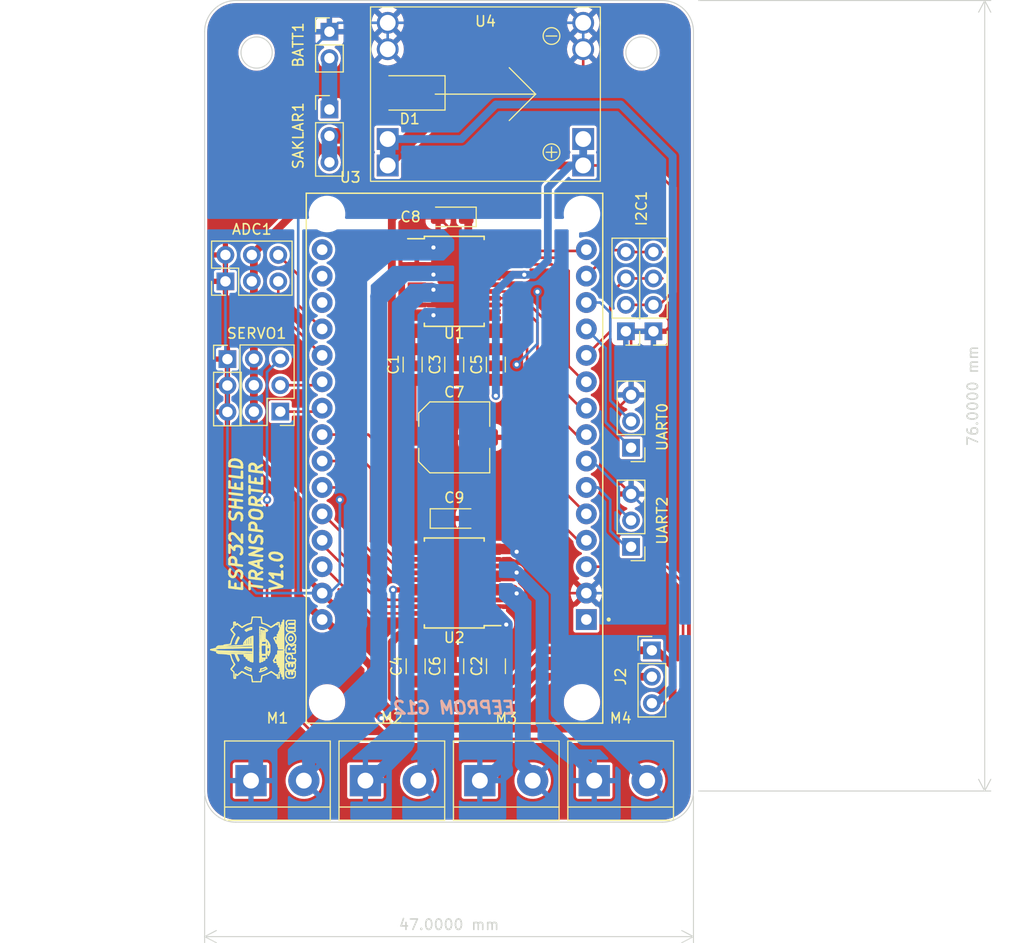
<source format=kicad_pcb>
(kicad_pcb (version 20211014) (generator pcbnew)
  (title_block (title "Transporter ESP32 Module") (date "2023-01-05") (rev "0"))
  (layers (0 "F.Cu" signal) (31 "B.Cu" signal) (34 "B.Paste" user) (35 "F.Paste" user) (36 "B.SilkS" user "B.Silkscreen") (37 "F.SilkS" user "F.Silkscreen") (38 "B.Mask" user) (39 "F.Mask" user) (44 "Edge.Cuts" user))
  (net 0 "")
  (net 1 "+5V")
  (net 2 "GND")
  (net 3 "M_VIN")
  (net 4 "POWER_12V")
  (net 5 "1.A1")
  (net 6 "1.A2")
  (net 7 "1.B1")
  (net 8 "1.B2")
  (net 9 "2.A1")
  (net 10 "2.A2")
  (net 11 "2.B1")
  (net 12 "2.B2")
  (net 16 "Net-(D1-Pad2)")
  (net 17 "Net-(BATT1-Pad2)")
  (net 18 "SERVO1")
  (net 19 "SERVO2")
  (net 20 "SERVO3")
  (net 21 "+3V3")
  (net 22 "D14")
  (net 23 "D12")
  (net 24 "D13")
  (net 25 "D27")
  (net 26 "D25")
  (net 27 "D26")
  (net 28 "D23")
  (net 29 "D18")
  (net 30 "D19")
  (net 31 "D34")
  (net 32 "D35")
  (net 33 "D2")
  (net 34 "D4")
  (net 35 "D5")
  (net 36 "SDA")
  (net 37 "SCL")
  (net 38 "RX2")
  (net 39 "TX2")
  (net 40 "RX0")
  (net 41 "TX0")
  (footprint "Capacitor_SMD:C_1206_3216Metric" (layer "F.Cu") (at 178.29 129 90)
    (fp_text reference "C4")
    (fp_text value "10uF")
  )
  (footprint "Capacitor_SMD:C_1206_3216Metric" (layer "F.Cu") (at 182 100 90)
    (fp_text reference "C3")
    (fp_text value "100nF")
  )
  (footprint "Connector_PinHeader_2.54mm:PinHeader_1x03_P2.54mm_Vertical" (layer "F.Cu") (at 199 117.525 180)
    (fp_text reference "UART2")
    (fp_text value "RX2 TX2 GND")
  )
  (footprint "TerminalBlock:TerminalBlock_bornier-2_P5.08mm" (layer "F.Cu") (at 195.46 140)
    (fp_text reference "M4")
    (fp_text value "Screw_Terminal_01x02")
  )
  (footprint "Connector_PinHeader_2.54mm:PinHeader_1x03_P2.54mm_Vertical" (layer "F.Cu") (at 170 75.475)
    (fp_text reference "SAKLAR1")
    (fp_text value "ON/OFF")
  )
  (footprint "Capacitor_SMD:C_1206_3216Metric" (layer "F.Cu") (at 186.011 129 90)
    (fp_text reference "C2")
    (fp_text value "100nF")
  )
  (footprint "Capacitor_Tantalum_SMD:CP_EIA-3216-18_Kemet-A" (layer "F.Cu") (at 182 114.8)
    (fp_text reference "C9")
    (fp_text value "47uF")
  )
  (footprint "Connector_PinHeader_2.54mm:PinHeader_1x04_P2.54mm_Vertical" (layer "F.Cu") (at 201.15 96.8 180)
    (fp_text reference "I2C1")
    (fp_text value "GND 5V SDA SCL")
  )
  (footprint "Connector_PinHeader_2.54mm:PinHeader_1x04_P2.54mm_Vertical" (layer "F.Cu") (at 198.5 96.8 180)
    (fp_text reference "I2C2" hide)
    (fp_text value "Conn_01x04")
  )
  (footprint "Connector_PinHeader_2.54mm:PinHeader_1x02_P2.54mm_Vertical" (layer "F.Cu") (at 170 68)
    (fp_text reference "BATT1")
    (fp_text value "Vcc Gnd")
  )
  (footprint "Capacitor_Tantalum_SMD:CP_EIA-3216-18_Kemet-A" (layer "F.Cu") (at 181.8 85.8 180)
    (fp_text reference "C8")
    (fp_text value "47uF")
  )
  (footprint "Capacitor_SMD:C_Elec_6.3x5.4" (layer "F.Cu") (at 182 107)
    (fp_text reference "C7")
    (fp_text value "100uF")
  )
  (footprint "Capacitor_SMD:C_1206_3216Metric" (layer "F.Cu") (at 186 100 90)
    (fp_text reference "C5")
    (fp_text value "100nF")
  )
  (footprint "TerminalBlock:TerminalBlock_bornier-2_P5.08mm" (layer "F.Cu") (at 184.46 140)
    (fp_text reference "M3")
    (fp_text value "Screw_Terminal_01x02")
  )
  (footprint "TerminalBlock:TerminalBlock_bornier-2_P5.08mm" (layer "F.Cu") (at 162.46 140)
    (fp_text reference "M1")
    (fp_text value "Screw_Terminal_01x02")
  )
  (footprint "Connector_PinHeader_2.54mm:PinHeader_2x03_P2.54mm_Vertical" (layer "F.Cu") (at 160 92 90)
    (fp_text reference "ADC1")
    (fp_text value "GND 5V S")
  )
  (footprint "Package_SO:SSOP-24_5.3x8.2mm_P0.65mm" (layer "F.Cu") (at 182 92)
    (fp_text reference "U1")
    (fp_text value "TB6612FNG")
  )
  (footprint "Diode_SMD:D_SMA" (layer "F.Cu") (at 177.71554 73.88208 180)
    (fp_text reference "D1")
    (fp_text value "CDBA340-HF")
  )
  (footprint "TerminalBlock:TerminalBlock_bornier-2_P5.08mm" (layer "F.Cu") (at 173.46 140)
    (fp_text reference "M2")
    (fp_text value "Screw_Terminal_01x02")
  )
  (footprint "Connector_PinHeader_2.54mm:PinHeader_2x03_P2.54mm_Vertical" (layer "F.Cu") (at 165.275 104.525 180)
    (fp_text reference "SERVO1")
    (fp_text value "GND 5V S")
  )
  (footprint "Connector_PinHeader_2.54mm:PinHeader_1x03_P2.54mm_Vertical" (layer "F.Cu") (at 201 127.475)
    (fp_text reference "J2")
    (fp_text value "M_PWR   5V")
  )
  (footprint "Connector_PinHeader_2.54mm:PinHeader_1x03_P2.54mm_Vertical" (layer "F.Cu") (at 160.192126 99.475)
    (fp_text reference "J3" hide)
    (fp_text value "Conn_01x03")
  )
  (footprint "Capacitor_SMD:C_1206_3216Metric" (layer "F.Cu") (at 178 100 90)
    (fp_text reference "C1")
    (fp_text value "10uF")
  )
  (footprint "Capacitor_SMD:C_1206_3216Metric" (layer "F.Cu") (at 182 129 90)
    (fp_text reference "C6")
    (fp_text value "100nF")
  )
  (footprint "footprints:ESP32-DEVKIT-V1" (layer "F.Cu") (at 182 109 180)
    (fp_text reference "U3")
    (fp_text value "ESP32-DEVKIT-V1")
  )
  (footprint "Package_SO:SSOP-24_5.3x8.2mm_P0.65mm" (layer "F.Cu") (at 182 121 180)
    (fp_text reference "U2")
    (fp_text value "TB6612FNG")
  )
  (footprint "MP1584-Module:MP1584-Module" (layer "F.Cu") (at 185 74)
    (fp_text reference "U4")
    (fp_text value "MP1584-Module")
  )
  (footprint "Connector_PinHeader_2.54mm:PinHeader_1x03_P2.54mm_Vertical" (layer "F.Cu") (at 199 108 180)
    (fp_text reference "UART0")
    (fp_text value "RX0 TX0 GND")
  )
  (gr_line (start 161.738551 129.602984) (end 161.75204 129.610346) (layer "F.SilkS") (width 0.12))
  (gr_line (start 163.582399 128.279785) (end 163.584506 128.39188) (layer "F.SilkS") (width 0.12))
  (gr_line (start 160.048344 127.746514) (end 159.952136 127.742389) (layer "F.SilkS") (width 0.12))
  (gr_line (start 165.857033 125.478241) (end 165.869484 125.506815) (layer "F.SilkS") (width 0.12))
  (gr_arc (start 166.613758 129.309162) (mid 166.608934 129.311476) (end 166.603642 129.312295) (layer "F.SilkS") (width 0.12))
  (gr_arc (start 158.806802 127.414187) (mid 158.809135 127.412582) (end 158.81178 127.411567) (layer "F.SilkS") (width 0.12))
  (gr_arc (start 161.727468 129.597144) (mid 161.72707 129.595714) (end 161.726929 129.594235) (layer "F.SilkS") (width 0.12))
  (gr_line (start 166.586251 124.978613) (end 166.496761 124.977027) (layer "F.SilkS") (width 0.12))
  (gr_arc (start 166.679286 124.599375) (mid 166.684696 124.600913) (end 166.688745 124.604809) (layer "F.SilkS") (width 0.12))
  (gr_arc (start 166.682927 129.219808) (mid 166.681593 129.220582) (end 166.680074 129.220855) (layer "F.SilkS") (width 0.12))
  (gr_line (start 163.559654 127.931544) (end 163.634014 127.932615) (layer "F.SilkS") (width 0.12))
  (gr_line (start 161.282742 125.037384) (end 161.277389 125.033053) (layer "F.SilkS") (width 0.12))
  (gr_arc (start 161.476456 129.61138) (mid 161.472433 129.615483) (end 161.46823 129.619402) (layer "F.SilkS") (width 0.12))
  (gr_line (start 162.458535 126.187048) (end 162.478877 126.179952) (layer "F.SilkS") (width 0.12))
  (gr_arc (start 163.283563 129.527705) (mid 163.284677 129.526826) (end 163.285944 129.526187) (layer "F.SilkS") (width 0.12))
  (gr_line (start 162.60879 127.627834) (end 162.391113 127.621505) (layer "F.SilkS") (width 0.12))
  (gr_line (start 161.361169 127.022856) (end 161.396139 127.021182) (layer "F.SilkS") (width 0.12))
  (gr_arc (start 165.319139 129.441204) (mid 165.316456 129.449749) (end 165.312051 129.457547) (layer "F.SilkS") (width 0.12))
  (gr_arc (start 162.503121 125.444631) (mid 162.501111 125.448988) (end 162.497917 125.452572) (layer "F.SilkS") (width 0.12))
  (gr_line (start 163.293451 129.524977) (end 163.305967 129.521149) (layer "F.SilkS") (width 0.12))
  (gr_line (start 164.254491 126.991573) (end 164.241251 126.993755) (layer "F.SilkS") (width 0.12))
  (gr_arc (start 163.431825 126.552605) (mid 163.433536 126.546395) (end 163.436381 126.540615) (layer "F.SilkS") (width 0.12))
  (gr_line (start 165.323569 125.418475) (end 165.323569 126.370975) (layer "F.SilkS") (width 0.12))
  (gr_arc (start 166.561095 126.794767) (mid 166.552327 126.802362) (end 166.542633 126.808733) (layer "F.SilkS") (width 0.12))
  (gr_line (start 159.289015 127.635231) (end 159.315199 127.614624) (layer "F.SilkS") (width 0.12))
  (gr_arc (start 165.821466 128.196627) (mid 165.824914 128.163167) (end 165.83021 128.12995) (layer "F.SilkS") (width 0.12))
  (gr_arc (start 164.833494 124.966657) (mid 164.832251 124.967613) (end 164.830849 124.968315) (layer "F.SilkS") (width 0.12))
  (gr_arc (start 166.05782 127.845039) (mid 166.069668 127.840626) (end 166.081817 127.837124) (layer "F.SilkS") (width 0.12))
  (gr_arc (start 163.658633 125.608975) (mid 163.662213 125.609147) (end 163.665757 125.609679) (layer "F.SilkS") (width 0.12))
  (gr_arc (start 160.952552 127.849938) (mid 160.958859 127.849056) (end 160.965202 127.848481) (layer "F.SilkS") (width 0.12))
  (gr_arc (start 160.971367 125.057574) (mid 160.962821 125.057322) (end 160.95715 125.050951) (layer "F.SilkS") (width 0.12))
  (gr_line (start 159.025212 127.302338) (end 158.957124 127.318757) (layer "F.SilkS") (width 0.12))
  (gr_line (start 162.314674 126.517063) (end 162.312991 126.613133) (layer "F.SilkS") (width 0.12))
  (gr_line (start 163.578148 129.896292) (end 163.605299 129.887904) (layer "F.SilkS") (width 0.12))
  (gr_line (start 165.552169 130.101261) (end 165.555979 130.215265) (layer "F.SilkS") (width 0.12))
  (gr_arc (start 159.885664 126.977961) (mid 159.894214 126.974746) (end 159.903138 126.9728) (layer "F.SilkS") (width 0.12))
  (gr_line (start 161.833609 125.11853) (end 161.827335 125.121805) (layer "F.SilkS") (width 0.12))
  (gr_line (start 160.53341 126.767044) (end 160.522226 126.810175) (layer "F.SilkS") (width 0.12))
  (gr_line (start 161.536429 127.014878) (end 161.581109 127.012936) (layer "F.SilkS") (width 0.12))
  (gr_line (start 165.185823 125.629702) (end 165.191389 125.618848) (layer "F.SilkS") (width 0.12))
  (gr_line (start 165.850917 125.384895) (end 165.84964 125.43199) (layer "F.SilkS") (width 0.12))
  (gr_arc (start 162.506951 125.427675) (mid 162.505285 125.436209) (end 162.503121 125.444631) (layer "F.SilkS") (width 0.12))
  (gr_line (start 160.894444 125.944123) (end 160.886193 125.957624) (layer "F.SilkS") (width 0.12))
  (gr_arc (start 165.821492 127.283092) (mid 165.824354 127.247756) (end 165.831262 127.212985) (layer "F.SilkS") (width 0.12))
  (gr_line (start 165.39007 129.714609) (end 165.43752 129.716873) (layer "F.SilkS") (width 0.12))
  (gr_arc (start 166.733332 126.123325) (mid 166.738626 126.140124) (end 166.7431 126.15716) (layer "F.SilkS") (width 0.12))
  (gr_arc (start 162.354771 128.04039) (mid 162.35568 128.041783) (end 162.356076 128.043403) (layer "F.SilkS") (width 0.12))
  (gr_line (start 161.994568 125.616752) (end 161.949683 125.575257) (layer "F.SilkS") (width 0.12))
  (gr_arc (start 166.445641 126.22427) (mid 166.444815 126.22328) (end 166.444211 126.222142) (layer "F.SilkS") (width 0.12))
  (gr_line (start 159.977323 127.62966) (end 160.065769 127.631816) (layer "F.SilkS") (width 0.12))
  (gr_arc (start 165.896226 126.652915) (mid 165.897529 126.65315) (end 165.898692 126.65379) (layer "F.SilkS") (width 0.12))
  (gr_line (start 165.046218 127.61113) (end 165.048423 127.582645) (layer "F.SilkS") (width 0.12))
  (gr_line (start 165.95076 126.981458) (end 165.944599 126.985088) (layer "F.SilkS") (width 0.12))
  (gr_line (start 162.478792 126.911477) (end 162.454612 126.913452) (layer "F.SilkS") (width 0.12))
  (gr_arc (start 165.9417 125.602459) (mid 165.944468 125.603996) (end 165.947047 125.605832) (layer "F.SilkS") (width 0.12))
  (gr_arc (start 166.192249 126.886974) (mid 166.179725 126.884771) (end 166.167725 126.880568) (layer "F.SilkS") (width 0.12))
  (gr_line (start 163.365583 127.461422) (end 163.366652 127.532928) (layer "F.SilkS") (width 0.12))
  (gr_line (start 163.921605 127.761952) (end 163.925535 127.813475) (layer "F.SilkS") (width 0.12))
  (gr_arc (start 166.043033 126.811903) (mid 166.044997 126.813888) (end 166.04684 126.815987) (layer "F.SilkS") (width 0.12))
  (gr_line (start 165.956672 126.977437) (end 165.95076 126.981458) (layer "F.SilkS") (width 0.12))
  (gr_line (start 165.632072 127.401087) (end 165.627768 127.384215) (layer "F.SilkS") (width 0.12))
  (gr_arc (start 165.326376 129.396115) (mid 165.330751 129.397629) (end 165.333239 129.401532) (layer "F.SilkS") (width 0.12))
  (gr_line (start 163.346179 127.887355) (end 163.311889 127.887355) (layer "F.SilkS") (width 0.12))
  (gr_arc (start 160.851142 128.771275) (mid 160.849496 128.770954) (end 160.84805 128.770091) (layer "F.SilkS") (width 0.12))
  (gr_line (start 161.81644 127.820941) (end 161.769744 127.818835) (layer "F.SilkS") (width 0.12))
  (gr_line (start 162.641329 128.549189) (end 162.621251 128.564982) (layer "F.SilkS") (width 0.12))
  (gr_arc (start 165.198196 125.608975) (mid 165.199129 125.609344) (end 165.199584 125.610246) (layer "F.SilkS") (width 0.12))
  (gr_line (start 164.272009 127.041535) (end 164.272009 127.105416) (layer "F.SilkS") (width 0.12))
  (gr_line (start 165.369289 128.612055) (end 165.369289 127.538436) (layer "F.SilkS") (width 0.12))
  (gr_line (start 159.242158 127.112692) (end 159.216127 127.13388) (layer "F.SilkS") (width 0.12))
  (gr_line (start 166.258761 126.971708) (end 166.225305 126.941177) (layer "F.SilkS") (width 0.12))
  (gr_line (start 162.627994 127.628181) (end 162.60879 127.627834) (layer "F.SilkS") (width 0.12))
  (gr_arc (start 166.667956 129.239354) (mid 166.666837 129.243103) (end 166.665385 129.246736) (layer "F.SilkS") (width 0.12))
  (gr_arc (start 165.985483 124.617764) (mid 165.982575 124.620006) (end 165.979543 124.622078) (layer "F.SilkS") (width 0.12))
  (gr_arc (start 161.931595 126.925226) (mid 161.930728 126.929704) (end 161.928415 126.933637) (layer "F.SilkS") (width 0.12))
  (gr_line (start 163.44686 127.868305) (end 163.44364 127.837825) (layer "F.SilkS") (width 0.12))
  (gr_arc (start 159.408182 127.719918) (mid 159.389721 127.718498) (end 159.371365 127.71607) (layer "F.SilkS") (width 0.12))
  (gr_arc (start 163.484122 126.608908) (mid 163.486466 126.605244) (end 163.490146 126.60291) (layer "F.SilkS") (width 0.12))
  (gr_arc (start 165.975347 125.631835) (mid 165.977498 125.631959) (end 165.979616 125.632346) (layer "F.SilkS") (width 0.12))
  (gr_arc (start 165.862609 127.113715) (mid 165.861638 127.116092) (end 165.860436 127.11836) (layer "F.SilkS") (width 0.12))
  (gr_arc (start 165.820176 128.263017) (mid 165.8199 128.229804) (end 165.821466 128.196627) (layer "F.SilkS") (width 0.12))
  (gr_line (start 160.875315 125.976317) (end 160.870869 125.985333) (layer "F.SilkS") (width 0.12))
  (gr_arc (start 166.648465 129.264296) (mid 166.650435 129.262988) (end 166.652571 129.261974) (layer "F.SilkS") (width 0.12))
  (gr_arc (start 164.146083 127.858194) (mid 164.152645 127.857205) (end 164.159272 127.856875) (layer "F.SilkS") (width 0.12))
  (gr_line (start 163.779111 128.338688) (end 163.780448 128.365954) (layer "F.SilkS") (width 0.12))
  (gr_line (start 162.426064 127.686367) (end 162.641329 127.691669) (layer "F.SilkS") (width 0.12))
  (gr_arc (start 166.520036 125.837151) (mid 166.517978 125.836626) (end 166.515984 125.835896) (layer "F.SilkS") (width 0.12))
  (gr_line (start 164.913647 128.150245) (end 164.856404 128.150245) (layer "F.SilkS") (width 0.12))
  (gr_arc (start 166.652355 126.697754) (mid 166.650965 126.698394) (end 166.649449 126.698635) (layer "F.SilkS") (width 0.12))
  (gr_line (start 163.940678 128.079881) (end 163.946582 128.118409) (layer "F.SilkS") (width 0.12))
  (gr_arc (start 165.635049 127.449291) (mid 165.633866 127.45705) (end 165.63224 127.464728) (layer "F.SilkS") (width 0.12))
  (gr_line (start 159.775114 127.094666) (end 159.826308 127.092299) (layer "F.SilkS") (width 0.12))
  (gr_arc (start 166.161501 128.261236) (mid 166.156687 128.267535) (end 166.150126 128.271987) (layer "F.SilkS") (width 0.12))
  (gr_line (start 158.920121 127.444589) (end 158.879192 127.4357) (layer "F.SilkS") (width 0.12))
  (gr_line (start 162.641329 127.858963) (end 162.570844 127.854055) (layer "F.SilkS") (width 0.12))
  (gr_arc (start 161.870869 127.881709) (mid 161.878749 127.883946) (end 161.885512 127.888572) (layer "F.SilkS") (width 0.12))
  (gr_line (start 165.4396 129.851769) (end 165.441679 129.986665) (layer "F.SilkS") (width 0.12))
  (gr_line (start 162.088879 129.785189) (end 162.141479 129.806259) (layer "F.SilkS") (width 0.12))
  (gr_arc (start 165.997312 128.579785) (mid 165.994049 128.578016) (end 165.990881 128.576083) (layer "F.SilkS") (width 0.12))
  (gr_arc (start 162.595008 130.465095) (mid 162.595458 130.470383) (end 162.595609 130.475688) (layer "F.SilkS") (width 0.12))
  (gr_arc (start 166.32087 127.887355) (mid 166.325651 127.888251) (end 166.329768 127.890837) (layer "F.SilkS") (width 0.12))
  (gr_arc (start 164.692241 125.054502) (mid 164.695916 125.05193) (end 164.699733 125.049572) (layer "F.SilkS") (width 0.12))
  (gr_arc (start 161.316077 129.735574) (mid 161.316852 129.734388) (end 161.317847 129.733379) (layer "F.SilkS") (width 0.12))
  (gr_arc (start 160.873515 128.809412) (mid 160.878379 128.81729) (end 160.882182 128.825731) (layer "F.SilkS") (width 0.12))
  (gr_line (start 164.111735 129.695446) (end 164.168447 129.665906) (layer "F.SilkS") (width 0.12))
  (gr_arc (start 165.814148 126.267277) (mid 165.816054 126.242857) (end 165.819268 126.218575) (layer "F.SilkS") (width 0.12))
  (gr_line (start 162.31663 126.429762) (end 162.314674 126.517063) (layer "F.SilkS") (width 0.12))
  (gr_arc (start 160.97905 129.759539) (mid 160.981691 129.756686) (end 160.985557 129.756353) (layer "F.SilkS") (width 0.12))
  (gr_arc (start 166.0972 126.291855) (mid 166.101444 126.273455) (end 166.107982 126.255739) (layer "F.SilkS") (width 0.12))
  (gr_arc (start 166.702789 128.60156) (mid 166.699761 128.610039) (end 166.692053 128.614701) (layer "F.SilkS") (width 0.12))
  (gr_line (start 166.70513 126.057485) (end 166.702418 126.050041) (layer "F.SilkS") (width 0.12))
  (gr_arc (start 165.936907 125.601355) (mid 165.939364 125.60164) (end 165.9417 125.602459) (layer "F.SilkS") (width 0.12))
  (gr_arc (start 161.990599 126.476719) (mid 162.002716 126.4641) (end 162.01561 126.452275) (layer "F.SilkS") (width 0.12))
  (gr_line (start 164.229632 126.905491) (end 164.253704 126.971217) (layer "F.SilkS") (width 0.12))
  (gr_arc (start 160.81607 128.713535) (mid 160.803007 128.694721) (end 160.791315 128.675026) (layer "F.SilkS") (width 0.12))
  (gr_line (start 161.805206 129.643194) (end 161.827962 129.656673) (layer "F.SilkS") (width 0.12))
  (gr_arc (start 165.866827 127.0916) (mid 165.867921 127.08988) (end 165.8693 127.088379) (layer "F.SilkS") (width 0.12))
  (gr_line (start 162.318855 126.25271) (end 162.320174 126.277339) (layer "F.SilkS") (width 0.12))
  (gr_line (start 161.21808 127.24933) (end 161.338595 127.247049) (layer "F.SilkS") (width 0.12))
  (gr_arc (start 166.473063 126.401405) (mid 166.46755 126.417144) (end 166.459201 126.431582) (layer "F.SilkS") (width 0.12))
  (gr_line (start 163.918625 127.01296) (end 163.916736 127.043324) (layer "F.SilkS") (width 0.12))
  (gr_line (start 160.648691 128.378845) (end 160.653441 128.390121) (layer "F.SilkS") (width 0.12))
  (gr_arc (start 164.409169 125.243215) (mid 164.399992 125.249415) (end 164.390046 125.254287) (layer "F.SilkS") (width 0.12))
  (gr_line (start 166.497049 130.120436) (end 166.533237 130.106614) (layer "F.SilkS") (width 0.12))
  (gr_line (start 163.925341 127.868259) (end 163.870047 127.869884) (layer "F.SilkS") (width 0.12))
  (gr_line (start 163.314571 127.08535) (end 163.316425 127.065645) (layer "F.SilkS") (width 0.12))
  (gr_line (start 162.595609 130.475688) (end 162.595609 130.493395) (layer "F.SilkS") (width 0.12))
  (gr_line (start 165.232129 126.370975) (end 165.232129 125.418475) (layer "F.SilkS") (width 0.12))
  (gr_line (start 164.87652 127.965083) (end 164.886233 127.94321) (layer "F.SilkS") (width 0.12))
  (gr_arc (start 162.504097 129.92269) (mid 162.508489 129.93319) (end 162.511723 129.944102) (layer "F.SilkS") (width 0.12))
  (gr_arc (start 160.692514 128.474066) (mid 160.693703 128.474323) (end 160.694699 128.475025) (layer "F.SilkS") (width 0.12))
  (gr_arc (start 160.882182 128.825731) (mid 160.883981 128.833098) (end 160.884032 128.840682) (layer "F.SilkS") (width 0.12))
  (gr_arc (start 166.111973 124.902375) (mid 166.130641 124.89986) (end 166.149415 124.898316) (layer "F.SilkS") (width 0.12))
  (gr_line (start 160.675369 129.106313) (end 160.667377 129.116507) (layer "F.SilkS") (width 0.12))
  (gr_line (start 165.889027 129.275983) (end 165.900302 129.285168) (layer "F.SilkS") (width 0.12))
  (gr_arc (start 164.249919 125.185161) (mid 164.249342 125.183759) (end 164.249149 125.182255) (layer "F.SilkS") (width 0.12))
  (gr_line (start 161.26397 129.786896) (end 161.311837 129.746029) (layer "F.SilkS") (width 0.12))
  (gr_arc (start 166.051747 125.83947) (mid 166.071534 125.824118) (end 166.093398 125.811905) (layer "F.SilkS") (width 0.12))
  (gr_line (start 160.737662 129.02661) (end 160.730207 129.037041) (layer "F.SilkS") (width 0.12))
  (gr_line (start 164.047294 127.65584) (end 164.110084 127.657067) (layer "F.SilkS") (width 0.12))
  (gr_arc (start 162.325393 129.861404) (mid 162.328611 129.86198) (end 162.331775 129.862803) (layer "F.SilkS") (width 0.12))
  (gr_line (start 164.886335 126.683395) (end 164.913922 126.683395) (layer "F.SilkS") (width 0.12))
  (gr_arc (start 160.866292 125.996984) (mid 160.865093 125.9992) (end 160.863696 126.001298) (layer "F.SilkS") (width 0.12))
  (gr_arc (start 166.661783 125.981474) (mid 166.660429 125.980352) (end 166.659307 125.978997) (layer "F.SilkS") (width 0.12))
  (gr_line (start 163.586613 128.503975) (end 163.563929 128.515705) (layer "F.SilkS") (width 0.12))
  (gr_arc (start 166.753435 126.412132) (mid 166.750184 126.45236) (end 166.743863 126.492222) (layer "F.SilkS") (width 0.12))
  (gr_arc (start 166.658926 129.999061) (mid 166.661782 129.995515) (end 166.664803 129.992108) (layer "F.SilkS") (width 0.12))
  (gr_line (start 166.66569 126.927134) (end 166.619193 126.948426) (layer "F.SilkS") (width 0.12))
  (gr_arc (start 159.866747 127.030662) (mid 159.86109 127.033273) (end 159.854965 127.0344) (layer "F.SilkS") (width 0.12))
  (gr_arc (start 166.145692 127.396194) (mid 166.139944 127.396601) (end 166.134204 127.396085) (layer "F.SilkS") (width 0.12))
  (gr_line (start 162.363171 128.166872) (end 162.359565 128.101484) (layer "F.SilkS") (width 0.12))
  (gr_line (start 164.206227 127.660116) (end 164.245492 127.66167) (layer "F.SilkS") (width 0.12))
  (gr_line (start 165.610733 127.142001) (end 165.608167 126.814391) (layer "F.SilkS") (width 0.12))
  (gr_line (start 159.509509 127.106639) (end 159.522399 127.105818) (layer "F.SilkS") (width 0.12))
  (gr_arc (start 164.248268 125.179349) (mid 164.248921 125.180737) (end 164.249149 125.182255) (layer "F.SilkS") (width 0.12))
  (gr_line (start 160.564564 129.31418) (end 160.602406 129.354867) (layer "F.SilkS") (width 0.12))
  (gr_arc (start 161.868789 129.207125) (mid 161.865404 129.203975) (end 161.864248 129.199498) (layer "F.SilkS") (width 0.12))
  (gr_line (start 160.745187 127.196886) (end 160.58631 127.200173) (layer "F.SilkS") (width 0.12))
  (gr_arc (start 161.612629 125.251348) (mid 161.61235 125.252812) (end 161.611542 125.254063) (layer "F.SilkS") (width 0.12))
  (gr_arc (start 160.797899 128.949972) (mid 160.800393 128.947199) (end 160.803004 128.944536) (layer "F.SilkS") (width 0.12))
  (gr_arc (start 164.859093 126.6853) (mid 164.859203 126.684781) (end 164.859677 126.684534) (layer "F.SilkS") (width 0.12))
  (gr_arc (start 161.130054 129.88444) (mid 161.121662 129.881155) (end 161.11444 129.875765) (layer "F.SilkS") (width 0.12))
  (gr_line (start 162.343444 129.870301) (end 162.362019 129.875793) (layer "F.SilkS") (width 0.12))
  (gr_line (start 159.546681 127.72546) (end 159.486649 127.723248) (layer "F.SilkS") (width 0.12))
  (gr_line (start 165.277849 127.323475) (end 165.232129 127.323475) (layer "F.SilkS") (width 0.12))
  (gr_line (start 162.566873 130.280605) (end 162.576088 130.338181) (layer "F.SilkS") (width 0.12))
  (gr_line (start 165.167315 124.975132) (end 165.161748 124.800773) (layer "F.SilkS") (width 0.12))
  (gr_arc (start 160.868321 125.99188) (mid 160.867397 125.994468) (end 160.866292 125.996984) (layer "F.SilkS") (width 0.12))
  (gr_arc (start 160.753774 126.184874) (mid 160.752608 126.186595) (end 160.751168 126.188095) (layer "F.SilkS") (width 0.12))
  (gr_line (start 161.077298 127.190223) (end 160.903969 127.193688) (layer "F.SilkS") (width 0.12))
  (gr_line (start 160.516044 127.950716) (end 160.52518 127.987304) (layer "F.SilkS") (width 0.12))
  (gr_line (start 162.065083 126.931822) (end 162.03806 126.933502) (layer "F.SilkS") (width 0.12))
  (gr_line (start 162.408586 127.903881) (end 162.422245 127.905291) (layer "F.SilkS") (width 0.12))
  (gr_arc (start 165.932367 126.708364) (mid 165.932966 126.709642) (end 165.933169 126.711037) (layer "F.SilkS") (width 0.12))
  (gr_arc (start 166.113223 128.271112) (mid 166.103914 128.265999) (end 166.095585 128.259407) (layer "F.SilkS") (width 0.12))
  (gr_arc (start 166.392868 126.506727) (mid 166.380419 126.514461) (end 166.367509 126.5214) (layer "F.SilkS") (width 0.12))
  (gr_arc (start 166.706664 128.753254) (mid 166.713993 128.771009) (end 166.716704 128.790021) (layer "F.SilkS") (width 0.12))
  (gr_line (start 158.595257 127.406989) (end 158.581969 127.412093) (layer "F.SilkS") (width 0.12))
  (gr_arc (start 166.122869 126.447418) (mid 166.114955 126.43402) (end 166.108524 126.419851) (layer "F.SilkS") (width 0.12))
  (gr_arc (start 160.745177 125.755526) (mid 160.744363 125.753939) (end 160.744057 125.752181) (layer "F.SilkS") (width 0.12))
  (gr_arc (start 165.882986 129.271911) (mid 165.880821 129.270473) (end 165.878864 129.26876) (layer "F.SilkS") (width 0.12))
  (gr_line (start 163.723369 128.275975) (end 163.746468 128.275975) (layer "F.SilkS") (width 0.12))
  (gr_line (start 165.836586 128.352055) (end 165.850305 128.394139) (layer "F.SilkS") (width 0.12))
  (gr_arc (start 161.452343 125.164702) (mid 161.448261 125.162394) (end 161.444377 125.159767) (layer "F.SilkS") (width 0.12))
  (gr_line (start 163.488014 124.719324) (end 163.471595 124.5832) (layer "F.SilkS") (width 0.12))
  (gr_arc (start 166.727049 127.699228) (mid 166.721933 127.713817) (end 166.71364 127.726864) (layer "F.SilkS") (width 0.12))
  (gr_arc (start 166.713677 127.421628) (mid 166.723322 127.436762) (end 166.727503 127.454221) (layer "F.SilkS") (width 0.12))
  (gr_line (start 165.895046 128.479442) (end 165.902519 128.49505) (layer "F.SilkS") (width 0.12))
  (gr_arc (start 165.847109 127.146217) (mid 165.848017 127.14201) (end 165.849135 127.137854) (layer "F.SilkS") (width 0.12))
  (gr_arc (start 165.63224 127.464728) (mid 165.630322 127.47174) (end 165.627981 127.478623) (layer "F.SilkS") (width 0.12))
  (gr_arc (start 160.656986 125.64653) (mid 160.65515 125.643795) (end 160.6536 125.640888) (layer "F.SilkS") (width 0.12))
  (gr_line (start 163.475888 128.17551) (end 163.474331 128.165485) (layer "F.SilkS") (width 0.12))
  (gr_arc (start 164.965293 128.588783) (mid 164.963772 128.594426) (end 164.959714 128.598632) (layer "F.SilkS") (width 0.12))
  (gr_arc (start 164.859822 124.943479) (mid 164.861418 124.941697) (end 164.863211 124.940113) (layer "F.SilkS") (width 0.12))
  (gr_line (start 165.878254 125.524248) (end 165.886588 125.539365) (layer "F.SilkS") (width 0.12))
  (gr_line (start 160.602406 129.354867) (end 160.678479 129.431026) (layer "F.SilkS") (width 0.12))
  (gr_arc (start 166.198452 126.922037) (mid 166.212291 126.931028) (end 166.225305 126.941177) (layer "F.SilkS") (width 0.12))
  (gr_line (start 163.370075 127.615781) (end 163.37492 127.651135) (layer "F.SilkS") (width 0.12))
  (gr_arc (start 160.882853 125.924807) (mid 160.888046 125.928636) (end 160.893046 125.932713) (layer "F.SilkS") (width 0.12))
  (gr_arc (start 166.116869 127.392276) (mid 166.103924 127.387533) (end 166.092022 127.380576) (layer "F.SilkS") (width 0.12))
  (gr_arc (start 164.264371 127.168805) (mid 164.259909 127.171892) (end 164.254864 127.173892) (layer "F.SilkS") (width 0.12))
  (gr_line (start 161.216173 129.826918) (end 161.26397 129.786896) (layer "F.SilkS") (width 0.12))
  (gr_line (start 161.810344 127.604184) (end 161.699631 127.600841) (layer "F.SilkS") (width 0.12))
  (gr_line (start 165.064489 125.951875) (end 165.063566 126.59005) (layer "F.SilkS") (width 0.12))
  (gr_arc (start 164.85787 124.949259) (mid 164.856745 124.950536) (end 164.855391 124.951567) (layer "F.SilkS") (width 0.12))
  (gr_arc (start 163.394709 128.035724) (mid 163.398453 128.080288) (end 163.39992 128.124984) (layer "F.SilkS") (width 0.12))
  (gr_arc (start 162.493297 129.910708) (mid 162.499547 129.915932) (end 162.504097 129.92269) (layer "F.SilkS") (width 0.12))
  (gr_line (start 164.810785 128.123575) (end 164.817155 128.108625) (layer "F.SilkS") (width 0.12))
  (gr_line (start 164.848356 129.845089) (end 164.88164 129.864961) (layer "F.SilkS") (width 0.12))
  (gr_line (start 161.361518 129.705295) (end 161.377554 129.692355) (layer "F.SilkS") (width 0.12))
  (gr_line (start 163.658633 125.608975) (end 163.641482 125.608975) (layer "F.SilkS") (width 0.12))
  (gr_line (start 166.210941 127.836924) (end 166.188225 127.83399) (layer "F.SilkS") (width 0.12))
  (gr_line (start 161.444377 125.159767) (end 161.43368 125.151265) (layer "F.SilkS") (width 0.12))
  (gr_line (start 159.855362 127.626788) (end 159.977323 127.62966) (layer "F.SilkS") (width 0.12))
  (gr_arc (start 165.967257 127.895465) (mid 165.995167 127.87614) (end 166.024934 127.859819) (layer "F.SilkS") (width 0.12))
  (gr_line (start 166.462331 128.272667) (end 166.425566 128.27037) (layer "F.SilkS") (width 0.12))
  (gr_line (start 163.365817 126.858759) (end 163.357053 126.859131) (layer "F.SilkS") (width 0.12))
  (gr_line (start 165.200635 125.623524) (end 165.201401 125.639514) (layer "F.SilkS") (width 0.12))
  (gr_line (start 165.929259 125.146602) (end 165.917349 125.17677) (layer "F.SilkS") (width 0.12))
  (gr_line (start 163.477301 128.186748) (end 163.475888 128.17551) (layer "F.SilkS") (width 0.12))
  (gr_line (start 160.362949 127.205032) (end 160.285661 127.206734) (layer "F.SilkS") (width 0.12))
  (gr_arc (start 161.241073 126.198874) (mid 161.247467 126.197868) (end 161.252951 126.201344) (layer "F.SilkS") (width 0.12))
  (gr_line (start 159.289777 127.685151) (end 159.273685 127.675747) (layer "F.SilkS") (width 0.12))
  (gr_arc (start 161.608408 125.256367) (mid 161.606136 125.257307) (end 161.603759 125.257932) (layer "F.SilkS") (width 0.12))
  (gr_arc (start 160.538713 125.492698) (mid 160.538332 125.491406) (end 160.538209 125.490066) (layer "F.SilkS") (width 0.12))
  (gr_arc (start 165.915023 125.967954) (mid 165.916418 125.967338) (end 165.917929 125.967115) (layer "F.SilkS") (width 0.12))
  (gr_line (start 163.969639 127.378483) (end 163.968838 127.32919) (layer "F.SilkS") (width 0.12))
  (gr_arc (start 166.09373 126.335292) (mid 166.094565 126.313502) (end 166.0972 126.291855) (layer "F.SilkS") (width 0.12))
  (gr_line (start 162.434932 126.195719) (end 162.458535 126.187048) (layer "F.SilkS") (width 0.12))
  (gr_arc (start 165.879096 128.000709) (mid 165.897612 127.97024) (end 165.919091 127.941784) (layer "F.SilkS") (width 0.12))
  (gr_line (start 165.850305 128.394139) (end 165.864986 128.43548) (layer "F.SilkS") (width 0.12))
  (gr_line (start 162.217684 129.832499) (end 162.294719 129.857281) (layer "F.SilkS") (width 0.12))
  (gr_line (start 164.563355 125.145008) (end 164.554501 125.15057) (layer "F.SilkS") (width 0.12))
  (gr_arc (start 161.297982 125.04519) (mid 161.296483 125.045043) (end 161.295035 125.044633) (layer "F.SilkS") (width 0.12))
  (gr_line (start 162.37074 128.323259) (end 162.366878 128.243911) (layer "F.SilkS") (width 0.12))
  (gr_line (start 166.601049 127.755891) (end 166.660591 127.75283) (layer "F.SilkS") (width 0.12))
  (gr_line (start 162.641329 127.691669) (end 162.641329 127.775316) (layer "F.SilkS") (width 0.12))
  (gr_line (start 161.01573 125.02287) (end 161.006046 125.03155) (layer "F.SilkS") (width 0.12))
  (gr_line (start 163.443408 126.903423) (end 163.446818 126.867704) (layer "F.SilkS") (width 0.12))
  (gr_line (start 160.601706 129.19747) (end 160.587925 129.2145) (layer "F.SilkS") (width 0.12))
  (gr_arc (start 165.891633 127.750118) (mid 165.87178 127.746412) (end 165.852932 127.739156) (layer "F.SilkS") (width 0.12))
  (gr_arc (start 161.438119 129.636345) (mid 161.439072 129.635191) (end 161.440228 129.634239) (layer "F.SilkS") (width 0.12))
  (gr_arc (start 164.229647 125.172397) (mid 164.228284 125.171283) (end 164.22717 125.169921) (layer "F.SilkS") (width 0.12))
  (gr_line (start 161.257442 127.027603) (end 161.321926 127.024709) (layer "F.SilkS") (width 0.12))
  (gr_line (start 165.369289 126.207145) (end 165.369289 125.083195) (layer "F.SilkS") (width 0.12))
  (gr_line (start 163.563929 128.515705) (end 163.554645 128.520195) (layer "F.SilkS") (width 0.12))
  (gr_line (start 166.677142 126.656002) (end 166.680975 126.647426) (layer "F.SilkS") (width 0.12))
  (gr_line (start 160.052053 126.953609) (end 159.989799 126.961521) (layer "F.SilkS") (width 0.12))
  (gr_arc (start 166.66009 124.980821) (mid 166.667987 124.981738) (end 166.675623 124.983946) (layer "F.SilkS") (width 0.12))
  (gr_arc (start 166.585703 130.074759) (mid 166.58718 130.074412) (end 166.588692 130.074295) (layer "F.SilkS") (width 0.12))
  (gr_line (start 165.891633 127.750118) (end 165.970406 127.754121) (layer "F.SilkS") (width 0.12))
  (gr_line (start 162.463985 127.848389) (end 162.38561 127.844887) (layer "F.SilkS") (width 0.12))
  (gr_line (start 166.576193 126.968379) (end 166.535774 126.987423) (layer "F.SilkS") (width 0.12))
  (gr_line (start 160.988716 126.738316) (end 161.029196 126.622374) (layer "F.SilkS") (width 0.12))
  (gr_line (start 164.175288 127.612898) (end 164.119859 127.613035) (layer "F.SilkS") (width 0.12))
  (gr_line (start 161.88773 128.018043) (end 161.882195 128.057148) (layer "F.SilkS") (width 0.12))
  (gr_line (start 160.860601 128.878143) (end 160.852402 128.887566) (layer "F.SilkS") (width 0.12))
  (gr_line (start 163.313136 128.507385) (end 163.312194 128.401616) (layer "F.SilkS") (width 0.12))
  (gr_arc (start 160.727615 129.046234) (mid 160.725739 129.049446) (end 160.723673 129.052539) (layer "F.SilkS") (width 0.12))
  (gr_arc (start 164.310109 129.578153) (mid 164.305901 129.582649) (end 164.301133 129.586546) (layer "F.SilkS") (width 0.12))
  (gr_line (start 165.961592 126.973599) (end 165.956672 126.977437) (layer "F.SilkS") (width 0.12))
  (gr_arc (start 161.73401 129.601855) (mid 161.732626 129.601713) (end 161.731308 129.601271) (layer "F.SilkS") (width 0.12))
  (gr_line (start 166.055262 124.601072) (end 166.007965 124.604617) (layer "F.SilkS") (width 0.12))
  (gr_arc (start 165.91088 125.97384) (mid 165.911561 125.972004) (end 165.912547 125.970313) (layer "F.SilkS") (width 0.12))
  (gr_arc (start 165.871735 129.250539) (mid 165.872088 129.252639) (end 165.872209 129.254766) (layer "F.SilkS") (width 0.12))
  (gr_arc (start 159.261593 127.667417) (mid 159.260302 127.665611) (end 159.260316 127.663384) (layer "F.SilkS") (width 0.12))
  (gr_line (start 160.030403 127.808706) (end 160.141969 127.823256) (layer "F.SilkS") (width 0.12))
  (gr_line (start 159.269784 127.652002) (end 159.278805 127.643674) (layer "F.SilkS") (width 0.12))
  (gr_line (start 160.55056 125.51036) (end 160.561264 125.52419) (layer "F.SilkS") (width 0.12))
  (gr_line (start 161.281861 128.34561) (end 161.301817 128.389068) (layer "F.SilkS") (width 0.12))
  (gr_arc (start 165.903737 126.66979) (mid 165.902957 126.667117) (end 165.902689 126.664345) (layer "F.SilkS") (width 0.12))
  (gr_arc (start 164.653009 125.081335) (mid 164.652699 125.082862) (end 164.651789 125.084121) (layer "F.SilkS") (width 0.12))
  (gr_line (start 160.823171 128.72377) (end 160.829994 128.735133) (layer "F.SilkS") (width 0.12))
  (gr_line (start 164.69489 126.350573) (end 164.681591 126.32635) (layer "F.SilkS") (width 0.12))
  (gr_line (start 165.232129 129.365635) (end 165.232129 128.451235) (layer "F.SilkS") (width 0.12))
  (gr_line (start 161.43368 125.151265) (end 161.407422 125.128679) (layer "F.SilkS") (width 0.12))
  (gr_arc (start 166.080302 128.99082) (mid 166.078856 128.97748) (end 166.078295 128.964074) (layer "F.SilkS") (width 0.12))
  (gr_arc (start 162.439025 129.457075) (mid 162.430741 129.456381) (end 162.422696 129.454293) (layer "F.SilkS") (width 0.12))
  (gr_line (start 166.356514 127.916246) (end 166.329768 127.890837) (layer "F.SilkS") (width 0.12))
  (gr_line (start 163.681886 125.342305) (end 163.792427 125.389598) (layer "F.SilkS") (width 0.12))
  (gr_arc (start 160.868321 125.99188) (mid 160.86949 125.988566) (end 160.870869 125.985333) (layer "F.SilkS") (width 0.12))
  (gr_line (start 164.203942 126.995815) (end 164.16567 126.994529) (layer "F.SilkS") (width 0.12))
  (gr_arc (start 164.370652 129.537587) (mid 164.368072 129.540418) (end 164.365242 129.542999) (layer "F.SilkS") (width 0.12))
  (gr_line (start 160.37142 127.856978) (end 160.412052 127.862995) (layer "F.SilkS") (width 0.12))
  (gr_line (start 166.490153 125.811872) (end 166.420997 125.787466) (layer "F.SilkS") (width 0.12))
  (gr_arc (start 166.710409 127.251135) (mid 166.70077 127.260055) (end 166.689985 127.267549) (layer "F.SilkS") (width 0.12))
  (gr_line (start 160.401049 127.761741) (end 160.355294 127.759711) (layer "F.SilkS") (width 0.12))
  (gr_line (start 166.694559 124.694357) (end 166.693151 124.650037) (layer "F.SilkS") (width 0.12))
  (gr_line (start 166.518842 124.596482) (end 166.343506 124.597189) (layer "F.SilkS") (width 0.12))
  (gr_line (start 163.983998 127.71541) (end 163.980027 127.689558) (layer "F.SilkS") (width 0.12))
  (gr_arc (start 163.537586 128.526739) (mid 163.535349 128.527255) (end 163.533059 128.527435) (layer "F.SilkS") (width 0.12))
  (gr_line (start 163.968838 127.32919) (end 163.967209 127.216795) (layer "F.SilkS") (width 0.12))
  (gr_arc (start 160.665844 126.37474) (mid 160.664879 126.377052) (end 160.663748 126.379286) (layer "F.SilkS") (width 0.12))
  (gr_line (start 164.234348 127.711752) (end 164.225141 127.741506) (layer "F.SilkS") (width 0.12))
  (gr_arc (start 166.437223 128.177748) (mid 166.432992 128.193746) (end 166.427203 128.209249) (layer "F.SilkS") (width 0.12))
  (gr_line (start 164.799161 128.150245) (end 164.810785 128.123575) (layer "F.SilkS") (width 0.12))
  (gr_arc (start 163.366877 127.110679) (mid 163.363039 127.117182) (end 163.356839 127.121497) (layer "F.SilkS") (width 0.12))
  (gr_arc (start 166.370259 126.148512) (mid 166.374484 126.150153) (end 166.378578 126.152096) (layer "F.SilkS") (width 0.12))
  (gr_line (start 165.342619 129.712345) (end 165.39007 129.714609) (layer "F.SilkS") (width 0.12))
  (gr_arc (start 164.715414 125.044522) (mid 164.713526 125.044951) (end 164.711596 125.045095) (layer "F.SilkS") (width 0.12))
  (gr_arc (start 162.587742 128.580775) (mid 162.583465 128.579597) (end 162.580318 128.576452) (layer "F.SilkS") (width 0.12))
  (gr_line (start 164.15529 127.920475) (end 164.144938 127.940695) (layer "F.SilkS") (width 0.12))
  (gr_arc (start 165.930585 128.533987) (mid 165.928528 128.531491) (end 165.926806 128.528753) (layer "F.SilkS") (width 0.12))
  (gr_arc (start 160.69655 128.477817) (mid 160.697308 128.479835) (end 160.697809 128.481931) (layer "F.SilkS") (width 0.12))
  (gr_arc (start 164.963614 126.268656) (mid 164.963911 126.288405) (end 164.962539 126.308109) (layer "F.SilkS") (width 0.12))
  (gr_line (start 163.486433 130.086318) (end 163.497141 130.022716) (layer "F.SilkS") (width 0.12))
  (gr_arc (start 165.884539 127.057929) (mid 165.885883 127.057068) (end 165.887449 127.056775) (layer "F.SilkS") (width 0.12))
  (gr_line (start 165.819082 126.44605) (end 165.824285 126.473886) (layer "F.SilkS") (width 0.12))
  (gr_line (start 164.334619 125.239405) (end 164.326305 125.232109) (layer "F.SilkS") (width 0.12))
  (gr_line (start 163.895581 128.2211) (end 163.81687 128.22176) (layer "F.SilkS") (width 0.12))
  (gr_arc (start 164.432845 125.229161) (mid 164.435247 125.228425) (end 164.437744 125.228144) (layer "F.SilkS") (width 0.12))
  (gr_arc (start 165.851912 127.130128) (mid 165.853359 127.126998) (end 165.854986 127.123957) (layer "F.SilkS") (width 0.12))
  (gr_arc (start 165.191497 125.222091) (mid 165.18268 125.212372) (end 165.17465 125.201993) (layer "F.SilkS") (width 0.12))
  (gr_arc (start 166.712869 129.117043) (mid 166.710011 129.139788) (end 166.705851 129.162332) (layer "F.SilkS") (width 0.12))
  (gr_arc (start 160.50129 126.879742) (mid 160.499336 126.884038) (end 160.496499 126.887811) (layer "F.SilkS") (width 0.12))
  (gr_line (start 160.752495 125.765345) (end 160.761717 125.776832) (layer "F.SilkS") (width 0.12))
  (gr_arc (start 166.454324 129.010682) (mid 166.450803 129.015937) (end 166.445358 129.019153) (layer "F.SilkS") (width 0.12))
  (gr_line (start 166.718986 126.084534) (end 166.712725 126.069534) (layer "F.SilkS") (width 0.12))
  (gr_line (start 164.884853 126.735694) (end 164.877799 126.721495) (layer "F.SilkS") (width 0.12))
  (gr_line (start 161.903949 126.93673) (end 161.878276 126.938693) (layer "F.SilkS") (width 0.12))
  (gr_line (start 161.975007 126.58104) (end 161.977795 126.524699) (layer "F.SilkS") (width 0.12))
  (gr_arc (start 164.623178 128.463197) (mid 164.622704 128.462162) (end 164.622529 128.461034) (layer "F.SilkS") (width 0.12))
  (gr_arc (start 164.237719 125.174635) (mid 164.235515 125.174496) (end 164.233349 125.174066) (layer "F.SilkS") (width 0.12))
  (gr_line (start 162.969148 124.277245) (end 162.788547 124.277543) (layer "F.SilkS") (width 0.12))
  (gr_line (start 165.064489 128.184535) (end 165.064489 128.832235) (layer "F.SilkS") (width 0.12))
  (gr_arc (start 166.095585 128.259407) (mid 166.088895 128.252383) (end 166.083027 128.244659) (layer "F.SilkS") (width 0.12))
  (gr_arc (start 164.646853 125.088158) (mid 164.643531 125.090411) (end 164.64008 125.092461) (layer "F.SilkS") (width 0.12))
  (gr_arc (start 166.109776 128.19089) (mid 166.118923 128.187301) (end 166.128532 128.185241) (layer "F.SilkS") (width 0.12))
  (gr_arc (start 165.903863 125.99453) (mid 165.901975 125.997021) (end 165.899867 125.999328) (layer "F.SilkS") (width 0.12))
  (gr_line (start 165.863509 124.743787) (end 165.858174 124.761583) (layer "F.SilkS") (width 0.12))
  (gr_line (start 161.371737 125.104862) (end 161.361579 125.097129) (layer "F.SilkS") (width 0.12))
  (gr_line (start 160.659117 129.126718) (end 160.651698 129.135613) (layer "F.SilkS") (width 0.12))
  (gr_line (start 160.711564 129.066042) (end 160.703644 129.073754) (layer "F.SilkS") (width 0.12))
  (gr_line (start 161.81891 127.93879) (end 161.818369 127.879735) (layer "F.SilkS") (width 0.12))
  (gr_line (start 162.290809 127.167013) (end 162.155859 127.16914) (layer "F.SilkS") (width 0.12))
  (gr_line (start 164.264596 127.609578) (end 164.264523 127.61113) (layer "F.SilkS") (width 0.12))
  (gr_line (start 160.672658 128.437871) (end 160.678491 128.451733) (layer "F.SilkS") (width 0.12))
  (gr_arc (start 161.935661 129.710214) (mid 161.937681 129.711036) (end 161.939611 129.712053) (layer "F.SilkS") (width 0.12))
  (gr_line (start 166.735265 126.989533) (end 166.735553 126.948926) (layer "F.SilkS") (width 0.12))
  (gr_line (start 163.450012 127.968273) (end 163.449049 127.923461) (layer "F.SilkS") (width 0.12))
  (gr_line (start 163.34124 127.712095) (end 163.37059 127.712095) (layer "F.SilkS") (width 0.12))
  (gr_line (start 160.678491 128.451733) (end 160.684324 128.463422) (layer "F.SilkS") (width 0.12))
  (gr_arc (start 165.964296 126.970731) (mid 165.972403 126.962246) (end 165.982401 126.956109) (layer "F.SilkS") (width 0.12))
  (gr_line (start 162.578464 126.907465) (end 162.542269 126.909548) (layer "F.SilkS") (width 0.12))
  (gr_line (start 162.542269 126.909548) (end 162.542269 126.603332) (layer "F.SilkS") (width 0.12))
  (gr_arc (start 161.531576 125.22592) (mid 161.519229 125.214908) (end 161.507529 125.20321) (layer "F.SilkS") (width 0.12))
  (gr_arc (start 164.264082 125.190886) (mid 164.267596 125.192515) (end 164.271005 125.194352) (layer "F.SilkS") (width 0.12))
  (gr_line (start 166.384947 128.978095) (end 166.38325 128.940299) (layer "F.SilkS") (width 0.12))
  (gr_arc (start 165.883733 125.008994) (mid 165.877356 124.994797) (end 165.871631 124.980325) (layer "F.SilkS") (width 0.12))
  (gr_arc (start 165.923255 128.515608) (mid 165.924276 128.517415) (end 165.924965 128.519372) (layer "F.SilkS") (width 0.12))
  (gr_line (start 165.030199 128.832235) (end 164.995909 128.832235) (layer "F.SilkS") (width 0.12))
  (gr_arc (start 166.206332 126.531736) (mid 166.196222 126.525649) (end 166.192249 126.514532) (layer "F.SilkS") (width 0.12))
  (gr_line (start 165.051393 127.558659) (end 165.054676 127.53925) (layer "F.SilkS") (width 0.12))
  (gr_line (start 166.272259 129.377065) (end 166.493239 129.377065) (layer "F.SilkS") (width 0.12))
  (gr_arc (start 164.762637 128.228025) (mid 164.767538 128.223976) (end 164.773362 128.221431) (layer "F.SilkS") (width 0.12))
  (gr_arc (start 165.819082 126.44605) (mid 165.815963 126.420351) (end 165.814066 126.394534) (layer "F.SilkS") (width 0.12))
  (gr_line (start 163.309766 127.125355) (end 163.314571 127.08535) (layer "F.SilkS") (width 0.12))
  (gr_arc (start 166.602905 128.733175) (mid 166.642007 128.734061) (end 166.681029 128.736711) (layer "F.SilkS") (width 0.12))
  (gr_line (start 162.384913 128.500984) (end 162.381105 128.480131) (layer "F.SilkS") (width 0.12))
  (gr_arc (start 161.603759 125.257932) (mid 161.601022 125.258321) (end 161.59826 125.258455) (layer "F.SilkS") (width 0.12))
  (gr_arc (start 162.389664 128.51167) (mid 162.386757 128.506564) (end 162.384913 128.500984) (layer "F.SilkS") (width 0.12))
  (gr_line (start 162.573701 127.913072) (end 162.584412 127.914898) (layer "F.SilkS") (width 0.12))
  (gr_arc (start 166.169079 128.224205) (mid 166.168748 128.234401) (end 166.167384 128.24451) (layer "F.SilkS") (width 0.12))
  (gr_line (start 162.38561 127.844887) (end 162.306049 127.84166) (layer "F.SilkS") (width 0.12))
  (gr_line (start 165.201575 128.291215) (end 165.201364 129.045595) (layer "F.SilkS") (width 0.12))
  (gr_arc (start 162.433136 128.529563) (mid 162.428232 128.528834) (end 162.423379 128.527819) (layer "F.SilkS") (width 0.12))
  (gr_arc (start 160.835622 128.745926) (mid 160.837383 128.749966) (end 160.838828 128.75413) (layer "F.SilkS") (width 0.12))
  (gr_arc (start 165.627981 127.478623) (mid 165.62561 127.48403) (end 165.622654 127.489142) (layer "F.SilkS") (width 0.12))
  (gr_line (start 159.854965 127.0344) (end 159.777707 127.038856) (layer "F.SilkS") (width 0.12))
  (gr_line (start 160.713564 125.714081) (end 160.725214 125.727007) (layer "F.SilkS") (width 0.12))
  (gr_line (start 162.55261 128.068916) (end 162.551087 127.998797) (layer "F.SilkS") (width 0.12))
  (gr_arc (start 165.898692 126.65379) (mid 165.899856 126.654934) (end 165.900791 126.656273) (layer "F.SilkS") (width 0.12))
  (gr_arc (start 160.564564 129.31418) (mid 160.55395 129.301435) (end 160.543964 129.288192) (layer "F.SilkS") (width 0.12))
  (gr_line (start 165.847109 127.146217) (end 165.844802 127.157296) (layer "F.SilkS") (width 0.12))
  (gr_line (start 163.39992 128.124984) (end 163.400057 128.315437) (layer "F.SilkS") (width 0.12))
  (gr_line (start 161.113119 127.655335) (end 161.262109 127.658774) (layer "F.SilkS") (width 0.12))
  (gr_line (start 162.627994 126.904879) (end 162.620613 126.905201) (layer "F.SilkS") (width 0.12))
  (gr_line (start 161.711689 127.007063) (end 161.799972 127.003018) (layer "F.SilkS") (width 0.12))
  (gr_arc (start 166.418276 126.487927) (mid 166.405807 126.497644) (end 166.392868 126.506727) (layer "F.SilkS") (width 0.12))
  (gr_arc (start 161.928415 126.933637) (mid 161.927442 126.934403) (end 161.926253 126.934759) (layer "F.SilkS") (width 0.12))
  (gr_line (start 160.991777 127.579191) (end 160.857582 127.575028) (layer "F.SilkS") (width 0.12))
  (gr_arc (start 166.531978 125.839813) (mid 166.533269 125.840936) (end 166.534317 125.842289) (layer "F.SilkS") (width 0.12))
  (gr_line (start 162.235829 126.289898) (end 162.263543 126.274248) (layer "F.SilkS") (width 0.12))
  (gr_line (start 166.679286 124.599375) (end 166.61518 124.59746) (layer "F.SilkS") (width 0.12))
  (gr_arc (start 164.122111 127.975517) (mid 164.122449 127.969719) (end 164.123183 127.963957) (layer "F.SilkS") (width 0.12))
  (gr_arc (start 165.920718 128.51309) (mid 165.922107 128.514227) (end 165.923255 128.515608) (layer "F.SilkS") (width 0.12))
  (gr_arc (start 165.317132 129.408896) (mid 165.317044 129.405139) (end 165.317662 129.401431) (layer "F.SilkS") (width 0.12))
  (gr_line (start 162.512004 125.292363) (end 162.511587 125.346333) (layer "F.SilkS") (width 0.12))
  (gr_line (start 162.511587 125.346333) (end 162.510198 125.396477) (layer "F.SilkS") (width 0.12))
  (gr_line (start 161.75204 129.610346) (end 161.767938 129.619686) (layer "F.SilkS") (width 0.12))
  (gr_arc (start 161.87687 128.067614) (mid 161.87369 128.06924) (end 161.870182 128.06864) (layer "F.SilkS") (width 0.12))
  (gr_line (start 160.742546 126.199466) (end 160.706437 126.275687) (layer "F.SilkS") (width 0.12))
  (gr_line (start 165.900063 125.556663) (end 165.904652 125.562763) (layer "F.SilkS") (width 0.12))
  (gr_line (start 166.01988 125.856979) (end 165.97446 125.903431) (layer "F.SilkS") (width 0.12))
  (gr_line (start 161.652587 125.226702) (end 161.644315 125.231872) (layer "F.SilkS") (width 0.12))
  (gr_arc (start 166.641829 126.705056) (mid 166.640818 126.710382) (end 166.637931 126.714973) (layer "F.SilkS") (width 0.12))
  (gr_line (start 158.719566 127.455233) (end 158.774179 127.467494) (layer "F.SilkS") (width 0.12))
  (gr_line (start 166.382749 128.885694) (end 166.382749 128.766941) (layer "F.SilkS") (width 0.12))
  (gr_line (start 161.993629 128.22128) (end 161.993629 128.053919) (layer "F.SilkS") (width 0.12))
  (gr_arc (start 162.458403 129.248633) (mid 162.460365 129.253921) (end 162.460727 129.259551) (layer "F.SilkS") (width 0.12))
  (gr_line (start 166.37467 129.567723) (end 166.372887 129.533635) (layer "F.SilkS") (width 0.12))
  (gr_arc (start 162.287024 129.200289) (mid 162.24292 129.186192) (end 162.199526 129.170043) (layer "F.SilkS") (width 0.12))
  (gr_line (start 165.613906 127.333565) (end 165.610733 127.142001) (layer "F.SilkS") (width 0.12))
  (gr_line (start 159.442183 127.053753) (end 159.310087 127.059184) (layer "F.SilkS") (width 0.12))
  (gr_arc (start 160.575301 129.239249) (mid 160.573739 129.241383) (end 160.571984 129.24336) (layer "F.SilkS") (width 0.12))
  (gr_line (start 163.320838 129.516191) (end 163.337077 129.510315) (layer "F.SilkS") (width 0.12))
  (gr_arc (start 166.090914 125.288351) (mid 166.097926 125.286344) (end 166.105173 125.285518) (layer "F.SilkS") (width 0.12))
  (gr_line (start 160.850543 126.014168) (end 160.84487 126.024016) (layer "F.SilkS") (width 0.12))
  (gr_line (start 159.207148 127.258421) (end 159.078979 127.289401) (layer "F.SilkS") (width 0.12))
  (gr_line (start 164.596215 129.663432) (end 164.613004 129.675222) (layer "F.SilkS") (width 0.12))
  (gr_line (start 165.868712 124.729632) (end 165.863509 124.743787) (layer "F.SilkS") (width 0.12))
  (gr_line (start 166.732596 127.652029) (end 166.732079 127.557723) (layer "F.SilkS") (width 0.12))
  (gr_line (start 163.916942 127.702328) (end 163.921605 127.761952) (layer "F.SilkS") (width 0.12))
  (gr_line (start 164.337334 129.561511) (end 164.347025 129.556045) (layer "F.SilkS") (width 0.12))
  (gr_arc (start 161.152233 124.939074) (mid 161.154783 124.940059) (end 161.157261 124.941213) (layer "F.SilkS") (width 0.12))
  (gr_line (start 163.460507 130.238125) (end 163.473759 130.160881) (layer "F.SilkS") (width 0.12))
  (gr_line (start 164.466821 129.571187) (end 164.507412 129.600525) (layer "F.SilkS") (width 0.12))
  (gr_arc (start 161.725775 129.591325) (mid 161.726638 129.592668) (end 161.726929 129.594235) (layer "F.SilkS") (width 0.12))
  (gr_line (start 161.183575 127.030849) (end 161.257442 127.027603) (layer "F.SilkS") (width 0.12))
  (gr_arc (start 164.428219 129.540895) (mid 164.430422 129.541042) (end 164.432589 129.541464) (layer "F.SilkS") (width 0.12))
  (gr_arc (start 161.291016 125.042858) (mid 161.288827 125.04166) (end 161.286709 125.040342) (layer "F.SilkS") (width 0.12))
  (gr_line (start 165.277849 129.365635) (end 165.232129 129.365635) (layer "F.SilkS") (width 0.12))
  (gr_line (start 164.326305 125.232109) (end 164.318314 125.225951) (layer "F.SilkS") (width 0.12))
  (gr_line (start 164.298842 125.215878) (end 164.292205 125.21095) (layer "F.SilkS") (width 0.12))
  (gr_line (start 160.434485 126.904584) (end 160.403734 126.908506) (layer "F.SilkS") (width 0.12))
  (gr_line (start 163.39484 129.306441) (end 163.399412 129.280264) (layer "F.SilkS") (width 0.12))
  (gr_line (start 161.013296 128.055047) (end 160.983062 127.965995) (layer "F.SilkS") (width 0.12))
  (gr_arc (start 164.830849 124.968315) (mid 164.829319 124.968739) (end 164.827737 124.968895) (layer "F.SilkS") (width 0.12))
  (gr_arc (start 166.191546 127.350718) (mid 166.189835 127.359947) (end 166.185563 127.368305) (layer "F.SilkS") (width 0.12))
  (gr_arc (start 161.885512 127.888572) (mid 161.890236 127.894981) (end 161.892478 127.902617) (layer "F.SilkS") (width 0.12))
  (gr_line (start 163.634014 127.932615) (end 163.716748 127.932991) (layer "F.SilkS") (width 0.12))
  (gr_arc (start 159.343495 127.7089) (mid 159.32627 127.70227) (end 159.30936 127.694874) (layer "F.SilkS") (width 0.12))
  (gr_line (start 164.160014 126.747835) (end 164.183961 126.793613) (layer "F.SilkS") (width 0.12))
  (gr_line (start 166.411334 128.626495) (end 166.563481 128.625515) (layer "F.SilkS") (width 0.12))
  (gr_line (start 161.177036 124.956291) (end 161.167212 124.94794) (layer "F.SilkS") (width 0.12))
  (gr_arc (start 163.665757 125.609679) (mid 163.669413 125.610573) (end 163.67298 125.611773) (layer "F.SilkS") (width 0.12))
  (gr_arc (start 163.377351 126.855995) (mid 163.371744 126.858042) (end 163.365817 126.858759) (layer "F.SilkS") (width 0.12))
  (gr_arc (start 162.012597 125.625194) (mid 162.002965 125.622292) (end 161.994568 125.616752) (layer "F.SilkS") (width 0.12))
  (gr_arc (start 164.932729 129.843249) (mid 164.947416 129.829234) (end 164.964337 129.818017) (layer "F.SilkS") (width 0.12))
  (gr_line (start 162.619422 127.917835) (end 162.641329 127.917835) (layer "F.SilkS") (width 0.12))
  (gr_line (start 163.938358 126.766503) (end 163.93128 126.827951) (layer "F.SilkS") (width 0.12))
  (gr_line (start 165.578839 130.215265) (end 165.601699 130.215265) (layer "F.SilkS") (width 0.12))
  (gr_line (start 165.339017 129.463704) (end 165.340559 129.55423) (layer "F.SilkS") (width 0.12))
  (gr_line (start 159.194183 127.153254) (end 159.176591 127.170016) (layer "F.SilkS") (width 0.12))
  (gr_arc (start 160.856161 128.773727) (mid 160.857065 128.775008) (end 160.857711 128.776435) (layer "F.SilkS") (width 0.12))
  (gr_arc (start 164.816097 129.823733) (mid 164.806532 129.816262) (end 164.797789 129.807846) (layer "F.SilkS") (width 0.12))
  (gr_line (start 161.495883 129.591915) (end 161.515883 129.574401) (layer "F.SilkS") (width 0.12))
  (gr_line (start 163.793907 129.827415) (end 163.889062 129.793752) (layer "F.SilkS") (width 0.12))
  (gr_arc (start 166.169395 126.502112) (mid 166.157118 126.489993) (end 166.145509 126.477233) (layer "F.SilkS") (width 0.12))
  (gr_line (start 164.877799 126.721495) (end 164.870736 126.708214) (layer "F.SilkS") (width 0.12))
  (gr_arc (start 164.964337 129.818017) (mid 164.975271 129.817147) (end 164.983344 129.824616) (layer "F.SilkS") (width 0.12))
  (gr_arc (start 166.512773 125.83405) (mid 166.511764 125.833062) (end 166.511019 125.83186) (layer "F.SilkS") (width 0.12))
  (gr_line (start 164.897376 127.969299) (end 164.899677 127.991696) (layer "F.SilkS") (width 0.12))
  (gr_line (start 166.59892 127.314578) (end 166.649697 127.289999) (layer "F.SilkS") (width 0.12))
  (gr_arc (start 166.479077 126.311768) (mid 166.480405 126.335142) (end 166.479781 126.358546) (layer "F.SilkS") (width 0.12))
  (gr_line (start 162.58615 127.160593) (end 162.502133 127.162896) (layer "F.SilkS") (width 0.12))
  (gr_line (start 160.797372 126.102593) (end 160.785516 126.12523) (layer "F.SilkS") (width 0.12))
  (gr_line (start 162.384535 129.881607) (end 162.410495 129.887294) (layer "F.SilkS") (width 0.12))
  (gr_arc (start 166.333309 127.05875) (mid 166.32935 127.055621) (end 166.32561 127.052234) (layer "F.SilkS") (width 0.12))
  (gr_line (start 160.81607 128.713535) (end 160.823171 128.72377) (layer "F.SilkS") (width 0.12))
  (gr_arc (start 160.959427 126.836399) (mid 160.961986 126.823692) (end 160.965434 126.811196) (layer "F.SilkS") (width 0.12))
  (gr_arc (start 164.459151 129.558049) (mid 164.460489 129.558993) (end 164.461634 129.560165) (layer "F.SilkS") (width 0.12))
  (gr_line (start 163.723369 128.222239) (end 163.479529 128.223192) (layer "F.SilkS") (width 0.12))
  (gr_arc (start 161.635886 125.236298) (mid 161.632334 125.237846) (end 161.628684 125.239146) (layer "F.SilkS") (width 0.12))
  (gr_arc (start 166.033539 125.851979) (mid 166.031744 125.852594) (end 166.029857 125.852815) (layer "F.SilkS") (width 0.12))
  (gr_line (start 161.848217 126.940527) (end 161.77022 126.944825) (layer "F.SilkS") (width 0.12))
  (gr_line (start 163.337352 127.125355) (end 163.309766 127.125355) (layer "F.SilkS") (width 0.12))
  (gr_line (start 163.457041 126.782875) (end 163.461673 126.748165) (layer "F.SilkS") (width 0.12))
  (gr_arc (start 161.320495 129.731906) (mid 161.322033 129.731527) (end 161.323613 129.731395) (layer "F.SilkS") (width 0.12))
  (gr_line (start 161.938754 125.515304) (end 161.9726 125.497034) (layer "F.SilkS") (width 0.12))
  (gr_arc (start 166.25747 128.741953) (mid 166.288133 128.74004) (end 166.318845 128.740852) (layer "F.SilkS") (width 0.12))
  (gr_arc (start 165.968971 128.558197) (mid 165.9729 128.561404) (end 165.976665 128.564803) (layer "F.SilkS") (width 0.12))
  (gr_line (start 166.716912 129.047726) (end 166.718029 128.936558) (layer "F.SilkS") (width 0.12))
  (gr_arc (start 166.167963 126.910604) (mid 166.175372 126.911971) (end 166.182544 126.914276) (layer "F.SilkS") (width 0.12))
  (gr_arc (start 160.995503 125.041796) (mid 160.984258 125.050943) (end 160.971367 125.057574) (layer "F.SilkS") (width 0.12))
  (gr_line (start 161.929373 129.129479) (end 161.994337 129.064773) (layer "F.SilkS") (width 0.12))
  (gr_line (start 161.687445 127.668744) (end 162.001592 127.676157) (layer "F.SilkS") (width 0.12))
  (gr_line (start 160.447213 127.763748) (end 160.401049 127.761741) (layer "F.SilkS") (width 0.12))
  (gr_arc (start 165.917349 125.17677) (mid 165.912601 125.185236) (end 165.906395 125.1927) (layer "F.SilkS") (width 0.12))
  (gr_arc (start 165.879258 124.719461) (mid 165.87853 124.720983) (end 165.877591 124.722385) (layer "F.SilkS") (width 0.12))
  (gr_arc (start 166.042107 128.747041) (mid 166.049897 128.751033) (end 166.057112 128.755991) (layer "F.SilkS") (width 0.12))
  (gr_arc (start 164.152134 126.988172) (mid 164.147502 126.981499) (end 164.145046 126.973753) (layer "F.SilkS") (width 0.12))
  (gr_line (start 163.460354 125.58421) (end 163.458346 125.734534) (layer "F.SilkS") (width 0.12))
  (gr_line (start 164.304646 125.219481) (end 164.298842 125.215878) (layer "F.SilkS") (width 0.12))
  (gr_arc (start 164.44053 129.551421) (mid 164.439886 129.550032) (end 164.439649 129.548515) (layer "F.SilkS") (width 0.12))
  (gr_line (start 159.681007 127.279949) (end 159.785448 127.277739) (layer "F.SilkS") (width 0.12))
  (gr_arc (start 164.889334 127.938356) (mid 164.890688 127.937901) (end 164.891676 127.938897) (layer "F.SilkS") (width 0.12))
  (gr_arc (start 164.912532 129.861121) (mid 164.907656 129.864162) (end 164.902578 129.866853) (layer "F.SilkS") (width 0.12))
  (gr_arc (start 161.565738 129.5352) (mid 161.569221 129.533471) (end 161.572836 129.532041) (layer "F.SilkS") (width 0.12))
  (gr_line (start 160.8251 130.088364) (end 160.830051 130.158115) (layer "F.SilkS") (width 0.12))
  (gr_arc (start 163.381091 127.853468) (mid 163.380929 127.864266) (end 163.379047 127.8749) (layer "F.SilkS") (width 0.12))
  (gr_arc (start 166.035083 126.806018) (mid 166.037044 126.807167) (end 166.038919 126.80845) (layer "F.SilkS") (width 0.12))
  (gr_arc (start 164.97715 124.995337) (mid 164.968993 124.999664) (end 164.9601 124.997154) (layer "F.SilkS") (width 0.12))
  (gr_line (start 166.73044 127.18081) (end 166.733269 127.091477) (layer "F.SilkS") (width 0.12))
  (gr_arc (start 166.683116 125.65769) (mid 166.678344 125.659052) (end 166.673407 125.659569) (layer "F.SilkS") (width 0.12))
  (gr_line (start 163.971849 127.486502) (end 163.970702 127.433751) (layer "F.SilkS") (width 0.12))
  (gr_arc (start 162.263156 127.903907) (mid 162.264287 127.904266) (end 162.265242 127.904968) (layer "F.SilkS") (width 0.12))
  (gr_line (start 165.886006 128.463563) (end 165.895046 128.479442) (layer "F.SilkS") (width 0.12))
  (gr_arc (start 166.450286 126.226195) (mid 166.452146 126.226701) (end 166.453477 126.22809) (layer "F.SilkS") (width 0.12))
  (gr_line (start 160.745177 125.755526) (end 160.752495 125.765345) (layer "F.SilkS") (width 0.12))
  (gr_line (start 161.349699 125.087311) (end 161.336735 125.07567) (layer "F.SilkS") (width 0.12))
  (gr_arc (start 166.04557 125.844578) (mid 166.04245 125.846815) (end 166.039224 125.848895) (layer "F.SilkS") (width 0.12))
  (gr_arc (start 159.241466 127.242022) (mid 159.239201 127.246929) (end 159.234787 127.25005) (layer "F.SilkS") (width 0.12))
  (gr_arc (start 164.668376 129.715731) (mid 164.666316 129.715212) (end 164.664324 129.714476) (layer "F.SilkS") (width 0.12))
  (gr_line (start 162.503121 126.800271) (end 162.5016 126.908228) (layer "F.SilkS") (width 0.12))
  (gr_line (start 163.527381 128.497205) (end 163.52647 128.459516) (layer "F.SilkS") (width 0.12))
  (gr_line (start 161.038911 128.123575) (end 161.013296 128.055047) (layer "F.SilkS") (width 0.12))
  (gr_line (start 163.929109 126.904674) (end 163.686259 126.904049) (layer "F.SilkS") (width 0.12))
  (gr_line (start 162.57276 128.538341) (end 162.5697 128.47981) (layer "F.SilkS") (width 0.12))
  (gr_line (start 162.47946 125.296668) (end 162.506119 125.289271) (layer "F.SilkS") (width 0.12))
  (gr_arc (start 163.281409 129.532635) (mid 163.281555 129.531275) (end 163.28197 129.529971) (layer "F.SilkS") (width 0.12))
  (gr_arc (start 166.666685 126.674821) (mid 166.66532 126.675536) (end 166.6638 126.675775) (layer "F.SilkS") (width 0.12))
  (gr_arc (start 166.654831 125.962853) (mid 166.655819 125.964635) (end 166.6565 125.966555) (layer "F.SilkS") (width 0.12))
  (gr_arc (start 163.771064 128.28508) (mid 163.774015 128.292309) (end 163.77557 128.29996) (layer "F.SilkS") (width 0.12))
  (gr_arc (start 164.83677 124.958369) (mid 164.83789 124.957013) (end 164.839247 124.955893) (layer "F.SilkS") (width 0.12))
  (gr_arc (start 162.444358 129.453196) (mid 162.442323 129.45601) (end 162.439025 129.457075) (layer "F.SilkS") (width 0.12))
  (gr_line (start 161.90446 129.154665) (end 161.929373 129.129479) (layer "F.SilkS") (width 0.12))
  (gr_line (start 162.410824 126.205024) (end 162.434932 126.195719) (layer "F.SilkS") (width 0.12))
  (gr_arc (start 166.386991 129.76018) (mid 166.383271 129.753557) (end 166.380958 129.746322) (layer "F.SilkS") (width 0.12))
  (gr_arc (start 165.975347 125.631835) (mid 165.972854 125.631546) (end 165.970478 125.63073) (layer "F.SilkS") (width 0.12))
  (gr_arc (start 160.661919 125.652013) (mid 160.659323 125.649388) (end 160.656986 125.64653) (layer "F.SilkS") (width 0.12))
  (gr_line (start 159.562135 127.103945) (end 159.609442 127.101821) (layer "F.SilkS") (width 0.12))
  (gr_arc (start 165.935976 125.107098) (mid 165.932079 125.103528) (end 165.929108 125.099156) (layer "F.SilkS") (width 0.12))
  (gr_line (start 162.502133 127.162896) (end 162.402637 127.165123) (layer "F.SilkS") (width 0.12))
  (gr_arc (start 165.814303 129.573512) (mid 165.818969 129.54751) (end 165.830619 129.523802) (layer "F.SilkS") (width 0.12))
  (gr_arc (start 166.008762 128.585487) (mid 166.009207 128.58691) (end 166.009369 128.588395) (layer "F.SilkS") (width 0.12))
  (gr_arc (start 159.342124 127.113675) (mid 159.353261 127.111454) (end 159.36457 127.110413) (layer "F.SilkS") (width 0.12))
  (gr_line (start 161.34809 129.716343) (end 161.361518 129.705295) (layer "F.SilkS") (width 0.12))
  (gr_line (start 162.088767 126.929507) (end 162.065083 126.931822) (layer "F.SilkS") (width 0.12))
  (gr_line (start 159.338059 127.771167) (end 159.562849 127.779988) (layer "F.SilkS") (width 0.12))
  (gr_arc (start 161.485206 125.189875) (mid 161.487557 125.190109) (end 161.489818 125.190794) (layer "F.SilkS") (width 0.12))
  (gr_arc (start 164.697737 128.573306) (mid 164.702769 128.581751) (end 164.706897 128.590672) (layer "F.SilkS") (width 0.12))
  (gr_arc (start 163.384093 126.848611) (mid 163.381395 126.852914) (end 163.377351 126.855995) (layer "F.SilkS") (width 0.12))
  (gr_line (start 160.659784 128.405614) (end 160.666524 128.42235) (layer "F.SilkS") (width 0.12))
  (gr_arc (start 165.905931 128.501612) (mid 165.904109 128.498391) (end 165.902519 128.49505) (layer "F.SilkS") (width 0.12))
  (gr_line (start 164.651774 128.414622) (end 164.672444 128.382558) (layer "F.SilkS") (width 0.12))
  (gr_line (start 165.017551 127.870131) (end 165.029052 127.790324) (layer "F.SilkS") (width 0.12))
  (gr_line (start 161.212141 127.586011) (end 161.102089 127.582613) (layer "F.SilkS") (width 0.12))
  (gr_line (start 161.769744 127.818835) (end 161.72089 127.816722) (layer "F.SilkS") (width 0.12))
  (gr_arc (start 166.672645 126.667542) (mid 166.67133 126.669772) (end 166.669796 126.671858) (layer "F.SilkS") (width 0.12))
  (gr_arc (start 160.538209 125.490066) (mid 160.539056 125.485689) (end 160.541491 125.481959) (layer "F.SilkS") (width 0.12))
  (gr_arc (start 164.129995 127.968713) (mid 164.127459 127.972768) (end 164.124417 127.976459) (layer "F.SilkS") (width 0.12))
  (gr_line (start 162.575079 124.352849) (end 162.563577 124.416808) (layer "F.SilkS") (width 0.12))
  (gr_line (start 161.411019 129.665506) (end 161.42482 129.653241) (layer "F.SilkS") (width 0.12))
  (gr_line (start 160.124633 126.944338) (end 160.052053 126.953609) (layer "F.SilkS") (width 0.12))
  (gr_line (start 159.259522 127.168971) (end 159.270011 127.160119) (layer "F.SilkS") (width 0.12))
  (gr_line (start 162.64101 127.547818) (end 162.639302 127.596876) (layer "F.SilkS") (width 0.12))
  (gr_line (start 163.375484 127.77496) (end 163.381091 127.853468) (layer "F.SilkS") (width 0.12))
  (gr_line (start 160.097082 127.270081) (end 160.212615 127.267807) (layer "F.SilkS") (width 0.12))
  (gr_line (start 162.161726 126.929396) (end 162.159593 126.827351) (layer "F.SilkS") (width 0.12))
  (gr_arc (start 163.762616 128.278209) (mid 163.767556 128.280767) (end 163.771064 128.28508) (layer "F.SilkS") (width 0.12))
  (gr_line (start 163.452038 128.003107) (end 163.450012 127.968273) (layer "F.SilkS") (width 0.12))
  (gr_line (start 166.298877 126.130165) (end 166.322871 126.134805) (layer "F.SilkS") (width 0.12))
  (gr_arc (start 166.717892 128.577168) (mid 166.715913 128.581131) (end 166.713134 128.584581) (layer "F.SilkS") (width 0.12))
  (gr_line (start 165.879106 126.029303) (end 165.854566 126.08914) (layer "F.SilkS") (width 0.12))
  (gr_line (start 160.119109 127.552063) (end 160.008964 127.548677) (layer "F.SilkS") (width 0.12))
  (gr_arc (start 165.816268 129.125605) (mid 165.815191 129.120096) (end 165.814752 129.114499) (layer "F.SilkS") (width 0.12))
  (gr_line (start 166.61518 124.59746) (end 166.518842 124.596482) (layer "F.SilkS") (width 0.12))
  (gr_line (start 166.317518 127.043687) (end 166.310255 127.034564) (layer "F.SilkS") (width 0.12))
  (gr_line (start 163.958675 126.650986) (end 163.948027 126.703038) (layer "F.SilkS") (width 0.12))
  (gr_line (start 160.735055 125.738768) (end 160.742895 125.748836) (layer "F.SilkS") (width 0.12))
  (gr_line (start 165.430249 129.685675) (end 165.399769 129.685675) (layer "F.SilkS") (width 0.12))
  (gr_line (start 162.559414 126.968216) (end 162.641329 126.963166) (layer "F.SilkS") (width 0.12))
  (gr_arc (start 165.879267 127.077847) (mid 165.878594 127.080368) (end 165.877591 127.082778) (layer "F.SilkS") (width 0.12))
  (gr_arc (start 165.938043 126.989724) (mid 165.941187 126.987217) (end 165.944599 126.985088) (layer "F.SilkS") (width 0.12))
  (gr_arc (start 166.670283 129.232272) (mid 166.67171 129.229203) (end 166.673431 129.226289) (layer "F.SilkS") (width 0.12))
  (gr_arc (start 160.950025 127.853065) (mid 160.950704 127.851029) (end 160.952552 127.849938) (layer "F.SilkS") (width 0.12))
  (gr_line (start 160.703644 129.073754) (end 160.693859 129.084296) (layer "F.SilkS") (width 0.12))
  (gr_arc (start 164.077853 126.622435) (mid 164.082542 126.623621) (end 164.086043 126.626944) (layer "F.SilkS") (width 0.12))
  (gr_line (start 164.172683 127.883591) (end 164.164877 127.900678) (layer "F.SilkS") (width 0.12))
  (gr_line (start 166.741344 128.389862) (end 166.733218 128.352076) (layer "F.SilkS") (width 0.12))
  (gr_arc (start 165.003105 126.866332) (mid 165.010277 126.880993) (end 165.015199 126.896555) (layer "F.SilkS") (width 0.12))
  (gr_arc (start 164.773362 128.221431) (mid 164.782349 128.219445) (end 164.791504 128.21851) (layer "F.SilkS") (width 0.12))
  (gr_arc (start 165.293107 125.38793) (mid 165.290661 125.382509) (end 165.290381 125.376564) (layer "F.SilkS") (width 0.12))
  (gr_arc (start 166.079137 127.362744) (mid 166.077269 127.35078) (end 166.078833 127.338772) (layer "F.SilkS") (width 0.12))
  (gr_line (start 166.43929 126.469275) (end 166.418276 126.487927) (layer "F.SilkS") (width 0.12))
  (gr_line (start 163.329069 126.863449) (end 163.311958 126.868034) (layer "F.SilkS") (width 0.12))
  (gr_line (start 163.914231 127.118223) (end 163.911743 127.207564) (layer "F.SilkS") (width 0.12))
  (gr_line (start 166.064258 126.830157) (end 166.115691 126.856345) (layer "F.SilkS") (width 0.12))
  (gr_line (start 165.399769 125.083195) (end 165.430249 125.083195) (layer "F.SilkS") (width 0.12))
  (gr_arc (start 162.621251 128.564982) (mid 162.617002 128.56813) (end 162.612578 128.571026) (layer "F.SilkS") (width 0.12))
  (gr_line (start 159.936229 127.273939) (end 159.996546 127.27228) (layer "F.SilkS") (width 0.12))
  (gr_line (start 161.816583 125.128015) (end 161.804207 125.135414) (layer "F.SilkS") (width 0.12))
  (gr_line (start 161.16101 126.56304) (end 161.116474 126.660041) (layer "F.SilkS") (width 0.12))
  (gr_line (start 163.691817 129.861462) (end 163.793907 129.827415) (layer "F.SilkS") (width 0.12))
  (gr_line (start 165.544549 128.74915) (end 165.544549 129.959995) (layer "F.SilkS") (width 0.12))
  (gr_line (start 163.784329 129.360019) (end 163.730227 129.38787) (layer "F.SilkS") (width 0.12))
  (gr_arc (start 165.85777 125.312655) (mid 165.860833 125.298916) (end 165.864713 125.285384) (layer "F.SilkS") (width 0.12))
  (gr_arc (start 164.743958 125.026055) (mid 164.74242 125.027154) (end 164.740754 125.028046) (layer "F.SilkS") (width 0.12))
  (gr_arc (start 165.917929 126.691015) (mid 165.9149 126.687776) (end 165.912097 126.68434) (layer "F.SilkS") (width 0.12))
  (gr_arc (start 165.845765 128.074045) (mid 165.861158 128.036799) (end 165.879096 128.000709) (layer "F.SilkS") (width 0.12))
  (gr_line (start 163.974829 127.178695) (end 163.974829 127.110115) (layer "F.SilkS") (width 0.12))
  (gr_line (start 165.369289 127.331095) (end 165.369289 126.207145) (layer "F.SilkS") (width 0.12))
  (gr_line (start 166.162588 124.974359) (end 166.121682 124.970841) (layer "F.SilkS") (width 0.12))
  (gr_arc (start 163.955859 125.010179) (mid 164.013876 125.039076) (end 164.070079 125.071358) (layer "F.SilkS") (width 0.12))
  (gr_arc (start 164.680318 129.718028) (mid 164.681586 129.718954) (end 164.682661 129.720099) (layer "F.SilkS") (width 0.12))
  (gr_line (start 162.352651 128.018375) (end 162.351986 127.995933) (layer "F.SilkS") (width 0.12))
  (gr_arc (start 162.603126 128.576136) (mid 162.598754 128.578047) (end 162.594279 128.579701) (layer "F.SilkS") (width 0.12))
  (gr_arc (start 166.081933 124.925487) (mid 166.087449 124.917832) (end 166.093979 124.911021) (layer "F.SilkS") (width 0.12))
  (gr_line (start 164.695655 126.269949) (end 164.712317 126.251704) (layer "F.SilkS") (width 0.12))
  (gr_line (start 160.065769 127.631816) (end 160.157781 127.634036) (layer "F.SilkS") (width 0.12))
  (gr_line (start 163.822429 126.392045) (end 163.870054 126.423244) (layer "F.SilkS") (width 0.12))
  (gr_arc (start 166.108524 126.419851) (mid 166.101992 126.400188) (end 166.09752 126.379957) (layer "F.SilkS") (width 0.12))
  (gr_line (start 163.418136 126.632096) (end 163.405099 126.712915) (layer "F.SilkS") (width 0.12))
  (gr_line (start 159.777707 127.038856) (end 159.661392 127.044524) (layer "F.SilkS") (width 0.12))
  (gr_line (start 166.05782 127.845039) (end 166.024934 127.859819) (layer "F.SilkS") (width 0.12))
  (gr_line (start 163.478386 128.197474) (end 163.477301 128.186748) (layer "F.SilkS") (width 0.12))
  (gr_line (start 165.232129 125.418475) (end 165.277849 125.418475) (layer "F.SilkS") (width 0.12))
  (gr_arc (start 166.16882 128.780944) (mid 166.16958 128.777383) (end 166.171171 128.774107) (layer "F.SilkS") (width 0.12))
  (gr_line (start 166.559281 130.09524) (end 166.577709 130.085792) (layer "F.SilkS") (width 0.12))
  (gr_line (start 166.233453 124.976134) (end 166.162588 124.974359) (layer "F.SilkS") (width 0.12))
  (gr_arc (start 164.72476 125.032093) (mid 164.726437 125.031108) (end 164.728258 125.030426) (layer "F.SilkS") (width 0.12))
  (gr_arc (start 163.727687 128.420755) (mid 163.726514 128.420284) (end 163.725945 128.419136) (layer "F.SilkS") (width 0.12))
  (gr_arc (start 161.731308 129.601271) (mid 161.73008 129.600554) (end 161.729009 129.599617) (layer "F.SilkS") (width 0.12))
  (gr_arc (start 166.688015 129.201356) (mid 166.68861 129.198317) (end 166.68941 129.195326) (layer "F.SilkS") (width 0.12))
  (gr_arc (start 164.245791 125.176873) (mid 164.247151 125.177989) (end 164.248268 125.179349) (layer "F.SilkS") (width 0.12))
  (gr_line (start 163.928883 127.858266) (end 163.929109 127.86436) (layer "F.SilkS") (width 0.12))
  (gr_line (start 164.816689 124.97208) (end 164.784485 124.992957) (layer "F.SilkS") (width 0.12))
  (gr_arc (start 161.560742 129.538622) (mid 161.563154 129.536786) (end 161.565738 129.5352) (layer "F.SilkS") (width 0.12))
  (gr_line (start 159.268606 127.181908) (end 159.259335 127.174021) (layer "F.SilkS") (width 0.12))
  (gr_arc (start 164.656772 129.707104) (mid 164.658272 129.708613) (end 164.659359 129.71044) (layer "F.SilkS") (width 0.12))
  (gr_line (start 164.629975 129.686941) (end 164.644694 129.697737) (layer "F.SilkS") (width 0.12))
  (gr_line (start 160.636509 129.157577) (end 160.632233 129.163331) (layer "F.SilkS") (width 0.12))
  (gr_line (start 162.262725 128.16784) (end 162.258385 128.367971) (layer "F.SilkS") (width 0.12))
  (gr_line (start 166.69118 128.28087) (end 166.654246 128.277975) (layer "F.SilkS") (width 0.12))
  (gr_arc (start 166.480861 128.75714) (mid 166.497646 128.74412) (end 166.517972 128.737936) (layer "F.SilkS") (width 0.12))
  (gr_arc (start 160.857711 128.776435) (mid 160.858121 128.778006) (end 160.858249 128.779624) (layer "F.SilkS") (width 0.12))
  (gr_arc (start 163.524385 129.918867) (mid 163.528384 129.915811) (end 163.532827 129.913448) (layer "F.SilkS") (width 0.12))
  (gr_line (start 160.823419 125.851927) (end 160.832139 125.862413) (layer "F.SilkS") (width 0.12))
  (gr_arc (start 163.824823 125.557288) (mid 163.8253 125.556087) (end 163.826492 125.555635) (layer "F.SilkS") (width 0.12))
  (gr_arc (start 166.657024 129.259076) (mid 166.654956 129.26077) (end 166.652571 129.261974) (layer "F.SilkS") (width 0.12))
  (gr_line (start 163.780052 129.150352) (end 163.804318 129.137752) (layer "F.SilkS") (width 0.12))
  (gr_line (start 165.152119 127.323475) (end 165.102589 127.323475) (layer "F.SilkS") (width 0.12))
  (gr_arc (start 161.20365 129.831307) (mid 161.204938 129.83066) (end 161.206362 129.830455) (layer "F.SilkS") (width 0.12))
  (gr_line (start 164.816097 129.823733) (end 164.848356 129.845089) (layer "F.SilkS") (width 0.12))
  (gr_line (start 164.751205 126.454902) (end 164.729105 126.412467) (layer "F.SilkS") (width 0.12))
  (gr_line (start 161.179924 126.298585) (end 161.228695 126.211387) (layer "F.SilkS") (width 0.12))
  (gr_line (start 166.561095 126.794767) (end 166.598952 126.756297) (layer "F.SilkS") (width 0.12))
  (gr_arc (start 166.691453 129.189936) (mid 166.692535 129.187974) (end 166.693884 129.186184) (layer "F.SilkS") (width 0.12))
  (gr_arc (start 166.732596 127.652029) (mid 166.731073 127.675775) (end 166.727049 127.699228) (layer "F.SilkS") (width 0.12))
  (gr_line (start 164.147217 125.118686) (end 164.137754 125.112934) (layer "F.SilkS") (width 0.12))
  (gr_arc (start 166.657638 125.975295) (mid 166.657217 125.973128) (end 166.657069 125.970925) (layer "F.SilkS") (width 0.12))
  (gr_line (start 161.926253 126.934759) (end 161.903949 126.93673) (layer "F.SilkS") (width 0.12))
  (gr_arc (start 165.05695 127.121574) (mid 165.054078 127.121961) (end 165.052341 127.119624) (layer "F.SilkS") (width 0.12))
  (gr_line (start 162.570844 127.220016) (end 162.641329 127.215373) (layer "F.SilkS") (width 0.12))
  (gr_line (start 161.377554 129.692355) (end 161.394649 129.678821) (layer "F.SilkS") (width 0.12))
  (gr_arc (start 160.512845 127.9261) (mid 160.514666 127.935381) (end 160.515307 127.944816) (layer "F.SilkS") (width 0.12))
  (gr_line (start 163.911231 127.614176) (end 163.916942 127.702328) (layer "F.SilkS") (width 0.12))
  (gr_arc (start 160.637269 129.155194) (mid 160.637062 129.156438) (end 160.636509 129.157577) (layer "F.SilkS") (width 0.12))
  (gr_arc (start 161.834807 128.024515) (mid 161.83076 128.016691) (end 161.827432 128.008536) (layer "F.SilkS") (width 0.12))
  (gr_arc (start 162.594279 128.579701) (mid 162.591054 128.580498) (end 162.587742 128.580775) (layer "F.SilkS") (width 0.12))
  (gr_arc (start 166.687549 129.207139) (mid 166.687667 129.204238) (end 166.688015 129.201356) (layer "F.SilkS") (width 0.12))
  (gr_arc (start 163.468188 125.549565) (mid 163.472615 125.548404) (end 163.477174 125.548015) (layer "F.SilkS") (width 0.12))
  (gr_line (start 164.584429 125.128796) (end 164.573659 125.137585) (layer "F.SilkS") (width 0.12))
  (gr_arc (start 160.844594 128.766239) (mid 160.842838 128.763543) (end 160.841344 128.760693) (layer "F.SilkS") (width 0.12))
  (gr_line (start 164.006916 127.656303) (end 164.047294 127.65584) (layer "F.SilkS") (width 0.12))
  (gr_arc (start 160.487477 127.876518) (mid 160.492341 127.879458) (end 160.49592 127.883877) (layer "F.SilkS") (width 0.12))
  (gr_line (start 162.264418 128.067778) (end 162.262725 128.16784) (layer "F.SilkS") (width 0.12))
  (gr_line (start 163.81687 128.22176) (end 163.723369 128.222239) (layer "F.SilkS") (width 0.12))
  (gr_arc (start 163.514206 129.248628) (mid 163.479476 129.256794) (end 163.444385 129.263232) (layer "F.SilkS") (width 0.12))
  (gr_arc (start 165.290381 125.376564) (mid 165.292205 125.367474) (end 165.295 125.358633) (layer "F.SilkS") (width 0.12))
  (gr_arc (start 163.356839 127.121497) (mid 163.347284 127.124371) (end 163.337352 127.125355) (layer "F.SilkS") (width 0.12))
  (gr_line (start 161.932827 127.826489) (end 161.852659 127.822681) (layer "F.SilkS") (width 0.12))
  (gr_line (start 158.886602 127.335788) (end 158.82466 127.350774) (layer "F.SilkS") (width 0.12))
  (gr_arc (start 160.576309 129.235914) (mid 160.576887 129.231904) (end 160.578531 129.228196) (layer "F.SilkS") (width 0.12))
  (gr_line (start 160.684324 128.463422) (end 160.689637 128.472466) (layer "F.SilkS") (width 0.12))
  (gr_line (start 164.753811 128.627308) (end 164.725431 128.630825) (layer "F.SilkS") (width 0.12))
  (gr_line (start 166.322871 126.134805) (end 166.339593 126.13904) (layer "F.SilkS") (width 0.12))
  (gr_arc (start 163.403816 129.273894) (mid 163.406477 129.27247) (end 163.409291 129.27138) (layer "F.SilkS") (width 0.12))
  (gr_arc (start 166.367509 126.5214) (mid 166.34501 126.530356) (end 166.321337 126.535455) (layer "F.SilkS") (width 0.12))
  (gr_arc (start 165.896226 126.652915) (mid 165.89337 126.652178) (end 165.891293 126.650099) (layer "F.SilkS") (width 0.12))
  (gr_line (start 165.102589 125.746135) (end 165.152119 125.746135) (layer "F.SilkS") (width 0.12))
  (gr_line (start 166.702418 126.050041) (end 166.700141 126.041943) (layer "F.SilkS") (width 0.12))
  (gr_line (start 162.5697 128.47981) (end 162.56085 128.282761) (layer "F.SilkS") (width 0.12))
  (gr_line (start 160.447551 127.20312) (end 160.362949 127.205032) (layer "F.SilkS") (width 0.12))
  (gr_line (start 162.538198 130.09906) (end 162.555105 130.206348) (layer "F.SilkS") (width 0.12))
  (gr_line (start 164.891676 127.938897) (end 164.894573 127.951489) (layer "F.SilkS") (width 0.12))
  (gr_line (start 162.549889 127.90831) (end 162.573701 127.913072) (layer "F.SilkS") (width 0.12))
  (gr_arc (start 162.309294 126.250376) (mid 162.312025 126.249395) (end 162.314909 126.249055) (layer "F.SilkS") (width 0.12))
  (gr_arc (start 166.487122 126.841002) (mid 166.457551 126.856455) (end 166.426623 126.868973) (layer "F.SilkS") (width 0.12))
  (gr_arc (start 166.128532 128.185241) (mid 166.137645 128.184883) (end 166.146678 128.186147) (layer "F.SilkS") (width 0.12))
  (gr_arc (start 166.71364 127.726864) (mid 166.702665 127.73758) (end 166.689501 127.745451) (layer "F.SilkS") (width 0.12))
  (gr_line (start 165.900302 129.285168) (end 165.913362 129.296369) (layer "F.SilkS") (width 0.12))
  (gr_line (start 165.886588 125.539365) (end 165.893967 125.551663) (layer "F.SilkS") (width 0.12))
  (gr_arc (start 160.505393 127.90373) (mid 160.509486 127.914793) (end 160.512845 127.9261) (layer "F.SilkS") (width 0.12))
  (gr_line (start 164.204511 126.84062) (end 164.229632 126.905491) (layer "F.SilkS") (width 0.12))
  (gr_arc (start 164.728258 125.030426) (mid 164.730301 125.029995) (end 164.732384 125.029855) (layer "F.SilkS") (width 0.12))
  (gr_arc (start 166.444211 126.222142) (mid 166.443838 126.220916) (end 166.443709 126.219641) (layer "F.SilkS") (width 0.12))
  (gr_line (start 160.062997 127.210977) (end 159.955279 127.212809) (layer "F.SilkS") (width 0.12))
  (gr_arc (start 165.312051 129.457547) (mid 165.303079 129.469175) (end 165.29326 129.480097) (layer "F.SilkS") (width 0.12))
  (gr_arc (start 165.328693 125.38688) (mid 165.325149 125.391506) (end 165.319759 125.393754) (layer "F.SilkS") (width 0.12))
  (gr_arc (start 164.923095 129.852934) (mid 164.917949 129.857203) (end 164.912532 129.861121) (layer "F.SilkS") (width 0.12))
  (gr_arc (start 160.976854 129.770072) (mid 160.977496 129.76471) (end 160.97905 129.759539) (layer "F.SilkS") (width 0.12))
  (gr_arc (start 162.054228 128.256139) (mid 162.048646 128.259708) (end 162.042102 128.258637) (layer "F.SilkS") (width 0.12))
  (gr_arc (start 164.69531 128.632685) (mid 164.695526 128.63066) (end 164.696032 128.628688) (layer "F.SilkS") (width 0.12))
  (gr_arc (start 165.9319 125.599832) (mid 165.928727 125.597483) (end 165.925794 125.594842) (layer "F.SilkS") (width 0.12))
  (gr_line (start 165.152119 125.746135) (end 165.201649 125.746135) (layer "F.SilkS") (width 0.12))
  (gr_line (start 159.282792 127.149949) (end 159.297915 127.13869) (layer "F.SilkS") (width 0.12))
  (gr_arc (start 161.73401 129.601855) (mid 161.736348 129.602146) (end 161.738551 129.602984) (layer "F.SilkS") (width 0.12))
  (gr_arc (start 165.843522 124.841236) (mid 165.844639 124.829392) (end 165.846398 124.817627) (layer "F.SilkS") (width 0.12))
  (gr_line (start 160.606789 127.567248) (end 160.492169 127.563689) (layer "F.SilkS") (width 0.12))
  (gr_line (start 164.121181 125.100794) (end 164.116644 125.098046) (layer "F.SilkS") (width 0.12))
  (gr_line (start 158.668916 127.443693) (end 158.719566 127.455233) (layer "F.SilkS") (width 0.12))
  (gr_line (start 161.029515 127.037476) (end 161.109709 127.034024) (layer "F.SilkS") (width 0.12))
  (gr_line (start 165.884791 125.233746) (end 165.875831 125.254771) (layer "F.SilkS") (width 0.12))
  (gr_arc (start 159.174229 127.175636) (mid 159.17485 127.172592) (end 159.176591 127.170016) (layer "F.SilkS") (width 0.12))
  (gr_line (start 159.256739 127.730436) (end 159.338059 127.771167) (layer "F.SilkS") (width 0.12))
  (gr_arc (start 164.307963 125.220355) (mid 164.309766 125.220602) (end 164.311425 125.221346) (layer "F.SilkS") (width 0.12))
  (gr_line (start 163.502671 129.988845) (end 163.507264 129.96457) (layer "F.SilkS") (width 0.12))
  (gr_line (start 160.770619 127.049035) (end 160.844763 127.045654) (layer "F.SilkS") (width 0.12))
  (gr_arc (start 161.864248 129.199498) (mid 161.864641 129.19762) (end 161.865668 129.196001) (layer "F.SilkS") (width 0.12))
  (gr_arc (start 163.388496 126.832012) (mid 163.386765 126.840436) (end 163.384093 126.848611) (layer "F.SilkS") (width 0.12))
  (gr_arc (start 164.670138 126.305169) (mid 164.669562 126.303824) (end 164.669246 126.302395) (layer "F.SilkS") (width 0.12))
  (gr_arc (start 166.706335 129.894335) (mid 166.699828 129.923301) (end 166.690406 129.951455) (layer "F.SilkS") (width 0.12))
  (gr_arc (start 165.061196 127.112966) (mid 165.060037 127.117747) (end 165.05695 127.121574) (layer "F.SilkS") (width 0.12))
  (gr_arc (start 164.706897 128.590672) (mid 164.708365 128.596644) (end 164.70806 128.602783) (layer "F.SilkS") (width 0.12))
  (gr_arc (start 166.182544 126.914276) (mid 166.190651 126.917843) (end 166.198452 126.922037) (layer "F.SilkS") (width 0.12))
  (gr_line (start 159.444606 127.108646) (end 159.473564 127.107995) (layer "F.SilkS") (width 0.12))
  (gr_arc (start 160.637269 129.155194) (mid 160.637401 129.15408) (end 160.637827 129.153045) (layer "F.SilkS") (width 0.12))
  (gr_line (start 162.233919 127.899752) (end 162.249705 127.901866) (layer "F.SilkS") (width 0.12))
  (gr_arc (start 162.441064 128.53005) (mid 162.437093 128.529922) (end 162.433136 128.529563) (layer "F.SilkS") (width 0.12))
  (gr_line (start 163.971837 126.595765) (end 163.958675 126.650986) (layer "F.SilkS") (width 0.12))
  (gr_line (start 160.866554 128.871644) (end 160.860601 128.878143) (layer "F.SilkS") (width 0.12))
  (gr_arc (start 165.868712 124.729632) (mid 165.870102 124.727603) (end 165.87221 124.726325) (layer "F.SilkS") (width 0.12))
  (gr_arc (start 162.265242 127.904968) (mid 162.26595 127.906014) (end 162.266176 127.907253) (layer "F.SilkS") (width 0.12))
  (gr_line (start 164.179503 125.138062) (end 164.168658 125.131079) (layer "F.SilkS") (width 0.12))
  (gr_arc (start 163.490155 125.54994) (mid 163.492731 125.550882) (end 163.495215 125.552047) (layer "F.SilkS") (width 0.12))
  (gr_arc (start 164.483414 125.196695) (mid 164.477883 125.199787) (end 164.472221 125.202631) (layer "F.SilkS") (width 0.12))
  (gr_line (start 164.875781 126.683532) (end 164.886335 126.683395) (layer "F.SilkS") (width 0.12))
  (gr_line (start 165.812587 129.78518) (end 165.814634 129.840893) (layer "F.SilkS") (width 0.12))
  (gr_line (start 163.512862 129.943412) (end 163.518817 129.926807) (layer "F.SilkS") (width 0.12))
  (gr_arc (start 163.533059 128.527435) (mid 163.530451 128.526401) (end 163.529187 128.523882) (layer "F.SilkS") (width 0.12))
  (gr_line (start 162.134405 126.988197) (end 162.309859 126.980541) (layer "F.SilkS") (width 0.12))
  (gr_arc (start 160.682019 125.670067) (mid 160.682804 125.671796) (end 160.683084 125.673673) (layer "F.SilkS") (width 0.12))
  (gr_line (start 162.413924 125.315261) (end 162.449216 125.305169) (layer "F.SilkS") (width 0.12))
  (gr_line (start 161.280945 127.186108) (end 161.077298 127.190223) (layer "F.SilkS") (width 0.12))
  (gr_arc (start 166.121682 124.970841) (mid 166.110503 124.968246) (end 166.10008 124.963442) (layer "F.SilkS") (width 0.12))
  (gr_arc (start 164.451079 129.556135) (mid 164.453278 129.556255) (end 164.455451 129.556618) (layer "F.SilkS") (width 0.12))
  (gr_line (start 164.890406 128.609898) (end 164.857868 128.613997) (layer "F.SilkS") (width 0.12))
  (gr_arc (start 164.448701 125.217915) (mid 164.451581 125.215363) (end 164.454599 125.212977) (layer "F.SilkS") (width 0.12))
  (gr_line (start 163.634099 125.925441) (end 163.631675 126.022309) (layer "F.SilkS") (width 0.12))
  (gr_line (start 163.311889 127.948315) (end 163.348505 127.948315) (layer "F.SilkS") (width 0.12))
  (gr_line (start 163.804318 129.137752) (end 163.866217 129.105862) (layer "F.SilkS") (width 0.12))
  (gr_arc (start 165.964296 126.970731) (mid 165.963034 126.97225) (end 165.961592 126.973599) (layer "F.SilkS") (width 0.12))
  (gr_line (start 165.430249 128.609149) (end 165.430249 129.685675) (layer "F.SilkS") (width 0.12))
  (gr_line (start 158.626433 127.433872) (end 158.668916 127.443693) (layer "F.SilkS") (width 0.12))
  (gr_line (start 159.144847 127.551612) (end 159.240647 127.574582) (layer "F.SilkS") (width 0.12))
  (gr_arc (start 163.515822 124.875108) (mid 163.511559 124.870102) (end 163.509307 124.863921) (layer "F.SilkS") (width 0.12))
  (gr_arc (start 161.686511 129.571375) (mid 161.683541 129.571071) (end 161.6807 129.570156) (layer "F.SilkS") (width 0.12))
  (gr_line (start 166.149415 124.898316) (end 166.218192 124.895977) (layer "F.SilkS") (width 0.12))
  (gr_line (start 164.853204 128.020705) (end 164.86539 127.991062) (layer "F.SilkS") (width 0.12))
  (gr_line (start 166.732079 127.557723) (end 166.727503 127.454221) (layer "F.SilkS") (width 0.12))
  (gr_line (start 163.625316 126.284668) (end 163.624557 126.351389) (layer "F.SilkS") (width 0.12))
  (gr_arc (start 166.652355 125.960376) (mid 166.653719 125.961489) (end 166.654831 125.962853) (layer "F.SilkS") (width 0.12))
  (gr_arc (start 160.962172 126.845717) (mid 160.959758 126.84137) (end 160.959427 126.836399) (layer "F.SilkS") (width 0.12))
  (gr_line (start 164.623132 128.45892) (end 164.63112 128.446157) (layer "F.SilkS") (width 0.12))
  (gr_line (start 165.940848 129.320796) (end 165.95573 129.332584) (layer "F.SilkS") (width 0.12))
  (gr_arc (start 164.41767 129.536181) (mid 164.417005 129.534795) (end 164.416789 129.533275) (layer "F.SilkS") (width 0.12))
  (gr_line (start 159.280092 127.19098) (end 159.268606 127.181908) (layer "F.SilkS") (width 0.12))
  (gr_line (start 164.890868 126.750003) (end 164.884853 126.735694) (layer "F.SilkS") (width 0.12))
  (gr_line (start 165.169086 125.043571) (end 165.167315 124.975132) (layer "F.SilkS") (width 0.12))
  (gr_line (start 164.200731 127.818775) (end 164.1004 127.818775) (layer "F.SilkS") (width 0.12))
  (gr_arc (start 165.819268 126.218575) (mid 165.825145 126.187452) (end 165.832774 126.156712) (layer "F.SilkS") (width 0.12))
  (gr_arc (start 165.942694 128.542132) (mid 165.939323 128.540596) (end 165.936137 128.538706) (layer "F.SilkS") (width 0.12))
  (gr_arc (start 163.911978 125.602982) (mid 163.924389 125.612395) (end 163.936063 125.622707) (layer "F.SilkS") (width 0.12))
  (gr_line (start 166.752215 126.232472) (end 166.748857 126.189815) (layer "F.SilkS") (width 0.12))
  (gr_arc (start 158.597496 127.426073) (mid 158.59282 127.424264) (end 158.588263 127.422172) (layer "F.SilkS") (width 0.12))
  (gr_line (start 163.311889 127.887355) (end 163.311889 127.799725) (layer "F.SilkS") (width 0.12))
  (gr_line (start 160.626692 129.170054) (end 160.620124 129.177266) (layer "F.SilkS") (width 0.12))
  (gr_arc (start 160.853853 128.771917) (mid 160.855099 128.772705) (end 160.856161 128.773727) (layer "F.SilkS") (width 0.12))
  (gr_line (start 163.970702 127.433751) (end 163.969639 127.378483) (layer "F.SilkS") (width 0.12))
  (gr_line (start 163.452588 126.817855) (end 163.457041 126.782875) (layer "F.SilkS") (width 0.12))
  (gr_arc (start 161.711689 129.586615) (mid 161.714619 129.586756) (end 161.717521 129.587177) (layer "F.SilkS") (width 0.12))
  (gr_line (start 158.849709 127.428953) (end 158.825808 127.422496) (layer "F.SilkS") (width 0.12))
  (gr_line (start 163.792427 125.389598) (end 163.907009 125.445897) (layer "F.SilkS") (width 0.12))
  (gr_arc (start 164.554501 125.15057) (mid 164.552401 125.151468) (end 164.550139 125.151766) (layer "F.SilkS") (width 0.12))
  (gr_line (start 166.692978 124.848769) (end 166.694643 124.80912) (layer "F.SilkS") (width 0.12))
  (gr_line (start 161.261093 126.380239) (end 161.211012 126.466025) (layer "F.SilkS") (width 0.12))
  (gr_arc (start 164.17844 127.864472) (mid 164.177548 127.869289) (end 164.176277 127.87402) (layer "F.SilkS") (width 0.12))
  (gr_line (start 165.836092 127.193937) (end 165.831262 127.212985) (layer "F.SilkS") (width 0.12))
  (gr_line (start 158.632255 127.396602) (end 158.612175 127.401654) (layer "F.SilkS") (width 0.12))
  (gr_arc (start 166.452488 129.753405) (mid 166.449431 129.759413) (end 166.445014 129.764504) (layer "F.SilkS") (width 0.12))
  (gr_line (start 165.555979 130.215265) (end 165.578839 130.215265) (layer "F.SilkS") (width 0.12))
  (gr_arc (start 165.320688 129.397571) (mid 165.32344 129.396482) (end 165.326376 129.396115) (layer "F.SilkS") (width 0.12))
  (gr_arc (start 166.064733 125.32004) (mid 166.066026 125.313279) (end 166.068676 125.306926) (layer "F.SilkS") (width 0.12))
  (gr_arc (start 165.853799 128.753513) (mid 165.861477 128.749719) (end 165.869676 128.747245) (layer "F.SilkS") (width 0.12))
  (gr_line (start 164.127591 127.933536) (end 164.130068 127.914676) (layer "F.SilkS") (width 0.12))
  (gr_arc (start 165.333387 125.368431) (mid 165.331672 125.377816) (end 165.328693 125.38688) (layer "F.SilkS") (width 0.12))
  (gr_line (start 165.828427 129.167169) (end 165.842998 129.2061) (layer "F.SilkS") (width 0.12))
  (gr_line (start 165.95573 129.332584) (end 165.96938 129.342354) (layer "F.SilkS") (width 0.12))
  (gr_arc (start 166.199331 128.753293) (mid 166.228156 128.74637) (end 166.25747 128.741953) (layer "F.SilkS") (width 0.12))
  (gr_arc (start 160.634837 125.394284) (mid 160.633168 125.39535) (end 160.631231 125.395773) (layer "F.SilkS") (width 0.12))
  (gr_line (start 159.522399 127.105818) (end 159.562135 127.103945) (layer "F.SilkS") (width 0.12))
  (gr_line (start 163.953229 129.197502) (end 163.969193 129.21427) (layer "F.SilkS") (width 0.12))
  (gr_line (start 166.695169 125.124372) (end 166.695169 124.991378) (layer "F.SilkS") (width 0.12))
  (gr_arc (start 166.685293 124.883785) (mid 166.680488 124.88659) (end 166.675042 124.887746) (layer "F.SilkS") (width 0.12))
  (gr_arc (start 166.022951 130.116226) (mid 166.001085 130.108) (end 165.979848 130.098265) (layer "F.SilkS") (width 0.12))
  (gr_arc (start 165.882986 129.271911) (mid 165.886085 129.27383) (end 165.889027 129.275983) (layer "F.SilkS") (width 0.12))
  (gr_line (start 162.620613 126.905201) (end 162.607944 126.905846) (layer "F.SilkS") (width 0.12))
  (gr_arc (start 161.478329 125.187566) (mid 161.477156 125.186388) (end 161.476218 125.185013) (layer "F.SilkS") (width 0.12))
  (gr_arc (start 166.524354 125.837575) (mid 166.522185 125.837465) (end 166.520036 125.837151) (layer "F.SilkS") (width 0.12))
  (gr_line (start 166.718029 128.936558) (end 166.716704 128.790021) (layer "F.SilkS") (width 0.12))
  (gr_arc (start 166.078864 128.231498) (mid 166.079731 128.224496) (end 166.082497 128.218003) (layer "F.SilkS") (width 0.12))
  (gr_line (start 162.288243 126.261053) (end 162.309294 126.250376) (layer "F.SilkS") (width 0.12))
  (gr_line (start 160.806803 124.843721) (end 160.805945 124.911855) (layer "F.SilkS") (width 0.12))
  (gr_line (start 165.232129 127.536835) (end 165.277849 127.536835) (layer "F.SilkS") (width 0.12))
  (gr_arc (start 166.514685 127.351883) (mid 166.527648 127.34507) (end 166.541048 127.339161) (layer "F.SilkS") (width 0.12))
  (gr_arc (start 165.965068 125.627358) (mid 165.962397 125.625021) (end 165.959977 125.622424) (layer "F.SilkS") (width 0.12))
  (gr_line (start 163.536304 124.883019) (end 163.522737 124.878941) (layer "F.SilkS") (width 0.12))
  (gr_arc (start 166.581471 130.078102) (mid 166.58222 130.077019) (end 166.583167 130.076103) (layer "F.SilkS") (width 0.12))
  (gr_line (start 166.205603 125.364163) (end 166.125297 125.359968) (layer "F.SilkS") (width 0.12))
  (gr_arc (start 163.7304 128.419992) (mid 163.729096 128.420561) (end 163.727687 128.420755) (layer "F.SilkS") (width 0.12))
  (gr_line (start 166.493239 129.377065) (end 166.544674 129.351504) (layer "F.SilkS") (width 0.12))
  (gr_line (start 160.599818 127.770003) (end 160.518897 127.76672) (layer "F.SilkS") (width 0.12))
  (gr_arc (start 164.899279 128.215974) (mid 164.907966 128.217402) (end 164.915749 128.221506) (layer "F.SilkS") (width 0.12))
  (gr_line (start 160.977996 126.846006) (end 160.970644 126.848083) (layer "F.SilkS") (width 0.12))
  (gr_arc (start 160.637023 125.614233) (mid 160.640093 125.616584) (end 160.642948 125.619191) (layer "F.SilkS") (width 0.12))
  (gr_line (start 166.459201 126.431582) (end 166.453268 126.44032) (layer "F.SilkS") (width 0.12))
  (gr_line (start 165.997781 125.651825) (end 166.054396 125.65794) (layer "F.SilkS") (width 0.12))
  (gr_line (start 162.511723 129.944102) (end 162.520001 129.985419) (layer "F.SilkS") (width 0.12))
  (gr_arc (start 166.034898 128.598085) (mid 166.037632 128.599121) (end 166.040281 128.600359) (layer "F.SilkS") (width 0.12))
  (gr_arc (start 163.399412 129.280264) (mid 163.40096 129.276631) (end 163.403816 129.273894) (layer "F.SilkS") (width 0.12))
  (gr_line (start 160.983062 127.965995) (end 160.954365 127.877232) (layer "F.SilkS") (width 0.12))
  (gr_line (start 165.201649 125.658505) (end 165.201649 125.708035) (layer "F.SilkS") (width 0.12))
  (gr_arc (start 166.683728 126.010102) (mid 166.686248 126.012895) (end 166.688465 126.015934) (layer "F.SilkS") (width 0.12))
  (gr_line (start 164.857868 128.613997) (end 164.821524 128.618624) (layer "F.SilkS") (width 0.12))
  (gr_line (start 161.970957 125.043982) (end 161.919045 125.070491) (layer "F.SilkS") (width 0.12))
  (gr_line (start 163.962911 128.198537) (end 163.967079 128.218445) (layer "F.SilkS") (width 0.12))
  (gr_line (start 164.909167 128.100715) (end 164.913647 128.150245) (layer "F.SilkS") (width 0.12))
  (gr_arc (start 166.596687 129.316515) (mid 166.597394 129.315325) (end 166.598322 129.314299) (layer "F.SilkS") (width 0.12))
  (gr_arc (start 165.974122 124.625134) (mid 165.972312 124.625782) (end 165.970403 124.625995) (layer "F.SilkS") (width 0.12))
  (gr_arc (start 161.216173 129.826918) (mid 161.211574 129.829532) (end 161.206362 129.830455) (layer "F.SilkS") (width 0.12))
  (gr_line (start 165.608171 128.024578) (end 165.610723 127.705976) (layer "F.SilkS") (width 0.12))
  (gr_line (start 166.147936 128.620634) (end 166.258303 128.625134) (layer "F.SilkS") (width 0.12))
  (gr_line (start 163.969193 129.21427) (end 163.977369 129.222818) (layer "F.SilkS") (width 0.12))
  (gr_line (start 164.224196 126.99531) (end 164.203942 126.995815) (layer "F.SilkS") (width 0.12))
  (gr_line (start 164.106274 127.178591) (end 163.974829 127.178695) (layer "F.SilkS") (width 0.12))
  (gr_arc (start 164.672694 129.716155) (mid 164.670525 129.716049) (end 164.668376 129.715731) (layer "F.SilkS") (width 0.12))
  (gr_arc (start 160.663748 126.379286) (mid 160.662605 126.381106) (end 160.661264 126.382786) (layer "F.SilkS") (width 0.12))
  (gr_arc (start 165.936137 128.538706) (mid 165.933225 128.536506) (end 165.930585 128.533987) (layer "F.SilkS") (width 0.12))
  (gr_line (start 161.77022 126.944825) (end 161.77478 126.864304) (layer "F.SilkS") (width 0.12))
  (gr_arc (start 165.870931 128.443553) (mid 165.874277 128.446526) (end 165.877112 128.449989) (layer "F.SilkS") (width 0.12))
  (gr_line (start 161.827335 125.121805) (end 161.816583 125.128015) (layer "F.SilkS") (width 0.12))
  (gr_line (start 165.304348 125.333867) (end 165.233646 125.264299) (layer "F.SilkS") (width 0.12))
  (gr_arc (start 161.341853 129.72187) (mid 161.33969 129.723773) (end 161.337395 129.725515) (layer "F.SilkS") (width 0.12))
  (gr_arc (start 165.875119 127.086101) (mid 165.873778 127.086971) (end 165.872209 127.087255) (layer "F.SilkS") (width 0.12))
  (gr_arc (start 166.287499 125.761918) (mid 166.317153 125.763453) (end 166.346491 125.76804) (layer "F.SilkS") (width 0.12))
  (gr_arc (start 158.581503 127.418275) (mid 158.580302 127.41696) (end 158.579869 127.415232) (layer "F.SilkS") (width 0.12))
  (gr_line (start 165.959745 128.551555) (end 165.968971 128.558197) (layer "F.SilkS") (width 0.12))
  (gr_line (start 165.905519 125.05326) (end 165.929108 125.099156) (layer "F.SilkS") (width 0.12))
  (gr_arc (start 160.817692 126.067734) (mid 160.818884 126.06659) (end 160.820482 126.066175) (layer "F.SilkS") (width 0.12))
  (gr_arc (start 161.332339 129.728597) (mid 161.329932 129.729747) (end 161.327453 129.730731) (layer "F.SilkS") (width 0.12))
  (gr_line (start 163.381288 126.919615) (end 163.376618 127.00534) (layer "F.SilkS") (width 0.12))
  (gr_line (start 163.390402 129.341305) (end 163.39484 129.306441) (layer "F.SilkS") (width 0.12))
  (gr_arc (start 164.199619 129.647482) (mid 164.184238 129.657041) (end 164.168447 129.665906) (layer "F.SilkS") (width 0.12))
  (gr_arc (start 164.657914 125.076007) (mid 164.659415 125.075678) (end 164.660948 125.075575) (layer "F.SilkS") (width 0.12))
  (gr_line (start 162.595609 130.493395) (end 163.006419 130.493395) (layer "F.SilkS") (width 0.12))
  (gr_line (start 163.497141 130.022716) (end 163.502671 129.988845) (layer "F.SilkS") (width 0.12))
  (gr_line (start 160.60387 126.525337) (end 160.56548 126.648193) (layer "F.SilkS") (width 0.12))
  (gr_line (start 164.328089 129.566443) (end 164.337334 129.561511) (layer "F.SilkS") (width 0.12))
  (gr_arc (start 165.880853 130.016579) (mid 165.867509 129.998194) (end 165.855107 129.97916) (layer "F.SilkS") (width 0.12))
  (gr_line (start 164.157709 125.124677) (end 164.147217 125.118686) (layer "F.SilkS") (width 0.12))
  (gr_arc (start 160.808503 124.792327) (mid 160.809569 124.787107) (end 160.812269 124.782518) (layer "F.SilkS") (width 0.12))
  (gr_line (start 166.394634 126.163291) (end 166.417833 126.185862) (layer "F.SilkS") (width 0.12))
  (gr_arc (start 159.175059 127.68606) (mid 159.17237 127.684003) (end 159.17026 127.681357) (layer "F.SilkS") (width 0.12))
  (gr_line (start 162.382249 129.224265) (end 162.432095 129.235172) (layer "F.SilkS") (width 0.12))
  (gr_line (start 159.516648 127.221497) (end 159.329477 127.226108) (layer "F.SilkS") (width 0.12))
  (gr_line (start 163.458346 125.734534) (end 163.449293 126.109176) (layer "F.SilkS") (width 0.12))
  (gr_line (start 163.90831 127.529577) (end 163.911231 127.614176) (layer "F.SilkS") (width 0.12))
  (gr_line (start 164.773198 126.498621) (end 164.751205 126.454902) (layer "F.SilkS") (width 0.12))
  (gr_arc (start 165.871631 124.980325) (mid 165.869155 124.97313) (end 165.867 124.965832) (layer "F.SilkS") (width 0.12))
  (gr_arc (start 161.555793 129.548204) (mid 161.553953 129.549848) (end 161.55194 129.551275) (layer "F.SilkS") (width 0.12))
  (gr_arc (start 166.149663 126.91009) (mid 166.158825 126.909932) (end 166.167963 126.910604) (layer "F.SilkS") (width 0.12))
  (gr_line (start 163.321414 125.238789) (end 163.422311 125.261084) (layer "F.SilkS") (width 0.12))
  (gr_line (start 164.242966 127.17572) (end 164.204143 127.177168) (layer "F.SilkS") (width 0.12))
  (gr_line (start 164.640565 128.431473) (end 164.651774 128.414622) (layer "F.SilkS") (width 0.12))
  (gr_arc (start 166.260337 126.538195) (mid 166.233205 126.536045) (end 166.206332 126.531736) (layer "F.SilkS") (width 0.12))
  (gr_arc (start 163.381334 128.584808) (mid 163.376109 128.58783) (end 163.370554 128.590192) (layer "F.SilkS") (width 0.12))
  (gr_arc (start 166.380958 129.746322) (mid 166.378891 129.734948) (end 166.377509 129.723471) (layer "F.SilkS") (width 0.12))
  (gr_line (start 165.495019 124.797151) (end 165.441679 124.797445) (layer "F.SilkS") (width 0.12))
  (gr_arc (start 166.151205 127.290614) (mid 166.162612 127.29884) (end 166.172522 127.30882) (layer "F.SilkS") (width 0.12))
  (gr_arc (start 166.69118 128.28087) (mid 166.695944 128.282045) (end 166.700154 128.28457) (layer "F.SilkS") (width 0.12))
  (gr_line (start 162.45426 129.36754) (end 162.451357 129.411733) (layer "F.SilkS") (width 0.12))
  (gr_line (start 160.261234 127.840964) (end 160.322718 127.849957) (layer "F.SilkS") (width 0.12))
  (gr_line (start 166.717892 128.577168) (end 166.724471 128.558068) (layer "F.SilkS") (width 0.12))
  (gr_arc (start 164.560875 129.632335) (mid 164.562483 129.63246) (end 164.564051 129.63284) (layer "F.SilkS") (width 0.12))
  (gr_line (start 163.641482 125.608975) (end 163.636325 125.83186) (layer "F.SilkS") (width 0.12))
  (gr_arc (start 164.255324 125.189302) (mid 164.253631 125.188612) (end 164.252084 125.187637) (layer "F.SilkS") (width 0.12))
  (gr_arc (start 161.327453 129.730731) (mid 161.325562 129.731232) (end 161.323613 129.731395) (layer "F.SilkS") (width 0.12))
  (gr_line (start 163.471595 124.5832) (end 163.438499 124.300374) (layer "F.SilkS") (width 0.12))
  (gr_arc (start 166.646539 126.699121) (mid 166.647973 126.698749) (end 166.649449 126.698635) (layer "F.SilkS") (width 0.12))
  (gr_line (start 159.723469 127.623745) (end 159.855362 127.626788) (layer "F.SilkS") (width 0.12))
  (gr_arc (start 163.388028 128.578358) (mid 163.384974 128.581888) (end 163.381334 128.584808) (layer "F.SilkS") (width 0.12))
  (gr_arc (start 166.06725 130.127547) (mid 166.04489 130.122711) (end 166.022951 130.116226) (layer "F.SilkS") (width 0.12))
  (gr_line (start 161.42482 129.653241) (end 161.435786 129.642635) (layer "F.SilkS") (width 0.12))
  (gr_line (start 161.133166 128.026961) (end 161.164197 128.098239) (layer "F.SilkS") (width 0.12))
  (gr_arc (start 165.852932 127.739156) (mid 165.8388 127.729375) (end 165.828132 127.715905) (layer "F.SilkS") (width 0.12))
  (gr_line (start 160.808503 124.792327) (end 160.806803 124.843721) (layer "F.SilkS") (width 0.12))
  (gr_arc (start 161.452093 129.631032) (mid 161.449682 129.63201) (end 161.447102 129.632335) (layer "F.SilkS") (width 0.12))
  (gr_arc (start 160.64796 125.625105) (mid 160.649824 125.627997) (end 160.651413 125.631048) (layer "F.SilkS") (width 0.12))
  (gr_arc (start 161.982175 126.493407) (mid 161.985279 126.484505) (end 161.990599 126.476719) (layer "F.SilkS") (width 0.12))
  (gr_arc (start 161.778044 126.820363) (mid 161.779798 126.805789) (end 161.782373 126.791337) (layer "F.SilkS") (width 0.12))
  (gr_line (start 163.925535 127.813475) (end 163.928883 127.858266) (layer "F.SilkS") (width 0.12))
  (gr_line (start 164.859677 126.684534) (end 164.866954 126.683955) (layer "F.SilkS") (width 0.12))
  (gr_arc (start 162.580318 128.576452) (mid 162.577519 128.570366) (end 162.575785 128.563896) (layer "F.SilkS") (width 0.12))
  (gr_arc (start 166.185563 127.368305) (mid 166.17826 127.376957) (end 166.169618 127.384272) (layer "F.SilkS") (width 0.12))
  (gr_line (start 165.233646 125.264299) (end 165.191497 125.222091) (layer "F.SilkS") (width 0.12))
  (gr_arc (start 164.858749 124.946548) (mid 164.858527 124.947975) (end 164.85787 124.949259) (layer "F.SilkS") (width 0.12))
  (gr_line (start 160.641833 126.41541) (end 160.60387 126.525337) (layer "F.SilkS") (width 0.12))
  (gr_arc (start 164.678399 125.066169) (mid 164.674942 125.068724) (end 164.671359 125.071098) (layer "F.SilkS") (width 0.12))
  (gr_line (start 160.759189 129.001704) (end 160.747515 129.014475) (layer "F.SilkS") (width 0.12))
  (gr_line (start 166.692997 125.631235) (end 166.694726 125.597051) (layer "F.SilkS") (width 0.12))
  (gr_line (start 162.542269 126.603332) (end 162.542635 126.480927) (layer "F.SilkS") (width 0.12))
  (gr_arc (start 164.883074 124.934268) (mid 164.888349 124.935954) (end 164.893299 124.93844) (layer "F.SilkS") (width 0.12))
  (gr_line (start 160.623051 125.39929) (end 160.582095 125.440413) (layer "F.SilkS") (width 0.12))
  (gr_line (start 165.369289 125.083195) (end 165.399769 125.083195) (layer "F.SilkS") (width 0.12))
  (gr_line (start 162.381105 128.480131) (end 162.378671 128.456827) (layer "F.SilkS") (width 0.12))
  (gr_line (start 162.452284 128.217487) (end 162.451003 128.335217) (layer "F.SilkS") (width 0.12))
  (gr_arc (start 165.899526 127.034794) (mid 165.90083 127.034137) (end 165.902273 127.033915) (layer "F.SilkS") (width 0.12))
  (gr_line (start 160.864678 127.255528) (end 160.980157 127.25343) (layer "F.SilkS") (width 0.12))
  (gr_line (start 161.852873 125.108042) (end 161.840207 125.115131) (layer "F.SilkS") (width 0.12))
  (gr_line (start 162.423379 128.527819) (end 162.412813 128.524811) (layer "F.SilkS") (width 0.12))
  (gr_arc (start 159.875269 127.002746) (mid 159.875934 126.994571) (end 159.877905 126.986609) (layer "F.SilkS") (width 0.12))
  (gr_line (start 165.277849 127.536835) (end 165.323569 127.536835) (layer "F.SilkS") (width 0.12))
  (gr_line (start 163.449049 127.923461) (end 163.477624 127.928184) (layer "F.SilkS") (width 0.12))
  (gr_line (start 159.661909 127.099589) (end 159.717713 127.097216) (layer "F.SilkS") (width 0.12))
  (gr_line (start 161.983794 127.172145) (end 161.804886 127.175469) (layer "F.SilkS") (width 0.12))
  (gr_line (start 161.515883 129.574401) (end 161.534142 129.5606) (layer "F.SilkS") (width 0.12))
  (gr_line (start 166.541048 127.339161) (end 166.59892 127.314578) (layer "F.SilkS") (width 0.12))
  (gr_line (start 165.323569 127.323475) (end 165.277849 127.323475) (layer "F.SilkS") (width 0.12))
  (gr_arc (start 164.902578 129.866853) (mid 164.898974 129.868125) (end 164.895176 129.868555) (layer "F.SilkS") (width 0.12))
  (gr_line (start 161.102089 127.582613) (end 160.991777 127.579191) (layer "F.SilkS") (width 0.12))
  (gr_arc (start 160.86699 125.908648) (mid 160.866143 125.90675) (end 160.865869 125.904692) (layer "F.SilkS") (width 0.12))
  (gr_line (start 159.845327 127.214706) (end 159.722704 127.217043) (layer "F.SilkS") (width 0.12))
  (gr_line (start 164.870736 126.708214) (end 164.86473 126.696718) (layer "F.SilkS") (width 0.12))
  (gr_arc (start 165.895606 127.040974) (mid 165.896251 127.039062) (end 165.897185 127.037273) (layer "F.SilkS") (width 0.12))
  (gr_arc (start 164.886233 127.94321) (mid 164.887609 127.940672) (end 164.889334 127.938356) (layer "F.SilkS") (width 0.12))
  (gr_arc (start 163.967209 128.219699) (mid 163.967003 128.220118) (end 163.96656 128.220355) (layer "F.SilkS") (width 0.12))
  (gr_line (start 161.581553 127.24159) (end 161.723452 127.23872) (layer "F.SilkS") (width 0.12))
  (gr_arc (start 166.712544 128.299171) (mid 166.718498 128.31033) (end 166.723563 128.321919) (layer "F.SilkS") (width 0.12))
  (gr_line (start 160.817692 126.067734) (end 160.80816 126.083522) (layer "F.SilkS") (width 0.12))
  (gr_line (start 163.319443 126.98248) (end 163.319509 126.919615) (layer "F.SilkS") (width 0.12))
  (gr_line (start 164.93888 128.344079) (end 164.944717 128.387319) (layer "F.SilkS") (width 0.12))
  (gr_line (start 164.996715 126.577269) (end 164.996141 126.40336) (layer "F.SilkS") (width 0.12))
  (gr_arc (start 161.61375 125.248262) (mid 161.615448 125.246443) (end 161.617345 125.244833) (layer "F.SilkS") (width 0.12))
  (gr_arc (start 166.00143 128.580775) (mid 165.99931 128.580532) (end 165.997312 128.579785) (layer "F.SilkS") (width 0.12))
  (gr_line (start 160.820149 129.795028) (end 160.820512 129.885743) (layer "F.SilkS") (width 0.12))
  (gr_line (start 164.1004 127.818775) (end 164.000069 127.818775) (layer "F.SilkS") (width 0.12))
  (gr_line (start 166.142338 130.134482) (end 166.293729 130.13388) (layer "F.SilkS") (width 0.12))
  (gr_arc (start 164.125014 125.103454) (mid 164.126174 125.104419) (end 164.127229 125.105499) (layer "F.SilkS") (width 0.12))
  (gr_line (start 165.468349 124.824115) (end 165.506449 124.824115) (layer "F.SilkS") (width 0.12))
  (gr_line (start 162.380049 126.977386) (end 162.452317 126.97392) (layer "F.SilkS") (width 0.12))
  (gr_line (start 161.211012 126.466025) (end 161.16101 126.56304) (layer "F.SilkS") (width 0.12))
  (gr_line (start 163.567159 126.538615) (end 163.510009 126.538615) (layer "F.SilkS") (width 0.12))
  (gr_line (start 163.316686 124.293327) (end 163.255344 124.289855) (layer "F.SilkS") (width 0.12))
  (gr_line (start 163.723679 128.376122) (end 163.723369 128.348365) (layer "F.SilkS") (width 0.12))
  (gr_line (start 160.689297 125.342275) (end 160.660316 125.370247) (layer "F.SilkS") (width 0.12))
  (gr_line (start 160.903969 127.193688) (end 160.745187 127.196886) (layer "F.SilkS") (width 0.12))
  (gr_arc (start 166.318312 127.886863) (mid 166.317151 127.886272) (end 166.316137 127.885457) (layer "F.SilkS") (width 0.12))
  (gr_line (start 160.747607 128.593025) (end 160.791315 128.675026) (layer "F.SilkS") (width 0.12))
  (gr_arc (start 166.184647 126.508135) (mid 166.176458 126.506559) (end 166.169395 126.502112) (layer "F.SilkS") (width 0.12))
  (gr_arc (start 164.90672 126.758603) (mid 164.904864 126.768411) (end 164.902146 126.778015) (layer "F.SilkS") (width 0.12))
  (gr_arc (start 166.667956 129.239354) (mid 166.668992 129.235771) (end 166.670283 129.232272) (layer "F.SilkS") (width 0.12))
  (gr_line (start 161.77478 126.864304) (end 161.778044 126.820363) (layer "F.SilkS") (width 0.12))
  (gr_line (start 166.458892 126.238789) (end 166.464704 126.252637) (layer "F.SilkS") (width 0.12))
  (gr_line (start 165.232129 127.323475) (end 165.232129 126.370975) (layer "F.SilkS") (width 0.12))
  (gr_arc (start 161.905941 129.699776) (mid 161.907454 129.701114) (end 161.908539 129.70282) (layer "F.SilkS") (width 0.12))
  (gr_line (start 160.950764 125.014698) (end 160.949689 124.907452) (layer "F.SilkS") (width 0.12))
  (gr_line (start 166.188225 127.83399) (end 166.163025 127.832097) (layer "F.SilkS") (width 0.12))
  (gr_arc (start 166.710112 126.066175) (mid 166.708849 126.064958) (end 166.707884 126.063493) (layer "F.SilkS") (width 0.12))
  (gr_line (start 164.132198 127.897282) (end 164.135671 127.872252) (layer "F.SilkS") (width 0.12))
  (gr_arc (start 166.74597 128.421537) (mid 166.746884 128.433498) (end 166.746909 128.445493) (layer "F.SilkS") (width 0.12))
  (gr_arc (start 165.910281 127.027966) (mid 165.908075 127.030387) (end 165.90569 127.032631) (layer "F.SilkS") (width 0.12))
  (gr_line (start 159.989799 126.961521) (end 159.955279 126.965844) (layer "F.SilkS") (width 0.12))
  (gr_arc (start 166.670071 125.984753) (mid 166.67103 125.985997) (end 166.671729 125.987403) (layer "F.SilkS") (width 0.12))
  (gr_line (start 163.757181 128.401553) (end 163.747223 128.408909) (layer "F.SilkS") (width 0.12))
  (gr_arc (start 166.657069 126.687205) (mid 166.65692 126.689407) (end 166.6565 126.691575) (layer "F.SilkS") (width 0.12))
  (gr_line (start 162.547265 126.226726) (end 162.55206 126.176403) (layer "F.SilkS") (width 0.12))
  (gr_line (start 165.468349 129.959995) (end 165.468344 128.74651) (layer "F.SilkS") (width 0.12))
  (gr_arc (start 161.705857 129.586053) (mid 161.703334 129.585384) (end 161.700926 129.584377) (layer "F.SilkS") (width 0.12))
  (gr_arc (start 166.406118 128.266557) (mid 166.401818 128.263846) (end 166.399524 128.259299) (layer "F.SilkS") (width 0.12))
  (gr_line (start 160.949689 124.907452) (end 160.949689 124.772723) (layer "F.SilkS") (width 0.12))
  (gr_line (start 165.875831 125.254771) (end 165.864713 125.285384) (layer "F.SilkS") (width 0.12))
  (gr_arc (start 166.46356 129.552178) (mid 166.46956 129.528383) (end 166.482455 129.507507) (layer "F.SilkS") (width 0.12))
  (gr_line (start 166.544674 129.351504) (end 166.564386 129.341214) (layer "F.SilkS") (width 0.12))
  (gr_arc (start 164.075358 126.624688) (mid 164.076173 126.623076) (end 164.077853 126.622435) (layer "F.SilkS") (width 0.12))
  (gr_arc (start 166.104191 129.017925) (mid 166.09989 129.016399) (end 166.095762 129.014453) (layer "F.SilkS") (width 0.12))
  (gr_arc (start 161.462134 125.169065) (mid 161.457178 125.167018) (end 161.452343 125.164702) (layer "F.SilkS") (width 0.12))
  (gr_line (start 162.555666 128.157618) (end 162.55261 128.068916) (layer "F.SilkS") (width 0.12))
  (gr_arc (start 165.319265 129.422833) (mid 165.32008 129.432024) (end 165.319139 129.441204) (layer "F.SilkS") (width 0.12))
  (gr_arc (start 166.355095 127.067648) (mid 166.350138 127.067441) (end 166.345402 127.065955) (layer "F.SilkS") (width 0.12))
  (gr_line (start 164.159272 127.856875) (end 164.171819 127.857413) (layer "F.SilkS") (width 0.12))
  (gr_arc (start 166.107742 127.290881) (mid 166.117659 127.286019) (end 166.128576 127.284334) (layer "F.SilkS") (width 0.12))
  (gr_line (start 159.952136 127.742389) (end 159.857375 127.73831) (layer "F.SilkS") (width 0.12))
  (gr_arc (start 161.489818 125.190794) (mid 161.492854 125.192183) (end 161.495779 125.193792) (layer "F.SilkS") (width 0.12))
  (gr_line (start 164.103245 126.734325) (end 164.090064 126.683395) (layer "F.SilkS") (width 0.12))
  (gr_line (start 161.007795 127.849255) (end 161.065927 127.853065) (layer "F.SilkS") (width 0.12))
  (gr_arc (start 166.49213 127.367381) (mid 166.503081 127.359157) (end 166.514685 127.351883) (layer "F.SilkS") (width 0.12))
  (gr_line (start 165.506444 127.535665) (end 165.544549 127.538306) (layer "F.SilkS") (width 0.12))
  (gr_line (start 162.641329 128.233512) (end 162.641329 128.549189) (layer "F.SilkS") (width 0.12))
  (gr_line (start 162.027901 125.016272) (end 161.970957 125.043982) (layer "F.SilkS") (width 0.12))
  (gr_line (start 162.065869 126.410023) (end 162.121706 126.364371) (layer "F.SilkS") (width 0.12))
  (gr_line (start 164.144938 127.940695) (end 164.129995 127.968713) (layer "F.SilkS") (width 0.12))
  (gr_arc (start 165.879106 126.029303) (mid 165.888129 126.013374) (end 165.899867 125.999328) (layer "F.SilkS") (width 0.12))
  (gr_line (start 166.32561 127.052234) (end 166.317518 127.043687) (layer "F.SilkS") (width 0.12))
  (gr_arc (start 164.839247 124.955893) (mid 164.841032 124.954914) (end 164.842949 124.954224) (layer "F.SilkS") (width 0.12))
  (gr_line (start 165.821492 127.283092) (end 165.81863 127.476752) (layer "F.SilkS") (width 0.12))
  (gr_arc (start 166.721552 127.23461) (mid 166.716647 127.243322) (end 166.710409 127.251135) (layer "F.SilkS") (width 0.12))
  (gr_line (start 165.430249 126.207145) (end 165.430249 127.331095) (layer "F.SilkS") (width 0.12))
  (gr_line (start 165.824285 126.473886) (end 165.832094 126.503663) (layer "F.SilkS") (width 0.12))
  (gr_line (start 164.697737 128.573306) (end 164.668709 128.530668) (layer "F.SilkS") (width 0.12))
  (gr_arc (start 160.82578 124.774022) (mid 160.840734 124.770726) (end 160.855847 124.768259) (layer "F.SilkS") (width 0.12))
  (gr_line (start 164.596175 125.119325) (end 164.584429 125.128796) (layer "F.SilkS") (width 0.12))
  (gr_line (start 163.740194 129.171595) (end 163.758363 129.161821) (layer "F.SilkS") (width 0.12))
  (gr_arc (start 159.240647 127.574582) (mid 159.246604 127.576937) (end 159.25172 127.580798) (layer "F.SilkS") (width 0.12))
  (gr_line (start 160.808719 125.222583) (end 160.722671 125.309099) (layer "F.SilkS") (width 0.12))
  (gr_arc (start 166.135767 129.021456) (mid 166.130873 129.0218) (end 166.125968 129.02173) (layer "F.SilkS") (width 0.12))
  (gr_arc (start 165.169672 125.156449) (mid 165.169198 125.164325) (end 165.167913 125.172111) (layer "F.SilkS") (width 0.12))
  (gr_arc (start 159.371365 127.71607) (mid 159.357262 127.713137) (end 159.343495 127.7089) (layer "F.SilkS") (width 0.12))
  (gr_arc (start 166.160245 128.193679) (mid 166.164301 128.199083) (end 166.166744 128.205386) (layer "F.SilkS") (width 0.12))
  (gr_line (start 162.351769 127.902595) (end 162.381296 127.902595) (layer "F.SilkS") (width 0.12))
  (gr_arc (start 160.884032 128.840682) (mid 160.882295 128.848391) (end 160.878929 128.855542) (layer "F.SilkS") (width 0.12))
  (gr_line (start 163.457306 128.051379) (end 163.452038 128.003107) (layer "F.SilkS") (width 0.12))
  (gr_arc (start 160.848724 125.880176) (mid 160.852084 125.883522) (end 160.855287 125.887018) (layer "F.SilkS") (width 0.12))
  (gr_arc (start 165.926806 128.528753) (mid 165.925878 128.526361) (end 165.925549 128.523814) (layer "F.SilkS") (width 0.12))
  (gr_line (start 165.814634 129.840893) (end 165.817637 129.884177) (layer "F.SilkS") (width 0.12))
  (gr_line (start 163.311889 127.651135) (end 163.311889 127.418725) (layer "F.SilkS") (width 0.12))
  (gr_line (start 165.43752 129.716873) (end 165.4396 129.851769) (layer "F.SilkS") (width 0.12))
  (gr_line (start 161.791699 125.143149) (end 161.776944 125.15214) (layer "F.SilkS") (width 0.12))
  (gr_arc (start 164.794735 129.805183) (mid 164.796325 129.806442) (end 164.797789 129.807846) (layer "F.SilkS") (width 0.12))
  (gr_line (start 164.821524 128.618624) (end 164.786359 128.623148) (layer "F.SilkS") (width 0.12))
  (gr_arc (start 166.023085 128.596015) (mid 166.025988 128.596145) (end 166.028868 128.596534) (layer "F.SilkS") (width 0.12))
  (gr_line (start 166.138909 127.831666) (end 166.105956 127.833198) (layer "F.SilkS") (width 0.12))
  (gr_arc (start 159.259335 127.174021) (mid 159.258509 127.17289) (end 159.258273 127.171513) (layer "F.SilkS") (width 0.12))
  (gr_arc (start 164.685244 125.060335) (mid 164.688661 125.05732) (end 164.692241 125.054502) (layer "F.SilkS") (width 0.12))
  (gr_line (start 163.348505 127.948315) (end 163.385121 127.948315) (layer "F.SilkS") (width 0.12))
  (gr_line (start 164.209634 129.641214) (end 164.220833 129.634716) (layer "F.SilkS") (width 0.12))
  (gr_line (start 163.376618 127.00534) (end 163.371697 127.085873) (layer "F.SilkS") (width 0.12))
  (gr_line (start 160.747515 129.014475) (end 160.737662 129.02661) (layer "F.SilkS") (width 0.12))
  (gr_line (start 164.086043 126.626944) (end 164.124417 126.688211) (layer "F.SilkS") (width 0.12))
  (gr_arc (start 162.467549 124.879863) (mid 162.457331 124.883144) (end 162.446913 124.885715) (layer "F.SilkS") (width 0.12))
  (gr_line (start 163.44364 127.837825) (end 163.434062 127.683448) (layer "F.SilkS") (width 0.12))
  (gr_line (start 163.478902 128.205768) (end 163.478386 128.197474) (layer "F.SilkS") (width 0.12))
  (gr_arc (start 163.929109 127.86436) (mid 163.928013 127.867074) (end 163.925341 127.868259) (layer "F.SilkS") (width 0.12))
  (gr_arc (start 164.252084 125.187637) (mid 164.250875 125.18651) (end 164.249919 125.185161) (layer "F.SilkS") (width 0.12))
  (gr_arc (start 166.734712 126.940167) (mid 166.735355 126.944525) (end 166.735553 126.948926) (layer "F.SilkS") (width 0.12))
  (gr_line (start 164.996305 128.140568) (end 164.998005 128.016959) (layer "F.SilkS") (width 0.12))
  (gr_line (start 160.45528 126.901291) (end 160.434485 126.904584) (layer "F.SilkS") (width 0.12))
  (gr_arc (start 163.31905 128.603326) (mid 163.317601 128.603554) (end 163.316135 128.603635) (layer "F.SilkS") (width 0.12))
  (gr_arc (start 166.690457 125.382626) (mid 166.691674 125.38839) (end 166.692248 125.394253) (layer "F.SilkS") (width 0.12))
  (gr_line (start 160.785516 126.12523) (end 160.773707 126.148135) (layer "F.SilkS") (width 0.12))
  (gr_line (start 160.653441 128.390121) (end 160.659784 128.405614) (layer "F.SilkS") (width 0.12))
  (gr_arc (start 165.830619 129.523802) (mid 165.846973 129.508211) (end 165.868322 129.500815) (layer "F.SilkS") (width 0.12))
  (gr_line (start 160.990462 126.842726) (end 160.977996 126.846006) (layer "F.SilkS") (width 0.12))
  (gr_line (start 162.215632 127.89769) (end 162.233919 127.899752) (layer "F.SilkS") (width 0.12))
  (gr_line (start 162.639356 126.847379) (end 162.636384 126.896879) (layer "F.SilkS") (width 0.12))
  (gr_arc (start 164.259142 125.189875) (mid 164.261666 125.190121) (end 164.264082 125.190886) (layer "F.SilkS") (width 0.12))
  (gr_line (start 165.610723 127.705976) (end 165.613776 127.517842) (layer "F.SilkS") (width 0.12))
  (gr_line (start 163.9767 127.667702) (end 163.975885 127.661842) (layer "F.SilkS") (width 0.12))
  (gr_arc (start 161.697603 129.581905) (mid 161.696734 129.580563) (end 161.696449 129.578995) (layer "F.SilkS") (width 0.12))
  (gr_arc (start 165.613776 127.517842) (mid 165.6162 127.50287) (end 165.622654 127.489142) (layer "F.SilkS") (width 0.12))
  (gr_line (start 160.965434 126.811196) (end 160.988716 126.738316) (layer "F.SilkS") (width 0.12))
  (gr_arc (start 164.271005 125.194352) (mid 164.274821 125.19671) (end 164.278497 125.199282) (layer "F.SilkS") (width 0.12))
  (gr_line (start 162.550948 124.491059) (end 162.519387 124.679976) (layer "F.SilkS") (width 0.12))
  (gr_line (start 162.249705 127.901866) (end 162.263156 127.903907) (layer "F.SilkS") (width 0.12))
  (gr_line (start 166.416686 127.043525) (end 166.395705 127.052868) (layer "F.SilkS") (width 0.12))
  (gr_line (start 163.187095 124.286018) (end 163.121389 124.282353) (layer "F.SilkS") (width 0.12))
  (gr_arc (start 165.333239 129.401532) (mid 165.3354 129.412296) (end 165.336777 129.423189) (layer "F.SilkS") (width 0.12))
  (gr_arc (start 160.970644 126.848083) (mid 160.966067 126.848121) (end 160.962172 126.845717) (layer "F.SilkS") (width 0.12))
  (gr_arc (start 160.95715 125.050951) (mid 160.952549 125.033072) (end 160.950764 125.014698) (layer "F.SilkS") (width 0.12))
  (gr_line (start 162.393679 124.896618) (end 162.32 124.91377) (layer "F.SilkS") (width 0.12))
  (gr_arc (start 161.722452 129.588853) (mid 161.724227 129.589938) (end 161.725775 129.591325) (layer "F.SilkS") (width 0.12))
  (gr_arc (start 166.128576 127.284334) (mid 166.140316 127.285936) (end 166.151205 127.290614) (layer "F.SilkS") (width 0.12))
  (gr_line (start 163.319509 126.919615) (end 163.350398 126.919615) (layer "F.SilkS") (width 0.12))
  (gr_arc (start 160.555579 129.255234) (mid 160.558463 129.252975) (end 160.561585 129.251059) (layer "F.SilkS") (width 0.12))
  (gr_line (start 163.505517 125.757366) (end 163.502142 125.568918) (layer "F.SilkS") (width 0.12))
  (gr_line (start 164.964569 128.554326) (end 164.965293 128.588783) (layer "F.SilkS") (width 0.12))
  (gr_arc (start 161.140814 124.933702) (mid 161.140341 124.932282) (end 161.140189 124.930795) (layer "F.SilkS") (width 0.12))
  (gr_arc (start 161.559289 129.54174) (mid 161.559072 129.543355) (end 161.558425 129.54485) (layer "F.SilkS") (width 0.12))
  (gr_line (start 165.814303 129.573512) (end 165.811763 129.717307) (layer "F.SilkS") (width 0.12))
  (gr_line (start 163.598287 125.311634) (end 163.681886 125.342305) (layer "F.SilkS") (width 0.12))
  (gr_line (start 162.596954 127.916436) (end 162.609319 127.917496) (layer "F.SilkS") (width 0.12))
  (gr_arc (start 161.581243 129.529664) (mid 161.58749 129.528723) (end 161.593807 129.528605) (layer "F.SilkS") (width 0.12))
  (gr_arc (start 166.52848 125.838146) (mid 166.530301 125.838829) (end 166.531978 125.839813) (layer "F.SilkS") (width 0.12))
  (gr_line (start 165.323569 128.451235) (end 165.323569 129.365635) (layer "F.SilkS") (width 0.12))
  (gr_line (start 161.321926 127.024709) (end 161.361169 127.022856) (layer "F.SilkS") (width 0.12))
  (gr_arc (start 160.823049 126.064834) (mid 160.82193 126.065819) (end 160.820482 126.066175) (layer "F.SilkS") (width 0.12))
  (gr_line (start 166.339593 126.13904) (end 166.356077 126.143838) (layer "F.SilkS") (width 0.12))
  (gr_arc (start 166.600038 130.070209) (mid 166.59472 130.073236) (end 166.588692 130.074295) (layer "F.SilkS") (width 0.12))
  (gr_line (start 160.983345 127.848127) (end 161.007795 127.849255) (layer "F.SilkS") (width 0.12))
  (gr_line (start 160.660316 125.370247) (end 160.634837 125.394284) (layer "F.SilkS") (width 0.12))
  (gr_arc (start 165.05758 127.536835) (mid 165.059716 127.537711) (end 165.060619 127.53984) (layer "F.SilkS") (width 0.12))
  (gr_arc (start 165.86409 127.108012) (mid 165.86347 127.110895) (end 165.862609 127.113715) (layer "F.SilkS") (width 0.12))
  (gr_line (start 166.718029 129.517307) (end 166.697866 129.498621) (layer "F.SilkS") (width 0.12))
  (gr_line (start 164.278795 129.601931) (end 164.301133 129.586546) (layer "F.SilkS") (width 0.12))
  (gr_line (start 161.644315 125.231872) (end 161.635886 125.236298) (layer "F.SilkS") (width 0.12))
  (gr_arc (start 165.870931 128.443553) (mid 165.867368 128.439949) (end 165.864986 128.43548) (layer "F.SilkS") (width 0.12))
  (gr_line (start 163.946582 128.118409) (end 163.952576 128.149888) (layer "F.SilkS") (width 0.12))
  (gr_arc (start 166.171171 128.774107) (mid 166.183368 128.761152) (end 166.199331 128.753293) (layer "F.SilkS") (width 0.12))
  (gr_line (start 166.694697 125.476441) (end 166.693668 125.431744) (layer "F.SilkS") (width 0.12))
  (gr_line (start 161.407422 125.128679) (end 161.396979 125.120013) (layer "F.SilkS") (width 0.12))
  (gr_line (start 163.643894 126.598868) (end 163.735208 126.597853) (layer "F.SilkS") (width 0.12))
  (gr_line (start 161.029196 126.622374) (end 161.072906 126.51425) (layer "F.SilkS") (width 0.12))
  (gr_line (start 163.447555 130.31345) (end 163.460507 130.238125) (layer "F.SilkS") (width 0.12))
  (gr_line (start 162.234253 125.374942) (end 162.318827 125.34461) (layer "F.SilkS") (width 0.12))
  (gr_line (start 162.641026 126.757273) (end 162.639356 126.847379) (layer "F.SilkS") (width 0.12))
  (gr_arc (start 160.540458 125.496479) (mid 160.539533 125.494613) (end 160.538713 125.492698) (layer "F.SilkS") (width 0.12))
  (gr_arc (start 162.432095 129.235172) (mid 162.441448 129.237795) (end 162.450496 129.241331) (layer "F.SilkS") (width 0.12))
  (gr_line (start 160.763054 126.168057) (end 160.753774 126.184874) (layer "F.SilkS") (width 0.12))
  (gr_arc (start 166.727404 127.214798) (mid 166.725197 127.224917) (end 166.721552 127.23461) (layer "F.SilkS") (width 0.12))
  (gr_line (start 162.394203 127.902914) (end 162.408586 127.903881) (layer "F.SilkS") (width 0.12))
  (gr_arc (start 166.482537 127.392907) (mid 166.480068 127.392244) (end 166.477983 127.390769) (layer "F.SilkS") (width 0.12))
  (gr_line (start 166.692921 125.234646) (end 166.694728 125.196481) (layer "F.SilkS") (width 0.12))
  (gr_arc (start 165.864589 127.102045) (mid 165.864465 127.105039) (end 165.86409 127.108012) (layer "F.SilkS") (width 0.12))
  (gr_arc (start 163.967079 128.218445) (mid 163.96718 128.219068) (end 163.967209 128.219699) (layer "F.SilkS") (width 0.12))
  (gr_line (start 161.396979 125.120013) (end 161.387224 125.112701) (layer "F.SilkS") (width 0.12))
  (gr_line (start 164.221972 127.612475) (end 164.175288 127.612898) (layer "F.SilkS") (width 0.12))
  (gr_line (start 163.509307 124.863921) (end 163.499751 124.804469) (layer "F.SilkS") (width 0.12))
  (gr_line (start 162.311876 126.704346) (end 162.309859 126.919607) (layer "F.SilkS") (width 0.12))
  (gr_line (start 166.73119 128.534646) (end 166.737201 128.50885) (layer "F.SilkS") (width 0.12))
  (gr_arc (start 166.659046 126.679133) (mid 166.660019 126.677786) (end 166.661232 126.676652) (layer "F.SilkS") (width 0.12))
  (gr_line (start 165.169787 125.104918) (end 165.169086 125.043571) (layer "F.SilkS") (width 0.12))
  (gr_line (start 160.747799 127.647147) (end 160.931544 127.651234) (layer "F.SilkS") (width 0.12))
  (gr_line (start 166.079051 126.920514) (end 166.028814 126.93698) (layer "F.SilkS") (width 0.12))
  (gr_arc (start 161.238041 128.500668) (mid 161.235261 128.503196) (end 161.231629 128.504173) (layer "F.SilkS") (width 0.12))
  (gr_arc (start 164.835265 124.964182) (mid 164.834497 124.965503) (end 164.833494 124.966657) (layer "F.SilkS") (width 0.12))
  (gr_line (start 163.430152 127.368016) (end 163.428844 127.02918) (layer "F.SilkS") (width 0.12))
  (gr_line (start 163.314392 128.601916) (end 163.313136 128.507385) (layer "F.SilkS") (width 0.12))
  (gr_line (start 165.319265 129.422833) (end 165.317132 129.408896) (layer "F.SilkS") (width 0.12))
  (gr_arc (start 166.172522 127.30882) (mid 166.180517 127.319508) (end 166.187233 127.331042) (layer "F.SilkS") (width 0.12))
  (gr_line (start 160.206983 127.753286) (end 160.130539 127.75002) (layer "F.SilkS") (width 0.12))
  (gr_line (start 164.519846 125.171292) (end 164.509353 125.179621) (layer "F.SilkS") (width 0.12))
  (gr_arc (start 166.642415 125.955663) (mid 166.641968 125.954519) (end 166.641829 125.953301) (layer "F.SilkS") (width 0.12))
  (gr_line (start 165.46834 127.533025) (end 165.506444 127.535665) (layer "F.SilkS") (width 0.12))
  (gr_arc (start 166.539606 125.852232) (mid 166.538356 125.851518) (end 166.537266 125.850577) (layer "F.SilkS") (width 0.12))
  (gr_line (start 161.509759 127.243306) (end 161.581553 127.24159) (layer "F.SilkS") (width 0.12))
  (gr_arc (start 164.622154 125.101664) (mid 164.627024 125.098916) (end 164.632054 125.096474) (layer "F.SilkS") (width 0.12))
  (gr_arc (start 160.965202 127.848481) (mid 160.974269 127.848094) (end 160.983345 127.848127) (layer "F.SilkS") (width 0.12))
  (gr_arc (start 165.317662 129.401431) (mid 165.318783 129.399195) (end 165.320688 129.397571) (layer "F.SilkS") (width 0.12))
  (gr_arc (start 166.134204 127.396085) (mid 166.125492 127.394383) (end 166.116869 127.392276) (layer "F.SilkS") (width 0.12))
  (gr_line (start 162.460727 129.259551) (end 162.459884 129.271181) (layer "F.SilkS") (width 0.12))
  (gr_line (start 164.791504 128.21851) (end 164.841894 128.21666) (layer "F.SilkS") (width 0.12))
  (gr_arc (start 166.166952 129.544823) (mid 166.170271 129.529236) (end 166.178038 129.515321) (layer "F.SilkS") (width 0.12))
  (gr_line (start 159.956136 127.085988) (end 160.025859 127.082816) (layer "F.SilkS") (width 0.12))
  (gr_line (start 166.647969 129.480475) (end 166.603787 129.479935) (layer "F.SilkS") (width 0.12))
  (gr_line (start 161.892065 127.974406) (end 161.88773 128.018043) (layer "F.SilkS") (width 0.12))
  (gr_arc (start 162.252119 128.412895) (mid 162.245759 128.42129) (end 162.235324 128.422536) (layer "F.SilkS") (width 0.12))
  (gr_line (start 166.690457 125.382626) (end 166.685953 125.365828) (layer "F.SilkS") (width 0.12))
  (gr_arc (start 166.692997 125.631235) (mid 166.691721 125.640862) (end 166.689669 125.650355) (layer "F.SilkS") (width 0.12))
  (gr_arc (start 166.442187 128.13851) (mid 166.440524 128.158233) (end 166.437223 128.177748) (layer "F.SilkS") (width 0.12))
  (gr_line (start 165.102589 128.291215) (end 165.102589 127.536835) (layer "F.SilkS") (width 0.12))
  (gr_arc (start 166.130338 126.217244) (mid 166.144881 126.19942) (end 166.161111 126.183117) (layer "F.SilkS") (width 0.12))
  (gr_line (start 163.378076 129.494975) (end 163.386329 129.387288) (layer "F.SilkS") (width 0.12))
  (gr_line (start 160.536013 128.02962) (end 160.548859 128.07832) (layer "F.SilkS") (width 0.12))
  (gr_line (start 163.314962 125.237595) (end 163.321414 125.238789) (layer "F.SilkS") (width 0.12))
  (gr_arc (start 166.18755 126.508619) (mid 166.188849 126.509201) (end 166.190016 126.510014) (layer "F.SilkS") (width 0.12))
  (gr_arc (start 161.162518 124.944295) (mid 161.164925 124.94604) (end 161.167212 124.94794) (layer "F.SilkS") (width 0.12))
  (gr_line (start 164.63112 128.446157) (end 164.640565 128.431473) (layer "F.SilkS") (width 0.12))
  (gr_arc (start 164.87394 124.934621) (mid 164.878484 124.933817) (end 164.883074 124.934268) (layer "F.SilkS") (width 0.12))
  (gr_line (start 164.696212 128.34297) (end 164.722981 128.296123) (layer "F.SilkS") (width 0.12))
  (gr_line (start 165.844802 127.157296) (end 165.840806 127.174512) (layer "F.SilkS") (width 0.12))
  (gr_line (start 166.310448 127.874703) (end 166.288631 127.863906) (layer "F.SilkS") (width 0.12))
  (gr_line (start 162.065861 128.17501) (end 162.061163 128.237872) (layer "F.SilkS") (width 0.12))
  (gr_line (start 165.201649 126.534805) (end 165.201649 127.323475) (layer "F.SilkS") (width 0.12))
  (gr_arc (start 160.789669 128.963763) (mid 160.789875 128.962103) (end 160.790493 128.960549) (layer "F.SilkS") (width 0.12))
  (gr_arc (start 161.622539 125.24162) (mid 161.625565 125.240267) (end 161.628684 125.239146) (layer "F.SilkS") (width 0.12))
  (gr_arc (start 166.167384 128.24451) (mid 166.165088 128.253101) (end 166.161501 128.261236) (layer "F.SilkS") (width 0.12))
  (gr_arc (start 160.54971 129.261276) (mid 160.552528 129.258142) (end 160.555579 129.255234) (layer "F.SilkS") (width 0.12))
  (gr_line (start 164.960274 128.504512) (end 164.964569 128.554326) (layer "F.SilkS") (width 0.12))
  (gr_line (start 164.931109 128.283595) (end 164.933917 128.306382) (layer "F.SilkS") (width 0.12))
  (gr_line (start 161.065927 127.853065) (end 161.110748 127.971175) (layer "F.SilkS") (width 0.12))
  (gr_line (start 162.033634 127.888862) (end 162.073639 127.891165) (layer "F.SilkS") (width 0.12))
  (gr_arc (start 166.709175 128.589029) (mid 166.711092 128.586749) (end 166.713134 128.584581) (layer "F.SilkS") (width 0.12))
  (gr_line (start 162.362019 129.875793) (end 162.384535 129.881607) (layer "F.SilkS") (width 0.12))
  (gr_line (start 164.738734 129.766346) (end 164.76018 129.780987) (layer "F.SilkS") (width 0.12))
  (gr_arc (start 166.190016 126.510014) (mid 166.190946 126.51097) (end 166.191665 126.512092) (layer "F.SilkS") (width 0.12))
  (gr_line (start 166.693151 124.650037) (end 166.691229 124.612525) (layer "F.SilkS") (width 0.12))
  (gr_line (start 162.609319 127.917496) (end 162.619422 127.917835) (layer "F.SilkS") (width 0.12))
  (gr_line (start 162.449216 125.305169) (end 162.47946 125.296668) (layer "F.SilkS") (width 0.12))
  (gr_arc (start 165.054676 127.53925) (mid 165.055682 127.537496) (end 165.05758 127.536835) (layer "F.SilkS") (width 0.12))
  (gr_arc (start 162.126996 126.364642) (mid 162.129976 126.369159) (end 162.130935 126.374485) (layer "F.SilkS") (width 0.12))
  (gr_arc (start 163.369528 127.884393) (mid 163.357947 127.886611) (end 163.346179 127.887355) (layer "F.SilkS") (width 0.12))
  (gr_line (start 161.620838 129.536958) (end 161.639885 129.548108) (layer "F.SilkS") (width 0.12))
  (gr_line (start 161.267289 125.025215) (end 161.255403 125.016113) (layer "F.SilkS") (width 0.12))
  (gr_arc (start 163.497196 127.930061) (mid 163.487378 127.929454) (end 163.477624 127.928184) (layer "F.SilkS") (width 0.12))
  (gr_line (start 166.382749 128.766941) (end 166.360618 128.753868) (layer "F.SilkS") (width 0.12))
  (gr_line (start 165.441679 129.986665) (end 165.495019 129.986961) (layer "F.SilkS") (width 0.12))
  (gr_arc (start 164.425421 125.232641) (mid 164.429092 125.230814) (end 164.432845 125.229161) (layer "F.SilkS") (width 0.12))
  (gr_arc (start 163.569916 124.889282) (mid 163.628151 124.898361) (end 163.685562 124.911689) (layer "F.SilkS") (width 0.12))
  (gr_arc (start 166.649449 125.959495) (mid 166.650973 125.959708) (end 166.652355 125.960376) (layer "F.SilkS") (width 0.12))
  (gr_arc (start 161.135433 124.925243) (mid 161.138833 124.927138) (end 161.140189 124.930795) (layer "F.SilkS") (width 0.12))
  (gr_line (start 161.336735 125.07567) (end 161.323762 125.064022) (layer "F.SilkS") (width 0.12))
  (gr_line (start 160.678479 129.431026) (end 160.820149 129.571443) (layer "F.SilkS") (width 0.12))
  (gr_arc (start 161.375368 125.106055) (mid 161.373461 125.105742) (end 161.371737 125.104862) (layer "F.SilkS") (width 0.12))
  (gr_line (start 161.593579 127.597642) (end 161.479897 127.594199) (layer "F.SilkS") (width 0.12))
  (gr_line (start 163.317984 127.03863) (end 163.319066 127.009479) (layer "F.SilkS") (width 0.12))
  (gr_arc (start 161.939611 129.712053) (mid 161.940754 129.713002) (end 161.941559 129.71425) (layer "F.SilkS") (width 0.12))
  (gr_arc (start 166.521799 129.485811) (mid 166.562688 129.481406) (end 166.603787 129.479935) (layer "F.SilkS") (width 0.12))
  (gr_line (start 160.556878 127.261791) (end 160.654228 127.259925) (layer "F.SilkS") (width 0.12))
  (gr_arc (start 166.705851 129.162332) (mid 166.701402 129.17503) (end 166.693884 129.186184) (layer "F.SilkS") (width 0.12))
  (gr_line (start 161.019384 126.835434) (end 161.004851 126.839045) (layer "F.SilkS") (width 0.12))
  (gr_arc (start 164.370652 129.537587) (mid 164.375598 129.532977) (end 164.381549 129.529767) (layer "F.SilkS") (width 0.12))
  (gr_arc (start 166.596109 129.319119) (mid 166.596262 129.317788) (end 166.596687 129.316515) (layer "F.SilkS") (width 0.12))
  (gr_line (start 165.323569 129.365635) (end 165.277849 129.365635) (layer "F.SilkS") (width 0.12))
  (gr_arc (start 159.874641 127.011802) (mid 159.873868 127.016082) (end 159.872766 127.020289) (layer "F.SilkS") (width 0.12))
  (gr_arc (start 160.878929 128.855542) (mid 160.873168 128.863921) (end 160.866554 128.871644) (layer "F.SilkS") (width 0.12))
  (gr_arc (start 165.901822 125.198871) (mid 165.903878 125.195614) (end 165.906395 125.1927) (layer "F.SilkS") (width 0.12))
  (gr_line (start 165.506449 124.824115) (end 165.544549 124.824115) (layer "F.SilkS") (width 0.12))
  (gr_arc (start 165.87033 129.246961) (mid 165.871161 129.248699) (end 165.871735 129.250539) (layer "F.SilkS") (width 0.12))
  (gr_line (start 162.641329 127.775316) (end 162.641329 127.858963) (layer "F.SilkS") (width 0.12))
  (gr_line (start 163.365229 127.186315) (end 163.365229 127.383371) (layer "F.SilkS") (width 0.12))
  (gr_line (start 159.078979 127.289401) (end 159.025212 127.302338) (layer "F.SilkS") (width 0.12))
  (gr_line (start 162.309859 126.919607) (end 162.286999 126.919665) (layer "F.SilkS") (width 0.12))
  (gr_line (start 165.430249 125.083195) (end 165.430249 126.207145) (layer "F.SilkS") (width 0.12))
  (gr_line (start 160.725214 125.727007) (end 160.735055 125.738768) (layer "F.SilkS") (width 0.12))
  (gr_line (start 164.009119 126.537915) (end 163.854814 126.538265) (layer "F.SilkS") (width 0.12))
  (gr_arc (start 160.496499 126.887811) (mid 160.493426 126.890363) (end 160.48984 126.892125) (layer "F.SilkS") (width 0.12))
  (gr_arc (start 166.673431 129.226289) (mid 166.675036 129.224116) (end 166.676878 129.22214) (layer "F.SilkS") (width 0.12))
  (gr_line (start 162.266176 127.907253) (end 162.265466 127.98315) (layer "F.SilkS") (width 0.12))
  (gr_line (start 159.225206 127.714223) (end 159.256739 127.730436) (layer "F.SilkS") (width 0.12))
  (gr_arc (start 166.638575 129.285649) (mid 166.633103 129.292226) (end 166.627129 129.298351) (layer "F.SilkS") (width 0.12))
  (gr_arc (start 166.4585 129.70791) (mid 166.457898 129.722222) (end 166.456549 129.736483) (layer "F.SilkS") (width 0.12))
  (gr_line (start 164.120641 127.216795) (end 164.274073 127.216795) (layer "F.SilkS") (width 0.12))
  (gr_line (start 158.98343 127.458572) (end 158.920121 127.444589) (layer "F.SilkS") (width 0.12))
  (gr_line (start 159.600949 127.620983) (end 159.723469 127.623745) (layer "F.SilkS") (width 0.12))
  (gr_arc (start 166.178038 129.515321) (mid 166.188991 129.505866) (end 166.202765 129.501427) (layer "F.SilkS") (width 0.12))
  (gr_arc (start 165.99113 124.61266) (mid 165.988372 124.615284) (end 165.985483 124.617764) (layer "F.SilkS") (width 0.12))
  (gr_arc (start 165.196344 125.610042) (mid 165.197133 125.609277) (end 165.198196 125.608975) (layer "F.SilkS") (width 0.12))
  (gr_line (start 162.174448 127.615142) (end 161.978389 127.609266) (layer "F.SilkS") (width 0.12))
  (gr_line (start 163.987233 129.752459) (end 164.006989 129.744118) (layer "F.SilkS") (width 0.12))
  (gr_arc (start 161.700926 129.584377) (mid 161.69915 129.583293) (end 161.697603 129.581905) (layer "F.SilkS") (width 0.12))
  (gr_arc (start 161.148353 124.938415) (mid 161.14677 124.938262) (end 161.145237 124.937835) (layer "F.SilkS") (width 0.12))
  (gr_line (start 164.913922 126.683395) (end 164.910032 126.729548) (layer "F.SilkS") (width 0.12))
  (gr_arc (start 161.782373 126.791337) (mid 161.785313 126.779441) (end 161.789133 126.767797) (layer "F.SilkS") (width 0.12))
  (gr_line (start 166.163025 127.832097) (end 166.138909 127.831666) (layer "F.SilkS") (width 0.12))
  (gr_arc (start 164.722421 125.034569) (mid 164.723473 125.033221) (end 164.72476 125.032093) (layer "F.SilkS") (width 0.12))
  (gr_arc (start 161.926823 125.523205) (mid 161.932624 125.519006) (end 161.938754 125.515304) (layer "F.SilkS") (width 0.12))
  (gr_line (start 162.462457 129.899798) (end 162.483411 129.906137) (layer "F.SilkS") (width 0.12))
  (gr_line (start 160.830051 130.158115) (end 160.9013 130.158115) (layer "F.SilkS") (width 0.12))
  (gr_line (start 163.93262 128.00737) (end 163.935715 128.040769) (layer "F.SilkS") (width 0.12))
  (gr_arc (start 161.317847 129.733379) (mid 161.319099 129.732512) (end 161.320495 129.731906) (layer "F.SilkS") (width 0.12))
  (gr_line (start 165.430249 127.331095) (end 165.399769 127.331095) (layer "F.SilkS") (width 0.12))
  (gr_arc (start 166.09752 126.379957) (mid 166.094713 126.357702) (end 166.09373 126.335292) (layer "F.SilkS") (width 0.12))
  (gr_arc (start 162.331775 129.862803) (mid 162.334376 129.863712) (end 162.336887 129.864846) (layer "F.SilkS") (width 0.12))
  (gr_arc (start 166.284011 126.891382) (mid 166.238079 126.890232) (end 166.192249 126.886974) (layer "F.SilkS") (width 0.12))
  (gr_line (start 165.813717 128.948502) (end 165.813486 129.011627) (layer "F.SilkS") (width 0.12))
  (gr_arc (start 161.437369 129.638816) (mid 161.436969 129.64089) (end 161.435786 129.642635) (layer "F.SilkS") (width 0.12))
  (gr_line (start 162.402637 127.165123) (end 162.290809 127.167013) (layer "F.SilkS") (width 0.12))
  (gr_arc (start 166.416976 127.997148) (mid 166.423994 128.011628) (end 166.429854 128.026614) (layer "F.SilkS") (width 0.12))
  (gr_line (start 161.006046 125.03155) (end 160.995503 125.041796) (layer "F.SilkS") (width 0.12))
  (gr_line (start 162.451003 128.335217) (end 162.449075 128.435165) (layer "F.SilkS") (width 0.12))
  (gr_arc (start 161.925049 129.708535) (mid 161.922275 129.708427) (end 161.919516 129.708113) (layer "F.SilkS") (width 0.12))
  (gr_line (start 164.509353 125.179621) (end 164.496504 125.188541) (layer "F.SilkS") (width 0.12))
  (gr_arc (start 166.427203 128.209249) (mid 166.42082 128.220892) (end 166.412359 128.231125) (layer "F.SilkS") (width 0.12))
  (gr_arc (start 166.649449 130.017357) (mid 166.649698 130.015079) (end 166.650435 130.01291) (layer "F.SilkS") (width 0.12))
  (gr_arc (start 164.269456 127.160468) (mid 164.267539 127.165015) (end 164.264371 127.168805) (layer "F.SilkS") (width 0.12))
  (gr_line (start 166.53468 126.81329) (end 166.542633 126.808733) (layer "F.SilkS") (width 0.12))
  (gr_arc (start 166.084925 124.951517) (mid 166.080907 124.94571) (end 166.078943 124.938922) (layer "F.SilkS") (width 0.12))
  (gr_line (start 159.310087 127.059184) (end 159.242158 127.112692) (layer "F.SilkS") (width 0.12))
  (gr_line (start 165.94832 128.742103) (end 165.8936 128.744162) (layer "F.SilkS") (width 0.12))
  (gr_line (start 161.311856 125.054183) (end 161.301675 125.046435) (layer "F.SilkS") (width 0.12))
  (gr_line (start 163.507264 129.96457) (end 163.512862 129.943412) (layer "F.SilkS") (width 0.12))
  (gr_line (start 166.581109 125.660956) (end 166.673407 125.659569) (layer "F.SilkS") (width 0.12))
  (gr_arc (start 162.588249 124.290294) (mid 162.595324 124.28342) (end 162.604826 124.280824) (layer "F.SilkS") (width 0.12))
  (gr_line (start 161.827962 129.656673) (end 161.850143 129.669159) (layer "F.SilkS") (width 0.12))
  (gr_line (start 165.084736 130.142875) (end 165.16429 130.142875) (layer "F.SilkS") (width 0.12))
  (gr_line (start 166.47194 127.017951) (end 166.443705 127.031136) (layer "F.SilkS") (width 0.12))
  (gr_line (start 166.288631 127.863906) (end 166.260386 127.852204) (layer "F.SilkS") (width 0.12))
  (gr_arc (start 166.681029 128.736711) (mid 166.695893 128.741818) (end 166.706664 128.753254) (layer "F.SilkS") (width 0.12))
  (gr_line (start 162.641329 126.518717) (end 162.641026 126.757273) (layer "F.SilkS") (width 0.12))
  (gr_line (start 162.641329 127.059034) (end 162.641329 127.154901) (layer "F.SilkS") (width 0.12))
  (gr_line (start 162.641329 127.215373) (end 162.641329 127.421824) (layer "F.SilkS") (width 0.12))
  (gr_line (start 161.107139 124.941095) (end 161.078006 124.968895) (layer "F.SilkS") (width 0.12))
  (gr_line (start 160.780715 128.977474) (end 160.770866 128.9891) (layer "F.SilkS") (width 0.12))
  (gr_line (start 164.76018 129.780987) (end 164.77887 129.79398) (layer "F.SilkS") (width 0.12))
  (gr_arc (start 164.443007 129.553897) (mid 164.441648 129.55278) (end 164.44053 129.551421) (layer "F.SilkS") (width 0.12))
  (gr_arc (start 163.734799 129.174905) (mid 163.737452 129.173178) (end 163.740194 129.171595) (layer "F.SilkS") (width 0.12))
  (gr_line (start 165.605509 125.963305) (end 165.601699 124.584085) (layer "F.SilkS") (width 0.12))
  (gr_arc (start 161.481486 125.189282) (mid 161.479831 125.188565) (end 161.478329 125.187566) (layer "F.SilkS") (width 0.12))
  (gr_arc (start 160.543964 129.288192) (mid 160.541311 129.281735) (end 160.541835 129.274774) (layer "F.SilkS") (width 0.12))
  (gr_line (start 165.928692 126.703183) (end 165.932367 126.708364) (layer "F.SilkS") (width 0.12))
  (gr_arc (start 159.189822 127.194017) (mid 159.185624 127.190581) (end 159.181651 127.186887) (layer "F.SilkS") (width 0.12))
  (gr_arc (start 164.868126 124.93699) (mid 164.870986 124.93569) (end 164.87394 124.934621) (layer "F.SilkS") (width 0.12))
  (gr_arc (start 160.68452 125.678208) (mid 160.683462 125.676047) (end 160.683084 125.673673) (layer "F.SilkS") (width 0.12))
  (gr_arc (start 159.17026 127.681357) (mid 159.16951 127.678654) (end 159.170407 127.676009) (layer "F.SilkS") (width 0.12))
  (gr_line (start 165.161914 125.684392) (end 165.179875 125.642585) (layer "F.SilkS") (width 0.12))
  (gr_line (start 164.110084 127.657067) (end 164.162091 127.658564) (layer "F.SilkS") (width 0.12))
  (gr_arc (start 166.378578 126.152096) (mid 166.386972 126.157168) (end 166.394634 126.163291) (layer "F.SilkS") (width 0.12))
  (gr_line (start 163.431825 126.552605) (end 163.418136 126.632096) (layer "F.SilkS") (width 0.12))
  (gr_line (start 164.013491 125.599532) (end 163.966672 125.651825) (layer "F.SilkS") (width 0.12))
  (gr_arc (start 161.617345 125.244833) (mid 161.619864 125.2431) (end 161.622539 125.24162) (layer "F.SilkS") (width 0.12))
  (gr_line (start 161.830579 126.688858) (end 161.87543 126.620697) (layer "F.SilkS") (width 0.12))
  (gr_arc (start 166.399667 128.253271) (mid 166.40079 128.249431) (end 166.402274 128.245715) (layer "F.SilkS") (width 0.12))
  (gr_arc (start 166.085489 129.004908) (mid 166.082151 128.998139) (end 166.080302 128.99082) (layer "F.SilkS") (width 0.12))
  (gr_arc (start 166.156133 127.392689) (mid 166.151066 127.394899) (end 166.145692 127.396194) (layer "F.SilkS") (width 0.12))
  (gr_line (start 160.654228 127.259925) (end 160.709659 127.258687) (layer "F.SilkS") (width 0.12))
  (gr_line (start 162.641329 126.963166) (end 162.641329 127.059034) (layer "F.SilkS") (width 0.12))
  (gr_line (start 162.641329 127.421824) (end 162.64101 127.547818) (layer "F.SilkS") (width 0.12))
  (gr_arc (start 165.920839 125.966635) (mid 165.919404 125.967001) (end 165.917929 125.967115) (layer "F.SilkS") (width 0.12))
  (gr_arc (start 165.910048 128.507159) (mid 165.907868 128.504475) (end 165.905931 128.501612) (layer "F.SilkS") (width 0.12))
  (gr_arc (start 161.467235 125.171595) (mid 161.469483 125.173168) (end 161.471552 125.17497) (layer "F.SilkS") (width 0.12))
  (gr_arc (start 163.988799 129.239314) (mid 163.982696 129.243718) (end 163.976338 129.247744) (layer "F.SilkS") (width 0.12))
  (gr_arc (start 166.646538 125.959027) (mid 166.645243 125.958461) (end 166.644067 125.957676) (layer "F.SilkS") (width 0.12))
  (gr_line (start 163.716748 127.932991) (end 163.927297 127.933075) (layer "F.SilkS") (width 0.12))
  (gr_arc (start 161.606344 129.53084) (mid 161.613734 129.533559) (end 161.620838 129.536958) (layer "F.SilkS") (width 0.12))
  (gr_line (start 159.199495 127.200687) (end 159.210163 127.207763) (layer "F.SilkS") (width 0.12))
  (gr_arc (start 166.32087 127.887355) (mid 166.319569 127.887227) (end 166.318312 127.886863) (layer "F.SilkS") (width 0.12))
  (gr_line (start 164.123419 127.041535) (end 164.272009 127.041535) (layer "F.SilkS") (width 0.12))
  (gr_line (start 160.857582 127.575028) (end 160.721941 127.57082) (layer "F.SilkS") (width 0.12))
  (gr_arc (start 165.837712 128.765622) (mid 165.845443 128.759152) (end 165.853799 128.753513) (layer "F.SilkS") (width 0.12))
  (gr_line (start 164.079063 126.645268) (end 164.075674 126.63129) (layer "F.SilkS") (width 0.12))
  (gr_line (start 164.856404 128.150245) (end 164.799161 128.150245) (layer "F.SilkS") (width 0.12))
  (gr_line (start 164.791516 126.53671) (end 164.773198 126.498621) (layer "F.SilkS") (width 0.12))
  (gr_line (start 165.191389 125.618848) (end 165.196344 125.610042) (layer "F.SilkS") (width 0.12))
  (gr_arc (start 159.234787 127.25005) (mid 159.221084 127.254621) (end 159.207148 127.258421) (layer "F.SilkS") (width 0.12))
  (gr_line (start 160.328659 127.26578) (end 160.443864 127.26383) (layer "F.SilkS") (width 0.12))
  (gr_arc (start 164.310109 129.578153) (mid 164.311365 129.576824) (end 164.312815 129.57571) (layer "F.SilkS") (width 0.12))
  (gr_arc (start 166.674761 126.66244) (mid 166.673811 126.665036) (end 166.672645 126.667542) (layer "F.SilkS") (width 0.12))
  (gr_line (start 163.948027 126.703038) (end 163.938358 126.766503) (layer "F.SilkS") (width 0.12))
  (gr_arc (start 163.49792 125.554569) (mid 163.501002 125.561458) (end 163.502142 125.568918) (layer "F.SilkS") (width 0.12))
  (gr_line (start 165.544549 129.959995) (end 165.506449 129.959995) (layer "F.SilkS") (width 0.12))
  (gr_arc (start 166.346491 125.76804) (mid 166.383978 125.776855) (end 166.420997 125.787466) (layer "F.SilkS") (width 0.12))
  (gr_arc (start 160.673588 125.660673) (mid 160.676156 125.662963) (end 160.67854 125.665445) (layer "F.SilkS") (width 0.12))
  (gr_line (start 166.07966 129.64553) (end 166.076107 129.542163) (layer "F.SilkS") (width 0.12))
  (gr_line (start 163.866217 129.105862) (end 163.914808 129.157066) (layer "F.SilkS") (width 0.12))
  (gr_line (start 166.623261 130.049754) (end 166.645252 130.027887) (layer "F.SilkS") (width 0.12))
  (gr_line (start 161.479897 127.594199) (end 161.345477 127.590099) (layer "F.SilkS") (width 0.12))
  (gr_line (start 164.220833 129.634716) (end 164.231515 129.628926) (layer "F.SilkS") (width 0.12))
  (gr_arc (start 166.318845 128.740852) (mid 166.340485 128.744939) (end 166.360618 128.753868) (layer "F.SilkS") (width 0.12))
  (gr_arc (start 166.065223 129.373082) (mid 166.044276 129.369941) (end 166.023735 129.36477) (layer "F.SilkS") (width 0.12))
  (gr_line (start 160.157781 127.634036) (end 160.294083 127.637166) (layer "F.SilkS") (width 0.12))
  (gr_line (start 165.601699 130.215265) (end 165.605509 128.862379) (layer "F.SilkS") (width 0.12))
  (gr_line (start 165.039322 127.699408) (end 165.046218 127.61113) (layer "F.SilkS") (width 0.12))
  (gr_line (start 160.197667 127.831577) (end 160.261234 127.840964) (layer "F.SilkS") (width 0.12))
  (gr_arc (start 161.799905 126.743114) (mid 161.814613 126.71563) (end 161.830579 126.688858) (layer "F.SilkS") (width 0.12))
  (gr_line (start 164.923426 124.964587) (end 164.905998 124.947893) (layer "F.SilkS") (width 0.12))
  (gr_line (start 161.262109 127.658774) (end 161.687445 127.668744) (layer "F.SilkS") (width 0.12))
  (gr_arc (start 164.570892 129.642829) (mid 164.569645 129.641108) (end 164.569189 129.639027) (layer "F.SilkS") (width 0.12))
  (gr_line (start 165.846671 124.881265) (end 165.852967 124.909914) (layer "F.SilkS") (width 0.12))
  (gr_line (start 162.286999 126.919665) (end 162.274878 126.919998) (layer "F.SilkS") (width 0.12))
  (gr_line (start 161.476456 129.61138) (end 161.495883 129.591915) (layer "F.SilkS") (width 0.12))
  (gr_line (start 163.631675 126.022309) (end 163.629401 126.109134) (layer "F.SilkS") (width 0.12))
  (gr_arc (start 164.92264 126.6091) (mid 164.920986 126.612705) (end 164.918379 126.615693) (layer "F.SilkS") (width 0.12))
  (gr_arc (start 159.180144 127.663155) (mid 159.186948 127.655255) (end 159.19411 127.647678) (layer "F.SilkS") (width 0.12))
  (gr_line (start 159.293763 127.200935) (end 159.280092 127.19098) (layer "F.SilkS") (width 0.12))
  (gr_line (start 161.646919 127.178618) (end 161.482059 127.182013) (layer "F.SilkS") (width 0.12))
  (gr_line (start 164.840561 128.051834) (end 164.853204 128.020705) (layer "F.SilkS") (width 0.12))
  (gr_line (start 166.654246 128.277975) (end 166.606834 128.275639) (layer "F.SilkS") (width 0.12))
  (gr_line (start 164.717561 129.751537) (end 164.738734 129.766346) (layer "F.SilkS") (width 0.12))
  (gr_arc (start 161.485206 125.189875) (mid 161.483322 125.189728) (end 161.481486 125.189282) (layer "F.SilkS") (width 0.12))
  (gr_arc (start 164.420147 129.538657) (mid 164.418788 129.53754) (end 164.41767 129.536181) (layer "F.SilkS") (width 0.12))
  (gr_arc (start 162.510198 125.396477) (mid 162.509045 125.412125) (end 162.506951 125.427675) (layer "F.SilkS") (width 0.12))
  (gr_line (start 160.772632 125.789432) (end 160.784648 125.803193) (layer "F.SilkS") (width 0.12))
  (gr_line (start 161.298481 128.408663) (end 161.269083 128.454019) (layer "F.SilkS") (width 0.12))
  (gr_arc (start 161.910487 129.705017) (mid 161.909347 129.704067) (end 161.908539 129.70282) (layer "F.SilkS") (width 0.12))
  (gr_line (start 160.355294 127.759711) (end 160.285439 127.75667) (layer "F.SilkS") (width 0.12))
  (gr_arc (start 165.851384 125.457112) (mid 165.850001 125.444587) (end 165.84964 125.43199) (layer "F.SilkS") (width 0.12))
  (gr_arc (start 161.612629 125.251348) (mid 161.612922 125.24971) (end 161.61375 125.248262) (layer "F.SilkS") (width 0.12))
  (gr_arc (start 166.661232 126.676652) (mid 166.662443 126.676001) (end 166.6638 126.675775) (layer "F.SilkS") (width 0.12))
  (gr_arc (start 159.25172 127.580798) (mid 159.252996 127.583365) (end 159.252407 127.586159) (layer "F.SilkS") (width 0.12))
  (gr_arc (start 162.061163 128.237872) (mid 162.058952 128.247482) (end 162.054228 128.256139) (layer "F.SilkS") (width 0.12))
  (gr_arc (start 164.451079 129.556135) (mid 164.448876 129.555991) (end 164.446709 129.555566) (layer "F.SilkS") (width 0.12))
  (gr_arc (start 165.953708 124.632332) (mid 165.961475 124.627637) (end 165.970403 124.625995) (layer "F.SilkS") (width 0.12))
  (gr_line (start 160.48984 126.892125) (end 160.474352 126.896907) (layer "F.SilkS") (width 0.12))
  (gr_arc (start 166.28118 126.129262) (mid 166.290052 126.129265) (end 166.298877 126.130165) (layer "F.SilkS") (width 0.12))
  (gr_arc (start 166.114861 129.020442) (mid 166.109489 129.019339) (end 166.104191 129.017925) (layer "F.SilkS") (width 0.12))
  (gr_line (start 166.281331 125.281824) (end 166.390321 125.281315) (layer "F.SilkS") (width 0.12))
  (gr_arc (start 165.979543 124.622078) (mid 165.976878 124.623688) (end 165.974122 124.625134) (layer "F.SilkS") (width 0.12))
  (gr_line (start 161.865668 129.196001) (end 161.883444 129.176738) (layer "F.SilkS") (width 0.12))
  (gr_line (start 161.345477 127.590099) (end 161.212141 127.586011) (layer "F.SilkS") (width 0.12))
  (gr_arc (start 162.635813 127.621913) (mid 162.633018 127.626429) (end 162.627994 127.628181) (layer "F.SilkS") (width 0.12))
  (gr_arc (start 161.690308 129.571949) (mid 161.691993 129.572637) (end 161.69353 129.573613) (layer "F.SilkS") (width 0.12))
  (gr_line (start 163.343405 127.651135) (end 163.311889 127.651135) (layer "F.SilkS") (width 0.12))
  (gr_arc (start 161.572836 129.532041) (mid 161.577004 129.530728) (end 161.581243 129.529664) (layer "F.SilkS") (width 0.12))
  (gr_line (start 163.337034 126.861682) (end 163.329069 126.863449) (layer "F.SilkS") (width 0.12))
  (gr_arc (start 160.667749 125.656463) (mid 160.670738 125.658471) (end 160.673588 125.660673) (layer "F.SilkS") (width 0.12))
  (gr_line (start 160.597917 128.242215) (end 160.62416 128.317256) (layer "F.SilkS") (width 0.12))
  (gr_arc (start 166.107982 126.255739) (mid 166.118118 126.235886) (end 166.130338 126.217244) (layer "F.SilkS") (width 0.12))
  (gr_arc (start 166.040281 128.600359) (mid 166.042257 128.601575) (end 166.04404 128.603062) (layer "F.SilkS") (width 0.12))
  (gr_line (start 166.496761 124.977027) (end 166.389144 124.976515) (layer "F.SilkS") (width 0.12))
  (gr_arc (start 166.542355 125.852815) (mid 166.54777 125.853871) (end 166.552369 125.856914) (layer "F.SilkS") (width 0.12))
  (gr_arc (start 160.870858 125.913991) (mid 160.868827 125.91139) (end 160.86699 125.908648) (layer "F.SilkS") (width 0.12))
  (gr_arc (start 164.858749 124.946548) (mid 164.859026 124.944923) (end 164.859822 124.943479) (layer "F.SilkS") (width 0.12))
  (gr_arc (start 165.319759 125.393754) (mid 165.311198 125.394286) (end 165.30264 125.393706) (layer "F.SilkS") (width 0.12))
  (gr_line (start 161.946414 129.719341) (end 161.976022 129.733907) (layer "F.SilkS") (width 0.12))
  (gr_line (start 161.189029 129.842535) (end 161.196912 129.836207) (layer "F.SilkS") (width 0.12))
  (gr_line (start 163.526965 128.40361) (end 163.529059 128.279785) (layer "F.SilkS") (width 0.12))
  (gr_line (start 159.955279 127.212809) (end 159.845327 127.214706) (layer "F.SilkS") (width 0.12))
  (gr_line (start 158.879192 127.4357) (end 158.849709 127.428953) (layer "F.SilkS") (width 0.12))
  (gr_line (start 165.369289 127.538436) (end 165.399769 127.535529) (layer "F.SilkS") (width 0.12))
  (gr_line (start 163.409291 129.27138) (end 163.419542 129.268408) (layer "F.SilkS") (width 0.12))
  (gr_line (start 164.786359 128.623148) (end 164.753811 128.627308) (layer "F.SilkS") (width 0.12))
  (gr_arc (start 162.451357 129.411733) (mid 162.450061 129.424752) (end 162.448164 129.437698) (layer "F.SilkS") (width 0.12))
  (gr_line (start 166.463423 128.797709) (end 166.459219 128.894477) (layer "F.SilkS") (width 0.12))
  (gr_line (start 164.669989 126.299844) (end 164.681696 126.285933) (layer "F.SilkS") (width 0.12))
  (gr_line (start 161.949683 125.575257) (end 161.909548 125.536848) (layer "F.SilkS") (width 0.12))
  (gr_line (start 163.417229 130.493395) (end 163.422457 130.46101) (layer "F.SilkS") (width 0.12))
  (gr_line (start 166.375129 129.627763) (end 166.37467 129.567723) (layer "F.SilkS") (width 0.12))
  (gr_arc (start 159.324035 127.121294) (mid 159.332792 127.1168) (end 159.342124 127.113675) (layer "F.SilkS") (width 0.12))
  (gr_arc (start 161.593807 129.528605) (mid 161.600147 129.529322) (end 161.606344 129.53084) (layer "F.SilkS") (width 0.12))
  (gr_arc (start 166.653959 130.006323) (mid 166.656346 130.002626) (end 166.658926 129.999061) (layer "F.SilkS") (width 0.12))
  (gr_arc (start 163.982543 129.228536) (mid 163.984579 129.231051) (end 163.986489 129.233664) (layer "F.SilkS") (width 0.12))
  (gr_line (start 163.529187 128.523882) (end 163.527381 128.497205) (layer "F.SilkS") (width 0.12))
  (gr_line (start 162.788547 124.277543) (end 162.604826 124.280824) (layer "F.SilkS") (width 0.12))
  (gr_line (start 162.446913 124.885715) (end 162.393679 124.896618) (layer "F.SilkS") (width 0.12))
  (gr_line (start 160.445677 127.640563) (end 160.591549 127.643744) (layer "F.SilkS") (width 0.12))
  (gr_arc (start 166.679358 126.00513) (mid 166.677422 126.002445) (end 166.675663 125.99964) (layer "F.SilkS") (width 0.12))
  (gr_arc (start 166.004461 128.581356) (mid 166.005826 128.582064) (end 166.007037 128.583013) (layer "F.SilkS") (width 0.12))
  (gr_arc (start 163.734799 129.174905) (mid 163.71724 129.185301) (end 163.698404 129.193152) (layer "F.SilkS") (width 0.12))
  (gr_line (start 163.822429 125.97384) (end 163.822429 126.392045) (layer "F.SilkS") (width 0.12))
  (gr_arc (start 166.647969 129.480475) (mid 166.658707 129.481201) (end 166.669343 129.482841) (layer "F.SilkS") (width 0.12))
  (gr_line (start 161.258126 128.295514) (end 161.281861 128.34561) (layer "F.SilkS") (width 0.12))
  (gr_line (start 163.482253 126.967374) (end 163.543564 126.965687) (layer "F.SilkS") (width 0.12))
  (gr_arc (start 166.413993 129.776447) (mid 166.40625 129.774912) (end 166.399081 129.7716) (layer "F.SilkS") (width 0.12))
  (gr_arc (start 163.285944 129.526187) (mid 163.287317 129.525779) (end 163.288743 129.525655) (layer "F.SilkS") (width 0.12))
  (gr_line (start 163.876992 125.580029) (end 163.841896 125.559607) (layer "F.SilkS") (width 0.12))
  (gr_arc (start 161.686511 129.571375) (mid 161.68843 129.571523) (end 161.690308 129.571949) (layer "F.SilkS") (width 0.12))
  (gr_line (start 165.179875 125.642585) (end 165.185823 125.629702) (layer "F.SilkS") (width 0.12))
  (gr_line (start 160.272984 126.925281) (end 160.199119 126.934778) (layer "F.SilkS") (width 0.12))
  (gr_arc (start 162.501234 126.90918) (mid 162.500836 126.909492) (end 162.500351 126.909625) (layer "F.SilkS") (width 0.12))
  (gr_line (start 164.538097 125.157513) (end 164.529086 125.163824) (layer "F.SilkS") (width 0.12))
  (gr_line (start 165.437504 125.051997) (end 165.390061 125.054261) (layer "F.SilkS") (width 0.12))
  (gr_line (start 162.03806 126.933502) (end 161.968597 126.936823) (layer "F.SilkS") (width 0.12))
  (gr_arc (start 165.900791 126.656273) (mid 165.901634 126.658071) (end 165.90221 126.659972) (layer "F.SilkS") (width 0.12))
  (gr_arc (start 164.423849 129.540326) (mid 164.421927 129.539648) (end 164.420147 129.538657) (layer "F.SilkS") (width 0.12))
  (gr_line (start 159.175059 127.68606) (end 159.197791 127.699217) (layer "F.SilkS") (width 0.12))
  (gr_line (start 166.550267 125.280944) (end 166.624789 125.279248) (layer "F.SilkS") (width 0.12))
  (gr_line (start 165.578839 124.584085) (end 165.555979 124.584085) (layer "F.SilkS") (width 0.12))
  (gr_line (start 164.131105 126.873806) (end 164.118033 126.803721) (layer "F.SilkS") (width 0.12))
  (gr_arc (start 166.399081 129.7716) (mid 166.39245 129.76651) (end 166.386991 129.76018) (layer "F.SilkS") (width 0.12))
  (gr_line (start 163.435791 130.382179) (end 163.447555 130.31345) (layer "F.SilkS") (width 0.12))
  (gr_arc (start 165.875375 129.264361) (mid 165.874048 129.261971) (end 165.873005 129.259445) (layer "F.SilkS") (width 0.12))
  (gr_arc (start 166.161111 126.183117) (mid 166.178594 126.168752) (end 166.197429 126.15621) (layer "F.SilkS") (width 0.12))
  (gr_line (start 165.853292 124.782205) (end 165.846398 124.817627) (layer "F.SilkS") (width 0.12))
  (gr_line (start 160.722671 125.309099) (end 160.689297 125.342275) (layer "F.SilkS") (width 0.12))
  (gr_line (start 164.924285 128.235534) (end 164.931109 128.283595) (layer "F.SilkS") (width 0.12))
  (gr_line (start 161.122313 126.408225) (end 161.179924 126.298585) (layer "F.SilkS") (width 0.12))
  (gr_line (start 160.701918 125.700989) (end 160.713564 125.714081) (layer "F.SilkS") (width 0.12))
  (gr_arc (start 164.371421 125.257435) (mid 164.361956 125.25592) (end 164.353035 125.252413) (layer "F.SilkS") (width 0.12))
  (gr_line (start 163.446818 126.867704) (end 163.448862 126.848572) (layer "F.SilkS") (width 0.12))
  (gr_arc (start 166.692921 125.234646) (mid 166.691601 125.24619) (end 166.68955 125.257627) (layer "F.SilkS") (width 0.12))
  (gr_line (start 162.072328 127.990225) (end 162.071453 128.034391) (layer "F.SilkS") (width 0.12))
  (gr_line (start 160.62416 128.317256) (end 160.648691 128.378845) (layer "F.SilkS") (width 0.12))
  (gr_line (start 164.998282 126.725596) (end 164.996715 126.577269) (layer "F.SilkS") (width 0.12))
  (gr_arc (start 166.598322 129.314299) (mid 166.599477 129.313447) (end 166.600766 129.312813) (layer "F.SilkS") (width 0.12))
  (gr_arc (start 165.90569 127.032631) (mid 165.904099 127.033584) (end 165.902273 127.033915) (layer "F.SilkS") (width 0.12))
  (gr_line (start 161.972368 126.714797) (end 161.975007 126.58104) (layer "F.SilkS") (width 0.12))
  (gr_arc (start 166.406686 128.237934) (mid 166.409369 128.234401) (end 166.412359 128.231125) (layer "F.SilkS") (width 0.12))
  (gr_line (start 165.811763 129.717307) (end 165.812587 129.78518) (layer "F.SilkS") (width 0.12))
  (gr_arc (start 166.145509 126.477233) (mid 166.133727 126.462676) (end 166.122869 126.447418) (layer "F.SilkS") (width 0.12))
  (gr_arc (start 166.689501 127.745451) (mid 166.675366 127.750397) (end 166.660591 127.75283) (layer "F.SilkS") (width 0.12))
  (gr_line (start 166.637736 125.943155) (end 166.595355 125.899762) (layer "F.SilkS") (width 0.12))
  (gr_line (start 162.067933 128.135079) (end 162.065861 128.17501) (layer "F.SilkS") (width 0.12))
  (gr_line (start 164.231515 129.628926) (end 164.239734 129.624975) (layer "F.SilkS") (width 0.12))
  (gr_arc (start 163.92913 126.87214) (mid 163.929676 126.85002) (end 163.93128 126.827951) (layer "F.SilkS") (width 0.12))
  (gr_line (start 161.895553 129.693285) (end 161.905941 129.699776) (layer "F.SilkS") (width 0.12))
  (gr_arc (start 165.877591 127.082778) (mid 165.876499 127.084547) (end 165.875119 127.086101) (layer "F.SilkS") (width 0.12))
  (gr_line (start 162.01561 126.452275) (end 162.065869 126.410023) (layer "F.SilkS") (width 0.12))
  (gr_arc (start 166.535698 125.848104) (mid 166.535278 125.846676) (end 166.535149 125.845195) (layer "F.SilkS") (width 0.12))
  (gr_line (start 159.486649 127.723248) (end 159.408182 127.719918) (layer "F.SilkS") (width 0.12))
  (gr_line (start 162.607944 126.905846) (end 162.593299 126.906631) (layer "F.SilkS") (width 0.12))
  (gr_line (start 160.285439 127.75667) (end 160.206983 127.753286) (layer "F.SilkS") (width 0.12))
  (gr_arc (start 164.671359 125.071098) (mid 164.668248 125.072942) (end 164.665046 125.074621) (layer "F.SilkS") (width 0.12))
  (gr_line (start 162.490316 126.176581) (end 162.510753 126.171463) (layer "F.SilkS") (width 0.12))
  (gr_line (start 163.354322 128.595088) (end 163.34101 128.598363) (layer "F.SilkS") (width 0.12))
  (gr_line (start 162.001592 127.676157) (end 162.241525 127.68188) (layer "F.SilkS") (width 0.12))
  (gr_arc (start 163.483862 125.548499) (mid 163.487037 125.549096) (end 163.490155 125.54994) (layer "F.SilkS") (width 0.12))
  (gr_line (start 162.16836 127.892749) (end 162.215632 127.89769) (layer "F.SilkS") (width 0.12))
  (gr_arc (start 160.697809 128.481931) (mid 160.698121 128.484355) (end 160.698229 128.486796) (layer "F.SilkS") (width 0.12))
  (gr_arc (start 166.667596 125.98298) (mid 166.66892 125.983745) (end 166.670071 125.984753) (layer "F.SilkS") (width 0.12))
  (gr_line (start 159.473564 127.107995) (end 159.497979 127.107282) (layer "F.SilkS") (width 0.12))
  (gr_arc (start 164.932729 129.843249) (mid 164.928062 129.848241) (end 164.923095 129.852934) (layer "F.SilkS") (width 0.12))
  (gr_line (start 164.545908 125.15286) (end 164.538097 125.157513) (layer "F.SilkS") (width 0.12))
  (gr_arc (start 166.126231 129.376403) (mid 166.095689 129.375433) (end 166.065223 129.373082) (layer "F.SilkS") (width 0.12))
  (gr_arc (start 161.578916 125.254813) (mid 161.567209 125.249643) (end 161.555998 125.243471) (layer "F.SilkS") (width 0.12))
  (gr_arc (start 164.381549 129.529767) (mid 164.38955 129.52731) (end 164.39781 129.525959) (layer "F.SilkS") (width 0.12))
  (gr_arc (start 166.708188 126.923296) (mid 166.717786 126.925846) (end 166.726909 126.929769) (layer "F.SilkS") (width 0.12))
  (gr_arc (start 161.145237 124.937835) (mid 161.143832 124.937134) (end 161.142587 124.936177) (layer "F.SilkS") (width 0.12))
  (gr_line (start 165.635021 127.418597) (end 165.632072 127.401087) (layer "F.SilkS") (width 0.12))
  (gr_arc (start 161.315449 129.73815) (mid 161.315611 129.736825) (end 161.316077 129.735574) (layer "F.SilkS") (width 0.12))
  (gr_arc (start 160.895762 125.937904) (mid 160.895589 125.941116) (end 160.894444 125.944123) (layer "F.SilkS") (width 0.12))
  (gr_line (start 165.029788 126.964476) (end 165.015199 126.896555) (layer "F.SilkS") (width 0.12))
  (gr_line (start 166.161516 129.6838) (end 166.158965 129.721682) (layer "F.SilkS") (width 0.12))
  (gr_line (start 166.504001 126.831128) (end 166.520498 126.821517) (layer "F.SilkS") (width 0.12))
  (gr_arc (start 166.490153 125.811872) (mid 166.502557 125.81981) (end 166.511019 125.83186) (layer "F.SilkS") (width 0.12))
  (gr_arc (start 165.30264 125.393706) (mid 165.297277 125.391808) (end 165.293107 125.38793) (layer "F.SilkS") (width 0.12))
  (gr_arc (start 164.135671 127.872252) (mid 164.137039 127.867237) (end 164.139452 127.862633) (layer "F.SilkS") (width 0.12))
  (gr_line (start 160.68452 125.678208) (end 160.692077 125.688716) (layer "F.SilkS") (width 0.12))
  (gr_line (start 161.558724 127.810119) (end 161.390703 127.803087) (layer "F.SilkS") (width 0.12))
  (gr_line (start 160.973085 129.96571) (end 160.973683 129.89098) (layer "F.SilkS") (width 0.12))
  (gr_arc (start 165.947047 125.605832) (mid 165.949697 125.608171) (end 165.952096 125.610766) (layer "F.SilkS") (width 0.12))
  (gr_line (start 159.877631 127.275592) (end 159.936229 127.273939) (layer "F.SilkS") (width 0.12))
  (gr_line (start 166.375628 129.68798) (end 166.375129 129.627763) (layer "F.SilkS") (width 0.12))
  (gr_line (start 163.461673 126.748165) (end 163.474258 126.657275) (layer "F.SilkS") (width 0.12))
  (gr_arc (start 163.397979 128.510481) (mid 163.396135 128.54055) (end 163.391537 128.570323) (layer "F.SilkS") (width 0.12))
  (gr_line (start 163.425971 130.439807) (end 163.435791 130.382179) (layer "F.SilkS") (width 0.12))
  (gr_line (start 159.717713 127.097216) (end 159.775114 127.094666) (layer "F.SilkS") (width 0.12))
  (gr_line (start 159.008213 127.519991) (end 159.144847 127.551612) (layer "F.SilkS") (width 0.12))
  (gr_arc (start 164.124417 127.976459) (mid 164.122985 127.976748) (end 164.122111 127.975517) (layer "F.SilkS") (width 0.12))
  (gr_line (start 162.641329 127.917835) (end 162.641329 128.233512) (layer "F.SilkS") (width 0.12))
  (gr_line (start 165.81863 127.476752) (end 165.818324 127.679539) (layer "F.SilkS") (width 0.12))
  (gr_line (start 162.155859 127.16914) (end 161.983794 127.172145) (layer "F.SilkS") (width 0.12))
  (gr_line (start 165.495019 129.986961) (end 165.548359 129.987256) (layer "F.SilkS") (width 0.12))
  (gr_line (start 164.636094 128.482733) (end 164.623178 128.463197) (layer "F.SilkS") (width 0.12))
  (gr_arc (start 166.700154 128.28457) (mid 166.706987 128.291329) (end 166.712544 128.299171) (layer "F.SilkS") (width 0.12))
  (gr_line (start 166.717758 129.683406) (end 166.718029 129.517307) (layer "F.SilkS") (width 0.12))
  (gr_line (start 160.9013 130.158115) (end 160.972549 130.158115) (layer "F.SilkS") (width 0.12))
  (gr_line (start 160.667377 129.116507) (end 160.659117 129.126718) (layer "F.SilkS") (width 0.12))
  (gr_line (start 162.488576 125.457038) (end 162.46703 125.460685) (layer "F.SilkS") (width 0.12))
  (gr_arc (start 165.846671 124.881265) (mid 165.844861 124.871015) (end 165.843681 124.860673) (layer "F.SilkS") (width 0.12))
  (gr_line (start 166.606783 124.890489) (end 166.675042 124.887746) (layer "F.SilkS") (width 0.12))
  (gr_arc (start 165.865151 127.096385) (mid 165.865819 127.093933) (end 165.866827 127.0916) (layer "F.SilkS") (width 0.12))
  (gr_arc (start 164.075674 126.63129) (mid 164.07527 126.628001) (end 164.075358 126.624688) (layer "F.SilkS") (width 0.12))
  (gr_line (start 161.956172 126.996059) (end 162.134405 126.988197) (layer "F.SilkS") (width 0.12))
  (gr_line (start 158.971642 127.371775) (end 159.071359 127.347843) (layer "F.SilkS") (width 0.12))
  (gr_line (start 163.311889 127.418725) (end 163.311889 127.186315) (layer "F.SilkS") (width 0.12))
  (gr_line (start 164.255663 129.616667) (end 164.278795 129.601931) (layer "F.SilkS") (width 0.12))
  (gr_arc (start 161.729009 129.599617) (mid 161.72811 129.598459) (end 161.727468 129.597144) (layer "F.SilkS") (width 0.12))
  (gr_line (start 162.201288 128.406029) (end 162.170441 128.383684) (layer "F.SilkS") (width 0.12))
  (gr_line (start 162.144694 127.835365) (end 162.026168 127.830544) (layer "F.SilkS") (width 0.12))
  (gr_arc (start 166.650435 130.01291) (mid 166.652104 130.009567) (end 166.653959 130.006323) (layer "F.SilkS") (width 0.12))
  (gr_arc (start 161.501994 125.198107) (mid 161.504848 125.200565) (end 161.507529 125.20321) (layer "F.SilkS") (width 0.12))
  (gr_arc (start 166.692053 128.614701) (mid 166.668466 128.618797) (end 166.644681 128.621524) (layer "F.SilkS") (width 0.12))
  (gr_line (start 165.93646 126.718798) (end 165.980122 126.760666) (layer "F.SilkS") (width 0.12))
  (gr_arc (start 161.946414 129.719341) (mid 161.943532 129.717225) (end 161.941559 129.71425) (layer "F.SilkS") (width 0.12))
  (gr_arc (start 164.672694 129.716155) (mid 164.674772 129.716274) (end 164.676823 129.716628) (layer "F.SilkS") (width 0.12))
  (gr_arc (start 165.868322 129.500815) (mid 165.915233 129.496587) (end 165.962314 129.495175) (layer "F.SilkS") (width 0.12))
  (gr_line (start 164.955652 128.60024) (end 164.943367 128.602607) (layer "F.SilkS") (width 0.12))
  (gr_arc (start 161.870182 128.06864) (mid 161.865132 128.065475) (end 161.860645 128.061551) (layer "F.SilkS") (width 0.12))
  (gr_line (start 166.734557 127.037202) (end 166.735265 126.989533) (layer "F.SilkS") (width 0.12))
  (gr_line (start 165.840806 127.174512) (end 165.836092 127.193937) (layer "F.SilkS") (width 0.12))
  (gr_line (start 160.867671 128.800591) (end 160.873515 128.809412) (layer "F.SilkS") (width 0.12))
  (gr_line (start 166.44826 126.448583) (end 166.444489 126.455628) (layer "F.SilkS") (width 0.12))
  (gr_line (start 165.976665 128.564803) (end 165.98369 128.570917) (layer "F.SilkS") (width 0.12))
  (gr_line (start 160.949689 124.772723) (end 160.920003 124.767976) (layer "F.SilkS") (width 0.12))
  (gr_line (start 165.439591 124.924721) (end 165.437504 125.051997) (layer "F.SilkS") (width 0.12))
  (gr_line (start 163.627738 126.167209) (end 163.626422 126.219561) (layer "F.SilkS") (width 0.12))
  (gr_arc (start 166.262841 126.131887) (mid 166.27195 126.130152) (end 166.28118 126.129262) (layer "F.SilkS") (width 0.12))
  (gr_arc (start 166.456549 129.736483) (mid 166.455008 129.745062) (end 166.452488 129.753405) (layer "F.SilkS") (width 0.12))
  (gr_arc (start 162.636384 126.896879) (mid 162.633708 126.902471) (end 162.627994 126.904879) (layer "F.SilkS") (width 0.12))
  (gr_line (start 160.666524 128.42235) (end 160.672658 128.437871) (layer "F.SilkS") (width 0.12))
  (gr_line (start 163.405099 126.712915) (end 163.39503 126.78436) (layer "F.SilkS") (width 0.12))
  (gr_line (start 162.312991 126.613133) (end 162.311876 126.704346) (layer "F.SilkS") (width 0.12))
  (gr_line (start 163.922843 126.965335) (end 163.918625 127.01296) (layer "F.SilkS") (width 0.12))
  (gr_line (start 164.241251 126.993755) (end 164.224196 126.99531) (layer "F.SilkS") (width 0.12))
  (gr_line (start 164.841894 128.21666) (end 164.899279 128.215974) (layer "F.SilkS") (width 0.12))
  (gr_line (start 160.522226 126.810175) (end 160.511271 126.848167) (layer "F.SilkS") (width 0.12))
  (gr_line (start 164.644694 129.697737) (end 164.656772 129.707104) (layer "F.SilkS") (width 0.12))
  (gr_arc (start 165.834188 129.940947) (mid 165.827197 129.924549) (end 165.821764 129.907571) (layer "F.SilkS") (width 0.12))
  (gr_line (start 165.390061 125.054261) (end 165.342619 125.056525) (layer "F.SilkS") (width 0.12))
  (gr_line (start 161.280075 126.240567) (end 161.314804 126.294254) (layer "F.SilkS") (width 0.12))
  (gr_arc (start 165.635989 127.433988) (mid 165.635752 127.441654) (end 165.635049 127.449291) (layer "F.SilkS") (width 0.12))
  (gr_line (start 163.37059 127.712095) (end 163.375484 127.77496) (layer "F.SilkS") (width 0.12))
  (gr_line (start 164.105711 125.092335) (end 164.094963 125.086208) (layer "F.SilkS") (width 0.12))
  (gr_arc (start 166.456173 129.002058) (mid 166.455583 129.006442) (end 166.454324 129.010682) (layer "F.SilkS") (width 0.12))
  (gr_line (start 160.864083 127.780619) (end 160.764577 127.77655) (layer "F.SilkS") (width 0.12))
  (gr_line (start 165.860145 124.93962) (end 165.867 124.965832) (layer "F.SilkS") (width 0.12))
  (gr_arc (start 164.353035 125.252413) (mid 164.343399 125.246516) (end 164.334619 125.239405) (layer "F.SilkS") (width 0.12))
  (gr_arc (start 166.150126 128.271987) (mid 166.141694 128.274777) (end 166.132847 128.275556) (layer "F.SilkS") (width 0.12))
  (gr_arc (start 166.321337 126.535455) (mid 166.290895 126.538105) (end 166.260337 126.538195) (layer "F.SilkS") (width 0.12))
  (gr_arc (start 161.558425 129.54485) (mid 161.55721 129.546606) (end 161.555793 129.548204) (layer "F.SilkS") (width 0.12))
  (gr_line (start 159.661392 127.044524) (end 159.442183 127.053753) (layer "F.SilkS") (width 0.12))
  (gr_arc (start 165.828132 127.715905) (mid 165.820834 127.698366) (end 165.818324 127.679539) (layer "F.SilkS") (width 0.12))
  (gr_arc (start 166.184647 126.508135) (mid 166.18612 126.50825) (end 166.18755 126.508619) (layer "F.SilkS") (width 0.12))
  (gr_arc (start 163.43865 126.532992) (mid 163.438034 126.53696) (end 163.436381 126.540615) (layer "F.SilkS") (width 0.12))
  (gr_line (start 165.816268 129.125605) (end 165.828427 129.167169) (layer "F.SilkS") (width 0.12))
  (gr_line (start 159.70665 127.731849) (end 159.62469 127.728517) (layer "F.SilkS") (width 0.12))
  (gr_line (start 164.94735 126.438802) (end 164.931124 126.568974) (layer "F.SilkS") (width 0.12))
  (gr_line (start 164.928559 128.605024) (end 164.912089 128.607226) (layer "F.SilkS") (width 0.12))
  (gr_line (start 160.844763 127.045654) (end 160.936235 127.041574) (layer "F.SilkS") (width 0.12))
  (gr_arc (start 166.10008 124.963442) (mid 166.092105 124.957984) (end 166.084925 124.951517) (layer "F.SilkS") (width 0.12))
  (gr_arc (start 164.699733 125.049572) (mid 164.703141 125.047732) (end 164.706656 125.046106) (layer "F.SilkS") (width 0.12))
  (gr_line (start 164.729105 126.412467) (end 164.710582 126.378595) (layer "F.SilkS") (width 0.12))
  (gr_line (start 166.535774 126.987423) (end 166.497049 127.00597) (layer "F.SilkS") (width 0.12))
  (gr_line (start 164.993746 129.868617) (end 165 130) (layer "F.SilkS") (width 0.12))
  (gr_line (start 161.078006 124.968895) (end 161.060016 124.986435) (layer "F.SilkS") (width 0.12))
  (gr_line (start 161.699631 127.600841) (end 161.593579 127.597642) (layer "F.SilkS") (width 0.12))
  (gr_line (start 165.815059 128.786638) (end 165.813717 128.948502) (layer "F.SilkS") (width 0.12))
  (gr_line (start 164.990214 124.885075) (end 164.986773 124.97107) (layer "F.SilkS") (width 0.12))
  (gr_line (start 162.351769 126.228349) (end 162.410824 126.205024) (layer "F.SilkS") (width 0.12))
  (gr_arc (start 163.67924 125.614848) (mid 163.681479 125.616489) (end 163.683392 125.6185) (layer "F.SilkS") (width 0.12))
  (gr_arc (start 165.880391 127.066183) (mid 165.881065 127.063662) (end 165.882067 127.061252) (layer "F.SilkS") (width 0.12))
  (gr_arc (start 165.178276 125.708035) (mid 165.170884 125.707444) (end 165.163677 125.705693) (layer "F.SilkS") (width 0.12))
  (gr_line (start 163.608034 129.222115) (end 163.698404 129.193152) (layer "F.SilkS") (width 0.12))
  (gr_arc (start 160.882853 125.924807) (mid 160.879527 125.922324) (end 160.876353 125.919649) (layer "F.SilkS") (width 0.12))
  (gr_arc (start 166.137807 129.766911) (mid 166.132039 129.767799) (end 166.126218 129.768229) (layer "F.SilkS") (width 0.12))
  (gr_line (start 160.178759 127.208842) (end 160.062997 127.210977) (layer "F.SilkS") (width 0.12))
  (gr_arc (start 163.479655 126.625165) (mid 163.481582 126.616952) (end 163.484122 126.608908) (layer "F.SilkS") (width 0.12))
  (gr_arc (start 161.337395 129.725515) (mid 161.334919 129.727141) (end 161.332339 129.728597) (layer "F.SilkS") (width 0.12))
  (gr_line (start 164.263696 127.611912) (end 164.221972 127.612475) (layer "F.SilkS") (width 0.12))
  (gr_arc (start 162.113137 126.924567) (mid 162.110974 126.92611) (end 162.108438 126.92692) (layer "F.SilkS") (width 0.12))
  (gr_arc (start 160.812269 124.782518) (mid 160.818343 124.777185) (end 160.82578 124.774022) (layer "F.SilkS") (width 0.12))
  (gr_line (start 165.506449 127.331095) (end 165.468349 127.331095) (layer "F.SilkS") (width 0.12))
  (gr_line (start 162.432731 127.906972) (end 162.454639 127.911349) (layer "F.SilkS") (width 0.12))
  (gr_arc (start 166.142338 130.134482) (mid 166.104649 130.132586) (end 166.06725 130.127547) (layer "F.SilkS") (width 0.12))
  (gr_arc (start 161.930582 129.708957) (mid 161.933149 129.709473) (end 161.935661 129.710214) (layer "F.SilkS") (width 0.12))
  (gr_arc (start 164.204757 125.156471) (mid 164.20187 125.154968) (end 164.199104 125.153252) (layer "F.SilkS") (width 0.12))
  (gr_line (start 165.832094 126.503663) (end 165.842765 126.53632) (layer "F.SilkS") (width 0.12))
  (gr_arc (start 162.483411 129.906137) (mid 162.488494 129.908121) (end 162.493297 129.910708) (layer "F.SilkS") (width 0.12))
  (gr_arc (start 164.895228 126.762599) (mid 164.896136 126.76645) (end 164.896505 126.77039) (layer "F.SilkS") (width 0.12))
  (gr_arc (start 166.641829 129.276072) (mid 166.642029 129.273972) (end 166.64263 129.271951) (layer "F.SilkS") (width 0.12))
  (gr_line (start 161.848749 128.046909) (end 161.834807 128.024515) (layer "F.SilkS") (width 0.12))
  (gr_arc (start 160.889768 124.765765) (mid 160.904933 124.766224) (end 160.920003 124.767976) (layer "F.SilkS") (width 0.12))
  (gr_line (start 162.071453 128.034391) (end 162.069888 128.085368) (layer "F.SilkS") (width 0.12))
  (gr_line (start 165.295 125.358633) (end 165.304348 125.333867) (layer "F.SilkS") (width 0.12))
  (gr_arc (start 162.446839 128.523737) (mid 162.446236 128.526394) (end 162.444664 128.528621) (layer "F.SilkS") (width 0.12))
  (gr_line (start 162.378671 128.456827) (end 162.374814 128.395943) (layer "F.SilkS") (width 0.12))
  (gr_arc (start 166.447776 126.225695) (mid 166.446635 126.225092) (end 166.445641 126.22427) (layer "F.SilkS") (width 0.12))
  (gr_line (start 159.273685 127.675747) (end 159.261593 127.667417) (layer "F.SilkS") (width 0.12))
  (gr_line (start 162.306049 127.84166) (end 162.144694 127.835365) (layer "F.SilkS") (width 0.12))
  (gr_line (start 163.329104 128.601124) (end 163.31905 128.603326) (layer "F.SilkS") (width 0.12))
  (gr_arc (start 160.641833 126.41541) (mid 160.64997 126.398158) (end 160.661264 126.382786) (layer "F.SilkS") (width 0.12))
  (gr_line (start 162.287141 129.404641) (end 162.218419 129.377087) (layer "F.SilkS") (width 0.12))
  (gr_line (start 164.118033 126.803721) (end 164.103245 126.734325) (layer "F.SilkS") (width 0.12))
  (gr_line (start 166.68546 126.638325) (end 166.689977 126.630055) (layer "F.SilkS") (width 0.12))
  (gr_arc (start 165.910309 125.978001) (mid 165.910447 125.9759) (end 165.91088 125.97384) (layer "F.SilkS") (width 0.12))
  (gr_arc (start 166.039224 125.848895) (mid 166.03642 125.850507) (end 166.033539 125.851979) (layer "F.SilkS") (width 0.12))
  (gr_line (start 163.311889 127.186315) (end 163.338559 127.186315) (layer "F.SilkS") (width 0.12))
  (gr_line (start 162.359565 128.101484) (end 162.356076 128.043403) (layer "F.SilkS") (width 0.12))
  (gr_arc (start 166.017838 128.595451) (mid 166.015556 128.594778) (end 166.013398 128.593777) (layer "F.SilkS") (width 0.12))
  (gr_line (start 161.341853 129.72187) (end 161.34809 129.716343) (layer "F.SilkS") (width 0.12))
  (gr_arc (start 162.497917 125.452572) (mid 162.493524 125.455389) (end 162.488576 125.457038) (layer "F.SilkS") (width 0.12))
  (gr_line (start 166.16882 128.780944) (end 166.166102 128.814874) (layer "F.SilkS") (width 0.12))
  (gr_arc (start 166.450286 126.226195) (mid 166.449007 126.226068) (end 166.447776 126.225695) (layer "F.SilkS") (width 0.12))
  (gr_arc (start 166.723563 128.321919) (mid 166.728866 128.336845) (end 166.733218 128.352076) (layer "F.SilkS") (width 0.12))
  (gr_line (start 159.914475 127.797975) (end 160.030403 127.808706) (layer "F.SilkS") (width 0.12))
  (gr_arc (start 163.306139 125.237355) (mid 163.306718 125.238272) (end 163.306912 125.239336) (layer "F.SilkS") (width 0.12))
  (gr_arc (start 160.667749 126.365561) (mid 160.668483 126.358814) (end 160.670652 126.352383) (layer "F.SilkS") (width 0.12))
  (gr_line (start 159.867673 127.544444) (end 159.720263 127.540102) (layer "F.SilkS") (width 0.12))
  (gr_arc (start 166.336149 129.496644) (mid 166.345569 129.49755) (end 166.354937 129.498891) (layer "F.SilkS") (width 0.12))
  (gr_arc (start 164.685244 125.060335) (mid 164.681885 125.063326) (end 164.678399 125.066169) (layer "F.SilkS") (width 0.12))
  (gr_arc (start 166.687549 129.207139) (mid 166.687412 129.209778) (end 166.686996 129.212387) (layer "F.SilkS") (width 0.12))
  (gr_arc (start 160.864796 125.900489) (mid 160.865587 125.902524) (end 160.865869 125.904692) (layer "F.SilkS") (width 0.12))
  (gr_line (start 160.216669 127.074405) (end 160.338374 127.068928) (layer "F.SilkS") (width 0.12))
  (gr_arc (start 164.0519 125.552544) (mid 164.047743 125.559666) (end 164.042749 125.566229) (layer "F.SilkS") (width 0.12))
  (gr_line (start 166.293729 130.13388) (end 166.448347 130.129945) (layer "F.SilkS") (width 0.12))
  (gr_arc (start 164.199104 125.153252) (mid 164.196688 125.151455) (end 164.194448 125.149442) (layer "F.SilkS") (width 0.12))
  (gr_arc (start 160.84805 128.770091) (mid 160.84622 128.768257) (end 160.844594 128.766239) (layer "F.SilkS") (width 0.12))
  (gr_line (start 165.468344 128.74651) (end 165.46834 127.533025) (layer "F.SilkS") (width 0.12))
  (gr_line (start 159.826308 127.092299) (end 159.860029 127.090609) (layer "F.SilkS") (width 0.12))
  (gr_arc (start 165.879829 124.716478) (mid 165.881462 124.707556) (end 165.886169 124.699803) (layer "F.SilkS") (width 0.12))
  (gr_arc (start 166.463423 128.797709) (mid 166.468844 128.776006) (end 166.480861 128.75714) (layer "F.SilkS") (width 0.12))
  (gr_line (start 161.116474 126.660041) (end 161.083139 126.745554) (layer "F.SilkS") (width 0.12))
  (gr_line (start 165.399769 127.535529) (end 165.430249 127.532622) (layer "F.SilkS") (width 0.12))
  (gr_arc (start 166.644067 125.957676) (mid 166.643145 125.956749) (end 166.642415 125.955663) (layer "F.SilkS") (width 0.12))
  (gr_line (start 164.347025 129.556045) (end 164.35678 129.549537) (layer "F.SilkS") (width 0.12))
  (gr_arc (start 162.444664 128.528621) (mid 162.443002 128.529682) (end 162.441064 128.53005) (layer "F.SilkS") (width 0.12))
  (gr_line (start 163.34101 128.598363) (end 163.329104 128.601124) (layer "F.SilkS") (width 0.12))
  (gr_arc (start 164.928236 126.22779) (mid 164.939242 126.230054) (end 164.94987 126.233705) (layer "F.SilkS") (width 0.12))
  (gr_arc (start 161.024033 125.015997) (mid 161.025446 125.015189) (end 161.02704 125.014857) (layer "F.SilkS") (width 0.12))
  (gr_line (start 166.166952 129.544823) (end 166.163082 129.638233) (layer "F.SilkS") (width 0.12))
  (gr_arc (start 165.90221 126.659972) (mid 165.90257 126.662145) (end 165.902689 126.664345) (layer "F.SilkS") (width 0.12))
  (gr_line (start 160.765427 127.257439) (end 160.864678 127.255528) (layer "F.SilkS") (width 0.12))
  (gr_arc (start 161.471552 125.17497) (mid 161.473141 125.176711) (end 161.474504 125.178635) (layer "F.SilkS") (width 0.12))
  (gr_arc (start 160.47873 127.874088) (mid 160.483161 127.875097) (end 160.487477 127.876518) (layer "F.SilkS") (width 0.12))
  (gr_arc (start 164.863211 124.940113) (mid 164.865591 124.93843) (end 164.868126 124.93699) (layer "F.SilkS") (width 0.12))
  (gr_arc (start 164.255663 129.616667) (mid 164.247837 129.621086) (end 164.239734 129.624975) (layer "F.SilkS") (width 0.12))
  (gr_line (start 163.914808 129.157066) (end 163.934436 129.177737) (layer "F.SilkS") (width 0.12))
  (gr_arc (start 166.71509 129.811259) (mid 166.712062 129.852939) (end 166.706335 129.894335) (layer "F.SilkS") (width 0.12))
  (gr_arc (start 165.895069 127.045345) (mid 165.894928 127.047549) (end 165.8945 127.049715) (layer "F.SilkS") (width 0.12))
  (gr_line (start 162.241525 127.68188) (end 162.426064 127.686367) (layer "F.SilkS") (width 0.12))
  (gr_arc (start 166.683789 129.488259) (mid 166.691119 129.493044) (end 166.697866 129.498621) (layer "F.SilkS") (width 0.12))
  (gr_line (start 163.474331 128.165485) (end 163.464895 128.106944) (layer "F.SilkS") (width 0.12))
  (gr_line (start 162.510753 126.171463) (end 162.50643 126.539824) (layer "F.SilkS") (width 0.12))
  (gr_arc (start 166.479781 126.358546) (mid 166.477353 126.380121) (end 166.473063 126.401405) (layer "F.SilkS") (width 0.12))
  (gr_line (start 161.87543 126.620697) (end 161.923043 126.552652) (layer "F.SilkS") (width 0.12))
  (gr_line (start 163.944584 129.771174) (end 163.965413 129.76191) (layer "F.SilkS") (width 0.12))
  (gr_line (start 164.570892 129.642829) (end 164.58206 129.65242) (layer "F.SilkS") (width 0.12))
  (gr_line (start 162.169401 128.138216) (end 162.16836 127.892749) (layer "F.SilkS") (width 0.12))
  (gr_line (start 162.212933 126.92456) (end 162.161726 126.929396) (layer "F.SilkS") (width 0.12))
  (gr_arc (start 166.051747 125.83947) (mid 166.048714 125.842092) (end 166.04557 125.844578) (layer "F.SilkS") (width 0.12))
  (gr_line (start 166.115691 126.856345) (end 166.167725 126.880568) (layer "F.SilkS") (width 0.12))
  (gr_line (start 166.694728 125.196481) (end 166.695169 125.124372) (layer "F.SilkS") (width 0.12))
  (gr_arc (start 165.890355 127.055894) (mid 165.888966 127.056541) (end 165.887449 127.056775) (layer "F.SilkS") (width 0.12))
  (gr_line (start 162.426064 126.915606) (end 162.351769 126.921037) (layer "F.SilkS") (width 0.12))
  (gr_line (start 165.323569 127.536835) (end 165.323569 128.451235) (layer "F.SilkS") (width 0.12))
  (gr_line (start 163.479529 128.223192) (end 163.478902 128.205768) (layer "F.SilkS") (width 0.12))
  (gr_line (start 162.287024 129.200289) (end 162.382249 129.224265) (layer "F.SilkS") (width 0.12))
  (gr_line (start 160.025859 127.082816) (end 160.096249 127.079706) (layer "F.SilkS") (width 0.12))
  (gr_line (start 164.24798 127.66419) (end 164.241762 127.686406) (layer "F.SilkS") (width 0.12))
  (gr_arc (start 159.252407 127.586159) (mid 159.248778 127.591865) (end 159.244753 127.597299) (layer "F.SilkS") (width 0.12))
  (gr_line (start 160.693859 129.084296) (end 160.683915 129.095718) (layer "F.SilkS") (width 0.12))
  (gr_line (start 165.608167 126.814391) (end 165.605509 125.963305) (layer "F.SilkS") (width 0.12))
  (gr_arc (start 160.67854 125.665445) (mid 160.680375 125.667684) (end 160.682019 125.670067) (layer "F.SilkS") (width 0.12))
  (gr_line (start 161.785445 129.63076) (end 161.805206 129.643194) (layer "F.SilkS") (width 0.12))
  (gr_arc (start 161.827432 128.008536) (mid 161.824697 127.999773) (end 161.822664 127.99082) (layer "F.SilkS") (width 0.12))
  (gr_line (start 158.957124 127.318757) (end 158.886602 127.335788) (layer "F.SilkS") (width 0.12))
  (gr_arc (start 166.169618 127.384272) (mid 166.163004 127.388686) (end 166.156133 127.392689) (layer "F.SilkS") (width 0.12))
  (gr_line (start 163.966672 125.651825) (end 163.936063 125.622707) (layer "F.SilkS") (width 0.12))
  (gr_line (start 165.923765 126.697201) (end 165.928692 126.703183) (layer "F.SilkS") (width 0.12))
  (gr_line (start 165.548359 129.987256) (end 165.552169 130.101261) (layer "F.SilkS") (width 0.12))
  (gr_arc (start 161.695683 129.576089) (mid 161.696248 129.577493) (end 161.696449 129.578995) (layer "F.SilkS") (width 0.12))
  (gr_arc (start 166.083027 128.244659) (mid 166.079996 128.238379) (end 166.078864 128.231498) (layer "F.SilkS") (width 0.12))
  (gr_line (start 163.824823 125.557288) (end 163.823623 125.678483) (layer "F.SilkS") (width 0.12))
  (gr_line (start 160.821603 129.973425) (end 160.823174 130.048251) (layer "F.SilkS") (width 0.12))
  (gr_line (start 164.157875 127.178217) (end 164.106274 127.178591) (layer "F.SilkS") (width 0.12))
  (gr_arc (start 161.659352 125.221538) (mid 161.663437 125.218254) (end 161.667725 125.215239) (layer "F.SilkS") (width 0.12))
  (gr_line (start 163.311889 128.275975) (end 163.311889 127.948315) (layer "F.SilkS") (width 0.12))
  (gr_line (start 164.933917 128.306382) (end 164.93888 128.344079) (layer "F.SilkS") (width 0.12))
  (gr_arc (start 166.429854 128.026614) (mid 166.434241 128.041266) (end 166.437369 128.056238) (layer "F.SilkS") (width 0.12))
  (gr_arc (start 166.644985 129.267816) (mid 166.646611 129.265943) (end 166.648465 129.264296) (layer "F.SilkS") (width 0.12))
  (gr_arc (start 164.721589 125.037475) (mid 164.721389 125.038977) (end 164.720819 125.040381) (layer "F.SilkS") (width 0.12))
  (gr_line (start 160.770866 128.9891) (end 160.759189 129.001704) (layer "F.SilkS") (width 0.12))
  (gr_arc (start 166.125297 125.359968) (mid 166.104171 125.356779) (end 166.083529 125.351263) (layer "F.SilkS") (width 0.12))
  (gr_line (start 161.098279 127.25141) (end 161.21808 127.24933) (layer "F.SilkS") (width 0.12))
  (gr_line (start 162.592342 130.443202) (end 162.595008 130.465095) (layer "F.SilkS") (width 0.12))
  (gr_arc (start 166.345402 127.065955) (mid 166.339183 127.062643) (end 166.333309 127.05875) (layer "F.SilkS") (width 0.12))
  (gr_arc (start 164.910782 126.619773) (mid 164.904365 126.621192) (end 164.897829 126.621881) (layer "F.SilkS") (width 0.12))
  (gr_line (start 165.16429 130.142875) (end 165.159141 129.88189) (layer "F.SilkS") (width 0.12))
  (gr_line (start 161.190099 124.966654) (end 161.177036 124.956291) (layer "F.SilkS") (width 0.12))
  (gr_line (start 164.710582 126.378595) (end 164.69489 126.350573) (layer "F.SilkS") (width 0.12))
  (gr_arc (start 161.822664 127.99082) (mid 161.820968 127.979817) (end 161.819955 127.968731) (layer "F.SilkS") (width 0.12))
  (gr_arc (start 161.882195 128.057148) (mid 161.880373 128.062811) (end 161.87687 128.067614) (layer "F.SilkS") (width 0.12))
  (gr_arc (start 166.157853 125.786445) (mid 166.19247 125.776168) (end 166.22763 125.767943) (layer "F.SilkS") (width 0.12))
  (gr_line (start 160.616097 125.593403) (end 160.628977 125.607341) (layer "F.SilkS") (width 0.12))
  (gr_line (start 163.686259 126.904049) (end 163.443408 126.903423) (layer "F.SilkS") (width 0.12))
  (gr_line (start 163.400057 128.315437) (end 163.397979 128.510481) (layer "F.SilkS") (width 0.12))
  (gr_line (start 162.124341 126.644499) (end 162.11757 126.914237) (layer "F.SilkS") (width 0.12))
  (gr_line (start 160.859161 128.784147) (end 160.862733 128.791818) (layer "F.SilkS") (width 0.12))
  (gr_line (start 161.994337 129.064773) (end 162.018748 129.079212) (layer "F.SilkS") (width 0.12))
  (gr_line (start 160.835389 128.907956) (end 160.827119 128.917935) (layer "F.SilkS") (width 0.12))
  (gr_arc (start 166.007037 128.583013) (mid 166.008018 128.584167) (end 166.008762 128.585487) (layer "F.SilkS") (width 0.12))
  (gr_line (start 162.018748 129.079212) (end 162.112538 129.130696) (layer "F.SilkS") (width 0.12))
  (gr_line (start 163.338559 127.186315) (end 163.365229 127.186315) (layer "F.SilkS") (width 0.12))
  (gr_arc (start 166.146882 129.764234) (mid 166.142408 129.765789) (end 166.137807 129.766911) (layer "F.SilkS") (width 0.12))
  (gr_line (start 158.612175 127.401654) (end 158.595257 127.406989) (layer "F.SilkS") (width 0.12))
  (gr_line (start 166.26028 127.756154) (end 166.497138 127.757065) (layer "F.SilkS") (width 0.12))
  (gr_line (start 161.060016 124.986435) (end 161.044058 125.001256) (layer "F.SilkS") (width 0.12))
  (gr_line (start 162.351769 126.574693) (end 162.351769 126.228349) (layer "F.SilkS") (width 0.12))
  (gr_arc (start 165.897185 127.037273) (mid 165.898229 127.035913) (end 165.899526 127.034794) (layer "F.SilkS") (width 0.12))
  (gr_arc (start 164.253704 126.971217) (mid 164.255989 126.979878) (end 164.256769 126.988802) (layer "F.SilkS") (width 0.12))
  (gr_line (start 164.681591 126.32635) (end 164.670138 126.305169) (layer "F.SilkS") (width 0.12))
  (gr_line (start 160.828031 126.057222) (end 160.823049 126.064834) (layer "F.SilkS") (width 0.12))
  (gr_arc (start 164.665046 125.074621) (mid 164.66305 125.075321) (end 164.660948 125.075575) (layer "F.SilkS") (width 0.12))
  (gr_line (start 160.975058 129.82578) (end 160.976854 129.770072) (layer "F.SilkS") (width 0.12))
  (gr_arc (start 164.245492 127.66167) (mid 164.246537 127.661882) (end 164.247445 127.662436) (layer "F.SilkS") (width 0.12))
  (gr_arc (start 165.897134 125.554418) (mid 165.898733 125.555365) (end 165.900063 125.556663) (layer "F.SilkS") (width 0.12))
  (gr_arc (start 164.564051 129.63284) (mid 164.565464 129.63345) (end 164.566747 129.634301) (layer "F.SilkS") (width 0.12))
  (gr_arc (start 162.336887 129.864846) (mid 162.338387 129.86589) (end 162.33956 129.867295) (layer "F.SilkS") (width 0.12))
  (gr_arc (start 166.68311 127.406283) (mid 166.699831 127.411095) (end 166.713677 127.421628) (layer "F.SilkS") (width 0.12))
  (gr_line (start 160.808532 125.832223) (end 160.816339 125.84259) (layer "F.SilkS") (width 0.12))
  (gr_line (start 163.569916 124.889282) (end 163.552652 124.886666) (layer "F.SilkS") (width 0.12))
  (gr_arc (start 166.013398 128.593777) (mid 166.011788 128.592683) (end 166.010418 128.591303) (layer "F.SilkS") (width 0.12))
  (gr_line (start 163.545504 128.523989) (end 163.537586 128.526739) (layer "F.SilkS") (width 0.12))
  (gr_line (start 159.221326 127.21612) (end 159.231362 127.224449) (layer "F.SilkS") (width 0.12))
  (gr_line (start 163.309092 125.74133) (end 163.30804 125.478008) (layer "F.SilkS") (width 0.12))
  (gr_arc (start 166.482455 129.507507) (mid 166.500144 129.493059) (end 166.521799 129.485811) (layer "F.SilkS") (width 0.12))
  (gr_arc (start 164.653621 125.079138) (mid 164.654389 125.078118) (end 164.655341 125.077267) (layer "F.SilkS") (width 0.12))
  (gr_line (start 165.812501 126.330516) (end 165.814066 126.394534) (layer "F.SilkS") (width 0.12))
  (gr_line (start 159.720263 127.540102) (end 159.589519 127.53633) (layer "F.SilkS") (width 0.12))
  (gr_line (start 159.180144 127.663155) (end 159.170407 127.676009) (layer "F.SilkS") (width 0.12))
  (gr_line (start 161.723452 127.23872) (end 161.890788 127.235511) (layer "F.SilkS") (width 0.12))
  (gr_line (start 164.904531 128.04826) (end 164.907092 128.077494) (layer "F.SilkS") (width 0.12))
  (gr_arc (start 166.685548 126.922036) (mid 166.696909 126.921923) (end 166.708188 126.923296) (layer "F.SilkS") (width 0.12))
  (gr_line (start 161.024033 125.015997) (end 161.01573 125.02287) (layer "F.SilkS") (width 0.12))
  (gr_line (start 165.858174 124.761583) (end 165.853292 124.782205) (layer "F.SilkS") (width 0.12))
  (gr_line (start 163.96656 128.220355) (end 163.895581 128.2211) (layer "F.SilkS") (width 0.12))
  (gr_arc (start 165.985651 125.636087) (mid 165.986304 125.637328) (end 165.986509 125.63871) (layer "F.SilkS") (width 0.12))
  (gr_arc (start 161.476218 125.185013) (mid 161.475664 125.18356) (end 161.475469 125.182016) (layer "F.SilkS") (width 0.12))
  (gr_line (start 164.95071 128.430646) (end 164.960274 128.504512) (layer "F.SilkS") (width 0.12))
  (gr_line (start 159.497979 127.107282) (end 159.509509 127.106639) (layer "F.SilkS") (width 0.12))
  (gr_arc (start 162.081259 124.991721) (mid 162.111328 124.979124) (end 162.141936 124.9679) (layer "F.SilkS") (width 0.12))
  (gr_arc (start 161.839324 127.879839) (mid 161.855122 127.880346) (end 161.870869 127.881709) (layer "F.SilkS") (width 0.12))
  (gr_line (start 162.35356 128.037565) (end 162.352651 128.018375) (layer "F.SilkS") (width 0.12))
  (gr_line (start 163.434062 127.683448) (end 163.430152 127.368016) (layer "F.SilkS") (width 0.12))
  (gr_arc (start 162.490296 124.845384) (mid 162.48809 124.854731) (end 162.485017 124.86383) (layer "F.SilkS") (width 0.12))
  (gr_line (start 164.204143 127.177168) (end 164.157875 127.178217) (layer "F.SilkS") (width 0.12))
  (gr_line (start 160.545866 125.504522) (end 160.55056 125.51036) (layer "F.SilkS") (width 0.12))
  (gr_arc (start 160.793586 128.955549) (mid 160.795669 128.952703) (end 160.797899 128.949972) (layer "F.SilkS") (width 0.12))
  (gr_line (start 166.161769 128.900815) (end 166.157959 129.018925) (layer "F.SilkS") (width 0.12))
  (gr_arc (start 165.892831 127.053417) (mid 165.891716 127.054778) (end 165.890355 127.055894) (layer "F.SilkS") (width 0.12))
  (gr_line (start 163.972897 127.52731) (end 163.971849 127.486502) (layer "F.SilkS") (width 0.12))
  (gr_arc (start 162.078916 125.59439) (mid 162.120796 125.570599) (end 162.164062 125.549432) (layer "F.SilkS") (width 0.12))
  (gr_line (start 165.869484 125.506815) (end 165.878254 125.524248) (layer "F.SilkS") (width 0.12))
  (gr_arc (start 166.425566 128.27037) (mid 166.415753 128.268914) (end 166.406118 128.266557) (layer "F.SilkS") (width 0.12))
  (gr_arc (start 166.73044 127.18081) (mid 166.729375 127.197844) (end 166.727404 127.214798) (layer "F.SilkS") (width 0.12))
  (gr_arc (start 164.254864 127.173892) (mid 164.248965 127.175132) (end 164.242966 127.17572) (layer "F.SilkS") (width 0.12))
  (gr_line (start 166.139611 124.598814) (end 166.055262 124.601072) (layer "F.SilkS") (width 0.12))
  (gr_arc (start 166.443709 126.458908) (mid 166.442577 126.464556) (end 166.43929 126.469275) (layer "F.SilkS") (width 0.12))
  (gr_line (start 161.058344 129.820118) (end 161.11444 129.875765) (layer "F.SilkS") (width 0.12))
  (gr_line (start 159.231553 127.612023) (end 159.212039 127.630533) (layer "F.SilkS") (width 0.12))
  (gr_line (start 164.006989 129.744118) (end 164.020549 129.738687) (layer "F.SilkS") (width 0.12))
  (gr_line (start 166.66009 124.980821) (end 166.586251 124.978613) (layer "F.SilkS") (width 0.12))
  (gr_arc (start 165.854986 127.123957) (mid 165.856232 127.1223) (end 165.857848 127.121002) (layer "F.SilkS") (width 0.12))
  (gr_line (start 161.148546 128.359816) (end 161.08412 128.227874) (layer "F.SilkS") (width 0.12))
  (gr_line (start 161.883139 125.090496) (end 161.867714 125.099538) (layer "F.SilkS") (width 0.12))
  (gr_line (start 160.573948 125.540715) (end 160.587531 125.558555) (layer "F.SilkS") (width 0.12))
  (gr_line (start 164.496504 125.188541) (end 164.483414 125.196695) (layer "F.SilkS") (width 0.12))
  (gr_line (start 166.309612 129.49572) (end 166.272792 129.496378) (layer "F.SilkS") (width 0.12))
  (gr_arc (start 166.664689 125.982355) (mid 166.663172 125.982129) (end 166.661783 125.981474) (layer "F.SilkS") (width 0.12))
  (gr_arc (start 165.897134 125.554418) (mid 165.895344 125.553279) (end 165.893967 125.551663) (layer "F.SilkS") (width 0.12))
  (gr_line (start 162.545308 126.270073) (end 162.547265 126.226726) (layer "F.SilkS") (width 0.12))
  (gr_line (start 162.274878 126.919998) (end 162.255812 126.921127) (layer "F.SilkS") (width 0.12))
  (gr_line (start 166.71509 129.811259) (end 166.717758 129.683406) (layer "F.SilkS") (width 0.12))
  (gr_line (start 162.576088 130.338181) (end 162.584488 130.389963) (layer "F.SilkS") (width 0.12))
  (gr_line (start 162.456262 129.331904) (end 162.45426 129.36754) (layer "F.SilkS") (width 0.12))
  (gr_arc (start 161.144823 129.881079) (mid 161.137835 129.884491) (end 161.130054 129.88444) (layer "F.SilkS") (width 0.12))
  (gr_line (start 165.913362 129.296369) (end 165.926801 129.308485) (layer "F.SilkS") (width 0.12))
  (gr_line (start 165.062564 127.717332) (end 165.064027 127.923326) (layer "F.SilkS") (width 0.12))
  (gr_arc (start 165.925794 125.594842) (mid 165.922579 125.591386) (end 165.919671 125.587668) (layer "F.SilkS") (width 0.12))
  (gr_arc (start 166.310448 127.874703) (mid 166.313163 127.877281) (end 166.314169 127.880892) (layer "F.SilkS") (width 0.12))
  (gr_line (start 165.555979 124.584085) (end 165.552169 124.690471) (layer "F.SilkS") (width 0.12))
  (gr_line (start 163.967209 127.216795) (end 164.120641 127.216795) (layer "F.SilkS") (width 0.12))
  (gr_line (start 166.377509 129.723471) (end 166.375628 129.68798) (layer "F.SilkS") (width 0.12))
  (gr_arc (start 164.718654 125.042857) (mid 164.717108 125.043834) (end 164.715414 125.044522) (layer "F.SilkS") (width 0.12))
  (gr_line (start 160.620124 129.177266) (end 160.601706 129.19747) (layer "F.SilkS") (width 0.12))
  (gr_arc (start 162.612578 128.571026) (mid 162.607922 128.573711) (end 162.603126 128.576136) (layer "F.SilkS") (width 0.12))
  (gr_line (start 166.581 129.331447) (end 166.594173 129.322792) (layer "F.SilkS") (width 0.12))
  (gr_line (start 163.447535 126.970396) (end 163.482253 126.967374) (layer "F.SilkS") (width 0.12))
  (gr_arc (start 166.093979 124.911021) (mid 166.102347 124.905387) (end 166.111973 124.902375) (layer "F.SilkS") (width 0.12))
  (gr_arc (start 166.674761 126.66244) (mid 166.675874 126.659192) (end 166.677142 126.656002) (layer "F.SilkS") (width 0.12))
  (gr_line (start 161.072906 126.51425) (end 161.122313 126.408225) (layer "F.SilkS") (width 0.12))
  (gr_line (start 164.130068 127.914676) (end 164.132198 127.897282) (layer "F.SilkS") (width 0.12))
  (gr_line (start 166.166102 128.814874) (end 166.163634 128.854932) (layer "F.SilkS") (width 0.12))
  (gr_line (start 163.448862 126.848572) (end 163.452588 126.817855) (layer "F.SilkS") (width 0.12))
  (gr_line (start 161.818369 127.879735) (end 161.839324 127.879839) (layer "F.SilkS") (width 0.12))
  (gr_line (start 160.973683 129.89098) (end 160.975058 129.82578) (layer "F.SilkS") (width 0.12))
  (gr_arc (start 166.391893 129.013591) (mid 166.388994 129.009507) (end 166.387551 129.004707) (layer "F.SilkS") (width 0.12))
  (gr_line (start 162.613845 126.138215) (end 162.641329 126.133059) (layer "F.SilkS") (width 0.12))
  (gr_arc (start 161.534142 129.5606) (mid 161.540548 129.556672) (end 161.547388 129.55356) (layer "F.SilkS") (width 0.12))
  (gr_arc (start 159.238331 127.231297) (mid 159.241104 127.236302) (end 159.241466 127.242022) (layer "F.SilkS") (width 0.12))
  (gr_arc (start 165.959977 125.622424) (mid 165.957853 125.619611) (end 165.956029 125.616595) (layer "F.SilkS") (width 0.12))
  (gr_line (start 162.320174 126.277339) (end 162.320302 126.313375) (layer "F.SilkS") (width 0.12))
  (gr_arc (start 165.952096 125.610766) (mid 165.954216 125.613577) (end 165.956029 125.616595) (layer "F.SilkS") (width 0.12))
  (gr_line (start 165.842998 129.2061) (end 165.857572 129.23853) (layer "F.SilkS") (width 0.12))
  (gr_arc (start 162.575785 128.563896) (mid 162.573896 128.551163) (end 162.57276 128.538341) (layer "F.SilkS") (width 0.12))
  (gr_line (start 166.343506 124.597189) (end 166.139611 124.598814) (layer "F.SilkS") (width 0.12))
  (gr_arc (start 164.855391 124.951567) (mid 164.853601 124.952489) (end 164.85169 124.953126) (layer "F.SilkS") (width 0.12))
  (gr_arc (start 165.914227 128.511018) (mid 165.912043 128.509191) (end 165.910048 128.507159) (layer "F.SilkS") (width 0.12))
  (gr_arc (start 164.560875 129.632335) (mid 164.554017 129.631311) (end 164.547752 129.62834) (layer "F.SilkS") (width 0.12))
  (gr_arc (start 163.306139 125.237355) (mid 163.306103 125.237011) (end 163.306404 125.236759) (layer "F.SilkS") (width 0.12))
  (gr_line (start 163.687985 127.870317) (end 163.44686 127.868305) (layer "F.SilkS") (width 0.12))
  (gr_arc (start 164.446536 125.223811) (mid 164.445616 125.225031) (end 164.444471 125.226041) (layer "F.SilkS") (width 0.12))
  (gr_line (start 163.365229 127.383371) (end 163.365583 127.461422) (layer "F.SilkS") (width 0.12))
  (gr_arc (start 166.517972 128.737936) (mid 166.560372 128.734366) (end 166.602905 128.733175) (layer "F.SilkS") (width 0.12))
  (gr_line (start 161.482059 127.182013) (end 161.280945 127.186108) (layer "F.SilkS") (width 0.12))
  (gr_line (start 163.514206 129.248628) (end 163.608034 129.222115) (layer "F.SilkS") (width 0.12))
  (gr_line (start 160.784648 125.803193) (end 160.797213 125.818193) (layer "F.SilkS") (width 0.12))
  (gr_line (start 163.629401 126.109134) (end 163.627738 126.167209) (layer "F.SilkS") (width 0.12))
  (gr_line (start 165.893764 125.214587) (end 165.884791 125.233746) (layer "F.SilkS") (width 0.12))
  (gr_line (start 164.137754 125.112934) (end 164.129989 125.107917) (layer "F.SilkS") (width 0.12))
  (gr_line (start 164.020549 129.738687) (end 164.054443 129.723963) (layer "F.SilkS") (width 0.12))
  (gr_line (start 160.931544 127.651234) (end 161.113119 127.655335) (layer "F.SilkS") (width 0.12))
  (gr_line (start 159.895681 127.088817) (end 159.956136 127.085988) (layer "F.SilkS") (width 0.12))
  (gr_arc (start 159.872766 127.020289) (mid 159.87154 127.023748) (end 159.870028 127.027092) (layer "F.SilkS") (width 0.12))
  (gr_arc (start 166.00082 128.741095) (mid 166.013322 128.741395) (end 166.025774 128.742556) (layer "F.SilkS") (width 0.12))
  (gr_arc (start 164.986773 124.97107) (mid 164.983931 124.983985) (end 164.97715 124.995337) (layer "F.SilkS") (width 0.12))
  (gr_arc (start 160.702748 128.505686) (mid 160.699367 128.496508) (end 160.698229 128.486796) (layer "F.SilkS") (width 0.12))
  (gr_line (start 158.825808 127.422496) (end 158.807312 127.416686) (layer "F.SilkS") (width 0.12))
  (gr_line (start 166.693668 125.431744) (end 166.692248 125.394253) (layer "F.SilkS") (width 0.12))
  (gr_line (start 165.938958 125.11564) (end 165.929259 125.146602) (layer "F.SilkS") (width 0.12))
  (gr_arc (start 166.683195 125.269341) (mid 166.676463 125.274084) (end 166.668524 125.276257) (layer "F.SilkS") (width 0.12))
  (gr_line (start 164.417161 125.237499) (end 164.409169 125.243215) (layer "F.SilkS") (width 0.12))
  (gr_line (start 166.497049 127.00597) (end 166.47194 127.017951) (layer "F.SilkS") (width 0.12))
  (gr_line (start 164.901921 128.018082) (end 164.904531 128.04826) (layer "F.SilkS") (width 0.12))
  (gr_line (start 159.606139 127.21944) (end 159.516648 127.221497) (layer "F.SilkS") (width 0.12))
  (gr_arc (start 165.849135 127.137854) (mid 165.850415 127.133952) (end 165.851912 127.130128) (layer "F.SilkS") (width 0.12))
  (gr_arc (start 159.181651 127.186887) (mid 159.178619 127.183673) (end 159.175806 127.180265) (layer "F.SilkS") (width 0.12))
  (gr_line (start 162.570844 127.854055) (end 162.531683 127.851696) (layer "F.SilkS") (width 0.12))
  (gr_arc (start 162.121706 126.364371) (mid 162.1244 126.363501) (end 162.126996 126.364642) (layer "F.SilkS") (width 0.12))
  (gr_line (start 166.694643 124.80912) (end 166.695052 124.745077) (layer "F.SilkS") (width 0.12))
  (gr_line (start 166.600038 130.070209) (end 166.623261 130.049754) (layer "F.SilkS") (width 0.12))
  (gr_line (start 163.584506 128.39188) (end 163.586613 128.503975) (layer "F.SilkS") (width 0.12))
  (gr_line (start 159.589519 127.53633) (end 159.292339 127.527864) (layer "F.SilkS") (width 0.12))
  (gr_line (start 163.898657 129.293691) (end 163.825872 129.33642) (layer "F.SilkS") (width 0.12))
  (gr_line (start 161.442512 127.019045) (end 161.491749 127.016831) (layer "F.SilkS") (width 0.12))
  (gr_line (start 162.309859 126.980541) (end 162.380049 126.977386) (layer "F.SilkS") (width 0.12))
  (gr_arc (start 166.093398 125.811905) (mid 166.125253 125.798233) (end 166.157853 125.786445) (layer "F.SilkS") (width 0.12))
  (gr_line (start 166.680975 126.647426) (end 166.68546 126.638325) (layer "F.SilkS") (width 0.12))
  (gr_line (start 165.153993 129.620905) (end 165.239135 129.535228) (layer "F.SilkS") (width 0.12))
  (gr_arc (start 166.649449 130.017357) (mid 166.648358 130.023022) (end 166.645252 130.027887) (layer "F.SilkS") (width 0.12))
  (gr_arc (start 160.541835 129.274774) (mid 160.543144 129.271368) (end 160.544835 129.268134) (layer "F.SilkS") (width 0.12))
  (gr_line (start 163.911978 125.602982) (end 163.876992 125.580029) (layer "F.SilkS") (width 0.12))
  (gr_line (start 165.970406 127.754121) (end 166.26028 127.756154) (layer "F.SilkS") (width 0.12))
  (gr_line (start 161.209629 124.981606) (end 161.190099 124.966654) (layer "F.SilkS") (width 0.12))
  (gr_arc (start 162.55206 126.176403) (mid 162.554589 126.166576) (end 162.559563 126.157728) (layer "F.SilkS") (width 0.12))
  (gr_arc (start 166.665385 129.246736) (mid 166.663603 129.250266) (end 166.661522 129.253629) (layer "F.SilkS") (width 0.12))
  (gr_line (start 163.934436 129.177737) (end 163.953229 129.197502) (layer "F.SilkS") (width 0.12))
  (gr_line (start 166.464704 126.252637) (end 166.470348 126.269068) (layer "F.SilkS") (width 0.12))
  (gr_arc (start 165.997781 125.651825) (mid 165.989739 125.647349) (end 165.986509 125.63871) (layer "F.SilkS") (width 0.12))
  (gr_arc (start 160.49592 127.883877) (mid 160.500948 127.893664) (end 160.505393 127.90373) (layer "F.SilkS") (width 0.12))
  (gr_line (start 162.026168 127.830544) (end 161.932827 127.826489) (layer "F.SilkS") (width 0.12))
  (gr_arc (start 166.367675 127.064601) (mid 166.361494 127.066573) (end 166.355095 127.067648) (layer "F.SilkS") (width 0.12))
  (gr_arc (start 166.683728 126.010102) (mid 166.681464 126.007686) (end 166.679358 126.00513) (layer "F.SilkS") (width 0.12))
  (gr_line (start 166.218192 124.895977) (end 166.392713 124.894243) (layer "F.SilkS") (width 0.12))
  (gr_line (start 165.852967 124.909914) (end 165.860145 124.93962) (layer "F.SilkS") (width 0.12))
  (gr_arc (start 165.15884 125.698832) (mid 165.159714 125.691472) (end 165.161914 125.684392) (layer "F.SilkS") (width 0.12))
  (gr_line (start 160.587531 125.558555) (end 160.601686 125.576514) (layer "F.SilkS") (width 0.12))
  (gr_arc (start 162.508588 125.288935) (mid 162.51101 125.289939) (end 162.512004 125.292363) (layer "F.SilkS") (width 0.12))
  (gr_arc (start 166.659307 125.978997) (mid 166.658322 125.977214) (end 166.657638 125.975295) (layer "F.SilkS") (width 0.12))
  (gr_line (start 161.804886 127.175469) (end 161.646919 127.178618) (layer "F.SilkS") (width 0.12))
  (gr_line (start 166.45767 128.971575) (end 166.456173 129.002058) (layer "F.SilkS") (width 0.12))
  (gr_line (start 161.252951 126.201344) (end 161.280075 126.240567) (layer "F.SilkS") (width 0.12))
  (gr_arc (start 166.68941 129.195326) (mid 166.690336 129.192595) (end 166.691453 129.189936) (layer "F.SilkS") (width 0.12))
  (gr_arc (start 166.064258 126.830157) (mid 166.054858 126.823922) (end 166.04684 126.815987) (layer "F.SilkS") (width 0.12))
  (gr_line (start 162.366878 128.243911) (end 162.363171 128.166872) (layer "F.SilkS") (width 0.12))
  (gr_arc (start 160.667749 126.365561) (mid 160.66763 126.36775) (end 160.667276 126.369914) (layer "F.SilkS") (width 0.12))
  (gr_line (start 162.588746 130.417303) (end 162.592342 130.443202) (layer "F.SilkS") (width 0.12))
  (gr_line (start 162.478877 126.179952) (end 162.490316 126.176581) (layer "F.SilkS") (width 0.12))
  (gr_arc (start 161.301817 128.389068) (mid 161.30284 128.392445) (end 161.302932 128.395972) (layer "F.SilkS") (width 0.12))
  (gr_line (start 160.130539 127.75002) (end 160.048344 127.746514) (layer "F.SilkS") (width 0.12))
  (gr_line (start 163.431711 129.265548) (end 163.444385 129.263232) (layer "F.SilkS") (width 0.12))
  (gr_line (start 164.042749 125.566229) (end 164.013491 125.599532) (layer "F.SilkS") (width 0.12))
  (gr_line (start 165.336777 129.423189) (end 165.339017 129.463704) (layer "F.SilkS") (width 0.12))
  (gr_line (start 166.458949 129.649826) (end 166.4585 129.70791) (layer "F.SilkS") (width 0.12))
  (gr_line (start 165.102589 129.045595) (end 165.102589 128.291215) (layer "F.SilkS") (width 0.12))
  (gr_line (start 160.820512 129.885743) (end 160.821603 129.973425) (layer "F.SilkS") (width 0.12))
  (gr_arc (start 164.176277 127.87402) (mid 164.174621 127.878859) (end 164.172683 127.883591) (layer "F.SilkS") (width 0.12))
  (gr_arc (start 166.010418 128.591303) (mid 166.009621 128.589944) (end 166.009369 128.588395) (layer "F.SilkS") (width 0.12))
  (gr_arc (start 166.032311 126.805315) (mid 166.027848 126.804475) (end 166.024017 126.802043) (layer "F.SilkS") (width 0.12))
  (gr_line (start 161.639885 129.548108) (end 161.654661 129.557018) (layer "F.SilkS") (width 0.12))
  (gr_line (start 163.935715 128.040769) (end 163.940678 128.079881) (layer "F.SilkS") (width 0.12))
  (gr_line (start 164.784485 124.992957) (end 164.752868 125.014721) (layer "F.SilkS") (width 0.12))
  (gr_line (start 159.071359 127.347843) (end 159.330439 127.286322) (layer "F.SilkS") (width 0.12))
  (gr_line (start 166.163082 129.638233) (end 166.161516 129.6838) (layer "F.SilkS") (width 0.12))
  (gr_arc (start 166.686996 129.212387) (mid 166.686336 129.214666) (end 166.685353 129.216826) (layer "F.SilkS") (width 0.12))
  (gr_line (start 166.563481 128.625515) (end 166.644681 128.621524) (layer "F.SilkS") (width 0.12))
  (gr_line (start 164.755879 126.204824) (end 164.835889 126.215314) (layer "F.SilkS") (width 0.12))
  (gr_arc (start 166.399524 128.259299) (mid 166.399281 128.256278) (end 166.399667 128.253271) (layer "F.SilkS") (width 0.12))
  (gr_line (start 165.980122 126.760666) (end 166.024017 126.802043) (layer "F.SilkS") (width 0.12))
  (gr_arc (start 164.247445 127.662436) (mid 164.247965 127.663237) (end 164.24798 127.66419) (layer "F.SilkS") (width 0.12))
  (gr_arc (start 166.676878 129.22214) (mid 166.67835 129.22118) (end 166.680074 129.220855) (layer "F.SilkS") (width 0.12))
  (gr_line (start 161.883444 129.176738) (end 161.90446 129.154665) (layer "F.SilkS") (width 0.12))
  (gr_line (start 162.351769 127.969905) (end 162.351769 127.902595) (layer "F.SilkS") (width 0.12))
  (gr_line (start 160.721941 127.57082) (end 160.606789 127.567248) (layer "F.SilkS") (width 0.12))
  (gr_line (start 162.150638 125.409892) (end 162.234253 125.374942) (layer "F.SilkS") (width 0.12))
  (gr_line (start 160.294083 127.637166) (end 160.445677 127.640563) (layer "F.SilkS") (width 0.12))
  (gr_line (start 161.164197 128.098239) (end 161.198079 128.172359) (layer "F.SilkS") (width 0.12))
  (gr_arc (start 161.125551 124.927223) (mid 161.130316 124.92535) (end 161.135433 124.925243) (layer "F.SilkS") (width 0.12))
  (gr_line (start 165.062774 126.98043) (end 165.061196 127.112966) (layer "F.SilkS") (width 0.12))
  (gr_line (start 162.320302 126.313375) (end 162.318566 126.36907) (layer "F.SilkS") (width 0.12))
  (gr_arc (start 165.912097 126.68434) (mid 165.909509 126.680698) (end 165.907166 126.676894) (layer "F.SilkS") (width 0.12))
  (gr_arc (start 165.924963 125.963184) (mid 165.924239 125.964297) (end 165.923311 125.965248) (layer "F.SilkS") (width 0.12))
  (gr_line (start 163.626422 126.219561) (end 163.625316 126.284668) (layer "F.SilkS") (width 0.12))
  (gr_arc (start 165.936907 125.601355) (mid 165.934288 125.600971) (end 165.9319 125.599832) (layer "F.SilkS") (width 0.12))
  (gr_line (start 159.315199 127.614624) (end 159.600949 127.620983) (layer "F.SilkS") (width 0.12))
  (gr_arc (start 164.669246 126.302395) (mid 164.669347 126.301041) (end 164.669989 126.299844) (layer "F.SilkS") (width 0.12))
  (gr_line (start 165.076924 124.802919) (end 164.992099 124.805065) (layer "F.SilkS") (width 0.12))
  (gr_arc (start 163.778405 128.378949) (mid 163.77582 128.384247) (end 163.772076 128.388801) (layer "F.SilkS") (width 0.12))
  (gr_arc (start 166.7431 126.15716) (mid 166.746451 126.173404) (end 166.748857 126.189815) (layer "F.SilkS") (width 0.12))
  (gr_arc (start 165.915084 127.021417) (mid 165.912799 127.024777) (end 165.910281 127.027966) (layer "F.SilkS") (width 0.12))
  (gr_line (start 163.357053 126.859131) (end 163.346921 126.86018) (layer "F.SilkS") (width 0.12))
  (gr_arc (start 164.94987 126.233705) (mid 164.955909 126.238021) (end 164.959503 126.244519) (layer "F.SilkS") (width 0.12))
  (gr_arc (start 160.651413 125.631048) (mid 160.652239 125.63347) (end 160.652509 125.636013) (layer "F.SilkS") (width 0.12))
  (gr_arc (start 164.835889 124.961275) (mid 164.83611 124.959755) (end 164.83677 124.958369) (layer "F.SilkS") (width 0.12))
  (gr_line (start 166.453477 126.22809) (end 166.458892 126.238789) (layer "F.SilkS") (width 0.12))
  (gr_line (start 160.591549 127.643744) (end 160.747799 127.647147) (layer "F.SilkS") (width 0.12))
  (gr_arc (start 166.081817 127.837124) (mid 166.093807 127.834675) (end 166.105956 127.833198) (layer "F.SilkS") (width 0.12))
  (gr_line (start 166.149663 126.91009) (end 166.119675 126.912641) (layer "F.SilkS") (width 0.12))
  (gr_arc (start 166.314681 127.883358) (mid 166.314293 127.882152) (end 166.314169 127.880892) (layer "F.SilkS") (width 0.12))
  (gr_arc (start 164.721589 125.037475) (mid 164.721796 125.035961) (end 164.722421 125.034569) (layer "F.SilkS") (width 0.12))
  (gr_line (start 160.199119 126.934778) (end 160.124633 126.944338) (layer "F.SilkS") (width 0.12))
  (gr_arc (start 161.462134 125.169065) (mid 161.464745 125.170207) (end 161.467235 125.171595) (layer "F.SilkS") (width 0.12))
  (gr_line (start 161.361579 125.097129) (end 161.349699 125.087311) (layer "F.SilkS") (width 0.12))
  (gr_line (start 161.935084 126.738068) (end 161.931595 126.925226) (layer "F.SilkS") (width 0.12))
  (gr_arc (start 166.354937 129.498891) (mid 166.359733 129.500358) (end 166.363978 129.503026) (layer "F.SilkS") (width 0.12))
  (gr_line (start 161.867899 129.678385) (end 161.88268 129.685972) (layer "F.SilkS") (width 0.12))
  (gr_arc (start 165.919418 127.013663) (mid 165.917355 127.017598) (end 165.915084 127.021417) (layer "F.SilkS") (width 0.12))
  (gr_line (start 164.225141 127.741506) (end 164.200731 127.818775) (layer "F.SilkS") (width 0.12))
  (gr_line (start 161.243059 125.006785) (end 161.209629 124.981606) (layer "F.SilkS") (width 0.12))
  (gr_line (start 163.438499 124.300374) (end 163.358049 124.295703) (layer "F.SilkS") (width 0.12))
  (gr_line (start 163.319066 127.009479) (end 163.319443 126.98248) (layer "F.SilkS") (width 0.12))
  (gr_arc (start 164.752901 128.241685) (mid 164.757344 128.234551) (end 164.762637 128.228025) (layer "F.SilkS") (width 0.12))
  (gr_line (start 162.454612 126.913452) (end 162.426064 126.915606) (layer "F.SilkS") (width 0.12))
  (gr_line (start 162.555105 130.206348) (end 162.566873 130.280605) (layer "F.SilkS") (width 0.12))
  (gr_line (start 166.112898 129.767967) (end 166.081759 129.765685) (layer "F.SilkS") (width 0.12))
  (gr_line (start 163.975328 127.613035) (end 163.972897 127.52731) (layer "F.SilkS") (width 0.12))
  (gr_line (start 163.942437 126.477929) (end 163.963399 126.496179) (layer "F.SilkS") (width 0.12))
  (gr_arc (start 159.870028 127.027092) (mid 159.868631 127.029099) (end 159.866747 127.030662) (layer "F.SilkS") (width 0.12))
  (gr_arc (start 162.318577 129.860935) (mid 162.321993 129.861052) (end 162.325393 129.861404) (layer "F.SilkS") (width 0.12))
  (gr_line (start 160.764577 127.77655) (end 160.679179 127.773149) (layer "F.SilkS") (width 0.12))
  (gr_arc (start 162.450496 129.241331) (mid 162.455028 129.244351) (end 162.458403 129.248633) (layer "F.SilkS") (width 0.12))
  (gr_arc (start 164.835889 124.961275) (mid 164.835728 124.96276) (end 164.835265 124.964182) (layer "F.SilkS") (width 0.12))
  (gr_line (start 162.50471 126.68114) (end 162.503121 126.800271) (layer "F.SilkS") (width 0.12))
  (gr_line (start 164.199619 129.647482) (end 164.209634 129.641214) (layer "F.SilkS") (width 0.12))
  (gr_arc (start 166.166744 128.205386) (mid 166.168402 128.214735) (end 166.169079 128.224205) (layer "F.SilkS") (width 0.12))
  (gr_line (start 161.72089 127.816722) (end 161.677399 127.814938) (layer "F.SilkS") (width 0.12))
  (gr_arc (start 166.723688 126.560486) (mid 166.708085 126.595877) (end 166.689977 126.630055) (layer "F.SilkS") (width 0.12))
  (gr_line (start 165.159141 129.88189) (end 165.153993 129.620905) (layer "F.SilkS") (width 0.12))
  (gr_line (start 164.899677 127.991696) (end 164.901921 128.018082) (layer "F.SilkS") (width 0.12))
  (gr_line (start 164.164877 127.900678) (end 164.15529 127.920475) (layer "F.SilkS") (width 0.12))
  (gr_arc (start 161.659352 125.221538) (mid 161.656043 125.224217) (end 161.652587 125.226702) (layer "F.SilkS") (width 0.12))
  (gr_arc (start 165.622654 127.370855) (mid 165.625457 127.377441) (end 165.627768 127.384215) (layer "F.SilkS") (width 0.12))
  (gr_line (start 163.724638 128.39949) (end 163.723679 128.376122) (layer "F.SilkS") (width 0.12))
  (gr_arc (start 164.22717 125.169921) (mid 164.226521 125.168533) (end 164.226289 125.167015) (layer "F.SilkS") (width 0.12))
  (gr_arc (start 165.919671 125.587668) (mid 165.916921 125.583519) (end 165.914475 125.579183) (layer "F.SilkS") (width 0.12))
  (gr_line (start 160.587925 129.2145) (end 160.578531 129.228196) (layer "F.SilkS") (width 0.12))
  (gr_line (start 163.911743 127.207564) (end 163.90959 127.304425) (layer "F.SilkS") (width 0.12))
  (gr_line (start 162.452317 126.97392) (end 162.516821 126.970642) (layer "F.SilkS") (width 0.12))
  (gr_arc (start 166.657069 126.687205) (mid 166.657189 126.685004) (end 166.657569 126.682833) (layer "F.SilkS") (width 0.12))
  (gr_arc (start 166.642415 126.702607) (mid 166.643138 126.701483) (end 166.644067 126.700521) (layer "F.SilkS") (width 0.12))
  (gr_line (start 163.907009 125.445897) (end 164.00708 125.500512) (layer "F.SilkS") (width 0.12))
  (gr_arc (start 166.197429 126.15621) (mid 166.216294 126.146471) (end 166.236204 126.139099) (layer "F.SilkS") (width 0.12))
  (gr_arc (start 166.316137 127.885457) (mid 166.315307 127.884478) (end 166.314681 127.883358) (layer "F.SilkS") (width 0.12))
  (gr_line (start 165.544549 126.077605) (end 165.544549 127.331095) (layer "F.SilkS") (width 0.12))
  (gr_line (start 165.005181 130.142875) (end 165.084736 130.142875) (layer "F.SilkS") (width 0.12))
  (gr_arc (start 161.228695 126.211387) (mid 161.234044 126.204299) (end 161.241073 126.198874) (layer "F.SilkS") (width 0.12))
  (gr_arc (start 162.235324 128.422536) (mid 162.217578 128.415783) (end 162.201288 128.406029) (layer "F.SilkS") (width 0.12))
  (gr_arc (start 166.125968 129.02173) (mid 166.120396 129.021248) (end 166.114861 129.020442) (layer "F.SilkS") (width 0.12))
  (gr_arc (start 164.622529 128.461034) (mid 164.622686 128.459936) (end 164.623132 128.45892) (layer "F.SilkS") (width 0.12))
  (gr_line (start 160.412052 127.862995) (end 160.448297 127.868826) (layer "F.SilkS") (width 0.12))
  (gr_line (start 165.102589 126.534805) (end 165.102589 125.746135) (layer "F.SilkS") (width 0.12))
  (gr_line (start 165.399769 129.685675) (end 165.369289 129.685675) (layer "F.SilkS") (width 0.12))
  (gr_line (start 160.805945 124.911855) (end 160.806471 125.007398) (layer "F.SilkS") (width 0.12))
  (gr_line (start 163.422457 130.46101) (end 163.425971 130.439807) (layer "F.SilkS") (width 0.12))
  (gr_arc (start 160.860953 126.004295) (mid 160.859822 126.00499) (end 160.858518 126.005215) (layer "F.SilkS") (width 0.12))
  (gr_line (start 160.338374 127.068928) (end 160.500358 127.061511) (layer "F.SilkS") (width 0.12))
  (gr_arc (start 165.878864 129.26876) (mid 165.877 129.266655) (end 165.875375 129.264361) (layer "F.SilkS") (width 0.12))
  (gr_arc (start 161.297982 125.04519) (mid 161.299926 125.045524) (end 161.301675 125.046435) (layer "F.SilkS") (width 0.12))
  (gr_arc (start 164.219564 125.159966) (mid 164.221402 125.160643) (end 164.223091 125.161633) (layer "F.SilkS") (width 0.12))
  (gr_line (start 164.681696 126.285933) (end 164.695655 126.269949) (layer "F.SilkS") (width 0.12))
  (gr_arc (start 165.99113 124.61266) (mid 165.99886 124.607205) (end 166.007965 124.604617) (layer "F.SilkS") (width 0.12))
  (gr_line (start 164.241762 127.686406) (end 164.234348 127.711752) (layer "F.SilkS") (width 0.12))
  (gr_line (start 164.82804 128.082356) (end 164.840561 128.051834) (layer "F.SilkS") (width 0.12))
  (gr_arc (start 160.997317 129.762301) (mid 161.007889 129.770891) (end 161.017927 129.780099) (layer "F.SilkS") (width 0.12))
  (gr_line (start 161.581109 127.012936) (end 161.630346 127.010758) (layer "F.SilkS") (width 0.12))
  (gr_arc (start 161.55194 129.551275) (mid 161.549719 129.552526) (end 161.547388 129.55356) (layer "F.SilkS") (width 0.12))
  (gr_line (start 163.963399 126.496179) (end 164.009119 126.537915) (layer "F.SilkS") (width 0.12))
  (gr_line (start 166.105173 125.285518) (end 166.186499 125.283382) (layer "F.SilkS") (width 0.12))
  (gr_line (start 166.517744 124.892772) (end 166.606783 124.890489) (layer "F.SilkS") (width 0.12))
  (gr_line (start 160.511271 126.848167) (end 160.50129 126.879742) (layer "F.SilkS") (width 0.12))
  (gr_arc (start 161.789133 126.767797) (mid 161.794169 126.755303) (end 161.799905 126.743114) (layer "F.SilkS") (width 0.12))
  (gr_arc (start 165.930916 126.996915) (mid 165.934376 126.993217) (end 165.938043 126.989724) (layer "F.SilkS") (width 0.12))
  (gr_line (start 164.183961 126.793613) (end 164.204511 126.84062) (layer "F.SilkS") (width 0.12))
  (gr_arc (start 166.310255 127.034564) (mid 166.307535 127.030523) (end 166.305113 127.026295) (layer "F.SilkS") (width 0.12))
  (gr_arc (start 161.030242 125.01356) (mid 161.028752 125.014484) (end 161.02704 125.014857) (layer "F.SilkS") (width 0.12))
  (gr_line (start 166.399178 125.365313) (end 166.205603 125.364163) (layer "F.SilkS") (width 0.12))
  (gr_line (start 163.39503 126.78436) (end 163.388496 126.832012) (layer "F.SilkS") (width 0.12))
  (gr_arc (start 164.661113 129.71263) (mid 164.660086 129.711654) (end 164.659359 129.71044) (layer "F.SilkS") (width 0.12))
  (gr_line (start 160.443864 127.26383) (end 160.556878 127.261791) (layer "F.SilkS") (width 0.12))
  (gr_arc (start 164.278497 125.199282) (mid 164.282076 125.202102) (end 164.285494 125.205115) (layer "F.SilkS") (width 0.12))
  (gr_line (start 164.35678 129.549537) (end 164.365242 129.542999) (layer "F.SilkS") (width 0.12))
  (gr_arc (start 158.807312 127.416686) (mid 158.806314 127.415573) (end 158.806802 127.414187) (layer "F.SilkS") (width 0.12))
  (gr_arc (start 165.908158 130.04776) (mid 165.893987 130.032624) (end 165.880853 130.016579) (layer "F.SilkS") (width 0.12))
  (gr_line (start 160.84487 126.024016) (end 160.839199 126.035695) (layer "F.SilkS") (width 0.12))
  (gr_arc (start 166.690266 124.874844) (mid 166.688627 124.879788) (end 166.685293 124.883785) (layer "F.SilkS") (width 0.12))
  (gr_line (start 163.854814 126.538265) (end 163.700509 126.538615) (layer "F.SilkS") (width 0.12))
  (gr_line (start 165.814148 126.267277) (end 165.812501 126.330516) (layer "F.SilkS") (width 0.12))
  (gr_arc (start 159.244753 127.597299) (mid 159.238366 127.604852) (end 159.231553 127.612023) (layer "F.SilkS") (width 0.12))
  (gr_arc (start 164.444471 125.226041) (mid 164.442992 125.226936) (end 164.441385 125.227574) (layer "F.SilkS") (width 0.12))
  (gr_arc (start 164.215403 125.159395) (mid 164.212927 125.159217) (end 164.210505 125.158679) (layer "F.SilkS") (width 0.12))
  (gr_line (start 160.886193 125.957624) (end 160.88066 125.966612) (layer "F.SilkS") (width 0.12))
  (gr_arc (start 163.518817 129.926807) (mid 163.521149 129.922519) (end 163.524385 129.918867) (layer "F.SilkS") (width 0.12))
  (gr_line (start 163.510009 126.538615) (end 163.509397 126.2281) (layer "F.SilkS") (width 0.12))
  (gr_arc (start 166.641829 129.276072) (mid 166.640989 129.281127) (end 166.638575 129.285649) (layer "F.SilkS") (width 0.12))
  (gr_arc (start 166.025774 128.742556) (mid 166.034097 128.744228) (end 166.042107 128.747041) (layer "F.SilkS") (width 0.12))
  (gr_line (start 166.624789 125.279248) (end 166.668524 125.276257) (layer "F.SilkS") (width 0.12))
  (gr_line (start 164.613004 129.675222) (end 164.629975 129.686941) (layer "F.SilkS") (width 0.12))
  (gr_line (start 160.88066 125.966612) (end 160.875315 125.976317) (layer "F.SilkS") (width 0.12))
  (gr_arc (start 165.860436 127.11836) (mid 165.859305 127.119841) (end 165.857848 127.121002) (layer "F.SilkS") (width 0.12))
  (gr_arc (start 162.506119 125.289271) (mid 162.507342 125.289019) (end 162.508588 125.288935) (layer "F.SilkS") (width 0.12))
  (gr_arc (start 164.39781 129.525959) (mid 164.404885 129.525885) (end 164.41187 129.527001) (layer "F.SilkS") (width 0.12))
  (gr_line (start 163.694274 125.917417) (end 163.688319 125.632097) (layer "F.SilkS") (width 0.12))
  (gr_arc (start 165.91774 128.512195) (mid 165.919287 128.512439) (end 165.920718 128.51309) (layer "F.SilkS") (width 0.12))
  (gr_arc (start 166.689669 125.650355) (mid 166.687278 125.654811) (end 166.683116 125.65769) (layer "F.SilkS") (width 0.12))
  (gr_line (start 164.831604 126.622435) (end 164.791516 126.53671) (layer "F.SilkS") (width 0.12))
  (gr_line (start 162.584412 127.914898) (end 162.596954 127.916436) (layer "F.SilkS") (width 0.12))
  (gr_line (start 162.058399 125.453269) (end 162.150638 125.409892) (layer "F.SilkS") (width 0.12))
  (gr_arc (start 164.455451 129.556618) (mid 164.457358 129.557188) (end 164.459151 129.558049) (layer "F.SilkS") (width 0.12))
  (gr_line (start 161.804207 125.135414) (end 161.791699 125.143149) (layer "F.SilkS") (width 0.12))
  (gr_line (start 160.936235 127.041574) (end 161.029515 127.037476) (layer "F.SilkS") (width 0.12))
  (gr_arc (start 166.641829 126.705056) (mid 166.641979 126.703798) (end 166.642415 126.702607) (layer "F.SilkS") (width 0.12))
  (gr_line (start 163.700443 126.45289) (end 163.698818 126.19776) (layer "F.SilkS") (width 0.12))
  (gr_line (start 159.212039 127.630533) (end 159.19411 127.647678) (layer "F.SilkS") (width 0.12))
  (gr_line (start 161.208757 127.795353) (end 161.041129 127.788101) (layer "F.SilkS") (width 0.12))
  (gr_line (start 163.529059 128.279785) (end 163.555729 128.279785) (layer "F.SilkS") (width 0.12))
  (gr_line (start 166.695052 124.745077) (end 166.694559 124.694357) (layer "F.SilkS") (width 0.12))
  (gr_line (start 165.82743 128.317885) (end 165.836586 128.352055) (layer "F.SilkS") (width 0.12))
  (gr_arc (start 164.441385 125.227574) (mid 164.439584 125.227988) (end 164.437744 125.228144) (layer "F.SilkS") (width 0.12))
  (gr_line (start 162.543737 126.36639) (end 162.545308 126.270073) (layer "F.SilkS") (width 0.12))
  (gr_line (start 164.685239 129.726266) (end 164.699717 129.738032) (layer "F.SilkS") (width 0.12))
  (gr_line (start 160.646794 129.141097) (end 160.643147 129.145254) (layer "F.SilkS") (width 0.12))
  (gr_arc (start 166.664689 125.982355) (mid 166.666176 125.982512) (end 166.667596 125.98298) (layer "F.SilkS") (width 0.12))
  (gr_line (start 162.017074 128.241008) (end 161.993629 128.22128) (layer "F.SilkS") (width 0.12))
  (gr_line (start 160.226469 127.555416) (end 160.119109 127.552063) (layer "F.SilkS") (width 0.12))
  (gr_arc (start 164.447269 125.221223) (mid 164.447654 125.219429) (end 164.448701 125.217915) (layer "F.SilkS") (width 0.12))
  (gr_line (start 160.448297 127.868826) (end 160.47873 127.874088) (layer "F.SilkS") (width 0.12))
  (gr_line (start 166.695065 125.526245) (end 166.694697 125.476441) (layer "F.SilkS") (width 0.12))
  (gr_line (start 162.449075 128.435165) (end 162.446839 128.523737) (layer "F.SilkS") (width 0.12))
  (gr_line (start 161.323762 125.064022) (end 161.311856 125.054183) (layer "F.SilkS") (width 0.12))
  (gr_arc (start 161.892478 127.902617) (mid 161.893677 127.917315) (end 161.893926 127.932059) (layer "F.SilkS") (width 0.12))
  (gr_line (start 166.00082 128.741095) (end 165.94832 128.742103) (layer "F.SilkS") (width 0.12))
  (gr_line (start 162.584488 130.389963) (end 162.588746 130.417303) (layer "F.SilkS") (width 0.12))
  (gr_arc (start 162.262564 125.510316) (mid 162.314056 125.493877) (end 162.366244 125.479802) (layer "F.SilkS") (width 0.12))
  (gr_line (start 166.737201 128.50885) (end 166.74434 128.471001) (layer "F.SilkS") (width 0.12))
  (gr_line (start 160.500358 127.061511) (end 160.770619 127.049035) (layer "F.SilkS") (width 0.12))
  (gr_line (start 165.548359 124.796857) (end 165.495019 124.797151) (layer "F.SilkS") (width 0.12))
  (gr_arc (start 166.402274 128.245715) (mid 166.40431 128.241728) (end 166.406686 128.237934) (layer "F.SilkS") (width 0.12))
  (gr_line (start 162.454639 127.911349) (end 162.452284 128.217487) (layer "F.SilkS") (width 0.12))
  (gr_arc (start 162.397695 128.51856) (mid 162.39326 128.515605) (end 162.389664 128.51167) (layer "F.SilkS") (width 0.12))
  (gr_arc (start 164.215403 125.159395) (mid 164.217502 125.159541) (end 164.219564 125.159966) (layer "F.SilkS") (width 0.12))
  (gr_line (start 163.006419 130.493395) (end 163.417229 130.493395) (layer "F.SilkS") (width 0.12))
  (gr_line (start 160.322718 127.849957) (end 160.37142 127.856978) (layer "F.SilkS") (width 0.12))
  (gr_line (start 164.910032 126.729548) (end 164.90672 126.758603) (layer "F.SilkS") (width 0.12))
  (gr_line (start 162.56085 128.282761) (end 162.555666 128.157618) (layer "F.SilkS") (width 0.12))
  (gr_arc (start 164.256769 126.988802) (mid 164.256105 126.990558) (end 164.254491 126.991573) (layer "F.SilkS") (width 0.12))
  (gr_line (start 164.054443 129.723963) (end 164.111735 129.695446) (layer "F.SilkS") (width 0.12))
  (gr_line (start 159.578089 127.281901) (end 159.681007 127.279949) (layer "F.SilkS") (width 0.12))
  (gr_arc (start 162.559563 126.157728) (mid 162.566357 126.151244) (end 162.574873 126.147282) (layer "F.SilkS") (width 0.12))
  (gr_line (start 164.996141 126.40336) (end 164.995909 125.951875) (layer "F.SilkS") (width 0.12))
  (gr_line (start 158.767212 127.364631) (end 158.710383 127.378225) (layer "F.SilkS") (width 0.12))
  (gr_arc (start 165.001028 127.942092) (mid 165.00312 127.925666) (end 165.007519 127.909704) (layer "F.SilkS") (width 0.12))
  (gr_line (start 161.390703 127.803087) (end 161.208757 127.795353) (layer "F.SilkS") (width 0.12))
  (gr_line (start 162.069888 128.085368) (end 162.067933 128.135079) (layer "F.SilkS") (width 0.12))
  (gr_line (start 165.342619 125.056525) (end 165.338809 125.224165) (layer "F.SilkS") (width 0.12))
  (gr_arc (start 161.555998 125.243471) (mid 161.543454 125.23516) (end 161.531576 125.22592) (layer "F.SilkS") (width 0.12))
  (gr_arc (start 160.542936 125.500612) (mid 160.541642 125.498579) (end 160.540458 125.496479) (layer "F.SilkS") (width 0.12))
  (gr_arc (start 160.642948 125.619191) (mid 160.645581 125.62204) (end 160.64796 125.625105) (layer "F.SilkS") (width 0.12))
  (gr_line (start 160.492169 127.563689) (end 160.358234 127.559521) (layer "F.SilkS") (width 0.12))
  (gr_arc (start 164.264523 127.61113) (mid 164.264256 127.611671) (end 164.263696 127.611912) (layer "F.SilkS") (width 0.12))
  (gr_line (start 166.512741 127.395557) (end 166.482537 127.392907) (layer "F.SilkS") (width 0.12))
  (gr_line (start 163.366652 127.532928) (end 163.368166 127.592819) (layer "F.SilkS") (width 0.12))
  (gr_line (start 159.297915 127.13869) (end 159.324035 127.121294) (layer "F.SilkS") (width 0.12))
  (gr_arc (start 165.882067 127.061252) (mid 165.883155 127.05948) (end 165.884539 127.057929) (layer "F.SilkS") (width 0.12))
  (gr_line (start 161.867714 125.099538) (end 161.852873 125.108042) (layer "F.SilkS") (width 0.12))
  (gr_line (start 164.318314 125.225951) (end 164.311425 125.221346) (layer "F.SilkS") (width 0.12))
  (gr_line (start 163.979174 127.657821) (end 164.006916 127.656303) (layer "F.SilkS") (width 0.12))
  (gr_line (start 166.186499 125.283382) (end 166.281331 125.281824) (layer "F.SilkS") (width 0.12))
  (gr_arc (start 160.623051 125.39929) (mid 160.626805 125.396748) (end 160.631231 125.395773) (layer "F.SilkS") (width 0.12))
  (gr_arc (start 160.545866 125.504522) (mid 160.544353 125.502603) (end 160.542936 125.500612) (layer "F.SilkS") (width 0.12))
  (gr_line (start 166.417833 126.185862) (end 166.439993 126.209841) (layer "F.SilkS") (width 0.12))
  (gr_line (start 163.555729 128.279785) (end 163.582399 128.279785) (layer "F.SilkS") (width 0.12))
  (gr_arc (start 164.745719 125.023696) (mid 164.744994 125.024993) (end 164.743958 125.026055) (layer "F.SilkS") (width 0.12))
  (gr_arc (start 166.673088 125.994441) (mid 166.672513 125.992518) (end 166.672309 125.990519) (layer "F.SilkS") (width 0.12))
  (gr_line (start 163.311889 127.712095) (end 163.34124 127.712095) (layer "F.SilkS") (width 0.12))
  (gr_line (start 164.507412 129.600525) (end 164.547752 129.62834) (layer "F.SilkS") (width 0.12))
  (gr_arc (start 164.895176 129.868555) (mid 164.888175 129.867638) (end 164.88164 129.864961) (layer "F.SilkS") (width 0.12))
  (gr_arc (start 161.157261 124.941213) (mid 161.159938 124.942671) (end 161.162518 124.944295) (layer "F.SilkS") (width 0.12))
  (gr_arc (start 166.441632 128.093052) (mid 166.442535 128.115773) (end 166.442187 128.13851) (layer "F.SilkS") (width 0.12))
  (gr_arc (start 160.855287 125.887018) (mid 160.858159 125.890482) (end 160.860833 125.8941) (layer "F.SilkS") (width 0.12))
  (gr_line (start 163.419542 129.268408) (end 163.431711 129.265548) (layer "F.SilkS") (width 0.12))
  (gr_line (start 161.198079 128.172359) (end 161.229763 128.237875) (layer "F.SilkS") (width 0.12))
  (gr_line (start 166.606834 128.275639) (end 166.546105 128.274243) (layer "F.SilkS") (width 0.12))
  (gr_arc (start 166.70348 128.598312) (mid 166.70458 128.596035) (end 166.705828 128.593836) (layer "F.SilkS") (width 0.12))
  (gr_line (start 162.391113 127.621505) (end 162.174448 127.615142) (layer "F.SilkS") (width 0.12))
  (gr_arc (start 162.412813 128.524811) (mid 162.405141 128.521959) (end 162.397695 128.51856) (layer "F.SilkS") (width 0.12))
  (gr_line (start 166.475655 125.661981) (end 166.581109 125.660956) (layer "F.SilkS") (width 0.12))
  (gr_line (start 163.916736 127.043324) (end 163.914231 127.118223) (layer "F.SilkS") (width 0.12))
  (gr_arc (start 164.696648 128.634054) (mid 164.695665 128.63367) (end 164.69531 128.632685) (layer "F.SilkS") (width 0.12))
  (gr_line (start 161.017927 129.780099) (end 161.058344 129.820118) (layer "F.SilkS") (width 0.12))
  (gr_arc (start 166.600766 129.312813) (mid 166.60218 129.312418) (end 166.603642 129.312295) (layer "F.SilkS") (width 0.12))
  (gr_line (start 162.170441 128.383684) (end 162.169401 128.138216) (layer "F.SilkS") (width 0.12))
  (gr_arc (start 164.05282 125.54289) (mid 164.053274 125.547805) (end 164.0519 125.552544) (layer "F.SilkS") (width 0.12))
  (gr_line (start 160.582095 125.440413) (end 160.541491 125.481959) (layer "F.SilkS") (width 0.12))
  (gr_line (start 162.159593 126.827351) (end 162.159022 126.774932) (layer "F.SilkS") (width 0.12))
  (gr_line (start 160.096249 127.079706) (end 160.216669 127.074405) (layer "F.SilkS") (width 0.12))
  (gr_arc (start 164.447269 125.221223) (mid 164.447092 125.222572) (end 164.446536 125.223811) (layer "F.SilkS") (width 0.12))
  (gr_arc (start 166.671729 125.987403) (mid 166.672171 125.988933) (end 166.672309 125.990519) (layer "F.SilkS") (width 0.12))
  (gr_arc (start 162.354771 128.04039) (mid 162.353918 128.039085) (end 162.35356 128.037565) (layer "F.SilkS") (width 0.12))
  (gr_arc (start 164.85169 124.953126) (mid 164.849521 124.953524) (end 164.847319 124.953655) (layer "F.SilkS") (width 0.12))
  (gr_line (start 164.472221 125.202631) (end 164.462664 125.207658) (layer "F.SilkS") (width 0.12))
  (gr_line (start 163.735208 126.597853) (end 163.971837 126.595765) (layer "F.SilkS") (width 0.12))
  (gr_line (start 161.88268 129.685972) (end 161.895553 129.693285) (layer "F.SilkS") (width 0.12))
  (gr_arc (start 163.780448 128.365954) (mid 163.780017 128.372545) (end 163.778405 128.378949) (layer "F.SilkS") (width 0.12))
  (gr_line (start 165.102589 127.536835) (end 165.152188 127.536835) (layer "F.SilkS") (width 0.12))
  (gr_line (start 164.145046 126.973753) (end 164.138782 126.927235) (layer "F.SilkS") (width 0.12))
  (gr_arc (start 164.454599 125.212977) (mid 164.458554 125.2102) (end 164.462664 125.207658) (layer "F.SilkS") (width 0.12))
  (gr_line (start 164.722981 128.296123) (end 164.752901 128.241685) (layer "F.SilkS") (width 0.12))
  (gr_line (start 163.386329 129.387288) (end 163.390402 129.341305) (layer "F.SilkS") (width 0.12))
  (gr_line (start 164.995909 125.951875) (end 165.030199 125.951875) (layer "F.SilkS") (width 0.12))
  (gr_line (start 160.58631 127.200173) (end 160.447551 127.20312) (layer "F.SilkS") (width 0.12))
  (gr_line (start 162.422245 127.905291) (end 162.432731 127.906972) (layer "F.SilkS") (width 0.12))
  (gr_arc (start 161.46823 129.619402) (mid 161.464077 129.622906) (end 161.45974 129.626179) (layer "F.SilkS") (width 0.12))
  (gr_arc (start 164.893299 124.93844) (mid 164.899874 124.942864) (end 164.905998 124.947893) (layer "F.SilkS") (width 0.12))
  (gr_line (start 162.229245 124.939717) (end 162.141936 124.9679) (layer "F.SilkS") (width 0.12))
  (gr_arc (start 164.676823 129.716628) (mid 164.678623 129.717196) (end 164.680318 129.718028) (layer "F.SilkS") (width 0.12))
  (gr_line (start 164.111989 125.095611) (end 164.105711 125.092335) (layer "F.SilkS") (width 0.12))
  (gr_line (start 164.86539 127.991062) (end 164.87652 127.965083) (layer "F.SilkS") (width 0.12))
  (gr_arc (start 163.460932 125.563387) (mid 163.461651 125.558617) (end 163.463248 125.554064) (layer "F.SilkS") (width 0.12))
  (gr_line (start 161.878276 126.938693) (end 161.848217 126.940527) (layer "F.SilkS") (width 0.12))
  (gr_line (start 161.840207 125.115131) (end 161.833609 125.11853) (layer "F.SilkS") (width 0.12))
  (gr_arc (start 165.93646 126.718798) (mid 165.934037 126.71525) (end 165.933169 126.711037) (layer "F.SilkS") (width 0.12))
  (gr_line (start 166.081759 129.765685) (end 166.07966 129.64553) (layer "F.SilkS") (width 0.12))
  (gr_line (start 165.064489 128.832235) (end 165.030199 128.832235) (layer "F.SilkS") (width 0.12))
  (gr_arc (start 162.042102 128.258637) (mid 162.02921 128.25036) (end 162.017074 128.241008) (layer "F.SilkS") (width 0.12))
  (gr_arc (start 161.860645 128.061551) (mid 161.854367 128.054498) (end 161.848749 128.046909) (layer "F.SilkS") (width 0.12))
  (gr_line (start 162.519387 124.679976) (end 162.501998 124.780862) (layer "F.SilkS") (width 0.12))
  (gr_arc (start 160.742895 125.748836) (mid 160.743724 125.75042) (end 160.744057 125.752181) (layer "F.SilkS") (width 0.12))
  (gr_line (start 163.889062 129.793752) (end 163.944584 129.771174) (layer "F.SilkS") (width 0.12))
  (gr_line (start 162.263543 126.274248) (end 162.288243 126.261053) (layer "F.SilkS") (width 0.12))
  (gr_arc (start 166.00143 128.580775) (mid 166.002971 128.580929) (end 166.004461 128.581356) (layer "F.SilkS") (width 0.12))
  (gr_arc (start 163.438363 126.977574) (mid 163.441965 126.972739) (end 163.447535 126.970396) (layer "F.SilkS") (width 0.12))
  (gr_line (start 165.877112 128.449989) (end 165.886006 128.463563) (layer "F.SilkS") (width 0.12))
  (gr_arc (start 166.038919 126.80845) (mid 166.041031 126.810111) (end 166.043033 126.811903) (layer "F.SilkS") (width 0.12))
  (gr_line (start 163.52647 128.459516) (end 163.526965 128.40361) (layer "F.SilkS") (width 0.12))
  (gr_arc (start 165.912547 125.970313) (mid 165.913661 125.969002) (end 165.915023 125.967954) (layer "F.SilkS") (width 0.12))
  (gr_arc (start 165.924965 128.519372) (mid 165.925406 128.521574) (end 165.925549 128.523814) (layer "F.SilkS") (width 0.12))
  (gr_line (start 164.817155 128.108625) (end 164.82804 128.082356) (layer "F.SilkS") (width 0.12))
  (gr_line (start 165.853557 125.343216) (end 165.850917 125.384895) (layer "F.SilkS") (width 0.12))
  (gr_line (start 165.917929 126.691015) (end 165.923765 126.697201) (layer "F.SilkS") (width 0.12))
  (gr_arc (start 165.935976 125.107098) (mid 165.938799 125.110897) (end 165.938958 125.11564) (layer "F.SilkS") (width 0.12))
  (gr_arc (start 165.635021 127.418597) (mid 165.635746 127.426277) (end 165.635989 127.433988) (layer "F.SilkS") (width 0.12))
  (gr_arc (start 164.436291 129.543133) (mid 164.437645 129.544254) (end 164.438768 129.545609) (layer "F.SilkS") (width 0.12))
  (gr_line (start 160.855676 126.006654) (end 160.850543 126.014168) (layer "F.SilkS") (width 0.12))
  (gr_arc (start 164.188826 125.144636) (mid 164.191724 125.146937) (end 164.194448 125.149442) (layer "F.SilkS") (width 0.12))
  (gr_arc (start 159.877905 126.986609) (mid 159.880889 126.981481) (end 159.885664 126.977961) (layer "F.SilkS") (width 0.12))
  (gr_line (start 165.201649 127.323475) (end 165.152119 127.323475) (layer "F.SilkS") (width 0.12))
  (gr_line (start 164.835889 126.215314) (end 164.928236 126.22779) (layer "F.SilkS") (width 0.12))
  (gr_arc (start 164.701026 128.633769) (mid 164.698841 128.633972) (end 164.696648 128.634054) (layer "F.SilkS") (width 0.12))
  (gr_line (start 159.769957 127.789073) (end 159.914475 127.797975) (layer "F.SilkS") (width 0.12))
  (gr_arc (start 165.979848 130.098265) (mid 165.959851 130.087319) (end 165.940685 130.074976) (layer "F.SilkS") (width 0.12))
  (gr_line (start 159.857375 127.73831) (end 159.780019 127.734962) (layer "F.SilkS") (width 0.12))
  (gr_arc (start 166.524354 125.837575) (mid 166.526438 125.837714) (end 166.52848 125.838146) (layer "F.SilkS") (width 0.12))
  (gr_line (start 164.26755 127.488379) (end 164.266 127.552146) (layer "F.SilkS") (width 0.12))
  (gr_line (start 160.692077 125.688716) (end 160.701918 125.700989) (layer "F.SilkS") (width 0.12))
  (gr_arc (start 161.231629 128.504173) (mid 161.223725 128.502101) (end 161.218145 128.496143) (layer "F.SilkS") (width 0.12))
  (gr_line (start 165.950467 128.545834) (end 165.959745 128.551555) (layer "F.SilkS") (width 0.12))
  (gr_line (start 162.234214 126.922704) (end 162.212933 126.92456) (layer "F.SilkS") (width 0.12))
  (gr_arc (start 166.023085 128.596015) (mid 166.020446 128.595873) (end 166.017838 128.595451) (layer "F.SilkS") (width 0.12))
  (gr_line (start 162.500351 126.909625) (end 162.478792 126.911477) (layer "F.SilkS") (width 0.12))
  (gr_line (start 162.516821 126.970642) (end 162.559414 126.968216) (layer "F.SilkS") (width 0.12))
  (gr_line (start 164.698608 128.622766) (end 164.702823 128.6157) (layer "F.SilkS") (width 0.12))
  (gr_line (start 162.018949 129.753919) (end 162.088879 129.785189) (layer "F.SilkS") (width 0.12))
  (gr_line (start 164.725431 128.630825) (end 164.701026 128.633769) (layer "F.SilkS") (width 0.12))
  (gr_arc (start 160.789669 128.963763) (mid 160.789346 128.965744) (end 160.78842 128.967526) (layer "F.SilkS") (width 0.12))
  (gr_line (start 163.870047 127.869884) (end 163.796569 127.870783) (layer "F.SilkS") (width 0.12))
  (gr_line (start 164.699717 129.738032) (end 164.717561 129.751537) (layer "F.SilkS") (width 0.12))
  (gr_arc (start 164.664324 129.714476) (mid 164.662667 129.713643) (end 164.661113 129.71263) (layer "F.SilkS") (width 0.12))
  (gr_line (start 163.988505 127.74448) (end 163.983998 127.71541) (layer "F.SilkS") (width 0.12))
  (gr_arc (start 163.986489 129.233664) (mid 163.987843 129.235715) (end 163.989101 129.237827) (layer "F.SilkS") (width 0.12))
  (gr_arc (start 166.032311 126.805315) (mid 166.033739 126.805498) (end 166.035083 126.806018) (layer "F.SilkS") (width 0.12))
  (gr_arc (start 166.095762 129.014453) (mid 166.090012 129.010342) (end 166.085489 129.004908) (layer "F.SilkS") (width 0.12))
  (gr_arc (start 163.316135 128.603635) (mid 163.314869 128.603152) (end 163.314392 128.601916) (layer "F.SilkS") (width 0.12))
  (gr_arc (start 161.45974 129.626179) (mid 161.455983 129.62871) (end 161.452093 129.631032) (layer "F.SilkS") (width 0.12))
  (gr_arc (start 165.8693 127.088379) (mid 165.87065 127.087547) (end 165.872209 127.087255) (layer "F.SilkS") (width 0.12))
  (gr_line (start 166.352783 125.662315) (end 166.475655 125.661981) (layer "F.SilkS") (width 0.12))
  (gr_line (start 164.58206 129.65242) (end 164.596215 129.663432) (layer "F.SilkS") (width 0.12))
  (gr_arc (start 165.864589 127.102045) (mid 165.864731 127.099201) (end 165.865151 127.096385) (layer "F.SilkS") (width 0.12))
  (gr_arc (start 161.474504 125.178635) (mid 161.475236 125.180256) (end 161.475469 125.182016) (layer "F.SilkS") (width 0.12))
  (gr_line (start 161.269083 128.454019) (end 161.238041 128.500668) (layer "F.SilkS") (width 0.12))
  (gr_arc (start 166.688745 124.604809) (mid 166.690477 124.608509) (end 166.691229 124.612525) (layer "F.SilkS") (width 0.12))
  (gr_line (start 161.109709 127.034024) (end 161.183575 127.030849) (layer "F.SilkS") (width 0.12))
  (gr_line (start 159.36457 127.110413) (end 159.413896 127.109132) (layer "F.SilkS") (width 0.12))
  (gr_arc (start 165.925549 125.960761) (mid 165.926619 125.955146) (end 165.929692 125.950329) (layer "F.SilkS") (width 0.12))
  (gr_line (start 163.624557 126.351389) (end 163.624309 126.409144) (layer "F.SilkS") (width 0.12))
  (gr_line (start 160.773707 126.148135) (end 160.763054 126.168057) (layer "F.SilkS") (width 0.12))
  (gr_arc (start 160.637023 125.614233) (mid 160.632832 125.610983) (end 160.628977 125.607341) (layer "F.SilkS") (width 0.12))
  (gr_line (start 159.30936 127.694874) (end 159.289777 127.685151) (layer "F.SilkS") (width 0.12))
  (gr_arc (start 165.924341 127.005299) (mid 165.927509 127.001014) (end 165.930916 126.996915) (layer "F.SilkS") (width 0.12))
  (gr_arc (start 165.919091 127.941784) (mid 165.941914 127.917314) (end 165.967257 127.895465) (layer "F.SilkS") (width 0.12))
  (gr_line (start 162.159205 126.697329) (end 162.159967 126.611037) (layer "F.SilkS") (width 0.12))
  (gr_arc (start 162.585473 124.297444) (mid 162.58653 124.29374) (end 162.588249 124.290294) (layer "F.SilkS") (width 0.12))
  (gr_arc (start 161.611542 125.254063) (mid 161.610074 125.255349) (end 161.608408 125.256367) (layer "F.SilkS") (width 0.12))
  (gr_arc (start 158.588263 127.422172) (mid 158.584823 127.420328) (end 158.581503 127.418275) (layer "F.SilkS") (width 0.12))
  (gr_line (start 163.77557 128.29996) (end 163.779111 128.338688) (layer "F.SilkS") (width 0.12))
  (gr_arc (start 166.64263 129.271951) (mid 166.64367 129.269805) (end 166.644985 129.267816) (layer "F.SilkS") (width 0.12))
  (gr_line (start 163.624309 126.409144) (end 163.624309 126.538615) (layer "F.SilkS") (width 0.12))
  (gr_arc (start 164.047195 125.532748) (mid 164.05059 125.537496) (end 164.05282 125.54289) (layer "F.SilkS") (width 0.12))
  (gr_arc (start 164.706656 125.046106) (mid 164.709075 125.045351) (end 164.711596 125.045095) (layer "F.SilkS") (width 0.12))
  (gr_line (start 163.698818 126.19776) (end 163.694274 125.917417) (layer "F.SilkS") (width 0.12))
  (gr_arc (start 162.314909 126.249055) (mid 162.317599 126.250113) (end 162.318855 126.25271) (layer "F.SilkS") (width 0.12))
  (gr_line (start 166.753435 126.412132) (end 166.754492 126.304171) (layer "F.SilkS") (width 0.12))
  (gr_arc (start 161.69353 129.573613) (mid 161.694729 129.574744) (end 161.695683 129.576089) (layer "F.SilkS") (width 0.12))
  (gr_line (start 163.825872 129.33642) (end 163.784329 129.360019) (layer "F.SilkS") (width 0.12))
  (gr_arc (start 166.497049 130.120436) (mid 166.473075 130.127119) (end 166.448347 130.129945) (layer "F.SilkS") (width 0.12))
  (gr_arc (start 166.083529 125.351263) (mid 166.072776 125.344638) (end 166.066257 125.333829) (layer "F.SilkS") (width 0.12))
  (gr_line (start 163.499751 124.804469) (end 163.488014 124.719324) (layer "F.SilkS") (width 0.12))
  (gr_line (start 164.125014 125.103454) (end 164.121181 125.100794) (layer "F.SilkS") (width 0.12))
  (gr_line (start 160.823174 130.048251) (end 160.8251 130.088364) (layer "F.SilkS") (width 0.12))
  (gr_arc (start 166.039002 129.497942) (mid 166.053316 129.502087) (end 166.064735 129.511671) (layer "F.SilkS") (width 0.12))
  (gr_arc (start 164.16567 126.994529) (mid 164.158309 126.992616) (end 164.152134 126.988172) (layer "F.SilkS") (width 0.12))
  (gr_line (start 163.121389 124.282353) (end 162.969148 124.277245) (layer "F.SilkS") (width 0.12))
  (gr_line (start 163.350398 126.919615) (end 163.381288 126.919615) (layer "F.SilkS") (width 0.12))
  (gr_line (start 160.980157 127.25343) (end 161.098279 127.25141) (layer "F.SilkS") (width 0.12))
  (gr_arc (start 166.445358 129.019153) (mid 166.435846 129.021514) (end 166.426108 129.022618) (layer "F.SilkS") (width 0.12))
  (gr_line (start 164.77887 129.79398) (end 164.794735 129.805183) (layer "F.SilkS") (width 0.12))
  (gr_arc (start 166.210941 127.836924) (mid 166.218809 127.838462) (end 166.226539 127.840591) (layer "F.SilkS") (width 0.12))
  (gr_line (start 161.819955 127.968731) (end 161.81891 127.93879) (layer "F.SilkS") (width 0.12))
  (gr_arc (start 165.907242 125.988756) (mid 165.905657 125.991704) (end 165.903863 125.99453) (layer "F.SilkS") (width 0.12))
  (gr_arc (start 165.868253 129.244562) (mid 165.869398 129.245668) (end 165.87033 129.246961) (layer "F.SilkS") (width 0.12))
  (gr_line (start 163.738133 128.415114) (end 163.7304 128.419992) (layer "F.SilkS") (width 0.12))
  (gr_arc (start 164.70806 128.602783) (mid 164.706071 128.609497) (end 164.702823 128.6157) (layer "F.SilkS") (width 0.12))
  (gr_line (start 160.474352 126.896907) (end 160.45528 126.901291) (layer "F.SilkS") (width 0.12))
  (gr_arc (start 164.745719 125.023696) (mid 164.748657 125.018702) (end 164.752868 125.014721) (layer "F.SilkS") (width 0.12))
  (gr_arc (start 160.876353 125.919649) (mid 160.873505 125.916917) (end 160.870858 125.913991) (layer "F.SilkS") (width 0.12))
  (gr_arc (start 166.534317 125.842289) (mid 166.53493 125.843684) (end 166.535149 125.845195) (layer "F.SilkS") (width 0.12))
  (gr_line (start 160.841059 125.872406) (end 160.848724 125.880176) (layer "F.SilkS") (width 0.12))
  (gr_arc (start 164.176897 127.859789) (mid 164.178215 127.861949) (end 164.17844 127.864472) (layer "F.SilkS") (width 0.12))
  (gr_arc (start 166.439993 126.209841) (mid 166.442746 126.214402) (end 166.443709 126.219641) (layer "F.SilkS") (width 0.12))
  (gr_line (start 161.654661 129.557018) (end 161.668715 129.56454) (layer "F.SilkS") (width 0.12))
  (gr_line (start 161.044058 125.001256) (end 161.030242 125.01356) (layer "F.SilkS") (width 0.12))
  (gr_line (start 166.690266 124.874844) (end 166.692978 124.848769) (layer "F.SilkS") (width 0.12))
  (gr_line (start 161.736524 125.175323) (end 161.717593 125.185666) (layer "F.SilkS") (width 0.12))
  (gr_arc (start 166.187233 127.331042) (mid 166.190638 127.340605) (end 166.191546 127.350718) (layer "F.SilkS") (width 0.12))
  (gr_arc (start 161.142587 124.936177) (mid 161.141584 124.935024) (end 161.140814 124.933702) (layer "F.SilkS") (width 0.12))
  (gr_line (start 160.679179 127.773149) (end 160.599818 127.770003) (layer "F.SilkS") (width 0.12))
  (gr_line (start 166.520498 126.821517) (end 166.53468 126.81329) (layer "F.SilkS") (width 0.12))
  (gr_line (start 161.387224 125.112701) (end 161.378895 125.10709) (layer "F.SilkS") (width 0.12))
  (gr_arc (start 166.429965 129.773946) (mid 166.422124 129.776128) (end 166.413993 129.776447) (layer "F.SilkS") (width 0.12))
  (gr_arc (start 163.391537 128.570323) (mid 163.390218 128.574531) (end 163.388028 128.578358) (layer "F.SilkS") (width 0.12))
  (gr_line (start 163.700509 126.538615) (end 163.700443 126.45289) (layer "F.SilkS") (width 0.12))
  (gr_line (start 162.081259 124.991721) (end 162.027901 125.016272) (layer "F.SilkS") (width 0.12))
  (gr_arc (start 159.175806 127.180265) (mid 159.174636 127.178081) (end 159.174229 127.175636) (layer "F.SilkS") (width 0.12))
  (gr_line (start 166.381706 127.942152) (end 166.356514 127.916246) (layer "F.SilkS") (width 0.12))
  (gr_line (start 164.992099 124.805065) (end 164.990214 124.885075) (layer "F.SilkS") (width 0.12))
  (gr_line (start 161.677399 127.814938) (end 161.558724 127.810119) (layer "F.SilkS") (width 0.12))
  (gr_line (start 163.958186 128.176157) (end 163.962911 128.198537) (layer "F.SilkS") (width 0.12))
  (gr_arc (start 165.17465 125.201993) (mid 165.170627 125.195008) (end 165.168029 125.187378) (layer "F.SilkS") (width 0.12))
  (gr_arc (start 163.490146 126.60291) (mid 163.493489 126.602027) (end 163.49693 126.601673) (layer "F.SilkS") (width 0.12))
  (gr_line (start 164.943367 128.602607) (end 164.928559 128.605024) (layer "F.SilkS") (width 0.12))
  (gr_line (start 161.909548 125.536848) (end 161.926823 125.523205) (layer "F.SilkS") (width 0.12))
  (gr_arc (start 164.566747 129.634301) (mid 164.567748 129.635303) (end 164.568549 129.636475) (layer "F.SilkS") (width 0.12))
  (gr_line (start 160.706437 126.275687) (end 160.670652 126.352383) (layer "F.SilkS") (width 0.12))
  (gr_line (start 163.90959 127.304425) (end 163.907806 127.432682) (layer "F.SilkS") (width 0.12))
  (gr_arc (start 161.443381 129.632819) (mid 161.445226 129.63246) (end 161.447102 129.632335) (layer "F.SilkS") (width 0.12))
  (gr_line (start 164.912089 128.607226) (end 164.890406 128.609898) (layer "F.SilkS") (width 0.12))
  (gr_line (start 166.453268 126.44032) (end 166.44826 126.448583) (layer "F.SilkS") (width 0.12))
  (gr_arc (start 165.879829 127.072015) (mid 165.879692 127.074945) (end 165.879267 127.077847) (layer "F.SilkS") (width 0.12))
  (gr_line (start 165.97446 125.903431) (end 165.929692 125.950329) (layer "F.SilkS") (width 0.12))
  (gr_arc (start 160.728709 129.041946) (mid 160.728432 129.044159) (end 160.727615 129.046234) (layer "F.SilkS") (width 0.12))
  (gr_line (start 164.123183 127.963957) (end 164.125151 127.951074) (layer "F.SilkS") (width 0.12))
  (gr_arc (start 166.079051 126.920514) (mid 166.099197 126.915723) (end 166.119675 126.912641) (layer "F.SilkS") (width 0.12))
  (gr_line (start 162.563577 124.416808) (end 162.550948 124.491059) (layer "F.SilkS") (width 0.12))
  (gr_arc (start 161.935477 126.546235) (mid 161.937632 126.547127) (end 161.938476 126.549287) (layer "F.SilkS") (width 0.12))
  (gr_line (start 164.995909 128.832235) (end 164.995909 128.387423) (layer "F.SilkS") (width 0.12))
  (gr_line (start 164.944717 128.387319) (end 164.95071 128.430646) (layer "F.SilkS") (width 0.12))
  (gr_line (start 160.56548 126.648193) (end 160.53341 126.767044) (layer "F.SilkS") (width 0.12))
  (gr_arc (start 165.875122 124.724807) (mid 165.873728 124.725685) (end 165.87221 124.726325) (layer "F.SilkS") (width 0.12))
  (gr_line (start 163.917119 126.457538) (end 163.942437 126.477929) (layer "F.SilkS") (width 0.12))
  (gr_arc (start 165.853557 125.343216) (mid 165.855262 125.32788) (end 165.85777 125.312655) (layer "F.SilkS") (width 0.12))
  (gr_line (start 166.054396 125.65794) (end 166.152569 125.6615) (layer "F.SilkS") (width 0.12))
  (gr_line (start 166.077949 128.88865) (end 166.077949 128.772381) (layer "F.SilkS") (width 0.12))
  (gr_arc (start 166.191665 126.512092) (mid 166.192108 126.513277) (end 166.192249 126.514532) (layer "F.SilkS") (width 0.12))
  (gr_arc (start 166.146678 128.186147) (mid 166.15399 128.188961) (end 166.160245 128.193679) (layer "F.SilkS") (width 0.12))
  (gr_line (start 161.218145 128.496143) (end 161.148546 128.359816) (layer "F.SilkS") (width 0.12))
  (gr_arc (start 161.977795 126.524699) (mid 161.979494 126.508984) (end 161.982175 126.493407) (layer "F.SilkS") (width 0.12))
  (gr_arc (start 164.259142 125.189875) (mid 164.257213 125.189724) (end 164.255324 125.189302) (layer "F.SilkS") (width 0.12))
  (gr_arc (start 164.438768 129.545609) (mid 164.439431 129.546996) (end 164.439649 129.548515) (layer "F.SilkS") (width 0.12))
  (gr_arc (start 166.126218 129.768229) (mid 166.119554 129.768277) (end 166.112898 129.767967) (layer "F.SilkS") (width 0.12))
  (gr_arc (start 165.857033 125.478241) (mid 165.853626 125.467832) (end 165.851384 125.457112) (layer "F.SilkS") (width 0.12))
  (gr_arc (start 166.023735 129.36477) (mid 166.001023 129.357006) (end 165.978889 129.347721) (layer "F.SilkS") (width 0.12))
  (gr_line (start 158.597496 127.426073) (end 158.608444 127.429426) (layer "F.SilkS") (width 0.12))
  (gr_arc (start 166.596109 129.319119) (mid 166.595606 129.321203) (end 166.594173 129.322792) (layer "F.SilkS") (width 0.12))
  (gr_arc (start 166.710112 126.066175) (mid 166.711634 126.067687) (end 166.712725 126.069534) (layer "F.SilkS") (width 0.12))
  (gr_arc (start 163.826492 125.555635) (mid 163.834445 125.556646) (end 163.841896 125.559607) (layer "F.SilkS") (width 0.12))
  (gr_line (start 165.048423 127.582645) (end 165.051393 127.558659) (layer "F.SilkS") (width 0.12))
  (gr_arc (start 162.031537 125.6218) (mid 162.022345 125.625058) (end 162.012597 125.625194) (layer "F.SilkS") (width 0.12))
  (gr_arc (start 160.723673 129.052539) (mid 160.721 129.056077) (end 160.718127 129.059454) (layer "F.SilkS") (width 0.12))
  (gr_line (start 166.548145 127.398011) (end 166.512741 127.395557) (layer "F.SilkS") (width 0.12))
  (gr_line (start 162.009467 129.277843) (end 161.868789 129.207125) (layer "F.SilkS") (width 0.12))
  (gr_line (start 166.443705 127.031136) (end 166.416686 127.043525) (layer "F.SilkS") (width 0.12))
  (gr_arc (start 162.366244 125.479802) (mid 162.416383 125.468903) (end 162.46703 125.460685) (layer "F.SilkS") (width 0.12))
  (gr_line (start 163.49693 126.601673) (end 163.565611 126.6002) (layer "F.SilkS") (width 0.12))
  (gr_line (start 164.64008 125.092461) (end 164.632054 125.096474) (layer "F.SilkS") (width 0.12))
  (gr_arc (start 162.448164 129.437698) (mid 162.446541 129.445516) (end 162.444358 129.453196) (layer "F.SilkS") (width 0.12))
  (gr_line (start 160.761717 125.776832) (end 160.772632 125.789432) (layer "F.SilkS") (width 0.12))
  (gr_arc (start 162.478329 124.873447) (mid 162.473246 124.877169) (end 162.467549 124.879863) (layer "F.SilkS") (width 0.12))
  (gr_line (start 164.319678 129.571346) (end 164.328089 129.566443) (layer "F.SilkS") (width 0.12))
  (gr_line (start 160.548859 128.07832) (end 160.572123 128.160512) (layer "F.SilkS") (width 0.12))
  (gr_line (start 162.237518 127.229054) (end 162.393477 127.225549) (layer "F.SilkS") (width 0.12))
  (gr_arc (start 166.580869 130.080449) (mid 166.581022 130.079237) (end 166.581471 130.078102) (layer "F.SilkS") (width 0.12))
  (gr_line (start 162.318566 126.36907) (end 162.31663 126.429762) (layer "F.SilkS") (width 0.12))
  (gr_arc (start 164.233349 125.174066) (mid 164.231426 125.17339) (end 164.229647 125.172397) (layer "F.SilkS") (width 0.12))
  (gr_line (start 166.685953 125.365828) (end 166.399178 125.365313) (layer "F.SilkS") (width 0.12))
  (gr_line (start 162.50643 126.539824) (end 162.50471 126.68114) (layer "F.SilkS") (width 0.12))
  (gr_line (start 163.552652 124.886666) (end 163.536304 124.883019) (layer "F.SilkS") (width 0.12))
  (gr_line (start 160.601686 125.576514) (end 160.616097 125.593403) (layer "F.SilkS") (width 0.12))
  (gr_arc (start 160.855676 126.006654) (mid 160.856929 126.00561) (end 160.858518 126.005215) (layer "F.SilkS") (width 0.12))
  (gr_arc (start 166.289382 127.003658) (mid 166.297951 127.014488) (end 166.305113 127.026295) (layer "F.SilkS") (width 0.12))
  (gr_arc (start 164.740754 125.028046) (mid 164.738765 125.028832) (end 164.736701 125.029397) (layer "F.SilkS") (width 0.12))
  (gr_line (start 160.518897 127.76672) (end 160.447213 127.763748) (layer "F.SilkS") (width 0.12))
  (gr_arc (start 160.56722 129.247508) (mid 160.564466 129.249384) (end 160.561585 129.251059) (layer "F.SilkS") (width 0.12))
  (gr_arc (start 161.107139 124.941095) (mid 161.116014 124.933721) (end 161.125551 124.927223) (layer "F.SilkS") (width 0.12))
  (gr_line (start 166.336149 129.496644) (end 166.309612 129.49572) (layer "F.SilkS") (width 0.12))
  (gr_line (start 160.972549 130.158115) (end 160.973085 129.96571) (layer "F.SilkS") (width 0.12))
  (gr_line (start 159.210163 127.207763) (end 159.221326 127.21612) (layer "F.SilkS") (width 0.12))
  (gr_line (start 161.919045 125.070491) (end 161.883139 125.090496) (layer "F.SilkS") (width 0.12))
  (gr_line (start 163.624309 126.538615) (end 163.567159 126.538615) (layer "F.SilkS") (width 0.12))
  (gr_line (start 159.955279 126.965844) (end 159.903138 126.9728) (layer "F.SilkS") (width 0.12))
  (gr_line (start 165.883408 126.635545) (end 165.891293 126.650099) (layer "F.SilkS") (width 0.12))
  (gr_arc (start 165.979616 125.632346) (mid 165.981485 125.632952) (end 165.98323 125.633854) (layer "F.SilkS") (width 0.12))
  (gr_line (start 163.508171 125.972581) (end 163.505517 125.757366) (layer "F.SilkS") (width 0.12))
  (gr_line (start 164.274073 127.216795) (end 164.269365 127.41301) (layer "F.SilkS") (width 0.12))
  (gr_arc (start 164.41187 129.527001) (mid 164.415385 129.5293) (end 164.416789 129.533275) (layer "F.SilkS") (width 0.12))
  (gr_arc (start 161.315449 129.73815) (mid 161.314502 129.742482) (end 161.311837 129.746029) (layer "F.SilkS") (width 0.12))
  (gr_line (start 163.374317 129.515201) (end 163.286769 129.536846) (layer "F.SilkS") (width 0.12))
  (gr_arc (start 163.370554 128.590192) (mid 163.362494 128.592827) (end 163.354322 128.595088) (layer "F.SilkS") (width 0.12))
  (gr_line (start 165.441679 124.797445) (end 165.439591 124.924721) (layer "F.SilkS") (width 0.12))
  (gr_arc (start 160.742546 126.199466) (mid 160.746268 126.193333) (end 160.751168 126.188095) (layer "F.SilkS") (width 0.12))
  (gr_line (start 163.730227 129.38787) (end 163.663744 129.418282) (layer "F.SilkS") (width 0.12))
  (gr_arc (start 165.909561 125.982924) (mid 165.908515 125.985885) (end 165.907242 125.988756) (layer "F.SilkS") (width 0.12))
  (gr_arc (start 160.576309 129.235914) (mid 160.576062 129.237661) (end 160.575301 129.239249) (layer "F.SilkS") (width 0.12))
  (gr_arc (start 163.772076 128.388801) (mid 163.764808 128.395386) (end 163.757181 128.401553) (layer "F.SilkS") (width 0.12))
  (gr_line (start 163.30804 125.478008) (end 163.306912 125.239336) (layer "F.SilkS") (width 0.12))
  (gr_line (start 161.004851 126.839045) (end 160.990462 126.842726) (layer "F.SilkS") (width 0.12))
  (gr_arc (start 163.522737 124.878941) (mid 163.519107 124.877336) (end 163.515822 124.875108) (layer "F.SilkS") (width 0.12))
  (gr_arc (start 166.405482 129.020954) (mid 166.398157 129.018254) (end 166.391893 129.013591) (layer "F.SilkS") (width 0.12))
  (gr_line (start 161.699819 125.195527) (end 161.682489 125.205839) (layer "F.SilkS") (width 0.12))
  (gr_line (start 166.272792 129.496378) (end 166.202765 129.501427) (layer "F.SilkS") (width 0.12))
  (gr_arc (start 163.293451 129.524977) (mid 163.291121 129.525478) (end 163.288743 129.525655) (layer "F.SilkS") (width 0.12))
  (gr_arc (start 166.152311 129.76028) (mid 166.149844 129.762598) (end 166.146882 129.764234) (layer "F.SilkS") (width 0.12))
  (gr_line (start 163.955859 125.010179) (end 163.821037 124.954633) (layer "F.SilkS") (width 0.12))
  (gr_line (start 165.201787 127.536835) (end 165.201575 128.291215) (layer "F.SilkS") (width 0.12))
  (gr_line (start 162.593299 126.906631) (end 162.578464 126.907465) (layer "F.SilkS") (width 0.12))
  (gr_arc (start 166.067346 128.613947) (mid 166.054767 128.610483) (end 166.04404 128.603062) (layer "F.SilkS") (width 0.12))
  (gr_line (start 166.546105 128.274243) (end 166.462331 128.272667) (layer "F.SilkS") (width 0.12))
  (gr_arc (start 163.975885 127.661842) (mid 163.976652 127.659114) (end 163.979174 127.657821) (layer "F.SilkS") (width 0.12))
  (gr_line (start 162.078916 125.59439) (end 162.031537 125.6218) (layer "F.SilkS") (width 0.12))
  (gr_line (start 166.126231 129.376403) (end 166.272259 129.377065) (layer "F.SilkS") (width 0.12))
  (gr_line (start 166.395705 127.052868) (end 166.367675 127.064601) (layer "F.SilkS") (width 0.12))
  (gr_arc (start 163.477174 125.548015) (mid 163.480527 125.548135) (end 163.483862 125.548499) (layer "F.SilkS") (width 0.12))
  (gr_line (start 161.893926 127.932059) (end 161.892065 127.974406) (layer "F.SilkS") (width 0.12))
  (gr_arc (start 162.318577 129.860935) (mid 162.306509 129.860015) (end 162.294719 129.857281) (layer "F.SilkS") (width 0.12))
  (gr_line (start 162.255812 126.921127) (end 162.234214 126.922704) (layer "F.SilkS") (width 0.12))
  (gr_line (start 163.974829 127.110115) (end 163.974829 127.041535) (layer "F.SilkS") (width 0.12))
  (gr_line (start 165.953708 124.632332) (end 165.918938 124.665065) (layer "F.SilkS") (width 0.12))
  (gr_arc (start 166.654831 126.695277) (mid 166.653719 126.696643) (end 166.652355 126.697754) (layer "F.SilkS") (width 0.12))
  (gr_line (start 162.159022 126.774932) (end 162.159205 126.697329) (layer "F.SilkS") (width 0.12))
  (gr_line (start 164.094963 125.086208) (end 164.082587 125.078934) (layer "F.SilkS") (width 0.12))
  (gr_arc (start 163.306404 125.236759) (mid 163.308131 125.236806) (end 163.309855 125.23693) (layer "F.SilkS") (width 0.12))
  (gr_line (start 163.535139 129.468916) (end 163.461072 129.491962) (layer "F.SilkS") (width 0.12))
  (gr_arc (start 166.537266 125.850577) (mid 166.536364 125.849416) (end 166.535698 125.848104) (layer "F.SilkS") (width 0.12))
  (gr_line (start 165.151976 129.045595) (end 165.102589 129.045595) (layer "F.SilkS") (width 0.12))
  (gr_line (start 166.694726 125.597051) (end 166.695065 125.526245) (layer "F.SilkS") (width 0.12))
  (gr_line (start 160.403734 126.908506) (end 160.343696 126.916203) (layer "F.SilkS") (width 0.12))
  (gr_arc (start 159.258273 127.171513) (mid 159.258652 127.170125) (end 159.259522 127.168971) (layer "F.SilkS") (width 0.12))
  (gr_line (start 160.52518 127.987304) (end 160.536013 128.02962) (layer "F.SilkS") (width 0.12))
  (gr_line (start 166.387551 129.004707) (end 166.384947 128.978095) (layer "F.SilkS") (width 0.12))
  (gr_line (start 164.138782 126.927235) (end 164.131105 126.873806) (layer "F.SilkS") (width 0.12))
  (gr_arc (start 165.895069 127.045345) (mid 165.895204 127.043143) (end 165.895606 127.040974) (layer "F.SilkS") (width 0.12))
  (gr_arc (start 160.718127 129.059454) (mid 160.714926 129.062828) (end 160.711564 129.066042) (layer "F.SilkS") (width 0.12))
  (gr_line (start 164.292205 125.21095) (end 164.285494 125.205115) (layer "F.SilkS") (width 0.12))
  (gr_line (start 166.74597 128.421537) (end 166.741344 128.389862) (layer "F.SilkS") (width 0.12))
  (gr_line (start 165.199584 125.610246) (end 165.200635 125.623524) (layer "F.SilkS") (width 0.12))
  (gr_line (start 163.927297 127.933075) (end 163.93262 128.00737) (layer "F.SilkS") (width 0.12))
  (gr_line (start 164.119859 127.613035) (end 163.975328 127.613035) (layer "F.SilkS") (width 0.12))
  (gr_arc (start 164.983344 129.824616) (mid 164.990462 129.846164) (end 164.993746 129.868617) (layer "F.SilkS") (width 0.12))
  (gr_line (start 161.799972 127.003018) (end 161.956172 126.996059) (layer "F.SilkS") (width 0.12))
  (gr_line (start 163.605299 129.887904) (end 163.691817 129.861462) (layer "F.SilkS") (width 0.12))
  (gr_arc (start 162.11757 126.914237) (mid 162.11635 126.919831) (end 162.113137 126.924567) (layer "F.SilkS") (width 0.12))
  (gr_arc (start 161.495779 125.193792) (mid 161.49896 125.195843) (end 161.501994 125.198107) (layer "F.SilkS") (width 0.12))
  (gr_line (start 162.374814 128.395943) (end 162.37074 128.323259) (layer "F.SilkS") (width 0.12))
  (gr_line (start 161.676719 127.008674) (end 161.711689 127.007063) (layer "F.SilkS") (width 0.12))
  (gr_line (start 165.169672 125.156449) (end 165.169787 125.104918) (layer "F.SilkS") (width 0.12))
  (gr_line (start 162.381296 127.902595) (end 162.394203 127.902914) (layer "F.SilkS") (width 0.12))
  (gr_line (start 164.269365 127.41301) (end 164.26755 127.488379) (layer "F.SilkS") (width 0.12))
  (gr_line (start 164.651006 128.504913) (end 164.636094 128.482733) (layer "F.SilkS") (width 0.12))
  (gr_arc (start 161.59826 125.258455) (mid 161.588419 125.257532) (end 161.578916 125.254813) (layer "F.SilkS") (width 0.12))
  (gr_arc (start 165.910309 125.978001) (mid 165.910114 125.980489) (end 165.909561 125.982924) (layer "F.SilkS") (width 0.12))
  (gr_line (start 163.316425 127.065645) (end 163.317984 127.03863) (layer "F.SilkS") (width 0.12))
  (gr_line (start 161.630346 127.010758) (end 161.676719 127.008674) (layer "F.SilkS") (width 0.12))
  (gr_line (start 160.702748 128.505686) (end 160.747607 128.593025) (layer "F.SilkS") (width 0.12))
  (gr_arc (start 161.295035 125.044633) (mid 161.292999 125.043805) (end 161.291016 125.042858) (layer "F.SilkS") (width 0.12))
  (gr_arc (start 160.694699 128.475025) (mid 160.695744 128.476342) (end 160.69655 128.477817) (layer "F.SilkS") (width 0.12))
  (gr_line (start 165.029052 127.790324) (end 165.039322 127.699408) (layer "F.SilkS") (width 0.12))
  (gr_line (start 159.62469 127.728517) (end 159.546681 127.72546) (layer "F.SilkS") (width 0.12))
  (gr_line (start 162.393477 127.225549) (end 162.524247 127.222181) (layer "F.SilkS") (width 0.12))
  (gr_line (start 162.265466 127.98315) (end 162.264418 128.067778) (layer "F.SilkS") (width 0.12))
  (gr_line (start 165.854566 126.08914) (end 165.832774 126.156712) (layer "F.SilkS") (width 0.12))
  (gr_arc (start 166.426108 129.022618) (mid 166.415742 129.022444) (end 166.405482 129.020954) (layer "F.SilkS") (width 0.12))
  (gr_line (start 159.996546 127.27228) (end 160.097082 127.270081) (layer "F.SilkS") (width 0.12))
  (gr_line (start 165.430249 127.532622) (end 165.430249 128.609149) (layer "F.SilkS") (width 0.12))
  (gr_arc (start 162.343444 129.870301) (mid 162.341229 129.869151) (end 162.33956 129.867295) (layer "F.SilkS") (width 0.12))
  (gr_arc (start 164.685239 129.726266) (mid 164.683967 129.724589) (end 164.683489 129.722531) (layer "F.SilkS") (width 0.12))
  (gr_line (start 160.008964 127.548677) (end 159.867673 127.544444) (layer "F.SilkS") (width 0.12))
  (gr_arc (start 164.210505 125.158679) (mid 164.207587 125.157688) (end 164.204757 125.156471) (layer "F.SilkS") (width 0.12))
  (gr_line (start 164.897829 126.621881) (end 164.875143 126.622435) (layer "F.SilkS") (width 0.12))
  (gr_line (start 166.724471 128.558068) (end 166.73119 128.534646) (layer "F.SilkS") (width 0.12))
  (gr_line (start 166.707884 126.063493) (end 166.70513 126.057485) (layer "F.SilkS") (width 0.12))
  (gr_line (start 165.201364 129.045595) (end 165.151976 129.045595) (layer "F.SilkS") (width 0.12))
  (gr_line (start 161.255403 125.016113) (end 161.243059 125.006785) (layer "F.SilkS") (width 0.12))
  (gr_arc (start 165.003105 126.866332) (mid 165.001087 126.861609) (end 165.000356 126.856529) (layer "F.SilkS") (width 0.12))
  (gr_line (start 163.565611 126.6002) (end 163.643894 126.598868) (layer "F.SilkS") (width 0.12))
  (gr_arc (start 166.445014 129.764504) (mid 166.437908 129.769893) (end 166.429965 129.773946) (layer "F.SilkS") (width 0.12))
  (gr_line (start 162.524247 127.222181) (end 162.570844 127.220016) (layer "F.SilkS") (width 0.12))
  (gr_arc (start 165.83021 128.12995) (mid 165.836791 128.101665) (end 165.845765 128.074045) (layer "F.SilkS") (width 0.12))
  (gr_arc (start 160.728709 129.041946) (mid 160.729094 129.039383) (end 160.730207 129.037041) (layer "F.SilkS") (width 0.12))
  (gr_line (start 165.506449 129.959995) (end 165.468349 129.959995) (layer "F.SilkS") (width 0.12))
  (gr_line (start 159.609442 127.101821) (end 159.661909 127.099589) (layer "F.SilkS") (width 0.12))
  (gr_line (start 163.422311 125.261084) (end 163.513161 125.284966) (layer "F.SilkS") (width 0.12))
  (gr_arc (start 161.925049 129.708535) (mid 161.927824 129.708637) (end 161.930582 129.708957) (layer "F.SilkS") (width 0.12))
  (gr_line (start 166.619193 126.948426) (end 166.576193 126.968379) (layer "F.SilkS") (width 0.12))
  (gr_line (start 165.060619 127.53984) (end 165.062564 127.717332) (layer "F.SilkS") (width 0.12))
  (gr_arc (start 160.860833 125.8941) (mid 160.8629 125.897241) (end 160.864796 125.900489) (layer "F.SilkS") (width 0.12))
  (gr_line (start 165.904652 125.562763) (end 165.909655 125.570504) (layer "F.SilkS") (width 0.12))
  (gr_line (start 159.329477 127.226108) (end 159.293763 127.200935) (layer "F.SilkS") (width 0.12))
  (gr_line (start 160.572123 128.160512) (end 160.597917 128.242215) (layer "F.SilkS") (width 0.12))
  (gr_line (start 163.513161 125.284966) (end 163.598287 125.311634) (layer "F.SilkS") (width 0.12))
  (gr_line (start 163.309855 125.23693) (end 163.314962 125.237595) (layer "F.SilkS") (width 0.12))
  (gr_arc (start 166.697393 126.033287) (mid 166.698913 126.037569) (end 166.700141 126.041943) (layer "F.SilkS") (width 0.12))
  (gr_arc (start 161.914437 129.706856) (mid 161.912416 129.706035) (end 161.910487 129.705017) (layer "F.SilkS") (width 0.12))
  (gr_line (start 162.585473 124.297444) (end 162.575079 124.352849) (layer "F.SilkS") (width 0.12))
  (gr_arc (start 165.879829 124.716478) (mid 165.87968 124.717995) (end 165.879258 124.719461) (layer "F.SilkS") (width 0.12))
  (gr_line (start 163.532827 129.913448) (end 163.553257 129.905153) (layer "F.SilkS") (width 0.12))
  (gr_line (start 164.712317 126.251704) (end 164.755879 126.204824) (layer "F.SilkS") (width 0.12))
  (gr_arc (start 160.851142 128.771275) (mid 160.852539 128.771427) (end 160.853853 128.771917) (layer "F.SilkS") (width 0.12))
  (gr_line (start 163.870054 126.423244) (end 163.891588 126.438191) (layer "F.SilkS") (width 0.12))
  (gr_arc (start 165.865812 129.243715) (mid 165.860932 129.242321) (end 165.857572 129.23853) (layer "F.SilkS") (width 0.12))
  (gr_line (start 162.501998 124.780862) (end 162.490296 124.845384) (layer "F.SilkS") (width 0.12))
  (gr_line (start 162.066019 127.232331) (end 162.237518 127.229054) (layer "F.SilkS") (width 0.12))
  (gr_line (start 162.130935 126.374485) (end 162.124341 126.644499) (layer "F.SilkS") (width 0.12))
  (gr_line (start 164.082587 125.078934) (end 164.070079 125.071358) (layer "F.SilkS") (width 0.12))
  (gr_line (start 165.918938 124.665065) (end 165.886169 124.699803) (layer "F.SilkS") (width 0.12))
  (gr_arc (start 164.417161 125.237499) (mid 164.421235 125.234975) (end 164.425421 125.232641) (layer "F.SilkS") (width 0.12))
  (gr_line (start 164.668709 128.530668) (end 164.651006 128.504913) (layer "F.SilkS") (width 0.12))
  (gr_arc (start 166.22763 125.767943) (mid 166.257413 125.763429) (end 166.287499 125.761918) (layer "F.SilkS") (width 0.12))
  (gr_arc (start 166.644067 126.700521) (mid 166.645237 126.699703) (end 166.646539 126.699121) (layer "F.SilkS") (width 0.12))
  (gr_arc (start 164.432589 129.541464) (mid 164.434507 129.542149) (end 164.436291 129.543133) (layer "F.SilkS") (width 0.12))
  (gr_line (start 165.277849 125.418475) (end 165.323569 125.418475) (layer "F.SilkS") (width 0.12))
  (gr_line (start 164.573659 125.137585) (end 164.563355 125.145008) (layer "F.SilkS") (width 0.12))
  (gr_line (start 161.682489 125.205839) (end 161.667725 125.215239) (layer "F.SilkS") (width 0.12))
  (gr_line (start 165.399769 127.331095) (end 165.369289 127.331095) (layer "F.SilkS") (width 0.12))
  (gr_arc (start 166.746909 128.445493) (mid 166.74604 128.458289) (end 166.74434 128.471001) (layer "F.SilkS") (width 0.12))
  (gr_line (start 163.92913 126.87214) (end 163.929109 126.904674) (layer "F.SilkS") (width 0.12))
  (gr_arc (start 161.286709 125.040342) (mid 161.284684 125.038918) (end 161.282742 125.037384) (layer "F.SilkS") (width 0.12))
  (gr_arc (start 166.477547 127.381952) (mid 166.484476 127.374304) (end 166.49213 127.367381) (layer "F.SilkS") (width 0.12))
  (gr_arc (start 160.863696 126.001298) (mid 160.862406 126.002871) (end 160.860953 126.004295) (layer "F.SilkS") (width 0.12))
  (gr_line (start 160.852402 128.887566) (end 160.84357 128.897997) (layer "F.SilkS") (width 0.12))
  (gr_line (start 160.358234 127.559521) (end 160.226469 127.555416) (layer "F.SilkS") (width 0.12))
  (gr_line (start 163.497196 127.930061) (end 163.559654 127.931544) (layer "F.SilkS") (width 0.12))
  (gr_arc (start 165.970478 125.63073) (mid 165.967681 125.629192) (end 165.965068 125.627358) (layer "F.SilkS") (width 0.12))
  (gr_line (start 164.168658 125.131079) (end 164.157709 125.124677) (layer "F.SilkS") (width 0.12))
  (gr_line (start 160.632233 129.163331) (end 160.626692 129.170054) (layer "F.SilkS") (width 0.12))
  (gr_arc (start 164.242089 125.175204) (mid 164.244006 125.175891) (end 164.245791 125.176873) (layer "F.SilkS") (width 0.12))
  (gr_arc (start 162.608944 127.158868) (mid 162.597567 127.159995) (end 162.58615 127.160593) (layer "F.SilkS") (width 0.12))
  (gr_line (start 166.459219 128.894477) (end 166.458779 128.935254) (layer "F.SilkS") (width 0.12))
  (gr_line (start 163.682951 126.965335) (end 163.922843 126.965335) (layer "F.SilkS") (width 0.12))
  (gr_line (start 166.260386 127.852204) (end 166.226539 127.840591) (layer "F.SilkS") (width 0.12))
  (gr_arc (start 160.667749 125.656463) (mid 160.664728 125.654376) (end 160.661919 125.652013) (layer "F.SilkS") (width 0.12))
  (gr_line (start 160.829994 128.735133) (end 160.835622 128.745926) (layer "F.SilkS") (width 0.12))
  (gr_arc (start 164.446709 129.555566) (mid 164.444789 129.554885) (end 164.443007 129.553897) (layer "F.SilkS") (width 0.12))
  (gr_arc (start 159.199495 127.200687) (mid 159.194575 127.197473) (end 159.189822 127.194017) (layer "F.SilkS") (width 0.12))
  (gr_line (start 163.309984 126.05372) (end 163.309092 125.74133) (layer "F.SilkS") (width 0.12))
  (gr_arc (start 162.5016 126.908228) (mid 162.501518 126.908746) (end 162.501234 126.90918) (layer "F.SilkS") (width 0.12))
  (gr_line (start 161.314804 126.294254) (end 161.261093 126.380239) (layer "F.SilkS") (width 0.12))
  (gr_arc (start 166.6565 126.691575) (mid 166.655813 126.693492) (end 166.654831 126.695277) (layer "F.SilkS") (width 0.12))
  (gr_arc (start 166.028868 128.596534) (mid 166.03191 128.597202) (end 166.034898 128.598085) (layer "F.SilkS") (width 0.12))
  (gr_arc (start 166.477983 127.390769) (mid 166.476076 127.386453) (end 166.477547 127.381952) (layer "F.SilkS") (width 0.12))
  (gr_line (start 166.733332 126.123325) (end 166.725981 126.102611) (layer "F.SilkS") (width 0.12))
  (gr_line (start 161.668715 129.56454) (end 161.6807 129.570156) (layer "F.SilkS") (width 0.12))
  (gr_line (start 159.722704 127.217043) (end 159.606139 127.21944) (layer "F.SilkS") (width 0.12))
  (gr_arc (start 165.8945 127.049715) (mid 165.893822 127.051637) (end 165.892831 127.053417) (layer "F.SilkS") (width 0.12))
  (gr_arc (start 161.375368 125.106055) (mid 161.377208 125.106315) (end 161.378895 125.10709) (layer "F.SilkS") (width 0.12))
  (gr_line (start 164.875143 126.622435) (end 164.831604 126.622435) (layer "F.SilkS") (width 0.12))
  (gr_arc (start 160.516044 127.950716) (mid 160.515495 127.947788) (end 160.515307 127.944816) (layer "F.SilkS") (width 0.12))
  (gr_line (start 165.232129 128.451235) (end 165.232129 127.536835) (layer "F.SilkS") (width 0.12))
  (gr_arc (start 165.821764 129.907571) (mid 165.819183 129.895965) (end 165.817637 129.884177) (layer "F.SilkS") (width 0.12))
  (gr_line (start 165.201401 125.639514) (end 165.201649 125.658505) (layer "F.SilkS") (width 0.12))
  (gr_arc (start 166.360445 126.88554) (mid 166.322343 126.889961) (end 166.284011 126.891382) (layer "F.SilkS") (width 0.12))
  (gr_line (start 164.124417 126.688211) (end 164.160014 126.747835) (layer "F.SilkS") (width 0.12))
  (gr_arc (start 166.515984 125.835896) (mid 166.514323 125.835069) (end 166.512773 125.83405) (layer "F.SilkS") (width 0.12))
  (gr_line (start 164.672444 128.382558) (end 164.696212 128.34297) (layer "F.SilkS") (width 0.12))
  (gr_line (start 165.544549 127.538306) (end 165.544549 128.74915) (layer "F.SilkS") (width 0.12))
  (gr_line (start 163.59534 129.446804) (end 163.535139 129.468916) (layer "F.SilkS") (width 0.12))
  (gr_arc (start 166.443709 126.458908) (mid 166.443917 126.457226) (end 166.444489 126.455628) (layer "F.SilkS") (width 0.12))
  (gr_arc (start 163.371697 127.085873) (mid 163.370054 127.098425) (end 163.366877 127.110679) (layer "F.SilkS") (width 0.12))
  (gr_line (start 166.390321 125.281315) (end 166.550267 125.280944) (layer "F.SilkS") (width 0.12))
  (gr_arc (start 166.068676 125.306926) (mid 166.072674 125.300994) (end 166.077753 125.295959) (layer "F.SilkS") (width 0.12))
  (gr_arc (start 160.855847 124.768259) (mid 160.87277 124.766496) (end 160.889768 124.765765) (layer "F.SilkS") (width 0.12))
  (gr_arc (start 165.925549 125.960761) (mid 165.925401 125.962008) (end 165.924963 125.963184) (layer "F.SilkS") (width 0.12))
  (gr_arc (start 161.148353 124.938415) (mid 161.150322 124.938575) (end 161.152233 124.939074) (layer "F.SilkS") (width 0.12))
  (gr_line (start 163.965413 129.76191) (end 163.987233 129.752459) (layer "F.SilkS") (width 0.12))
  (gr_line (start 160.561264 125.52419) (end 160.573948 125.540715) (layer "F.SilkS") (width 0.12))
  (gr_arc (start 166.091284 127.308901) (mid 166.09851 127.298975) (end 166.107742 127.290881) (layer "F.SilkS") (width 0.12))
  (gr_arc (start 160.667276 126.369914) (mid 160.666649 126.372354) (end 160.665844 126.37474) (layer "F.SilkS") (width 0.12))
  (gr_line (start 166.649697 127.289999) (end 166.689985 127.267549) (layer "F.SilkS") (width 0.12))
  (gr_arc (start 166.649449 125.959495) (mid 166.647976 125.959372) (end 166.646538 125.959027) (layer "F.SilkS") (width 0.12))
  (gr_arc (start 161.717521 129.587177) (mid 161.720045 129.587843) (end 161.722452 129.588853) (layer "F.SilkS") (width 0.12))
  (gr_arc (start 166.669343 129.482841) (mid 166.676789 129.484957) (end 166.683789 129.488259) (layer "F.SilkS") (width 0.12))
  (gr_line (start 165.872787 126.612264) (end 165.883408 126.635545) (layer "F.SilkS") (width 0.12))
  (gr_line (start 166.077949 128.772381) (end 166.057112 128.755991) (layer "F.SilkS") (width 0.12))
  (gr_arc (start 165.843681 124.860673) (mid 165.843235 124.850957) (end 165.843522 124.841236) (layer "F.SilkS") (width 0.12))
  (gr_line (start 159.054806 127.474455) (end 158.98343 127.458572) (layer "F.SilkS") (width 0.12))
  (gr_line (start 163.907806 127.432682) (end 163.90831 127.529577) (layer "F.SilkS") (width 0.12))
  (gr_arc (start 160.6536 125.640888) (mid 160.652797 125.638509) (end 160.652509 125.636013) (layer "F.SilkS") (width 0.12))
  (gr_line (start 165.102589 127.323475) (end 165.102589 126.534805) (layer "F.SilkS") (width 0.12))
  (gr_arc (start 164.651789 125.084121) (mid 164.649384 125.086217) (end 164.646853 125.088158) (layer "F.SilkS") (width 0.12))
  (gr_arc (start 166.705828 128.593836) (mid 166.707428 128.591381) (end 166.709175 128.589029) (layer "F.SilkS") (width 0.12))
  (gr_line (start 163.37492 127.651135) (end 163.343405 127.651135) (layer "F.SilkS") (width 0.12))
  (gr_arc (start 166.381706 127.942152) (mid 166.389119 127.950969) (end 166.395689 127.960432) (layer "F.SilkS") (width 0.12))
  (gr_line (start 164.529086 125.163824) (end 164.519846 125.171292) (layer "F.SilkS") (width 0.12))
  (gr_arc (start 166.661522 129.253629) (mid 166.6594 129.256457) (end 166.657024 129.259076) (layer "F.SilkS") (width 0.12))
  (gr_arc (start 164.9601 124.997154) (mid 164.941221 124.981481) (end 164.923426 124.964587) (layer "F.SilkS") (width 0.12))
  (gr_line (start 166.416976 127.997148) (end 166.395689 127.960432) (layer "F.SilkS") (width 0.12))
  (gr_line (start 163.464895 128.106944) (end 163.457306 128.051379) (layer "F.SilkS") (width 0.12))
  (gr_arc (start 164.139452 127.862633) (mid 164.142324 127.859747) (end 164.146083 127.858194) (layer "F.SilkS") (width 0.12))
  (gr_line (start 166.533237 130.106614) (end 166.559281 130.09524) (layer "F.SilkS") (width 0.12))
  (gr_line (start 161.394649 129.678821) (end 161.411019 129.665506) (layer "F.SilkS") (width 0.12))
  (gr_line (start 163.311889 127.799725) (end 163.311889 127.712095) (layer "F.SilkS") (width 0.12))
  (gr_line (start 166.152569 125.6615) (end 166.352783 125.662315) (layer "F.SilkS") (width 0.12))
  (gr_arc (start 163.67298 125.611773) (mid 163.676178 125.613171) (end 163.67924 125.614848) (layer "F.SilkS") (width 0.12))
  (gr_line (start 165.552169 124.690471) (end 165.548359 124.796857) (layer "F.SilkS") (width 0.12))
  (gr_line (start 160.285661 127.206734) (end 160.178759 127.208842) (layer "F.SilkS") (width 0.12))
  (gr_line (start 162.531683 127.851696) (end 162.463985 127.848389) (layer "F.SilkS") (width 0.12))
  (gr_line (start 166.595355 125.899762) (end 166.552369 125.856914) (layer "F.SilkS") (width 0.12))
  (gr_arc (start 166.066257 125.333829) (mid 166.064819 125.32701) (end 166.064733 125.32004) (layer "F.SilkS") (width 0.12))
  (gr_arc (start 165.91774 128.512195) (mid 165.915895 128.511879) (end 165.914227 128.511018) (layer "F.SilkS") (width 0.12))
  (gr_line (start 162.137122 129.340654) (end 162.009467 129.277843) (layer "F.SilkS") (width 0.12))
  (gr_line (start 160.820149 129.571443) (end 160.820149 129.795028) (layer "F.SilkS") (width 0.12))
  (gr_line (start 163.796569 127.870783) (end 163.687985 127.870317) (layer "F.SilkS") (width 0.12))
  (gr_arc (start 161.559289 129.54174) (mid 161.559673 129.540022) (end 161.560742 129.538622) (layer "F.SilkS") (width 0.12))
  (gr_arc (start 163.286769 129.536846) (mid 163.283107 129.536021) (end 163.281409 129.532635) (layer "F.SilkS") (width 0.12))
  (gr_arc (start 164.00708 125.500512) (mid 164.028416 125.515039) (end 164.047195 125.532748) (layer "F.SilkS") (width 0.12))
  (gr_line (start 166.487122 126.841002) (end 166.504001 126.831128) (layer "F.SilkS") (width 0.12))
  (gr_line (start 165.813913 129.067294) (end 165.814752 129.114499) (layer "F.SilkS") (width 0.12))
  (gr_arc (start 166.675663 125.99964) (mid 166.674289 125.997083) (end 166.673088 125.994441) (layer "F.SilkS") (width 0.12))
  (gr_arc (start 165.919418 127.013663) (mid 165.921723 127.009389) (end 165.924341 127.005299) (layer "F.SilkS") (width 0.12))
  (gr_line (start 161.938476 126.549287) (end 161.935084 126.738068) (layer "F.SilkS") (width 0.12))
  (gr_line (start 162.351986 127.995933) (end 162.351769 127.969905) (layer "F.SilkS") (width 0.12))
  (gr_line (start 165.336081 125.330166) (end 165.333387 125.368431) (layer "F.SilkS") (width 0.12))
  (gr_line (start 160.806471 125.007398) (end 160.808719 125.222583) (layer "F.SilkS") (width 0.12))
  (gr_line (start 163.974829 127.041535) (end 164.123419 127.041535) (layer "F.SilkS") (width 0.12))
  (gr_line (start 161.229763 128.237875) (end 161.258126 128.295514) (layer "F.SilkS") (width 0.12))
  (gr_arc (start 166.542355 125.852815) (mid 166.540952 125.852661) (end 166.539606 125.852232) (layer "F.SilkS") (width 0.12))
  (gr_line (start 159.785448 127.277739) (end 159.877631 127.275592) (layer "F.SilkS") (width 0.12))
  (gr_arc (start 164.959714 128.598632) (mid 164.957756 128.599622) (end 164.955652 128.60024) (layer "F.SilkS") (width 0.12))
  (gr_line (start 163.891588 126.438191) (end 163.917119 126.457538) (layer "F.SilkS") (width 0.12))
  (gr_line (start 158.774179 127.467494) (end 159.008213 127.519991) (layer "F.SilkS") (width 0.12))
  (gr_line (start 159.292339 127.527864) (end 159.124699 127.490127) (layer "F.SilkS") (width 0.12))
  (gr_arc (start 163.495215 125.552047) (mid 163.496742 125.553122) (end 163.49792 125.554569) (layer "F.SilkS") (width 0.12))
  (gr_line (start 163.822721 125.813479) (end 163.822429 125.97384) (layer "F.SilkS") (width 0.12))
  (gr_line (start 162.351769 126.921037) (end 162.351769 126.574693) (layer "F.SilkS") (width 0.12))
  (gr_line (start 165.338809 125.224165) (end 165.336081 125.330166) (layer "F.SilkS") (width 0.12))
  (gr_arc (start 166.583167 130.076103) (mid 166.584373 130.075313) (end 166.585703 130.074759) (layer "F.SilkS") (width 0.12))
  (gr_line (start 161.144823 129.881079) (end 161.18054 129.850036) (layer "F.SilkS") (width 0.12))
  (gr_line (start 164.866954 126.683955) (end 164.875781 126.683532) (layer "F.SilkS") (width 0.12))
  (gr_line (start 165.323569 126.370975) (end 165.323569 127.323475) (layer "F.SilkS") (width 0.12))
  (gr_arc (start 166.743863 126.492222) (mid 166.735342 126.526817) (end 166.723688 126.560486) (layer "F.SilkS") (width 0.12))
  (gr_arc (start 164.898829 126.778385) (mid 164.897162 126.774536) (end 164.896505 126.77039) (layer "F.SilkS") (width 0.12))
  (gr_line (start 161.277389 125.033053) (end 161.267289 125.025215) (layer "F.SilkS") (width 0.12))
  (gr_line (start 162.410495 129.887294) (end 162.437307 129.893233) (layer "F.SilkS") (width 0.12))
  (gr_line (start 161.054789 126.826764) (end 161.019384 126.835434) (layer "F.SilkS") (width 0.12))
  (gr_arc (start 166.693259 126.024165) (mid 166.695443 126.028673) (end 166.697393 126.033287) (layer "F.SilkS") (width 0.12))
  (gr_line (start 159.124699 127.490127) (end 159.054806 127.474455) (layer "F.SilkS") (width 0.12))
  (gr_line (start 165.064027 127.923326) (end 165.064489 128.184535) (layer "F.SilkS") (width 0.12))
  (gr_arc (start 166.688465 126.015934) (mid 166.690967 126.019988) (end 166.693259 126.024165) (layer "F.SilkS") (width 0.12))
  (gr_arc (start 164.842949 124.954224) (mid 164.845116 124.953803) (end 164.847319 124.953655) (layer "F.SilkS") (width 0.12))
  (gr_line (start 162.318827 125.34461) (end 162.413924 125.315261) (layer "F.SilkS") (width 0.12))
  (gr_line (start 164.622154 125.101664) (end 164.60942 125.109837) (layer "F.SilkS") (width 0.12))
  (gr_arc (start 164.696032 128.628688) (mid 164.697191 128.625671) (end 164.698608 128.622766) (layer "F.SilkS") (width 0.12))
  (gr_line (start 165.544549 124.824115) (end 165.544549 126.077605) (layer "F.SilkS") (width 0.12))
  (gr_line (start 159.860029 127.090609) (end 159.895681 127.088817) (layer "F.SilkS") (width 0.12))
  (gr_line (start 162.218419 129.377087) (end 162.137122 129.340654) (layer "F.SilkS") (width 0.12))
  (gr_line (start 160.343696 126.916203) (end 160.272984 126.925281) (layer "F.SilkS") (width 0.12))
  (gr_line (start 162.458195 129.298885) (end 162.456262 129.331904) (layer "F.SilkS") (width 0.12))
  (gr_arc (start 165.017551 127.870131) (mid 165.013432 127.890145) (end 165.007519 127.909704) (layer "F.SilkS") (width 0.12))
  (gr_line (start 162.437307 129.893233) (end 162.462457 129.899798) (layer "F.SilkS") (width 0.12))
  (gr_line (start 164.272009 127.105416) (end 164.271589 127.14457) (layer "F.SilkS") (width 0.12))
  (gr_arc (start 164.816689 124.97208) (mid 164.82199 124.96972) (end 164.827737 124.968895) (layer "F.SilkS") (width 0.12))
  (gr_arc (start 164.736701 125.029397) (mid 164.734555 125.029739) (end 164.732384 125.029855) (layer "F.SilkS") (width 0.12))
  (gr_line (start 165.201649 125.708035) (end 165.178276 125.708035) (layer "F.SilkS") (width 0.12))
  (gr_line (start 163.977369 129.222818) (end 163.982543 129.228536) (layer "F.SilkS") (width 0.12))
  (gr_arc (start 160.790493 128.960549) (mid 160.791974 128.958008) (end 160.793586 128.955549) (layer "F.SilkS") (width 0.12))
  (gr_line (start 161.18054 129.850036) (end 161.189029 129.842535) (layer "F.SilkS") (width 0.12))
  (gr_arc (start 164.237719 125.174635) (mid 164.239922 125.174781) (end 164.242089 125.175204) (layer "F.SilkS") (width 0.12))
  (gr_line (start 165.883733 125.008994) (end 165.905519 125.05326) (layer "F.SilkS") (width 0.12))
  (gr_arc (start 165.879829 127.072015) (mid 165.879974 127.069086) (end 165.880391 127.066183) (layer "F.SilkS") (width 0.12))
  (gr_line (start 161.083139 126.745554) (end 161.054789 126.826764) (layer "F.SilkS") (width 0.12))
  (gr_line (start 161.491749 127.016831) (end 161.536429 127.014878) (layer "F.SilkS") (width 0.12))
  (gr_line (start 162.159967 126.611037) (end 162.161269 126.528023) (layer "F.SilkS") (width 0.12))
  (gr_arc (start 163.28197 129.529971) (mid 163.282655 129.528759) (end 163.283563 129.527705) (layer "F.SilkS") (width 0.12))
  (gr_line (start 165.837712 128.765622) (end 165.815059 128.786638) (layer "F.SilkS") (width 0.12))
  (gr_arc (start 166.437369 128.056238) (mid 166.439944 128.074594) (end 166.441632 128.093052) (layer "F.SilkS") (width 0.12))
  (gr_arc (start 158.579869 127.415232) (mid 158.580449 127.413349) (end 158.581969 127.412093) (layer "F.SilkS") (width 0.12))
  (gr_line (start 158.661146 127.389904) (end 158.632255 127.396602) (layer "F.SilkS") (width 0.12))
  (gr_line (start 160.212615 127.267807) (end 160.328659 127.26578) (layer "F.SilkS") (width 0.12))
  (gr_line (start 164.116644 125.098046) (end 164.111989 125.095611) (layer "F.SilkS") (width 0.12))
  (gr_line (start 158.886775 127.392709) (end 158.971642 127.371775) (layer "F.SilkS") (width 0.12))
  (gr_arc (start 165.942694 128.542132) (mid 165.946646 128.543845) (end 165.950467 128.545834) (layer "F.SilkS") (width 0.12))
  (gr_arc (start 163.370075 127.615781) (mid 163.368815 127.604325) (end 163.368166 127.592819) (layer "F.SilkS") (width 0.12))
  (gr_arc (start 162.639302 127.596876) (mid 162.638023 127.609459) (end 162.635813 127.621913) (layer "F.SilkS") (width 0.12))
  (gr_line (start 166.039002 129.497942) (end 165.962314 129.495175) (layer "F.SilkS") (width 0.12))
  (gr_arc (start 163.989101 129.237827) (mid 163.989201 129.238611) (end 163.988799 129.239314) (layer "F.SilkS") (width 0.12))
  (gr_arc (start 161.440228 129.634239) (mid 161.441746 129.6334) (end 161.443381 129.632819) (layer "F.SilkS") (width 0.12))
  (gr_line (start 166.38325 128.940299) (end 166.382749 128.885694) (layer "F.SilkS") (width 0.12))
  (gr_line (start 161.396139 127.021182) (end 161.442512 127.019045) (layer "F.SilkS") (width 0.12))
  (gr_line (start 164.995909 128.387423) (end 164.996305 128.140568) (layer "F.SilkS") (width 0.12))
  (gr_arc (start 165.865812 129.243715) (mid 165.8671 129.24394) (end 165.868253 129.244562) (layer "F.SilkS") (width 0.12))
  (gr_arc (start 164.171819 127.857413) (mid 164.174565 127.858156) (end 164.176897 127.859789) (layer "F.SilkS") (width 0.12))
  (gr_arc (start 164.461634 129.560165) (mid 164.462293 129.561331) (end 164.462509 129.562651) (layer "F.SilkS") (width 0.12))
  (gr_line (start 161.196912 129.836207) (end 161.20365 129.831307) (layer "F.SilkS") (width 0.12))
  (gr_line (start 165.063566 126.59005) (end 165.062774 126.98043) (layer "F.SilkS") (width 0.12))
  (gr_line (start 163.823623 125.678483) (end 163.822721 125.813479) (layer "F.SilkS") (width 0.12))
  (gr_arc (start 166.132847 128.275556) (mid 166.122818 128.274293) (end 166.113223 128.271112) (layer "F.SilkS") (width 0.12))
  (gr_line (start 166.158965 129.721682) (end 166.155864 129.751976) (layer "F.SilkS") (width 0.12))
  (gr_line (start 161.757357 125.163541) (end 161.736524 125.175323) (layer "F.SilkS") (width 0.12))
  (gr_arc (start 164.931124 126.568974) (mid 164.927686 126.589207) (end 164.92264 126.6091) (layer "F.SilkS") (width 0.12))
  (gr_line (start 165.601699 124.584085) (end 165.578839 124.584085) (layer "F.SilkS") (width 0.12))
  (gr_line (start 166.712869 129.117043) (end 166.716912 129.047726) (layer "F.SilkS") (width 0.12))
  (gr_arc (start 166.6565 125.966555) (mid 166.65693 125.968721) (end 166.657069 125.970925) (layer "F.SilkS") (width 0.12))
  (gr_line (start 160.640067 129.1494) (end 160.637827 129.153045) (layer "F.SilkS") (width 0.12))
  (gr_line (start 158.82466 127.350774) (end 158.767212 127.364631) (layer "F.SilkS") (width 0.12))
  (gr_line (start 165.340559 129.55423) (end 165.342619 129.712345) (layer "F.SilkS") (width 0.12))
  (gr_line (start 165 130) (end 165.005181 130.142875) (layer "F.SilkS") (width 0.12))
  (gr_line (start 164.895228 126.762599) (end 164.890868 126.750003) (layer "F.SilkS") (width 0.12))
  (gr_arc (start 165.869676 128.747245) (mid 165.881575 128.745215) (end 165.8936 128.744162) (layer "F.SilkS") (width 0.12))
  (gr_arc (start 161.437369 129.638816) (mid 161.437572 129.63753) (end 161.438119 129.636345) (layer "F.SilkS") (width 0.12))
  (gr_line (start 166.356077 126.143838) (end 166.370259 126.148512) (layer "F.SilkS") (width 0.12))
  (gr_line (start 163.747223 128.408909) (end 163.738133 128.415114) (layer "F.SilkS") (width 0.12))
  (gr_line (start 162.357761 129.431125) (end 162.287141 129.404641) (layer "F.SilkS") (width 0.12))
  (gr_line (start 160.827119 128.917935) (end 160.818018 128.928426) (layer "F.SilkS") (width 0.12))
  (gr_line (start 166.725981 126.102611) (end 166.718986 126.084534) (layer "F.SilkS") (width 0.12))
  (gr_line (start 163.554645 128.520195) (end 163.545504 128.523989) (layer "F.SilkS") (width 0.12))
  (gr_arc (start 164.223091 125.161633) (mid 164.224393 125.162754) (end 164.22545 125.164109) (layer "F.SilkS") (width 0.12))
  (gr_arc (start 164.959503 126.244519) (mid 164.962233 126.256473) (end 164.963614 126.268656) (layer "F.SilkS") (width 0.12))
  (gr_arc (start 164.466821 129.571187) (mid 164.463642 129.567435) (end 164.462509 129.562651) (layer "F.SilkS") (width 0.12))
  (gr_line (start 160.84357 128.897997) (end 160.835389 128.907956) (layer "F.SilkS") (width 0.12))
  (gr_line (start 160.80816 126.083522) (end 160.797372 126.102593) (layer "F.SilkS") (width 0.12))
  (gr_arc (start 166.68955 125.257627) (mid 166.687222 125.263945) (end 166.683195 125.269341) (layer "F.SilkS") (width 0.12))
  (gr_line (start 164.125151 127.951074) (end 164.127591 127.933536) (layer "F.SilkS") (width 0.12))
  (gr_line (start 161.852659 127.822681) (end 161.81644 127.820941) (layer "F.SilkS") (width 0.12))
  (gr_line (start 162.165079 126.330741) (end 162.235829 126.289898) (layer "F.SilkS") (width 0.12))
  (gr_line (start 164.894573 127.951489) (end 164.897376 127.969299) (layer "F.SilkS") (width 0.12))
  (gr_line (start 162.013362 125.475825) (end 162.058399 125.453269) (layer "F.SilkS") (width 0.12))
  (gr_line (start 162.542635 126.480927) (end 162.543737 126.36639) (layer "F.SilkS") (width 0.12))
  (gr_line (start 162.520001 129.985419) (end 162.538198 130.09906) (layer "F.SilkS") (width 0.12))
  (gr_line (start 164.090064 126.683395) (end 164.079063 126.645268) (layer "F.SilkS") (width 0.12))
  (gr_arc (start 166.685353 129.216826) (mid 166.684279 129.21843) (end 166.682927 129.219808) (layer "F.SilkS") (width 0.12))
  (gr_line (start 162.108438 126.92692) (end 162.088767 126.929507) (layer "F.SilkS") (width 0.12))
  (gr_arc (start 160.692514 128.474066) (mid 160.690857 128.47365) (end 160.689637 128.472466) (layer "F.SilkS") (width 0.12))
  (gr_line (start 166.236204 126.139099) (end 166.262841 126.131887) (layer "F.SilkS") (width 0.12))
  (gr_line (start 165.239135 129.535228) (end 165.29326 129.480097) (layer "F.SilkS") (width 0.12))
  (gr_line (start 160.862733 128.791818) (end 160.867671 128.800591) (layer "F.SilkS") (width 0.12))
  (gr_arc (start 165.82743 128.317885) (mid 165.822495 128.290624) (end 165.820176 128.263017) (layer "F.SilkS") (width 0.12))
  (gr_line (start 161.08412 128.227874) (end 161.038911 128.123575) (layer "F.SilkS") (width 0.12))
  (gr_line (start 161.444265 127.244888) (end 161.509759 127.243306) (layer "F.SilkS") (width 0.12))
  (gr_line (start 159.562849 127.779988) (end 159.769957 127.789073) (layer "F.SilkS") (width 0.12))
  (gr_line (start 161.717593 125.185666) (end 161.699819 125.195527) (layer "F.SilkS") (width 0.12))
  (gr_line (start 161.993629 127.886559) (end 162.033634 127.888862) (layer "F.SilkS") (width 0.12))
  (gr_line (start 163.337077 129.510315) (end 163.378076 129.494975) (layer "F.SilkS") (width 0.12))
  (gr_arc (start 165.163677 125.705693) (mid 165.160149 125.703056) (end 165.15884 125.698832) (layer "F.SilkS") (width 0.12))
  (gr_line (start 163.723369 128.348365) (end 163.723369 128.275975) (layer "F.SilkS") (width 0.12))
  (gr_arc (start 166.082497 128.218003) (mid 166.088093 128.209773) (end 166.094517 128.202171) (layer "F.SilkS") (width 0.12))
  (gr_line (start 158.81178 127.411567) (end 158.886775 127.392709) (layer "F.SilkS") (width 0.12))
  (gr_line (start 164.312815 129.57571) (end 164.319678 129.571346) (layer "F.SilkS") (width 0.12))
  (gr_arc (start 165.877591 124.722385) (mid 165.876439 124.72368) (end 165.875122 124.724807) (layer "F.SilkS") (width 0.12))
  (gr_arc (start 164.271589 127.14457) (mid 164.270971 127.152579) (end 164.269456 127.160468) (layer "F.SilkS") (width 0.12))
  (gr_arc (start 162.485017 124.86383) (mid 162.482231 124.869025) (end 162.478329 124.873447) (layer "F.SilkS") (width 0.12))
  (gr_line (start 165.901822 125.198871) (end 165.893764 125.214587) (layer "F.SilkS") (width 0.12))
  (gr_arc (start 161.919516 129.708113) (mid 161.916949 129.707598) (end 161.914437 129.706856) (layer "F.SilkS") (width 0.12))
  (gr_line (start 161.978389 127.609266) (end 161.91025 127.607203) (layer "F.SilkS") (width 0.12))
  (gr_line (start 160.832139 125.862413) (end 160.841059 125.872406) (layer "F.SilkS") (width 0.12))
  (gr_arc (start 159.260316 127.663384) (mid 159.261297 127.661235) (end 159.262699 127.659333) (layer "F.SilkS") (width 0.12))
  (gr_arc (start 166.657569 126.682833) (mid 166.658164 126.680926) (end 166.659046 126.679133) (layer "F.SilkS") (width 0.12))
  (gr_line (start 166.289382 127.003658) (end 166.258761 126.971708) (layer "F.SilkS") (width 0.12))
  (gr_line (start 160.818018 128.928426) (end 160.809436 128.937922) (layer "F.SilkS") (width 0.12))
  (gr_line (start 165.030199 125.951875) (end 165.064489 125.951875) (layer "F.SilkS") (width 0.12))
  (gr_line (start 165.369289 129.685675) (end 165.369289 128.612055) (layer "F.SilkS") (width 0.12))
  (gr_line (start 163.553257 129.905153) (end 163.578148 129.896292) (layer "F.SilkS") (width 0.12))
  (gr_line (start 165.161748 124.800773) (end 165.076924 124.802919) (layer "F.SilkS") (width 0.12))
  (gr_arc (start 163.746468 128.275975) (mid 163.754619 128.276533) (end 163.762616 128.278209) (layer "F.SilkS") (width 0.12))
  (gr_arc (start 164.428219 129.540895) (mid 164.426015 129.540757) (end 164.423849 129.540326) (layer "F.SilkS") (width 0.12))
  (gr_line (start 162.641329 127.154901) (end 162.608944 127.158868) (layer "F.SilkS") (width 0.12))
  (gr_arc (start 164.915749 128.221506) (mid 164.92136 128.227701) (end 164.924285 128.235534) (layer "F.SilkS") (width 0.12))
  (gr_line (start 163.821037 124.954633) (end 163.685562 124.911689) (layer "F.SilkS") (width 0.12))
  (gr_line (start 164.907092 128.077494) (end 164.909167 128.100715) (layer "F.SilkS") (width 0.12))
  (gr_line (start 163.663744 129.418282) (end 163.59534 129.446804) (layer "F.SilkS") (width 0.12))
  (gr_line (start 165.052341 127.119624) (end 165.043078 127.042627) (layer "F.SilkS") (width 0.12))
  (gr_line (start 161.776944 125.15214) (end 161.757357 125.163541) (layer "F.SilkS") (width 0.12))
  (gr_arc (start 165.168029 125.187378) (mid 165.167105 125.17975) (end 165.167913 125.172111) (layer "F.SilkS") (width 0.12))
  (gr_line (start 163.509397 126.2281) (end 163.508171 125.972581) (layer "F.SilkS") (width 0.12))
  (gr_arc (start 164.22545 125.164109) (mid 164.22608 125.165502) (end 164.226289 125.167015) (layer "F.SilkS") (width 0.12))
  (gr_arc (start 164.545908 125.15286) (mid 164.547955 125.152047) (end 164.550139 125.151766) (layer "F.SilkS") (width 0.12))
  (gr_arc (start 162.199526 129.170043) (mid 162.155587 129.151352) (end 162.112538 129.130696) (layer "F.SilkS") (width 0.12))
  (gr_arc (start 166.363978 129.503026) (mid 166.367669 129.507309) (end 166.369737 129.512571) (layer "F.SilkS") (width 0.12))
  (gr_line (start 160.816339 125.84259) (end 160.823419 125.851927) (layer "F.SilkS") (width 0.12))
  (gr_arc (start 165.978889 129.347721) (mid 165.974024 129.345233) (end 165.96938 129.342354) (layer "F.SilkS") (width 0.12))
  (gr_arc (start 166.580869 130.080449) (mid 166.580021 130.083553) (end 166.577709 130.085792) (layer "F.SilkS") (width 0.12))
  (gr_arc (start 166.092022 127.380576) (mid 166.084112 127.372722) (end 166.079137 127.362744) (layer "F.SilkS") (width 0.12))
  (gr_line (start 159.413896 127.109132) (end 159.444606 127.108646) (layer "F.SilkS") (width 0.12))
  (gr_arc (start 166.726909 126.929769) (mid 166.731985 126.934083) (end 166.734712 126.940167) (layer "F.SilkS") (width 0.12))
  (gr_line (start 166.258303 128.625134) (end 166.411334 128.626495) (layer "F.SilkS") (width 0.12))
  (gr_line (start 163.460932 125.563387) (end 163.460354 125.58421) (layer "F.SilkS") (width 0.12))
  (gr_line (start 161.91025 127.607203) (end 161.810344 127.604184) (layer "F.SilkS") (width 0.12))
  (gr_line (start 163.758363 129.161821) (end 163.780052 129.150352) (layer "F.SilkS") (width 0.12))
  (gr_arc (start 162.164062 125.549432) (mid 162.21286 125.528732) (end 162.262564 125.510316) (layer "F.SilkS") (width 0.12))
  (gr_arc (start 165.98323 125.633854) (mid 165.984543 125.634858) (end 165.985651 125.636087) (layer "F.SilkS") (width 0.12))
  (gr_line (start 163.473759 130.160881) (end 163.486433 130.086318) (layer "F.SilkS") (width 0.12))
  (gr_line (start 166.754492 126.304171) (end 166.752215 126.232472) (layer "F.SilkS") (width 0.12))
  (gr_arc (start 159.875269 127.002746) (mid 159.875112 127.007285) (end 159.874641 127.011802) (layer "F.SilkS") (width 0.12))
  (gr_arc (start 164.902146 126.778015) (mid 164.9006 126.779287) (end 164.898829 126.778385) (layer "F.SilkS") (width 0.12))
  (gr_line (start 159.216127 127.13388) (end 159.194183 127.153254) (layer "F.SilkS") (width 0.12))
  (gr_line (start 160.833572 126.047375) (end 160.828031 126.057222) (layer "F.SilkS") (width 0.12))
  (gr_line (start 163.312194 128.401616) (end 163.311889 128.275975) (layer "F.SilkS") (width 0.12))
  (gr_arc (start 160.571984 129.24336) (mid 160.569686 129.24553) (end 160.56722 129.247508) (layer "F.SilkS") (width 0.12))
  (gr_arc (start 165.855107 129.97916) (mid 165.844154 129.960323) (end 165.834188 129.940947) (layer "F.SilkS") (width 0.12))
  (gr_line (start 166.078295 128.964074) (end 166.077949 128.88865) (layer "F.SilkS") (width 0.12))
  (gr_line (start 165.842765 126.53632) (end 165.856649 126.572905) (layer "F.SilkS") (width 0.12))
  (gr_arc (start 165.990881 128.576083) (mid 165.987221 128.57359) (end 165.98369 128.570917) (layer "F.SilkS") (width 0.12))
  (gr_line (start 160.78842 128.967526) (end 160.780715 128.977474) (layer "F.SilkS") (width 0.12))
  (gr_line (start 158.710383 127.378225) (end 158.661146 127.389904) (layer "F.SilkS") (width 0.12))
  (gr_line (start 166.389144 124.976515) (end 166.233453 124.976134) (layer "F.SilkS") (width 0.12))
  (gr_arc (start 166.470348 126.269068) (mid 166.47581 126.290193) (end 166.479077 126.311768) (layer "F.SilkS") (width 0.12))
  (gr_arc (start 164.390046 125.254287) (mid 164.380906 125.256875) (end 164.371421 125.257435) (layer "F.SilkS") (width 0.12))
  (gr_line (start 165.926801 129.308485) (end 165.940848 129.320796) (layer "F.SilkS") (width 0.12))
  (gr_line (start 160.709659 127.258687) (end 160.765427 127.257439) (layer "F.SilkS") (width 0.12))
  (gr_line (start 162.641329 126.133059) (end 162.641329 126.518717) (layer "F.SilkS") (width 0.12))
  (gr_arc (start 160.640067 129.1494) (mid 160.64156 129.147292) (end 160.643147 129.145254) (layer "F.SilkS") (width 0.12))
  (gr_line (start 163.976338 129.247744) (end 163.898657 129.293691) (layer "F.SilkS") (width 0.12))
  (gr_line (start 158.608444 127.429426) (end 158.626433 127.433872) (layer "F.SilkS") (width 0.12))
  (gr_line (start 159.270011 127.160119) (end 159.282792 127.149949) (layer "F.SilkS") (width 0.12))
  (gr_arc (start 166.078943 124.938922) (mid 166.079288 124.931945) (end 166.081933 124.925487) (layer "F.SilkS") (width 0.12))
  (gr_line (start 160.141969 127.823256) (end 160.197667 127.831577) (layer "F.SilkS") (width 0.12))
  (gr_line (start 163.305967 129.521149) (end 163.320838 129.516191) (layer "F.SilkS") (width 0.12))
  (gr_line (start 165.468349 126.077605) (end 165.468349 124.824115) (layer "F.SilkS") (width 0.12))
  (gr_line (start 161.968597 126.936823) (end 161.972368 126.714797) (layer "F.SilkS") (width 0.12))
  (gr_arc (start 159.231362 127.224449) (mid 159.234947 127.227771) (end 159.238331 127.231297) (layer "F.SilkS") (width 0.12))
  (gr_line (start 161.850143 129.669159) (end 161.867899 129.678385) (layer "F.SilkS") (width 0.12))
  (gr_line (start 166.392713 124.894243) (end 166.517744 124.892772) (layer "F.SilkS") (width 0.12))
  (gr_line (start 166.163634 128.854932) (end 166.161769 128.900815) (layer "F.SilkS") (width 0.12))
  (gr_line (start 160.961781 127.784696) (end 160.864083 127.780619) (layer "F.SilkS") (width 0.12))
  (gr_arc (start 160.859161 128.784147) (mid 160.858483 128.781931) (end 160.858249 128.779624) (layer "F.SilkS") (width 0.12))
  (gr_arc (start 162.258385 128.367971) (mid 162.256535 128.390612) (end 162.252119 128.412895) (layer "F.SilkS") (width 0.12))
  (gr_line (start 164.60942 125.109837) (end 164.596175 125.119325) (layer "F.SilkS") (width 0.12))
  (gr_line (start 163.636325 125.83186) (end 163.634099 125.925441) (layer "F.SilkS") (width 0.12))
  (gr_arc (start 166.627129 129.298351) (mid 166.620658 129.304021) (end 166.613758 129.309162) (layer "F.SilkS") (width 0.12))
  (gr_arc (start 166.458949 129.649826) (mid 166.460104 129.600948) (end 166.46356 129.552178) (layer "F.SilkS") (width 0.12))
  (gr_arc (start 165.622654 127.370855) (mid 165.616324 127.352669) (end 165.613906 127.333565) (layer "F.SilkS") (width 0.12))
  (gr_arc (start 165.923311 125.965248) (mid 165.922141 125.96606) (end 165.920839 125.966635) (layer "F.SilkS") (width 0.12))
  (gr_line (start 162.141479 129.806259) (end 162.217684 129.832499) (layer "F.SilkS") (width 0.12))
  (gr_line (start 166.598952 126.756297) (end 166.637931 126.714973) (layer "F.SilkS") (width 0.12))
  (gr_arc (start 165.873005 129.259445) (mid 165.872405 129.25714) (end 165.872209 129.254766) (layer "F.SilkS") (width 0.12))
  (gr_line (start 163.980027 127.689558) (end 163.9767 127.667702) (layer "F.SilkS") (width 0.12))
  (gr_line (start 162.422696 129.454293) (end 162.357761 129.431125) (layer "F.SilkS") (width 0.12))
  (gr_arc (start 166.369737 129.512571) (mid 166.371624 129.523056) (end 166.372887 129.533635) (layer "F.SilkS") (width 0.12))
  (gr_arc (start 166.155864 129.751976) (mid 166.154694 129.756388) (end 166.152311 129.76028) (layer "F.SilkS") (width 0.12))
  (gr_line (start 159.197791 127.699217) (end 159.225206 127.714223) (layer "F.SilkS") (width 0.12))
  (gr_arc (start 164.720819 125.040381) (mid 164.719853 125.04172) (end 164.718654 125.042857) (layer "F.SilkS") (width 0.12))
  (gr_arc (start 161.923043 126.552652) (mid 161.928477 126.547919) (end 161.935477 126.546235) (layer "F.SilkS") (width 0.12))
  (gr_line (start 161.976022 129.733907) (end 162.018949 129.753919) (layer "F.SilkS") (width 0.12))
  (gr_line (start 166.067346 128.613947) (end 166.147936 128.620634) (layer "F.SilkS") (width 0.12))
  (gr_line (start 166.564386 129.341214) (end 166.581 129.331447) (layer "F.SilkS") (width 0.12))
  (gr_line (start 162.073639 127.891165) (end 162.072328 127.990225) (layer "F.SilkS") (width 0.12))
  (gr_line (start 160.839199 126.035695) (end 160.833572 126.047375) (layer "F.SilkS") (width 0.12))
  (gr_line (start 165.813486 129.011627) (end 165.813913 129.067294) (layer "F.SilkS") (width 0.12))
  (gr_line (start 160.797213 125.818193) (end 160.808532 125.832223) (layer "F.SilkS") (width 0.12))
  (gr_arc (start 164.653009 125.081335) (mid 164.653169 125.080196) (end 164.653621 125.079138) (layer "F.SilkS") (width 0.12))
  (gr_line (start 159.262699 127.659333) (end 159.269784 127.652002) (layer "F.SilkS") (width 0.12))
  (gr_line (start 162.161269 126.528023) (end 162.165079 126.330741) (layer "F.SilkS") (width 0.12))
  (gr_arc (start 166.01988 125.856979) (mid 166.02445 125.853888) (end 166.029857 125.852815) (layer "F.SilkS") (width 0.12))
  (gr_arc (start 166.637736 125.943155) (mid 166.640749 125.947834) (end 166.641829 125.953301) (layer "F.SilkS") (width 0.12))
  (gr_arc (start 160.954365 127.877232) (mid 160.951405 127.86529) (end 160.950025 127.853065) (layer "F.SilkS") (width 0.12))
  (gr_arc (start 166.690406 129.951455) (mid 166.679514 129.972983) (end 166.664803 129.992108) (layer "F.SilkS") (width 0.12))
  (gr_arc (start 165.940685 130.074976) (mid 165.923819 130.062089) (end 165.908158 130.04776) (layer "F.SilkS") (width 0.12))
  (gr_arc (start 166.094517 128.202171) (mid 166.101634 128.195836) (end 166.109776 128.19089) (layer "F.SilkS") (width 0.12))
  (gr_arc (start 166.064735 129.511671) (mid 166.072772 129.526041) (end 166.076107 129.542163) (layer "F.SilkS") (width 0.12))
  (gr_line (start 161.993629 128.053919) (end 161.993629 127.886559) (layer "F.SilkS") (width 0.12))
  (gr_line (start 161.110748 127.971175) (end 161.133166 128.026961) (layer "F.SilkS") (width 0.12))
  (gr_line (start 164.86473 126.696718) (end 164.859565 126.686692) (layer "F.SilkS") (width 0.12))
  (gr_line (start 166.733269 127.091477) (end 166.734557 127.037202) (layer "F.SilkS") (width 0.12))
  (gr_line (start 160.683915 129.095718) (end 160.675369 129.106313) (layer "F.SilkS") (width 0.12))
  (gr_line (start 162.551087 127.998797) (end 162.549889 127.90831) (layer "F.SilkS") (width 0.12))
  (gr_line (start 164.998005 128.016959) (end 165.001028 127.942092) (layer "F.SilkS") (width 0.12))
  (gr_line (start 166.695169 124.991378) (end 166.675623 124.983946) (layer "F.SilkS") (width 0.12))
  (gr_line (start 161.041129 127.788101) (end 160.961781 127.784696) (layer "F.SilkS") (width 0.12))
  (gr_line (start 161.890788 127.235511) (end 162.066019 127.232331) (layer "F.SilkS") (width 0.12))
  (gr_line (start 166.68311 127.406283) (end 166.589195 127.399958) (layer "F.SilkS") (width 0.12))
  (gr_arc (start 166.077753 125.295959) (mid 166.084028 125.291627) (end 166.090914 125.288351) (layer "F.SilkS") (width 0.12))
  (gr_line (start 163.385121 127.948315) (end 163.394709 128.035724) (layer "F.SilkS") (width 0.12))
  (gr_line (start 164.188826 125.144636) (end 164.179503 125.138062) (layer "F.SilkS") (width 0.12))
  (gr_arc (start 164.859565 126.686692) (mid 164.859275 126.686014) (end 164.859093 126.6853) (layer "F.SilkS") (width 0.12))
  (gr_arc (start 164.307963 125.220355) (mid 164.306251 125.220126) (end 164.304646 125.219481) (layer "F.SilkS") (width 0.12))
  (gr_arc (start 164.682661 129.720099) (mid 164.683281 129.721246) (end 164.683489 129.722531) (layer "F.SilkS") (width 0.12))
  (gr_line (start 164.162091 127.658564) (end 164.206227 127.660116) (layer "F.SilkS") (width 0.12))
  (gr_arc (start 166.702789 128.60156) (mid 166.702962 128.599899) (end 166.70348 128.598312) (layer "F.SilkS") (width 0.12))
  (gr_line (start 166.028814 126.93698) (end 165.982401 126.956109) (layer "F.SilkS") (width 0.12))
  (gr_line (start 163.311958 126.868034) (end 163.309984 126.05372) (layer "F.SilkS") (width 0.12))
  (gr_arc (start 165.907166 126.676894) (mid 165.905328 126.673402) (end 165.903737 126.66979) (layer "F.SilkS") (width 0.12))
  (gr_line (start 159.330439 127.286322) (end 159.578089 127.281901) (layer "F.SilkS") (width 0.12))
  (gr_arc (start 164.568549 129.636475) (mid 164.569034 129.637711) (end 164.569189 129.639027) (layer "F.SilkS") (width 0.12))
  (gr_line (start 165.152188 127.536835) (end 165.201787 127.536835) (layer "F.SilkS") (width 0.12))
  (gr_line (start 160.651698 129.135613) (end 160.646794 129.141097) (layer "F.SilkS") (width 0.12))
  (gr_arc (start 166.078833 127.338772) (mid 166.084147 127.323457) (end 166.091284 127.308901) (layer "F.SilkS") (width 0.12))
  (gr_line (start 166.589195 127.399958) (end 166.548145 127.398011) (layer "F.SilkS") (width 0.12))
  (gr_line (start 166.157959 129.018925) (end 166.135767 129.021456) (layer "F.SilkS") (width 0.12))
  (gr_line (start 165.856649 126.572905) (end 165.872787 126.612264) (layer "F.SilkS") (width 0.12))
  (gr_line (start 162.32 124.91377) (end 162.229245 124.939717) (layer "F.SilkS") (width 0.12))
  (gr_line (start 161.338595 127.247049) (end 161.444265 127.244888) (layer "F.SilkS") (width 0.12))
  (gr_arc (start 166.669796 126.671858) (mid 166.668335 126.673439) (end 166.666685 126.674821) (layer "F.SilkS") (width 0.12))
  (gr_line (start 159.780019 127.734962) (end 159.70665 127.731849) (layer "F.SilkS") (width 0.12))
  (gr_line (start 163.346921 126.86018) (end 163.337034 126.861682) (layer "F.SilkS") (width 0.12))
  (gr_line (start 163.543564 126.965687) (end 163.682951 126.965335) (layer "F.SilkS") (width 0.12))
  (gr_arc (start 163.428844 127.02918) (mid 163.431223 127.002938) (end 163.438363 126.977574) (layer "F.SilkS") (width 0.12))
  (gr_line (start 163.255344 124.289855) (end 163.187095 124.286018) (layer "F.SilkS") (width 0.12))
  (gr_line (start 165.909655 125.570504) (end 165.914475 125.579183) (layer "F.SilkS") (width 0.12))
  (gr_line (start 165.043078 127.042627) (end 165.029788 126.964476) (layer "F.SilkS") (width 0.12))
  (gr_arc (start 164.918379 126.615693) (mid 164.914806 126.618154) (end 164.910782 126.619773) (layer "F.SilkS") (width 0.12))
  (gr_line (start 165.605509 128.862379) (end 165.608171 128.024578) (layer "F.SilkS") (width 0.12))
  (gr_line (start 166.458779 128.935254) (end 166.45767 128.971575) (layer "F.SilkS") (width 0.12))
  (gr_line (start 163.474258 126.657275) (end 163.479655 126.625165) (layer "F.SilkS") (width 0.12))
  (gr_line (start 164.266 127.552146) (end 164.264596 127.609578) (layer "F.SilkS") (width 0.12))
  (gr_arc (start 163.379047 127.8749) (mid 163.375583 127.88095) (end 163.369528 127.884393) (layer "F.SilkS") (width 0.12))
  (gr_line (start 161.9726 125.497034) (end 162.013362 125.475825) (layer "F.SilkS") (width 0.12))
  (gr_arc (start 161.302932 128.395972) (mid 161.301449 128.402579) (end 161.298481 128.408663) (layer "F.SilkS") (width 0.12))
  (gr_arc (start 166.426623 126.868973) (mid 166.39391 126.878757) (end 166.360445 126.88554) (layer "F.SilkS") (width 0.12))
  (gr_line (start 163.725945 128.419136) (end 163.724638 128.39949) (layer "F.SilkS") (width 0.12))
  (gr_arc (start 166.66569 126.927134) (mid 166.675394 126.923705) (end 166.685548 126.922036) (layer "F.SilkS") (width 0.12))
  (gr_arc (start 164.655341 125.077267) (mid 164.656572 125.076522) (end 164.657914 125.076007) (layer "F.SilkS") (width 0.12))
  (gr_arc (start 160.985557 129.756353) (mid 160.991712 129.758784) (end 160.997317 129.762301) (layer "F.SilkS") (width 0.12))
  (gr_line (start 159.278805 127.643674) (end 159.289015 127.635231) (layer "F.SilkS") (width 0.12))
  (gr_line (start 163.461072 129.491962) (end 163.374317 129.515201) (layer "F.SilkS") (width 0.12))
  (gr_line (start 165.201649 125.746135) (end 165.201649 126.534805) (layer "F.SilkS") (width 0.12))
  (gr_line (start 165.468349 127.331095) (end 165.468349 126.077605) (layer "F.SilkS") (width 0.12))
  (gr_arc (start 160.841344 128.760693) (mid 160.839968 128.757457) (end 160.838828 128.75413) (layer "F.SilkS") (width 0.12))
  (gr_line (start 163.449293 126.109176) (end 163.43865 126.532992) (layer "F.SilkS") (width 0.12))
  (gr_line (start 161.767938 129.619686) (end 161.785445 129.63076) (layer "F.SilkS") (width 0.12))
  (gr_arc (start 160.544835 129.268134) (mid 160.547139 129.26461) (end 160.54971 129.261276) (layer "F.SilkS") (width 0.12))
  (gr_line (start 162.459884 129.271181) (end 162.458195 129.298885) (layer "F.SilkS") (width 0.12))
  (gr_arc (start 161.711689 129.586615) (mid 161.708759 129.586474) (end 161.705857 129.586053) (layer "F.SilkS") (width 0.12))
  (gr_line (start 163.358049 124.295703) (end 163.316686 124.293327) (layer "F.SilkS") (width 0.12))
  (gr_arc (start 164.129989 125.107917) (mid 164.128528 125.106801) (end 164.127229 125.105499) (layer "F.SilkS") (width 0.12))
  (gr_line (start 166.497138 127.757065) (end 166.601049 127.755891) (layer "F.SilkS") (width 0.12))
  (gr_line (start 160.809436 128.937922) (end 160.803004 128.944536) (layer "F.SilkS") (width 0.12))
  (gr_line (start 162.574873 126.147282) (end 162.613845 126.138215) (layer "F.SilkS") (width 0.12))
  (gr_line (start 164.000069 127.818775) (end 163.988505 127.74448) (layer "F.SilkS") (width 0.12))
  (gr_arc (start 160.893046 125.932713) (mid 160.894884 125.935053) (end 160.895762 125.937904) (layer "F.SilkS") (width 0.12))
  (gr_line (start 165.544549 127.331095) (end 165.506449 127.331095) (layer "F.SilkS") (width 0.12))
  (gr_arc (start 163.683392 125.6185) (mid 163.686972 125.624893) (end 163.688319 125.632097) (layer "F.SilkS") (width 0.12))
  (gr_line (start 163.952576 128.149888) (end 163.958186 128.176157) (layer "F.SilkS") (width 0.12))
  (gr_line (start 165.000356 126.856529) (end 164.998282 126.725596) (layer "F.SilkS") (width 0.12))
  (gr_line (start 164.962539 126.308109) (end 164.94735 126.438802) (layer "F.SilkS") (width 0.12))
  (gr_arc (start 163.463248 125.554064) (mid 163.465273 125.55133) (end 163.468188 125.549565) (layer "F.SilkS") (width 0.12))
  (gr_arc (start 158 68) (mid 158.87868 65.87868) (end 161 65) (layer "Edge.Cuts") (width 0.1))
  (gr_circle (center 163 70) (end 164.5 70) (layer "Edge.Cuts") (width 0.1) (fill none))
  (gr_arc (start 205 141) (mid 204.12132 143.12132) (end 202 144) (layer "Edge.Cuts") (width 0.1))
  (gr_arc (start 202 65) (mid 204.12132 65.87868) (end 205 68) (layer "Edge.Cuts") (width 0.1))
  (gr_line (start 161 144) (end 202 144) (layer "Edge.Cuts") (width 0.1))
  (gr_line (start 158 68) (end 158 141) (layer "Edge.Cuts") (width 0.1))
  (gr_circle (center 200 70) (end 201.5 70) (layer "Edge.Cuts") (width 0.1) (fill none))
  (gr_line (start 205 141) (end 205 68) (layer "Edge.Cuts") (width 0.1))
  (gr_line (start 202 65) (end 161 65) (layer "Edge.Cuts") (width 0.1))
  (gr_arc (start 161 144) (mid 158.87868 143.12132) (end 158 141) (layer "Edge.Cuts") (width 0.1))
  (gr_text "EEPROM G12" (at 188 133) (layer "B.SilkS") (effects (font (size 1.2 1.2) (thickness 0.25) italic) (justify left mirror)))
  (gr_text "ESP32 SHIELD\nTRANSPORTER\nV1.0" (at 162.979111 122 90) (layer "F.SilkS") (effects (font (size 1.2 1.2) (thickness 0.25) italic) (justify left)))
  (dimension (type aligned) (layer "Edge.Cuts") (pts (xy 158 141) (xy 205 141)) (height 14) (gr_text "47.0000 mm" (at 181.5 153.85) (layer "Edge.Cuts") (effects (font (size 1 1) (thickness 0.15)))) (format (units 3) (units_format 1) (precision 4)) (style (thickness 0.1) (arrow_length 1.27) (text_position_mode 0) (extension_height 0.58642) (extension_offset 0.5) keep_text_aligned))
  (dimension (type aligned) (layer "Edge.Cuts") (pts (xy 205 141) (xy 205 65)) (height 28) (gr_text "76.0000 mm" (at 231.85 103 90) (layer "Edge.Cuts") (effects (font (size 1 1) (thickness 0.15)))) (format (units 3) (units_format 1) (precision 4)) (style (thickness 0.1) (arrow_length 1.27) (text_position_mode 0) (extension_height 0.58642) (extension_offset 0.5) keep_text_aligned))
  (segment (start 200.858 80.858) (end 194.398 80.858) (width 0.25) (layer "F.Cu") (net 1))
  (segment (start 203 129) (end 203 134) (width 0.75) (layer "F.Cu") (net 1))
  (segment (start 169 83) (end 162.735 89.265) (width 0.75) (layer "F.Cu") (net 1))
  (segment (start 167 113) (end 167 122.215) (width 0.75) (layer "F.Cu") (net 1))
  (segment (start 178.4 121.6) (end 178.4 121.325) (width 0.25) (layer "F.Cu") (net 1))
  (segment (start 178.339376 121.660624) (end 176.12154 121.660624) (width 0.5) (layer "F.Cu") (net 1))
  (segment (start 202 135) (end 176 135) (width 0.75) (layer "F.Cu") (net 1))
  (segment (start 178 105.5375) (end 179.4625 107) (width 0.75) (layer "F.Cu") (net 1))
  (segment (start 201.475 127.475) (end 203 129) (width 0.75) (layer "F.Cu") (net 1))
  (segment (start 178 101.475) (end 178 105.5375) (width 0.75) (layer "F.Cu") (net 1))
  (segment (start 177.339054 83) (end 169 83) (width 0.75) (layer "F.Cu") (net 1))
  (segment (start 203 83) (end 200.858 80.858) (width 0.25) (layer "F.Cu") (net 1))
  (segment (start 186.011 130.475) (end 187.525 130.475) (width 0.75) (layer "F.Cu") (net 1))
  (segment (start 185.71 130.475) (end 186.525 130.475) (width 0.25) (layer "F.Cu") (net 1))
  (segment (start 162.735 89.265) (end 162.735 108.735) (width 0.75) (layer "F.Cu") (net 1))
  (segment (start 178.29 130.475) (end 182 130.475) (width 0.75) (layer "F.Cu") (net 1))
  (segment (start 182 130.475) (end 186.011 130.475) (width 0.75) (layer "F.Cu") (net 1))
  (segment (start 162.735 108.735) (end 167 113) (width 0.75) (layer "F.Cu") (net 1))
  (segment (start 194.398 80.858) (end 179.481054 80.858) (width 0.75) (layer "F.Cu") (net 1))
  (segment (start 185.6 91.675) (end 185.6 91.366121) (width 0.25) (layer "F.Cu") (net 1))
  (segment (start 169.515 124.515) (end 169.3 124.515) (width 0.75) (layer "F.Cu") (net 1))
  (segment (start 187.525 130.475) (end 190.525 127.475) (width 0.75) (layer "F.Cu") (net 1))
  (segment (start 178.4 121.975) (end 178.4 121.6) (width 0.25) (layer "F.Cu") (net 1))
  (segment (start 174 129) (end 169.515 124.515) (width 0.75) (layer "F.Cu") (net 1))
  (segment (start 203 134) (end 202 135) (width 0.75) (layer "F.Cu") (net 1))
  (segment (start 186 101.475) (end 186 103) (width 0.75) (layer "F.Cu") (net 1))
  (segment (start 178.4 121.6) (end 178.339376 121.660624) (width 0.25) (layer "F.Cu") (net 1))
  (segment (start 174 133) (end 174 129) (width 0.75) (layer "F.Cu") (net 1))
  (segment (start 188.733379 91.366121) (end 185.6 91.366121) (width 0.75) (layer "F.Cu") (net 1))
  (segment (start 203 93) (end 203 83) (width 0.25) (layer "F.Cu") (net 1))
  (segment (start 176 135) (end 174 133) (width 0.75) (layer "F.Cu") (net 1))
  (segment (start 182 101.475) (end 186 101.475) (width 0.75) (layer "F.Cu") (net 1))
  (segment (start 185.6 91.366121) (end 185.6 91.025) (width 0.25) (layer "F.Cu") (net 1))
  (segment (start 201 127.475) (end 201.475 127.475) (width 0.75) (layer "F.Cu") (net 1))
  (segment (start 179.481054 80.858) (end 177.339054 83) (width 0.75) (layer "F.Cu") (net 1))
  (segment (start 199.35 94.26) (end 201.74 94.26) (width 0.25) (layer "F.Cu") (net 1))
  (segment (start 167 122.215) (end 169.3 124.515) (width 0.75) (layer "F.Cu") (net 1))
  (segment (start 201.74 94.26) (end 203 93) (width 0.25) (layer "F.Cu") (net 1))
  (segment (start 190.525 127.475) (end 201 127.475) (width 0.75) (layer "F.Cu") (net 1))
  (segment (start 178 101.475) (end 182 101.475) (width 0.75) (layer "F.Cu") (net 1))
  (via (at 186 103) (size 0.8) (drill 0.4) (layers "F.Cu" "B.Cu") (net 1))
  (via (at 188.733379 91.366121) (size 0.8) (drill 0.4) (layers "F.Cu" "B.Cu") (net 1))
  (via (at 176.12154 121.660624) (size 0.8) (drill 0.4) (layers "F.Cu" "B.Cu") (net 1))
  (via (at 175 134) (size 0.8) (drill 0.4) (layers "F.Cu" "B.Cu") (net 1))
  (segment (start 194.398 80.858) (end 194.398 78.318) (width 0.75) (layer "B.Cu") (net 1))
  (segment (start 193.142 80.858) (end 194.398 80.858) (width 0.75) (layer "B.Cu") (net 1))
  (segment (start 191 90) (end 191 83) (width 0.75) (layer "B.Cu") (net 1))
  (segment (start 176.12154 132.87846) (end 175 134) (width 0.5) (layer "B.Cu") (net 1))
  (segment (start 188.733379 91.366121) (end 189.633879 91.366121) (width 0.75) (layer "B.Cu") (net 1))
  (segment (start 176.12154 121.660624) (end 176.12154 132.87846) (width 0.5) (layer "B.Cu") (net 1))
  (segment (start 187.633879 91.366121) (end 188.733379 91.366121) (width 0.75) (layer "B.Cu") (net 1))
  (segment (start 191 83) (end 193.142 80.858) (width 0.75) (layer "B.Cu") (net 1))
  (segment (start 189.633879 91.366121) (end 191 90) (width 0.75) (layer "B.Cu") (net 1))
  (segment (start 186 93) (end 187.633879 91.366121) (width 0.75) (layer "B.Cu") (net 1))
  (segment (start 186 103) (end 186 93) (width 0.75) (layer "B.Cu") (net 1))
  (segment (start 204 82) (end 194.398 72.398) (width 0.25) (layer "F.Cu") (net 2))
  (segment (start 201.15 96.8) (end 202.25 96.8) (width 0.25) (layer "F.Cu") (net 2))
  (segment (start 204 95.05) (end 204 82) (width 0.25) (layer "F.Cu") (net 2))
  (segment (start 189 125) (end 187.275 123.275) (width 0.25) (layer "F.Cu") (net 2))
  (segment (start 199 97.3) (end 198.5 96.8) (width 0.25) (layer "F.Cu") (net 2))
  (segment (start 199.35 96.8) (end 202 96.8) (width 0.25) (layer "F.Cu") (net 2))
  (segment (start 182.625 122.625) (end 182 122) (width 0.25) (layer "F.Cu") (net 2))
  (segment (start 183.35 114.65) (end 184.5375 113.4625) (width 0.25) (layer "F.Cu") (net 2))
  (segment (start 182 98.525) (end 182 87.35) (width 0.25) (layer "F.Cu") (net 2))
  (segment (start 182 122) (end 182 118) (width 0.25) (layer "F.Cu") (net 2))
  (segment (start 186.525 98.525) (end 188 100) (width 0.25) (layer "F.Cu") (net 2))
  (segment (start 184.5375 113.4625) (end 184.5375 107) (width 0.25) (layer "F.Cu") (net 2))
  (segment (start 186 98.525) (end 186.525 98.525) (width 0.25) (layer "F.Cu") (net 2))
  (segment (start 197 110.445) (end 197 104.92) (width 0.25) (layer "F.Cu") (net 2))
  (segment (start 183.35 114.8) (end 183.35 114.65) (width 0.25) (layer "F.Cu") (net 2))
  (segment (start 188 100) (end 188 106) (width 0.25) (layer "F.Cu") (net 2))
  (segment (start 189.325 92.325) (end 190 93) (width 0.25) (layer "F.Cu") (net 2))
  (segment (start 187.275 123.275) (end 185.6 123.275) (width 0.25) (layer "F.Cu") (net 2))
  (segment (start 185.6 123.275) (end 185.6 122.625) (width 0.25) (layer "F.Cu") (net 2))
  (segment (start 199 112.445) (end 197 110.445) (width 0.25) (layer "F.Cu") (net 2))
  (segment (start 178.4 90.375) (end 181.375 90.375) (width 0.25) (layer "F.Cu") (net 2))
  (segment (start 192.025 121.975) (end 194.7 121.975) (width 0.25) (layer "F.Cu") (net 2))
  (segment (start 182 118) (end 182 116.15) (width 0.25) (layer "F.Cu") (net 2))
  (segment (start 178.4 93.625) (end 178.4 94.275) (width 0.25) (layer "F.Cu") (net 2))
  (segment (start 197 104.92) (end 199 102.92) (width 0.25) (layer "F.Cu") (net 2))
  (segment (start 187 107) (end 184.5375 107) (width 0.25) (layer "F.Cu") (net 2))
  (segment (start 178.4 90.375) (end 178.4 89.725) (width 0.25) (layer "F.Cu") (net 2))
  (segment (start 194.398 72.398) (end 194.398 69.682) (width 0.25) (layer "F.Cu") (net 2))
  (segment (start 187.458274 122.625) (end 187.833274 123) (width 0.25) (layer "F.Cu") (net 2))
  (segment (start 185.6 92.325) (end 189.325 92.325) (width 0.25) (layer "F.Cu") (net 2))
  (segment (start 178.4 120.675) (end 175.675 120.675) (width 0.25) (layer "F.Cu") (net 2))
  (segment (start 178.4 94.275) (end 181.275 94.275) (width 0.25) (layer "F.Cu") (net 2))
  (segment (start 202.25 96.8) (end 204 95.05) (width 0.25) (layer "F.Cu") (net 2))
  (segment (start 186.011 127.525) (end 187.475 127.525) (width 0.25) (layer "F.Cu") (net 2))
  (segment (start 186 98.525) (end 182 98.525) (width 0.25) (layer "F.Cu") (net 2))
  (segment (start 182 116.15) (end 183.35 114.8) (width 0.25) (layer "F.Cu") (net 2))
  (segment (start 199 102.92) (end 199 97.3) (width 0.25) (layer "F.Cu") (net 2))
  (segment (start 187.833274 123) (end 191 123) (width 0.25) (layer "F.Cu") (net 2))
  (segment (start 189 126) (end 189 125) (width 0.25) (layer "F.Cu") (net 2))
  (segment (start 182 127.525) (end 178.29 127.525) (width 0.25) (layer "F.Cu") (net 2))
  (segment (start 182 87.35) (end 180.45 85.8) (width 0.25) (layer "F.Cu") (net 2))
  (segment (start 182 98.525) (end 178 98.525) (width 0.25) (layer "F.Cu") (net 2))
  (segment (start 185.6 122.625) (end 187.458274 122.625) (width 0.25) (layer "F.Cu") (net 2))
  (segment (start 172 114) (end 171 113) (width 0.25) (layer "F.Cu") (net 2))
  (segment (start 186.011 127.525) (end 182 127.525) (width 0.25) (layer "F.Cu") (net 2))
  (segment (start 175.675 120.675) (end 172 117) (width 0.25) (layer "F.Cu") (net 2))
  (segment (start 191 123) (end 192.025 121.975) (width 0.25) (layer "F.Cu") (net 2))
  (segment (start 182.725 118.725) (end 182 118) (width 0.25) (layer "F.Cu") (net 2))
  (segment (start 187.475 127.525) (end 189 126) (width 0.25) (layer "F.Cu") (net 2))
  (segment (start 172 117) (end 172 114) (width 0.25) (layer "F.Cu") (net 2))
  (segment (start 185.6 119.375) (end 185.6 118.725) (width 0.25) (layer "F.Cu") (net 2))
  (segment (start 181.275 94.275) (end 182 95) (width 0.25) (layer "F.Cu") (net 2))
  (segment (start 188 106) (end 187 107) (width 0.25) (layer "F.Cu") (net 2))
  (segment (start 185.6 118.725) (end 182.725 118.725) (width 0.25) (layer "F.Cu") (net 2))
  (segment (start 185.6 122.625) (end 182.625 122.625) (width 0.25) (layer "F.Cu") (net 2))
  (segment (start 181.375 90.375) (end 182 91) (width 0.25) (layer "F.Cu") (net 2))
  (via (at 188 100) (size 0.8) (drill 0.4) (layers "F.Cu" "B.Cu") (net 2))
  (via (at 190 93) (size 0.8) (drill 0.4) (layers "F.Cu" "B.Cu") (net 2))
  (via (at 171 113) (size 0.8) (drill 0.4) (layers "F.Cu" "B.Cu") (net 2))
  (segment (start 170.025 121.975) (end 169.3 121.975) (width 0.25) (layer "B.Cu") (net 2))
  (segment (start 160.192126 104.555) (end 160.192126 119.192126) (width 0.25) (layer "B.Cu") (net 2))
  (segment (start 190 93) (end 190 98) (width 0.25) (layer "B.Cu") (net 2))
  (segment (start 171 121) (end 170.025 121.975) (width 0.25) (layer "B.Cu") (net 2))
  (segment (start 199 112.445) (end 201 114.445) (width 0.25) (layer "B.Cu") (net 2))
  (segment (start 201 114.445) (end 201 119) (width 0.25) (layer "B.Cu") (net 2))
  (segment (start 160 89.46) (end 160 99.282874) (width 0.25) (layer "B.Cu") (net 2))
  (segment (start 160.192126 102.015) (end 160.192126 104.555) (width 0.25) (layer "B.Cu") (net 2))
  (segment (start 190 98) (end 188 100) (width 0.25) (layer "B.Cu") (net 2))
  (segment (start 198.025 121.975) (end 194.7 121.975) (width 0.25) (layer "B.Cu") (net 2))
  (segment (start 201 119) (end 198.025 121.975) (width 0.25) (layer "B.Cu") (net 2))
  (segment (start 170.858 67.142) (end 175.602 67.142) (width 0.25) (layer "B.Cu") (net 2))
  (segment (start 169.3 121.975) (end 167 121.975) (width 0.25) (layer "B.Cu") (net 2))
  (segment (start 170 68) (end 170.858 67.142) (width 0.25) (layer "B.Cu") (net 2))
  (segment (start 160.192126 99.475) (end 160.192126 102.015) (width 0.25) (layer "B.Cu") (net 2))
  (segment (start 167 121.975) (end 167 71) (width 0.25) (layer "B.Cu") (net 2))
  (segment (start 162.975 121.975) (end 169.3 121.975) (width 0.25) (layer "B.Cu") (net 2))
  (segment (start 167 71) (end 170 68) (width 0.25) (layer "B.Cu") (net 2))
  (segment (start 194.398 69.682) (end 194.398 67.142) (width 0.25) (layer "B.Cu") (net 2))
  (segment (start 160.192126 119.192126) (end 162.975 121.975) (width 0.25) (layer "B.Cu") (net 2))
  (segment (start 175.602 69.682) (end 175.602 67.142) (width 0.25) (layer "B.Cu") (net 2))
  (segment (start 160 99.282874) (end 160.192126 99.475) (width 0.25) (layer "B.Cu") (net 2))
  (segment (start 175.602 67.142) (end 194.398 67.142) (width 0.25) (layer "B.Cu") (net 2))
  (segment (start 171 113) (end 171 121) (width 0.25) (layer "B.Cu") (net 2))
  (segment (start 183.527944 88.266806) (end 183.35 88.088862) (width 0.75) (layer "F.Cu") (net 3))
  (segment (start 176 132) (end 177 133) (width 0.75) (layer "F.Cu") (net 3))
  (segment (start 185.522275 88.266806) (end 183.527944 88.266806) (width 0.75) (layer "F.Cu") (net 3))
  (segment (start 178.573583 117.751417) (end 180.548583 117.751417) (width 0.75) (layer "F.Cu") (net 3))
  (segment (start 180.548583 117.751417) (end 180.65 117.65) (width 0.75) (layer "F.Cu") (net 3))
  (segment (start 180 126) (end 178 126) (width 0.75) (layer "F.Cu") (net 3))
  (segment (start 176 86) (end 176 117) (width 0.75) (layer "F.Cu") (net 3))
  (segment (start 183.35 85.35) (end 182 84) (width 0.75) (layer "F.Cu") (net 3))
  (segment (start 178 84) (end 176 86) (width 0.75) (layer "F.Cu") (net 3))
  (segment (start 183.35 87.65) (end 183.35 94.35) (width 0.75) (layer "F.Cu") (net 3))
  (segment (start 176.731224 117.731224) (end 178.403718 117.731224) (width 0.75) (layer "F.Cu") (net 3))
  (segment (start 190.985 130.015) (end 201 130.015) (width 0.75) (layer "F.Cu") (net 3))
  (segment (start 178.381662 124.812516) (end 178.381662 125.618338) (width 0.75) (layer "F.Cu") (net 3))
  (segment (start 183.35 94.35) (end 184.239299 95.239299) (width 0.75) (layer "F.Cu") (net 3))
  (segment (start 176 126.686137) (end 176 132) (width 0.75) (layer "F.Cu") (net 3))
  (segment (start 180.65 117.65) (end 180.65 125.35) (width 0.75) (layer "F.Cu") (net 3))
  (segment (start 185.6 95.575) (end 185.6 95.239299) (width 0.25) (layer "F.Cu") (net 3))
  (segment (start 177 133) (end 188 133) (width 0.75) (layer "F.Cu") (net 3))
  (segment (start 176.686137 126) (end 176 126.686137) (width 0.75) (layer "F.Cu") (net 3))
  (segment (start 180.65 117.65) (end 180.65 114.8) (width 0.75) (layer "F.Cu") (net 3))
  (segment (start 178 126) (end 176.686137 126) (width 0.75) (layer "F.Cu") (net 3))
  (segment (start 188 133) (end 190.985 130.015) (width 0.75) (layer "F.Cu") (net 3))
  (segment (start 183.35 87.65) (end 183.35 85.35) (width 0.75) (layer "F.Cu") (net 3))
  (segment (start 185.6 95.239299) (end 185.6 94.925) (width 0.25) (layer "F.Cu") (net 3))
  (segment (start 178.4 117.925) (end 178.573583 117.751417) (width 0.75) (layer "F.Cu") (net 3))
  (segment (start 182 84) (end 178 84) (width 0.75) (layer "F.Cu") (net 3))
  (segment (start 178.381662 125.618338) (end 178 126) (width 0.75) (layer "F.Cu") (net 3))
  (segment (start 180.65 125.35) (end 180 126) (width 0.75) (layer "F.Cu") (net 3))
  (segment (start 176 117) (end 176.731224 117.731224) (width 0.75) (layer "F.Cu") (net 3))
  (segment (start 183.35 88.088862) (end 183.35 87.65) (width 0.75) (layer "F.Cu") (net 3))
  (segment (start 184.239299 95.239299) (end 185.6 95.239299) (width 0.75) (layer "F.Cu") (net 3))
  (segment (start 175.602 80.465952) (end 179.71554 76.352412) (width 1.5) (layer "F.Cu") (net 4))
  (segment (start 179.71554 76.352412) (end 179.71554 73.88208) (width 1.5) (layer "F.Cu") (net 4))
  (segment (start 175.602 80.858) (end 175.602 80.465952) (width 1.5) (layer "F.Cu") (net 4))
  (segment (start 203 80) (end 198 75) (width 0.75) (layer "B.Cu") (net 4))
  (segment (start 203 131) (end 203 80) (width 0.75) (layer "B.Cu") (net 4))
  (segment (start 201.445 132.555) (end 203 131) (width 0.75) (layer "B.Cu") (net 4))
  (segment (start 182.682 78.318) (end 175.602 78.318) (width 0.75) (layer "B.Cu") (net 4))
  (segment (start 175.602 78.318) (end 175.602 80.858) (width 1.5) (layer "B.Cu") (net 4))
  (segment (start 186 75) (end 182.682 78.318) (width 0.75) (layer "B.Cu") (net 4))
  (segment (start 198 75) (end 186 75) (width 0.75) (layer "B.Cu") (net 4))
  (segment (start 201 132.555) (end 201.445 132.555) (width 0.75) (layer "B.Cu") (net 4))
  (segment (start 178.4 88.741935) (end 180 88.741935) (width 1) (layer "F.Cu") (net 5))
  (segment (start 178.4 89.075) (end 178.4 88.741935) (width 0.25) (layer "F.Cu") (net 5))
  (segment (start 178.4 88.741935) (end 178.4 88.425) (width 0.25) (layer "F.Cu") (net 5))
  (via (at 180 88.741935) (size 0.8) (drill 0.4) (layers "F.Cu" "B.Cu") (net 5))
  (segment (start 173 91) (end 173 125) (width 1.25) (layer "B.Cu") (net 5))
  (segment (start 163 135) (end 163 140) (width 1.25) (layer "B.Cu") (net 5))
  (segment (start 175.258065 88.741935) (end 173 91) (width 1.25) (layer "B.Cu") (net 5))
  (segment (start 180 88.741935) (end 175.258065 88.741935) (width 1.25) (layer "B.Cu") (net 5))
  (segment (start 173 125) (end 163 135) (width 1.25) (layer "B.Cu") (net 5))
  (segment (start 180 91.354396) (end 178.4 91.354396) (width 1) (layer "F.Cu") (net 6))
  (segment (start 178.4 91.354396) (end 178.4 91.025) (width 0.25) (layer "F.Cu") (net 6))
  (segment (start 178.4 91.675) (end 178.4 91.354396) (width 0.25) (layer "F.Cu") (net 6))
  (via (at 180 91.354396) (size 0.8) (drill 0.4) (layers "F.Cu" "B.Cu") (net 6))
  (segment (start 176.645604 91.354396) (end 174.55 93.45) (width 1.25) (layer "B.Cu") (net 6))
  (segment (start 174.55 131.45) (end 168 138) (width 1.25) (layer "B.Cu") (net 6))
  (segment (start 168 139.92) (end 168.08 140) (width 1.25) (layer "B.Cu") (net 6))
  (segment (start 180 91.354396) (end 176.645604 91.354396) (width 1.25) (layer "B.Cu") (net 6))
  (segment (start 168 138) (end 168 139.92) (width 1.25) (layer "B.Cu") (net 6))
  (segment (start 174.55 93.45) (end 174.55 131.45) (width 1.25) (layer "B.Cu") (net 6))
  (segment (start 178.4 95.256101) (end 178.4 94.925) (width 0.25) (layer "F.Cu") (net 7))
  (segment (start 178.4 95.575) (end 178.4 95.256101) (width 0.25) (layer "F.Cu") (net 7))
  (segment (start 180 95.256101) (end 178.4 95.256101) (width 1) (layer "F.Cu") (net 7))
  (via (at 180 95.256101) (size 0.8) (drill 0.4) (layers "F.Cu" "B.Cu") (net 7))
  (segment (start 179.08 96.176101) (end 179.08 140) (width 1.25) (layer "B.Cu") (net 7))
  (segment (start 180 95.256101) (end 179.08 96.176101) (width 1.25) (layer "B.Cu") (net 7))
  (segment (start 179.831314 92.63571) (end 180 92.804396) (width 1) (layer "F.Cu") (net 8))
  (segment (start 178.4 92.63571) (end 179.831314 92.63571) (width 1) (layer "F.Cu") (net 8))
  (segment (start 178.4 92.63571) (end 178.4 92.325) (width 0.25) (layer "F.Cu") (net 8))
  (segment (start 178.4 92.975) (end 178.4 92.63571) (width 0.25) (layer "F.Cu") (net 8))
  (via (at 180 92.804396) (size 0.8) (drill 0.4) (layers "F.Cu" "B.Cu") (net 8))
  (segment (start 177.55 136.45) (end 174 140) (width 1.25) (layer "B.Cu") (net 8))
  (segment (start 179.195604 92.804396) (end 177.55 94.45) (width 1.25) (layer "B.Cu") (net 8))
  (segment (start 180 92.804396) (end 179.195604 92.804396) (width 1.25) (layer "B.Cu") (net 8))
  (segment (start 177.55 94.45) (end 177.55 136.45) (width 1.25) (layer "B.Cu") (net 8))
  (segment (start 185.6 124.239299) (end 185.6 123.925) (width 0.25) (layer "F.Cu") (net 9))
  (segment (start 186.41965 124.239299) (end 185.6 124.239299) (width 1) (layer "F.Cu") (net 9))
  (segment (start 187 124.819649) (end 186.41965 124.239299) (width 1) (layer "F.Cu") (net 9))
  (segment (start 187 125) (end 187 124.819649) (width 1) (layer "F.Cu") (net 9))
  (segment (start 185.6 124.575) (end 185.6 124.239299) (width 0.25) (layer "F.Cu") (net 9))
  (via (at 187 125) (size 0.8) (drill 0.4) (layers "F.Cu" "B.Cu") (net 9))
  (segment (start 187 125) (end 187 138) (width 1.25) (layer "B.Cu") (net 9))
  (segment (start 187 138) (end 185 140) (width 1.25) (layer "B.Cu") (net 9))
  (segment (start 185.6 121.975) (end 185.6 121.663078) (width 0.25) (layer "F.Cu") (net 10))
  (segment (start 187.663078 121.663078) (end 188 122) (width 1) (layer "F.Cu") (net 10))
  (segment (start 185.6 121.663078) (end 185.6 121.325) (width 0.25) (layer "F.Cu") (net 10))
  (segment (start 185.6 121.663078) (end 187.663078 121.663078) (width 1) (layer "F.Cu") (net 10))
  (via (at 188 122) (size 0.8) (drill 0.4) (layers "F.Cu" "B.Cu") (net 10))
  (segment (start 188.45 122.45) (end 188 122) (width 1.25) (layer "B.Cu") (net 10))
  (segment (start 188.45 138.37) (end 190.08 140) (width 1.25) (layer "B.Cu") (net 10))
  (segment (start 188.45 122.45) (end 188.45 138.37) (width 1.25) (layer "B.Cu") (net 10))
  (segment (start 185.6 117.735975) (end 187.735975 117.735975) (width 1) (layer "F.Cu") (net 11))
  (segment (start 187.735975 117.735975) (end 188 118) (width 1) (layer "F.Cu") (net 11))
  (segment (start 185.6 117.735975) (end 185.6 117.425) (width 0.25) (layer "F.Cu") (net 11))
  (segment (start 185.6 118.075) (end 185.6 117.735975) (width 0.25) (layer "F.Cu") (net 11))
  (via (at 188 118) (size 0.8) (drill 0.4) (layers "F.Cu" "B.Cu") (net 11))
  (segment (start 196.54 136) (end 194.446241 136) (width 1.25) (layer "B.Cu") (net 11))
  (segment (start 191.904999 121.803779) (end 188.10122 118) (width 1.25) (layer "B.Cu") (net 11))
  (segment (start 194.446241 136) (end 191.904999 133.458758) (width 1.25) (layer "B.Cu") (net 11))
  (segment (start 200.54 140) (end 200.54 139.54) (width 0.25) (layer "B.Cu") (net 11))
  (segment (start 188.10122 118) (end 188 118) (width 1.25) (layer "B.Cu") (net 11))
  (segment (start 191.904999 133.458758) (end 191.904999 121.803779) (width 1.25) (layer "B.Cu") (net 11))
  (segment (start 200.54 140) (end 196.54 136) (width 1.25) (layer "B.Cu") (net 11))
  (segment (start 187.662696 120.337304) (end 188 120) (width 1) (layer "F.Cu") (net 12))
  (segment (start 185.6 120.337304) (end 185.6 120.025) (width 0.25) (layer "F.Cu") (net 12))
  (segment (start 185.6 120.337304) (end 187.662696 120.337304) (width 1) (layer "F.Cu") (net 12))
  (segment (start 185.6 120.675) (end 185.6 120.337304) (width 0.25) (layer "F.Cu") (net 12))
  (via (at 188 120) (size 0.8) (drill 0.4) (layers "F.Cu" "B.Cu") (net 12))
  (segment (start 190.45 122.39939) (end 188.05061 120) (width 1.25) (layer "B.Cu") (net 12))
  (segment (start 195.46 139.46) (end 195.46 140) (width 1.25) (layer "B.Cu") (net 12))
  (segment (start 188.05061 120) (end 188 120) (width 1.25) (layer "B.Cu") (net 12))
  (segment (start 190.45 134.45) (end 195.46 139.46) (width 1.25) (layer "B.Cu") (net 12))
  (segment (start 190.45 134.45) (end 190.45 122.39939) (width 1.25) (layer "B.Cu") (net 12))
  (segment (start 174.11792 73.88208) (end 175.71554 73.88208) (width 1.5) (layer "F.Cu") (net 16))
  (segment (start 171.985 78.015) (end 173 77) (width 1.5) (layer "F.Cu") (net 16))
  (segment (start 173 75) (end 174.11792 73.88208) (width 1.5) (layer "F.Cu") (net 16))
  (segment (start 173 77) (end 173 75) (width 1.5) (layer "F.Cu") (net 16))
  (segment (start 170 78.015) (end 171.985 78.015) (width 1.5) (layer "F.Cu") (net 16))
  (segment (start 170 78.015) (end 170 80.555) (width 1.5) (layer "B.Cu") (net 16))
  (segment (start 170 70.54) (end 170 75.475) (width 1.5) (layer "B.Cu") (net 17))
  (segment (start 168.97 104.525) (end 169.3 104.195) (width 0.25) (layer "F.Cu") (net 18))
  (segment (start 165.275 104.525) (end 168.97 104.525) (width 0.25) (layer "F.Cu") (net 18))
  (segment (start 168.97 101.985) (end 169.3 101.655) (width 0.25) (layer "F.Cu") (net 19))
  (segment (start 165.275 101.985) (end 168.97 101.985) (width 0.25) (layer "F.Cu") (net 19))
  (segment (start 164 131) (end 164 113) (width 0.25) (layer "F.Cu") (net 20))
  (segment (start 202.435 119.435) (end 204 121) (width 0.25) (layer "F.Cu") (net 20))
  (segment (start 169 136) (end 164 131) (width 0.25) (layer "F.Cu") (net 20))
  (segment (start 194.7 119.435) (end 202.435 119.435) (width 0.25) (layer "F.Cu") (net 20))
  (segment (start 203 136) (end 169 136) (width 0.25) (layer "F.Cu") (net 20))
  (segment (start 204 121) (end 204 135) (width 0.25) (layer "F.Cu") (net 20))
  (segment (start 204 135) (end 203 136) (width 0.25) (layer "F.Cu") (net 20))
  (via (at 164 113) (size 0.8) (drill 0.4) (layers "F.Cu" "B.Cu") (net 20))
  (segment (start 164 113) (end 164 100.72) (width 0.25) (layer "B.Cu") (net 20))
  (segment (start 164 100.72) (end 165.275 99.445) (width 0.25) (layer "B.Cu") (net 20))
  (segment (start 171 116) (end 171 118) (width 0.25) (layer "F.Cu") (net 22))
  (segment (start 175.625 122.625) (end 178.4 122.625) (width 0.25) (layer "F.Cu") (net 22))
  (segment (start 169.3 114.355) (end 169.355 114.355) (width 0.25) (layer "F.Cu") (net 22))
  (segment (start 171 118) (end 175.625 122.625) (width 0.25) (layer "F.Cu") (net 22))
  (segment (start 169.355 114.355) (end 171 116) (width 0.25) (layer "F.Cu") (net 22))
  (segment (start 178.4 123.275) (end 175.275 123.275) (width 0.25) (layer "F.Cu") (net 23))
  (segment (start 175.275 123.275) (end 169.3 117.3) (width 0.25) (layer "F.Cu") (net 23))
  (segment (start 169.3 117.3) (end 169.3 116.895) (width 0.25) (layer "F.Cu") (net 23))
  (segment (start 173.925 123.925) (end 169.435 119.435) (width 0.25) (layer "F.Cu") (net 24))
  (segment (start 178.4 123.925) (end 173.925 123.925) (width 0.25) (layer "F.Cu") (net 24))
  (segment (start 169.435 119.435) (end 169.3 119.435) (width 0.25) (layer "F.Cu") (net 24))
  (segment (start 176.025 120.025) (end 173 117) (width 0.25) (layer "F.Cu") (net 25))
  (segment (start 178.4 120.025) (end 176.025 120.025) (width 0.25) (layer "F.Cu") (net 25))
  (segment (start 173 117) (end 173 113) (width 0.25) (layer "F.Cu") (net 25))
  (segment (start 173 113) (end 171.815 111.815) (width 0.25) (layer "F.Cu") (net 25))
  (segment (start 171.815 111.815) (end 169.3 111.815) (width 0.25) (layer "F.Cu") (net 25))
  (segment (start 175 108) (end 173.735 106.735) (width 0.25) (layer "F.Cu") (net 26))
  (segment (start 175 117.275) (end 175 108) (width 0.25) (layer "F.Cu") (net 26))
  (segment (start 173.735 106.735) (end 169.3 106.735) (width 0.25) (layer "F.Cu") (net 26))
  (segment (start 176.45 118.725) (end 175 117.275) (width 0.25) (layer "F.Cu") (net 26))
  (segment (start 178.4 118.725) (end 176.45 118.725) (width 0.25) (layer "F.Cu") (net 26))
  (segment (start 173.275 109.275) (end 169.3 109.275) (width 0.25) (layer "F.Cu") (net 27))
  (segment (start 176.375 119.375) (end 174 117) (width 0.25) (layer "F.Cu") (net 27))
  (segment (start 174 110) (end 173.275 109.275) (width 0.25) (layer "F.Cu") (net 27))
  (segment (start 174 117) (end 174 110) (width 0.25) (layer "F.Cu") (net 27))
  (segment (start 178.4 119.375) (end 176.375 119.375) (width 0.25) (layer "F.Cu") (net 27))
  (segment (start 194.58 89.075) (end 194.7 88.955) (width 0.25) (layer "F.Cu") (net 28))
  (segment (start 185.6 89.075) (end 194.58 89.075) (width 0.25) (layer "F.Cu") (net 28))
  (segment (start 194.195 104.195) (end 194.7 104.195) (width 0.25) (layer "F.Cu") (net 29))
  (segment (start 192 91) (end 192 102) (width 0.25) (layer "F.Cu") (net 29))
  (segment (start 192 102) (end 194.195 104.195) (width 0.25) (layer "F.Cu") (net 29))
  (segment (start 191.375 90.375) (end 192 91) (width 0.25) (layer "F.Cu") (net 29))
  (segment (start 185.6 90.375) (end 191.375 90.375) (width 0.25) (layer "F.Cu") (net 29))
  (segment (start 185.6 89.725) (end 191.725 89.725) (width 0.25) (layer "F.Cu") (net 30))
  (segment (start 191.725 89.725) (end 193 91) (width 0.25) (layer "F.Cu") (net 30))
  (segment (start 194.510583 101.655) (end 194.7 101.655) (width 0.25) (layer "F.Cu") (net 30))
  (segment (start 193 91) (end 193 100.144417) (width 0.25) (layer "F.Cu") (net 30))
  (segment (start 193 100.144417) (end 194.510583 101.655) (width 0.25) (layer "F.Cu") (net 30))
  (segment (start 169.3 96.575) (end 167 94.275) (width 0.25) (layer "F.Cu") (net 31))
  (segment (start 167 91.38) (end 165.08 89.46) (width 0.25) (layer "F.Cu") (net 31))
  (segment (start 167 94.275) (end 167 91.38) (width 0.25) (layer "F.Cu") (net 31))
  (segment (start 169.3 99.115) (end 165.08 94.895) (width 0.25) (layer "F.Cu") (net 32))
  (segment (start 165.08 94.895) (end 165.08 92) (width 0.25) (layer "F.Cu") (net 32))
  (segment (start 189 96) (end 189 112) (width 0.25) (layer "F.Cu") (net 33))
  (segment (start 193.895 116.895) (end 194.7 116.895) (width 0.25) (layer "F.Cu") (net 33))
  (segment (start 187.275 94.275) (end 189 96) (width 0.25) (layer "F.Cu") (net 33))
  (segment (start 189 112) (end 193.895 116.895) (width 0.25) (layer "F.Cu") (net 33))
  (segment (start 185.6 94.275) (end 187.275 94.275) (width 0.25) (layer "F.Cu") (net 33))
  (segment (start 190 109.655) (end 194.7 114.355) (width 0.25) (layer "F.Cu") (net 34))
  (segment (start 190 95.9625) (end 190 109.655) (width 0.25) (layer "F.Cu") (net 34))
  (segment (start 187.6625 93.625) (end 190 95.9625) (width 0.25) (layer "F.Cu") (net 34))
  (segment (start 185.6 93.625) (end 187.6625 93.625) (width 0.25) (layer "F.Cu") (net 34))
  (segment (start 191 96) (end 191 104) (width 0.25) (layer "F.Cu") (net 35))
  (segment (start 187.975 92.975) (end 191 96) (width 0.25) (layer "F.Cu") (net 35))
  (segment (start 185.6 92.975) (end 187.975 92.975) (width 0.25) (layer "F.Cu") (net 35))
  (segment (start 193.735 106.735) (end 194.7 106.735) (width 0.25) (layer "F.Cu") (net 35))
  (segment (start 191 104) (end 193.735 106.735) (width 0.25) (layer "F.Cu") (net 35))
  (segment (start 198.5 91.72) (end 202 91.72) (width 0.25) (layer "F.Cu") (net 36))
  (segment (start 197 93.22) (end 198.5 91.72) (width 0.25) (layer "F.Cu") (net 36))
  (segment (start 194.7 99.115) (end 197 96.815) (width 0.25) (layer "F.Cu") (net 36))
  (segment (start 197 96.815) (end 197 93.22) (width 0.25) (layer "F.Cu") (net 36))
  (segment (start 194.7 91.495) (end 197.195 89) (width 0.25) (layer "F.Cu") (net 37))
  (segment (start 202 89.18) (end 199.35 89.18) (width 0.25) (layer "F.Cu") (net 37))
  (segment (start 197.195 89) (end 199.17 89) (width 0.25) (layer "F.Cu") (net 37))
  (segment (start 199.17 89) (end 199.35 89.18) (width 0.25) (layer "F.Cu") (net 37))
  (segment (start 197 116) (end 197 113) (width 0.25) (layer "B.Cu") (net 38))
  (segment (start 195.815 111.815) (end 194.7 111.815) (width 0.25) (layer "B.Cu") (net 38))
  (segment (start 199 117.525) (end 198.525 117.525) (width 0.25) (layer "B.Cu") (net 38))
  (segment (start 198.525 117.525) (end 197 116) (width 0.25) (layer "B.Cu") (net 38))
  (segment (start 197 113) (end 195.815 111.815) (width 0.25) (layer "B.Cu") (net 38))
  (segment (start 197.825 111.825) (end 195.275 109.275) (width 0.25) (layer "B.Cu") (net 39))
  (segment (start 197.825 113.81) (end 197.825 111.825) (width 0.25) (layer "B.Cu") (net 39))
  (segment (start 199 114.985) (end 197.825 113.81) (width 0.25) (layer "B.Cu") (net 39))
  (segment (start 195.275 109.275) (end 194.7 109.275) (width 0.25) (layer "B.Cu") (net 39))
  (segment (start 196.55 98.425) (end 196.55 105.55) (width 0.25) (layer "B.Cu") (net 40))
  (segment (start 196.55 105.55) (end 199 108) (width 0.25) (layer "B.Cu") (net 40))
  (segment (start 194.7 96.575) (end 196.55 98.425) (width 0.25) (layer "B.Cu") (net 40))
  (segment (start 197 103.46) (end 197 95) (width 0.25) (layer "B.Cu") (net 41))
  (segment (start 196.035 94.035) (end 194.7 94.035) (width 0.25) (layer "B.Cu") (net 41))
  (segment (start 197 95) (end 196.035 94.035) (width 0.25) (layer "B.Cu") (net 41))
  (segment (start 199 105.46) (end 197 103.46) (width 0.25) (layer "B.Cu") (net 41))
  (zone (net 2) (net_name "GND") (layer "F.Cu") (connect_pads (clearance 0.254)) (min_thickness 0.254) (fill yes (thermal_gap 0.508) (thermal_bridge_width 0.508))
    (polygon (pts (xy 205 144) (xy 158 144) (xy 158 65) (xy 205 65)))
  )
  (zone (net 5) (net_name "1.A1") (layer "B.Cu") (connect_pads (clearance 0.254)) (min_thickness 0.254) (fill yes (thermal_gap 0.508) (thermal_bridge_width 0.508))
    (polygon (pts (xy 182 88) (xy 182 89) (xy 181 90) (xy 176 90) (xy 173.554173 92.071209) (xy 173.539548 128.28697) (xy 173 129) (xy 165 137) (xy 165 144) (xy 158 144) (xy 158 87) (xy 181 87)))
  )
  (zone (net 6) (net_name "1.A2") (layer "B.Cu") (connect_pads (clearance 0.254)) (min_thickness 0.254) (fill yes (thermal_gap 0.508) (thermal_bridge_width 0.508))
    (polygon (pts (xy 181.995565 91.986999) (xy 177.529918 91.986999) (xy 175.559424 94) (xy 175.559424 134) (xy 171 138) (xy 171 144) (xy 166 144) (xy 166 137) (xy 174 129) (xy 173.972525 92.360169) (xy 176.056656 90.517359) (xy 181.993504 90.474283)))
  )
  (zone (net 9) (net_name "2.A1") (layer "B.Cu") (connect_pads (clearance 0.254)) (min_thickness 0.254) (fill yes (thermal_gap 0.508) (thermal_bridge_width 0.508))
    (polygon (pts (xy 191 90) (xy 190 91) (xy 188 91) (xy 187 91) (xy 186 92) (xy 186 123) (xy 187.62402 124.746491) (xy 187.658738 139.438764) (xy 187 140) (xy 187 144) (xy 182.446888 144.000001) (xy 182.446888 87.000001) (xy 191 87)))
  )
  (zone (net 8) (net_name "1.B2") (layer "B.Cu") (connect_pads (clearance 0.254)) (min_thickness 0.254) (fill yes (thermal_gap 0.508) (thermal_bridge_width 0.508))
    (polygon (pts (xy 181.954498 94.014033) (xy 179 94) (xy 178 95) (xy 178 137) (xy 176 139) (xy 176 144) (xy 172 144) (xy 172 138) (xy 176.387643 134.146117) (xy 176.360566 122.009749) (xy 176 121) (xy 176 94) (xy 177.447922 92.57217) (xy 177.769683 92.250409) (xy 181.95257 92.250409)))
  )
  (zone (net 2) (net_name "GND") (layer "B.Cu") (connect_pads (clearance 0.254)) (min_thickness 0.254) (fill yes (thermal_gap 0.508) (thermal_bridge_width 0.508))
    (polygon (pts (xy 205 125) (xy 194 125) (xy 194 86) (xy 158 86) (xy 158 65) (xy 205 65)))
  )
  (zone (net 10) (net_name "2.A2") (layer "B.Cu") (connect_pads (clearance 0.254)) (min_thickness 0.254) (fill yes (thermal_gap 0.508) (thermal_bridge_width 0.508))
    (polygon (pts (xy 189.429606 122.743985) (xy 189.351012 136.000001) (xy 192.005536 138.523101) (xy 192 144) (xy 188 144) (xy 188 140) (xy 188 139) (xy 188 124) (xy 186.303444 122.453389) (xy 186.283352 121) (xy 187.531984 121.005467)))
  )
  (zone (net 7) (net_name "1.B1") (layer "B.Cu") (connect_pads (clearance 0.254)) (min_thickness 0.254) (fill yes (thermal_gap 0.508) (thermal_bridge_width 0.508))
    (polygon (pts (xy 182 144) (xy 177 144) (xy 177 139) (xy 178.473482 137.039001) (xy 178.466982 96.078002) (xy 178.462649 95.219974) (xy 179.085232 94.557697) (xy 181.951826 94.543072)))
  )
  (zone (net 11) (net_name "2.B1") (layer "B.Cu") (connect_pads (clearance 0.254)) (min_thickness 0.254) (fill yes (thermal_gap 0.508) (thermal_bridge_width 0.508))
    (polygon (pts (xy 193 126) (xy 205 126) (xy 205 144) (xy 199 144) (xy 199 139) (xy 196 136) (xy 194 136) (xy 192 134) (xy 192 122) (xy 186.548386 117.010934) (xy 186.50639 87) (xy 193 87)))
  )
  (zone (net 12) (net_name "2.B2") (layer "B.Cu") (connect_pads (clearance 0.254)) (min_thickness 0.254) (fill yes (thermal_gap 0.508) (thermal_bridge_width 0.508))
    (polygon (pts (xy 187.879305 118.928649) (xy 191 122) (xy 191 134) (xy 194 137) (xy 196 137) (xy 198 139) (xy 198 144) (xy 193 144) (xy 193 139) (xy 193.043876 138.447922) (xy 190 136) (xy 190.160915 122.839087) (xy 188.003622 120.550163) (xy 186.294123 120.505467) (xy 186.279792 118.925516)))
  )
)
</source>
